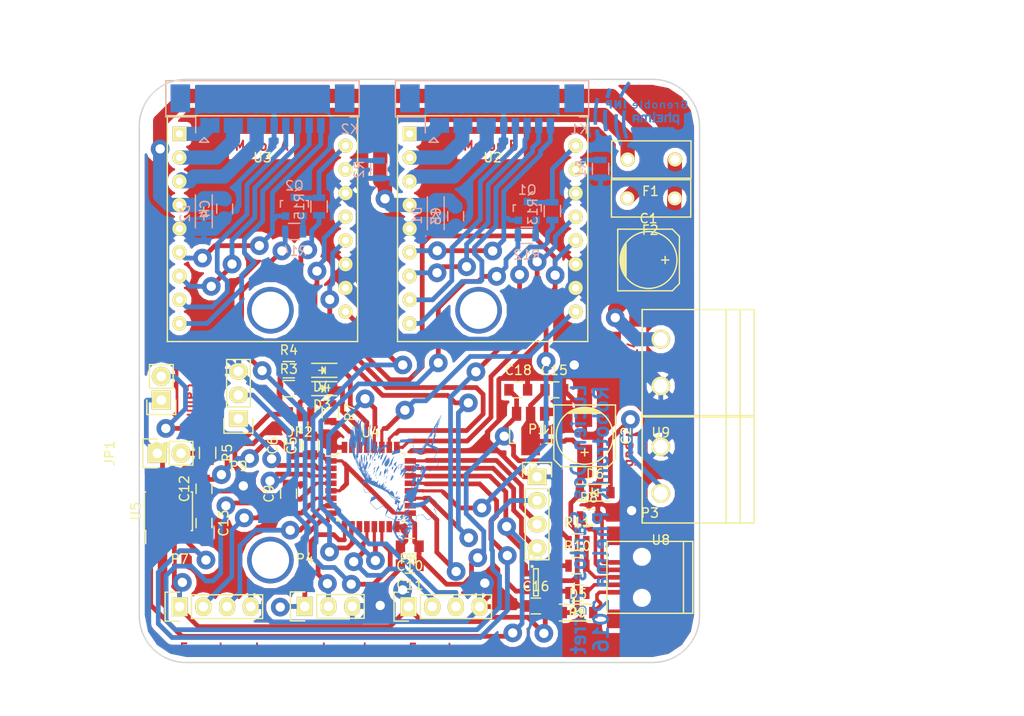
<source format=kicad_pcb>
(kicad_pcb (version 4) (host pcbnew 0.201604021231+6659~43~ubuntu15.10.1-product)
  (title_block (title brushless-board) (date 2016-04-08) (rev Alpha) (company "Lucien Dos Santos Farret") (comment 1 RobotroniK))
  (layers (0 F.Cu signal) (31 B.Cu signal) (34 B.Paste user) (35 F.Paste user) (36 B.SilkS user) (37 F.SilkS user) (38 B.Mask user) (39 F.Mask user) (44 Edge.Cuts user))
  (net 0 "")
  (net 1 "Net-(K1-Pad10)")
  (net 2 "Net-(K1-Pad8)")
  (net 3 GND)
  (net 4 "Net-(R1-Pad1)")
  (net 5 "Net-(R2-Pad1)")
  (net 6 "Net-(K2-Pad8)")
  (net 7 "Net-(K2-Pad10)")
  (net 8 /uC-part/gpio_direction2)
  (net 9 /uC-part/gpio_ready1)
  (net 10 /uC-part/gpio_ready2)
  (net 11 /uC-part/gpio_direction1)
  (net 12 /uC-part/gpio_enable)
  (net 13 "Net-(D4-Pad2)")
  (net 14 "Net-(D3-Pad2)")
  (net 15 /uC-part/nrst)
  (net 16 /uC-part/swclk)
  (net 17 /uC-part/swdio)
  (net 18 /uC-part/led1)
  (net 19 /uC-part/led2)
  (net 20 /uC-part/i2c_sda)
  (net 21 /uC-part/i2c_scl)
  (net 22 /uC-part/can_rx)
  (net 23 /uC-part/can_tx)
  (net 24 "Net-(P3-Pad2)")
  (net 25 +5V)
  (net 26 +3V3)
  (net 27 /serial-part/rx)
  (net 28 "Net-(R10-Pad1)")
  (net 29 "Net-(R9-Pad2)")
  (net 30 "Net-(Q1-Pad1)")
  (net 31 "Net-(Q2-Pad1)")
  (net 32 "Net-(D6-Pad2)")
  (net 33 "Net-(D5-Pad2)")
  (net 34 +24V)
  (net 35 "Net-(JP2-Pad2)")
  (net 36 "Net-(R7-Pad2)")
  (net 37 "Net-(JP1-Pad2)")
  (net 38 /uC-part/pwm1_neg)
  (net 39 "Net-(P3-Pad3)")
  (net 40 /uC-part/pwm1_pos)
  (net 41 /uC-part/pwm2_neg)
  (net 42 /uC-part/pwm2_pos)
  (net 43 "Net-(P3-Pad4)")
  (net 44 "Net-(JP1-Pad1)")
  (net 45 "Net-(P3-Pad6)")
  (net 46 /brushless-part/motor1_speed)
  (net 47 /brushless-part/motor2_speed)
  (net 48 "Net-(K1-Pad9)")
  (net 49 "Net-(K2-Pad9)")
  (net 50 /brushless-part/W1_3)
  (net 51 /brushless-part/W1_2)
  (net 52 /brushless-part/W1_1)
  (net 53 /brushless-part/W2_3)
  (net 54 /brushless-part/W2_2)
  (net 55 /brushless-part/W2_1)
  (net 56 /brushless-part/power1)
  (net 57 /brushless-part/power2)
  (net 58 /encoder-part/encoder1_1)
  (net 59 /encoder-part/encoder1_2)
  (net 60 /encoder-part/encoder2_1)
  (net 61 /encoder-part/encoder2_2)
  (net 62 +5V_weak2)
  (net 63 +5V_weak1)
  (net 64 /serial-part/tx)
  (net 65 "Net-(U4-Pad15)")
  (net 66 "Net-(U4-Pad11)")
  (net 67 "Net-(P2-Pad2)")
  (module de24-2:DE24-2 (layer F.Cu) (at 126.619 81.28)
    (fp_text reference U3 (at 0 -7.62) (layer F.SilkS))
    (fp_text value DEC24/2)
    (pad 5 thru_hole circle (at -8.89 0) (size 1.524 1.524) (drill 0.762) (layers *.Cu *.Mask F.SilkS) (net 3 GND))
    (pad 4 thru_hole circle (at -8.89 -2.54) (size 1.524 1.524) (drill 0.762) (layers *.Cu *.Mask F.SilkS) (net 57 /brushless-part/power2))
    (pad 6 thru_hole circle (at -8.89 2.54) (size 1.524 1.524) (drill 0.762) (layers *.Cu *.Mask F.SilkS) (net 62 +5V_weak2))
    (pad 3 thru_hole circle (at -8.89 -5.08) (size 1.524 1.524) (drill 0.762) (layers *.Cu *.Mask F.SilkS) (net 53 /brushless-part/W2_3))
    (pad 7 thru_hole circle (at -8.89 5.08) (size 1.524 1.524) (drill 0.762) (layers *.Cu *.Mask F.SilkS) (net 49 "Net-(K2-Pad9)"))
    (pad 2 thru_hole circle (at -8.89 -7.62) (size 1.524 1.524) (drill 0.762) (layers *.Cu *.Mask F.SilkS) (net 54 /brushless-part/W2_2))
    (pad 8 thru_hole circle (at -8.89 7.62) (size 1.524 1.524) (drill 0.762) (layers *.Cu *.Mask F.SilkS) (net 6 "Net-(K2-Pad8)"))
    (pad 1 thru_hole rect (at -8.89 -10.16) (size 1.524 1.524) (drill 0.762) (layers *.Cu *.Mask F.SilkS) (net 55 /brushless-part/W2_1))
    (pad 9 thru_hole circle (at -8.89 10.16) (size 1.524 1.524) (drill 0.762) (layers *.Cu *.Mask F.SilkS) (net 7 "Net-(K2-Pad10)"))
    (pad 14 thru_hole circle (at 8.89 -1.27) (size 1.524 1.524) (drill 0.762) (layers *.Cu *.Mask F.SilkS) (net 8 /uC-part/gpio_direction2))
    (pad 13 thru_hole circle (at 8.89 1.27) (size 1.524 1.524) (drill 0.762) (layers *.Cu *.Mask F.SilkS) (net 12 /uC-part/gpio_enable))
    (pad 15 thru_hole circle (at 8.89 -3.81) (size 1.524 1.524) (drill 0.762) (layers *.Cu *.Mask F.SilkS) (net 3 GND))
    (pad 12 thru_hole circle (at 8.89 3.81) (size 1.524 1.524) (drill 0.762) (layers *.Cu *.Mask F.SilkS) (net 3 GND))
    (pad 16 thru_hole circle (at 8.89 -6.35) (size 1.524 1.524) (drill 0.762) (layers *.Cu *.Mask F.SilkS) (net 5 "Net-(R2-Pad1)"))
    (pad 11 thru_hole circle (at 8.89 6.35) (size 1.524 1.524) (drill 0.762) (layers *.Cu *.Mask F.SilkS) (net 3 GND))
    (pad 17 thru_hole circle (at 8.89 -8.89) (size 1.524 1.524) (drill 0.762) (layers *.Cu *.Mask F.SilkS) (net 47 /brushless-part/motor2_speed))
    (pad 10 thru_hole circle (at 8.89 8.89) (size 1.524 1.524) (drill 0.762) (layers *.Cu *.Mask F.SilkS) (net 10 /uC-part/gpio_ready2))
  )
  (module Connectors_Molex:Molex_PicoBlade_53261-1171 (layer B.Cu) (at 151.2062 67.31508)
    (fp_text reference K1 (at 9.35 3.3) (layer B.SilkS) (effects (justify mirror)))
    (fp_text value Maxon-200142)
    (pad 1 smd rect (at -6.25 2.9) (size 0.8 1.6) (layers B.Cu B.Paste B.Mask) (net 52 /brushless-part/W1_1))
    (pad 2 smd rect (at -5 2.9) (size 0.8 1.6) (layers B.Cu B.Paste B.Mask) (net 52 /brushless-part/W1_1))
    (pad 3 smd rect (at -3.75 2.9) (size 0.8 1.6) (layers B.Cu B.Paste B.Mask) (net 51 /brushless-part/W1_2))
    (pad 4 smd rect (at -2.5 2.9) (size 0.8 1.6) (layers B.Cu B.Paste B.Mask) (net 51 /brushless-part/W1_2))
    (pad 5 smd rect (at -1.25 2.9) (size 0.8 1.6) (layers B.Cu B.Paste B.Mask) (net 50 /brushless-part/W1_3))
    (pad 6 smd rect (at 0 2.9) (size 0.8 1.6) (layers B.Cu B.Paste B.Mask) (net 50 /brushless-part/W1_3))
    (pad 7 smd rect (at 1.25 2.9) (size 0.8 1.6) (layers B.Cu B.Paste B.Mask) (net 3 GND))
    (pad 8 smd rect (at 2.5 2.9) (size 0.8 1.6) (layers B.Cu B.Paste B.Mask) (net 2 "Net-(K1-Pad8)"))
    (pad 9 smd rect (at 3.75 2.9) (size 0.8 1.6) (layers B.Cu B.Paste B.Mask) (net 48 "Net-(K1-Pad9)"))
    (pad 10 smd rect (at 5 2.9) (size 0.8 1.6) (layers B.Cu B.Paste B.Mask) (net 1 "Net-(K1-Pad10)"))
    (pad 11 smd rect (at 6.25 2.9) (size 0.8 1.6) (layers B.Cu B.Paste B.Mask) (net 63 +5V_weak1))
    (pad "" smd rect (at -8.8 0) (size 2.1 3) (layers B.Cu B.Paste B.Mask))
    (pad "" smd rect (at 8.8 0) (size 2.1 3) (layers B.Cu B.Paste B.Mask))
  )
  (module de24-2:DE24-2 (layer F.Cu) (at 151.27224 81.28)
    (fp_text reference U2 (at 0 -7.62) (layer F.SilkS))
    (fp_text value DEC24/2)
    (pad 5 thru_hole circle (at -8.89 0) (size 1.524 1.524) (drill 0.762) (layers *.Cu *.Mask F.SilkS) (net 3 GND))
    (pad 4 thru_hole circle (at -8.89 -2.54) (size 1.524 1.524) (drill 0.762) (layers *.Cu *.Mask F.SilkS) (net 56 /brushless-part/power1))
    (pad 6 thru_hole circle (at -8.89 2.54) (size 1.524 1.524) (drill 0.762) (layers *.Cu *.Mask F.SilkS) (net 63 +5V_weak1))
    (pad 3 thru_hole circle (at -8.89 -5.08) (size 1.524 1.524) (drill 0.762) (layers *.Cu *.Mask F.SilkS) (net 50 /brushless-part/W1_3))
    (pad 7 thru_hole circle (at -8.89 5.08) (size 1.524 1.524) (drill 0.762) (layers *.Cu *.Mask F.SilkS) (net 48 "Net-(K1-Pad9)"))
    (pad 2 thru_hole circle (at -8.89 -7.62) (size 1.524 1.524) (drill 0.762) (layers *.Cu *.Mask F.SilkS) (net 51 /brushless-part/W1_2))
    (pad 8 thru_hole circle (at -8.89 7.62) (size 1.524 1.524) (drill 0.762) (layers *.Cu *.Mask F.SilkS) (net 2 "Net-(K1-Pad8)"))
    (pad 1 thru_hole rect (at -8.89 -10.16) (size 1.524 1.524) (drill 0.762) (layers *.Cu *.Mask F.SilkS) (net 52 /brushless-part/W1_1))
    (pad 9 thru_hole circle (at -8.89 10.16) (size 1.524 1.524) (drill 0.762) (layers *.Cu *.Mask F.SilkS) (net 1 "Net-(K1-Pad10)"))
    (pad 14 thru_hole circle (at 8.89 -1.27) (size 1.524 1.524) (drill 0.762) (layers *.Cu *.Mask F.SilkS) (net 11 /uC-part/gpio_direction1))
    (pad 13 thru_hole circle (at 8.89 1.27) (size 1.524 1.524) (drill 0.762) (layers *.Cu *.Mask F.SilkS) (net 12 /uC-part/gpio_enable))
    (pad 15 thru_hole circle (at 8.89 -3.81) (size 1.524 1.524) (drill 0.762) (layers *.Cu *.Mask F.SilkS) (net 3 GND))
    (pad 12 thru_hole circle (at 8.89 3.81) (size 1.524 1.524) (drill 0.762) (layers *.Cu *.Mask F.SilkS) (net 3 GND))
    (pad 16 thru_hole circle (at 8.89 -6.35) (size 1.524 1.524) (drill 0.762) (layers *.Cu *.Mask F.SilkS) (net 4 "Net-(R1-Pad1)"))
    (pad 11 thru_hole circle (at 8.89 6.35) (size 1.524 1.524) (drill 0.762) (layers *.Cu *.Mask F.SilkS) (net 3 GND))
    (pad 17 thru_hole circle (at 8.89 -8.89) (size 1.524 1.524) (drill 0.762) (layers *.Cu *.Mask F.SilkS) (net 46 /brushless-part/motor1_speed))
    (pad 10 thru_hole circle (at 8.89 8.89) (size 1.524 1.524) (drill 0.762) (layers *.Cu *.Mask F.SilkS) (net 9 /uC-part/gpio_ready1))
  )
  (module TO_SOT_Packages_SMD:SOT-23 (layer B.Cu) (at 154.98064 79.38262 180)
    (fp_text reference Q1 (at 0 2.25 180) (layer B.SilkS) (effects (justify mirror)))
    (fp_text value BC807)
    (pad 1 smd rect (at -0.95 -1.00076 180) (size 0.8001 0.8001) (layers B.Cu B.Paste B.Mask) (net 30 "Net-(Q1-Pad1)"))
    (pad 2 smd rect (at 0.95 -1.00076 180) (size 0.8001 0.8001) (layers B.Cu B.Paste B.Mask) (net 63 +5V_weak1))
    (pad 3 smd rect (at 0 0.99822 180) (size 0.8001 0.8001) (layers B.Cu B.Paste B.Mask) (net 46 /brushless-part/motor1_speed))
  )
  (module Resistors_SMD:R_0805 (layer B.Cu) (at 157.67304 79.4004 270)
    (fp_text reference R13 (at 0.0508 2.1 270) (layer B.SilkS) (effects (justify mirror)))
    (fp_text value 1k)
    (pad 1 smd rect (at -0.95 0 270) (size 0.7 1.3) (layers B.Cu B.Paste B.Mask) (net 46 /brushless-part/motor1_speed))
    (pad 2 smd rect (at 0.95 0 270) (size 0.7 1.3) (layers B.Cu B.Paste B.Mask) (net 40 /uC-part/pwm1_pos))
  )
  (module Resistors_SMD:R_0805 (layer B.Cu) (at 154.92984 81.9912)
    (fp_text reference R12 (at 0 2.1) (layer B.SilkS) (effects (justify mirror)))
    (fp_text value 10k)
    (pad 1 smd rect (at -0.95 0) (size 0.7 1.3) (layers B.Cu B.Paste B.Mask) (net 38 /uC-part/pwm1_neg))
    (pad 2 smd rect (at 0.95 0) (size 0.7 1.3) (layers B.Cu B.Paste B.Mask) (net 30 "Net-(Q1-Pad1)"))
  )
  (module Capacitors_SMD:C_0805 (layer F.Cu) (at 120.35536 112.83696 270)
    (fp_text reference C13 (at 0 -2.1 270) (layer F.SilkS))
    (fp_text value 100n)
    (pad 1 smd rect (at -1 0 270) (size 1 1.25) (layers F.Cu F.Paste F.Mask) (net 3 GND))
    (pad 2 smd rect (at 1 0 270) (size 1 1.25) (layers F.Cu F.Paste F.Mask) (net 25 +5V))
  )
  (module Capacitors_SMD:C_0805 (layer F.Cu) (at 131.8514 104.52608 90)
    (fp_text reference C5 (at 0 -2.1 90) (layer F.SilkS))
    (fp_text value 100n)
    (pad 1 smd rect (at -1 0 90) (size 1 1.25) (layers F.Cu F.Paste F.Mask) (net 26 +3V3))
    (pad 2 smd rect (at 1 0 90) (size 1 1.25) (layers F.Cu F.Paste F.Mask) (net 3 GND))
  )
  (module Capacitors_SMD:C_0805 (layer F.Cu) (at 120.35536 109.15396 90)
    (fp_text reference C12 (at 0 -2.1 90) (layer F.SilkS))
    (fp_text value 100n)
    (pad 1 smd rect (at -1 0 90) (size 1 1.25) (layers F.Cu F.Paste F.Mask) (net 3 GND))
    (pad 2 smd rect (at 1 0 90) (size 1 1.25) (layers F.Cu F.Paste F.Mask) (net 26 +3V3))
  )
  (module Capacitors_SMD:C_0805 (layer F.Cu) (at 142.3924 115.32108 180)
    (fp_text reference C10 (at 0 -2.1 180) (layer F.SilkS))
    (fp_text value 10n)
    (pad 1 smd rect (at -1 0 180) (size 1 1.25) (layers F.Cu F.Paste F.Mask) (net 26 +3V3))
    (pad 2 smd rect (at 1 0 180) (size 1 1.25) (layers F.Cu F.Paste F.Mask) (net 3 GND))
  )
  (module Capacitors_SMD:C_0805 (layer F.Cu) (at 129.413 109.68228 90)
    (fp_text reference C9 (at 0 -2.1 90) (layer F.SilkS))
    (fp_text value 100n)
    (pad 1 smd rect (at -1 0 90) (size 1 1.25) (layers F.Cu F.Paste F.Mask) (net 15 /uC-part/nrst))
    (pad 2 smd rect (at 1 0 90) (size 1 1.25) (layers F.Cu F.Paste F.Mask) (net 3 GND))
  )
  (module Connect:USB_Mini-B (layer F.Cu) (at 168.1101 118.65152 180)
    (fp_text reference P3 (at 0 6.90118 180) (layer F.SilkS))
    (fp_text value usb)
    (pad 1 smd rect (at 3.44932 -1.6002 180) (size 2.30124 0.50038) (layers F.Cu F.Paste F.Mask) (net 33 "Net-(D5-Pad2)"))
    (pad 2 smd rect (at 3.44932 -0.8001 180) (size 2.30124 0.50038) (layers F.Cu F.Paste F.Mask) (net 24 "Net-(P3-Pad2)"))
    (pad 3 smd rect (at 3.44932 0 180) (size 2.30124 0.50038) (layers F.Cu F.Paste F.Mask) (net 39 "Net-(P3-Pad3)"))
    (pad 4 smd rect (at 3.44932 0.8001 180) (size 2.30124 0.50038) (layers F.Cu F.Paste F.Mask) (net 43 "Net-(P3-Pad4)"))
    (pad 5 smd rect (at 3.44932 1.6002 180) (size 2.30124 0.50038) (layers F.Cu F.Paste F.Mask) (net 3 GND))
    (pad 6 smd rect (at 3.35026 -4.45008 180) (size 2.49936 1.99898) (layers F.Cu F.Paste F.Mask) (net 45 "Net-(P3-Pad6)"))
    (pad 6 smd rect (at -2.14884 -4.45008 180) (size 2.49936 1.99898) (layers F.Cu F.Paste F.Mask) (net 45 "Net-(P3-Pad6)"))
    (pad 6 smd rect (at 3.35026 4.45008 180) (size 2.49936 1.99898) (layers F.Cu F.Paste F.Mask) (net 45 "Net-(P3-Pad6)"))
    (pad 6 smd rect (at -2.14884 4.45008 180) (size 2.49936 1.99898) (layers F.Cu F.Paste F.Mask) (net 45 "Net-(P3-Pad6)"))
    (pad "" np_thru_hole circle (at 0.8509 -2.19964 180) (size 0.89916 0.89916) (drill 0.89916) (layers *.Cu *.Mask F.SilkS))
    (pad "" np_thru_hole circle (at 0.8509 2.19964 180) (size 0.89916 0.89916) (drill 0.89916) (layers *.Cu *.Mask F.SilkS))
  )
  (module Connectors_Molex:Molex_PicoBlade_53261-1171 (layer B.Cu) (at 126.619 67.31508)
    (fp_text reference K2 (at 9.35 3.3) (layer B.SilkS) (effects (justify mirror)))
    (fp_text value Maxon-200142)
    (pad 1 smd rect (at -6.25 2.9) (size 0.8 1.6) (layers B.Cu B.Paste B.Mask) (net 55 /brushless-part/W2_1))
    (pad 2 smd rect (at -5 2.9) (size 0.8 1.6) (layers B.Cu B.Paste B.Mask) (net 55 /brushless-part/W2_1))
    (pad 3 smd rect (at -3.75 2.9) (size 0.8 1.6) (layers B.Cu B.Paste B.Mask) (net 54 /brushless-part/W2_2))
    (pad 4 smd rect (at -2.5 2.9) (size 0.8 1.6) (layers B.Cu B.Paste B.Mask) (net 54 /brushless-part/W2_2))
    (pad 5 smd rect (at -1.25 2.9) (size 0.8 1.6) (layers B.Cu B.Paste B.Mask) (net 53 /brushless-part/W2_3))
    (pad 6 smd rect (at 0 2.9) (size 0.8 1.6) (layers B.Cu B.Paste B.Mask) (net 53 /brushless-part/W2_3))
    (pad 7 smd rect (at 1.25 2.9) (size 0.8 1.6) (layers B.Cu B.Paste B.Mask) (net 3 GND))
    (pad 8 smd rect (at 2.5 2.9) (size 0.8 1.6) (layers B.Cu B.Paste B.Mask) (net 6 "Net-(K2-Pad8)"))
    (pad 9 smd rect (at 3.75 2.9) (size 0.8 1.6) (layers B.Cu B.Paste B.Mask) (net 49 "Net-(K2-Pad9)"))
    (pad 10 smd rect (at 5 2.9) (size 0.8 1.6) (layers B.Cu B.Paste B.Mask) (net 7 "Net-(K2-Pad10)"))
    (pad 11 smd rect (at 6.25 2.9) (size 0.8 1.6) (layers B.Cu B.Paste B.Mask) (net 62 +5V_weak2))
    (pad "" smd rect (at -8.8 0) (size 2.1 3) (layers B.Cu B.Paste B.Mask))
    (pad "" smd rect (at 8.8 0) (size 2.1 3) (layers B.Cu B.Paste B.Mask))
  )
  (module Fuse_Holders_and_Fuses:Fuse_TE5_Littlefuse-395Series (layer F.Cu) (at 168.24424 78.03492 180)
    (fp_text reference F2 (at 0.09906 -3.40106 180) (layer F.SilkS))
    (fp_text value "FUSE/3A MF-R300")
    (pad 1 thru_hole circle (at -2.54 0 180) (size 1.50114 1.50114) (drill 1.00076) (layers *.Cu *.Mask F.SilkS) (net 34 +24V))
    (pad 2 thru_hole circle (at 2.54 0.01016 180) (size 1.50114 1.50114) (drill 1.00076) (layers *.Cu *.Mask F.SilkS) (net 57 /brushless-part/power2))
  )
  (module Housings_SOIC:SOIC-8_3.9x4.9mm_Pitch1.27mm (layer F.Cu) (at 116.54536 111.56696 90)
    (fp_text reference U5 (at 0 -3.5 90) (layer F.SilkS))
    (fp_text value MCP2562)
    (pad 1 smd rect (at -2.7 -1.905 90) (size 1.55 0.6) (layers F.Cu F.Paste F.Mask) (net 23 /uC-part/can_tx))
    (pad 2 smd rect (at -2.7 -0.635 90) (size 1.55 0.6) (layers F.Cu F.Paste F.Mask) (net 3 GND))
    (pad 3 smd rect (at -2.7 0.635 90) (size 1.55 0.6) (layers F.Cu F.Paste F.Mask) (net 25 +5V))
    (pad 4 smd rect (at -2.7 1.905 90) (size 1.55 0.6) (layers F.Cu F.Paste F.Mask) (net 22 /uC-part/can_rx))
    (pad 5 smd rect (at 2.7 1.905 90) (size 1.55 0.6) (layers F.Cu F.Paste F.Mask) (net 26 +3V3))
    (pad 6 smd rect (at 2.7 0.635 90) (size 1.55 0.6) (layers F.Cu F.Paste F.Mask) (net 67 "Net-(P2-Pad2)"))
    (pad 7 smd rect (at 2.7 -0.635 90) (size 1.55 0.6) (layers F.Cu F.Paste F.Mask) (net 44 "Net-(JP1-Pad1)"))
    (pad 8 smd rect (at 2.7 -1.905 90) (size 1.55 0.6) (layers F.Cu F.Paste F.Mask) (net 3 GND))
  )
  (module Pin_Headers:Pin_Header_Straight_1x02 (layer F.Cu) (at 115.35664 105.3592 90)
    (fp_text reference JP1 (at 0 -5.1 90) (layer F.SilkS))
    (fp_text value "CAN termination")
    (pad 1 thru_hole rect (at 0 0 90) (size 2.032 2.032) (drill 1.016) (layers *.Cu *.Mask F.SilkS) (net 44 "Net-(JP1-Pad1)"))
    (pad 2 thru_hole oval (at 0 2.54 90) (size 2.032 2.032) (drill 1.016) (layers *.Cu *.Mask F.SilkS) (net 37 "Net-(JP1-Pad2)"))
  )
  (module Pin_Headers:Pin_Header_Straight_1x04 (layer F.Cu) (at 156.0322 107.87888)
    (fp_text reference P1 (at 0 -5.1) (layer F.SilkS))
    (fp_text value swdio)
    (pad 1 thru_hole rect (at 0 0) (size 2.032 1.7272) (drill 1.016) (layers *.Cu *.Mask F.SilkS) (net 3 GND))
    (pad 2 thru_hole oval (at 0 2.54) (size 2.032 1.7272) (drill 1.016) (layers *.Cu *.Mask F.SilkS) (net 15 /uC-part/nrst))
    (pad 3 thru_hole oval (at 0 5.08) (size 2.032 1.7272) (drill 1.016) (layers *.Cu *.Mask F.SilkS) (net 16 /uC-part/swclk))
    (pad 4 thru_hole oval (at 0 7.62) (size 2.032 1.7272) (drill 1.016) (layers *.Cu *.Mask F.SilkS) (net 17 /uC-part/swdio))
  )
  (module Resistors_SMD:R_0805 (layer F.Cu) (at 161.58464 112.2172)
    (fp_text reference R8 (at 0 -2.1) (layer F.SilkS))
    (fp_text value 10K)
    (pad 1 smd rect (at -0.95 0) (size 0.7 1.3) (layers F.Cu F.Paste F.Mask) (net 43 "Net-(P3-Pad4)"))
    (pad 2 smd rect (at 0.95 0) (size 0.7 1.3) (layers F.Cu F.Paste F.Mask) (net 3 GND))
  )
  (module Resistors_SMD:R_0805 (layer B.Cu) (at 130.00224 81.5848)
    (fp_text reference R14 (at 0 2.1) (layer B.SilkS) (effects (justify mirror)))
    (fp_text value 10k)
    (pad 1 smd rect (at -0.95 0) (size 0.7 1.3) (layers B.Cu B.Paste B.Mask) (net 41 /uC-part/pwm2_neg))
    (pad 2 smd rect (at 0.95 0) (size 0.7 1.3) (layers B.Cu B.Paste B.Mask) (net 31 "Net-(Q2-Pad1)"))
  )
  (module Resistors_SMD:R_0805 (layer B.Cu) (at 162.82924 74.869 270)
    (fp_text reference R1 (at 0 2.1 270) (layer B.SilkS) (effects (justify mirror)))
    (fp_text value 10k)
    (pad 1 smd rect (at -0.95 0 270) (size 0.7 1.3) (layers B.Cu B.Paste B.Mask) (net 4 "Net-(R1-Pad1)"))
    (pad 2 smd rect (at 0.95 0 270) (size 0.7 1.3) (layers B.Cu B.Paste B.Mask) (net 3 GND))
  )
  (module Resistors_SMD:R_0805 (layer F.Cu) (at 160.3502 114.86388)
    (fp_text reference R11 (at 0 -2.1) (layer F.SilkS))
    (fp_text value 1.5k)
    (pad 1 smd rect (at -0.95 0) (size 0.7 1.3) (layers F.Cu F.Paste F.Mask) (net 26 +3V3))
    (pad 2 smd rect (at 0.95 0) (size 0.7 1.3) (layers F.Cu F.Paste F.Mask) (net 39 "Net-(P3-Pad3)"))
  )
  (module Resistors_SMD:R_0805 (layer F.Cu) (at 160.3502 117.40388)
    (fp_text reference R10 (at 0 -2.1) (layer F.SilkS))
    (fp_text value 22)
    (pad 1 smd rect (at -0.95 0) (size 0.7 1.3) (layers F.Cu F.Paste F.Mask) (net 28 "Net-(R10-Pad1)"))
    (pad 2 smd rect (at 0.95 0) (size 0.7 1.3) (layers F.Cu F.Paste F.Mask) (net 39 "Net-(P3-Pad3)"))
  )
  (module Resistors_SMD:R_0805 (layer F.Cu) (at 129.4384 98.43008)
    (fp_text reference R3 (at 0 -2.1) (layer F.SilkS))
    (fp_text value 1K)
    (pad 1 smd rect (at -0.95 0) (size 0.7 1.3) (layers F.Cu F.Paste F.Mask) (net 26 +3V3))
    (pad 2 smd rect (at 0.95 0) (size 0.7 1.3) (layers F.Cu F.Paste F.Mask) (net 14 "Net-(D3-Pad2)"))
  )
  (module Resistors_SMD:R_0805 (layer F.Cu) (at 129.4384 96.39808)
    (fp_text reference R4 (at 0 -2.1) (layer F.SilkS))
    (fp_text value 1k)
    (pad 1 smd rect (at -0.95 0) (size 0.7 1.3) (layers F.Cu F.Paste F.Mask) (net 26 +3V3))
    (pad 2 smd rect (at 0.95 0) (size 0.7 1.3) (layers F.Cu F.Paste F.Mask) (net 13 "Net-(D4-Pad2)"))
  )
  (module Resistors_SMD:R_0805 (layer F.Cu) (at 120.74144 105.3084 270)
    (fp_text reference R5 (at 0 -2.1 270) (layer F.SilkS))
    (fp_text value 120)
    (pad 1 smd rect (at -0.95 0 270) (size 0.7 1.3) (layers F.Cu F.Paste F.Mask) (net 37 "Net-(JP1-Pad2)"))
    (pad 2 smd rect (at 0.95 0 270) (size 0.7 1.3) (layers F.Cu F.Paste F.Mask) (net 67 "Net-(P2-Pad2)"))
  )
  (module Resistors_SMD:R_0805 (layer F.Cu) (at 133.8834 100.97008 270)
    (fp_text reference R7 (at 0 -2.1 270) (layer F.SilkS))
    (fp_text value 10k)
    (pad 1 smd rect (at -0.95 0 270) (size 0.7 1.3) (layers F.Cu F.Paste F.Mask) (net 35 "Net-(JP2-Pad2)"))
    (pad 2 smd rect (at 0.95 0 270) (size 0.7 1.3) (layers F.Cu F.Paste F.Mask) (net 36 "Net-(R7-Pad2)"))
  )
  (module Resistors_SMD:R_0805 (layer F.Cu) (at 160.3502 120.32488 180)
    (fp_text reference R9 (at 0 -2.1 180) (layer F.SilkS))
    (fp_text value 22)
    (pad 1 smd rect (at -0.95 0 180) (size 0.7 1.3) (layers F.Cu F.Paste F.Mask) (net 24 "Net-(P3-Pad2)"))
    (pad 2 smd rect (at 0.95 0 180) (size 0.7 1.3) (layers F.Cu F.Paste F.Mask) (net 29 "Net-(R9-Pad2)"))
  )
  (module Socket_Strips:Socket_Strip_Straight_1x03 (layer F.Cu) (at 131.15544 121.7676)
    (fp_text reference P4 (at 0 -5.1) (layer F.SilkS))
    (fp_text value "serial bus")
    (pad 1 thru_hole rect (at 0 0) (size 1.7272 2.032) (drill 1.016) (layers *.Cu *.Mask F.SilkS) (net 27 /serial-part/rx))
    (pad 2 thru_hole oval (at 2.54 0) (size 1.7272 2.032) (drill 1.016) (layers *.Cu *.Mask F.SilkS) (net 64 /serial-part/tx))
    (pad 3 thru_hole oval (at 5.08 0) (size 1.7272 2.032) (drill 1.016) (layers *.Cu *.Mask F.SilkS) (net 3 GND))
  )
  (module TO_SOT_Packages_SMD:SOT-23-6 (layer F.Cu) (at 155.9052 119.18188)
    (fp_text reference U7 (at 0 -2.9) (layer F.SilkS))
    (fp_text value USBLC6-2)
    (pad 1 smd rect (at -1.1 -0.95) (size 1.06 0.65) (layers F.Cu F.Paste F.Mask) (net 23 /uC-part/can_tx))
    (pad 2 smd rect (at -1.1 0) (size 1.06 0.65) (layers F.Cu F.Paste F.Mask) (net 3 GND))
    (pad 3 smd rect (at -1.1 0.95) (size 1.06 0.65) (layers F.Cu F.Paste F.Mask) (net 22 /uC-part/can_rx))
    (pad 4 smd rect (at 1.1 0.95) (size 1.06 0.65) (layers F.Cu F.Paste F.Mask) (net 29 "Net-(R9-Pad2)"))
    (pad 6 smd rect (at 1.1 -0.95) (size 1.06 0.65) (layers F.Cu F.Paste F.Mask) (net 28 "Net-(R10-Pad1)"))
    (pad 5 smd rect (at 1.1 0) (size 1.06 0.65) (layers F.Cu F.Paste F.Mask) (net 25 +5V))
  )
  (module TO_SOT_Packages_SMD:SOT-23 (layer B.Cu) (at 130.03784 78.92542 180)
    (fp_text reference Q2 (at 0 2.25 180) (layer B.SilkS) (effects (justify mirror)))
    (fp_text value BC807)
    (pad 1 smd rect (at -0.95 -1.00076 180) (size 0.8001 0.8001) (layers B.Cu B.Paste B.Mask) (net 31 "Net-(Q2-Pad1)"))
    (pad 2 smd rect (at 0.95 -1.00076 180) (size 0.8001 0.8001) (layers B.Cu B.Paste B.Mask) (net 62 +5V_weak2))
    (pad 3 smd rect (at 0 0.99822 180) (size 0.8001 0.8001) (layers B.Cu B.Paste B.Mask) (net 47 /brushless-part/motor2_speed))
  )
  (module Resistors_SMD:R_0805 (layer B.Cu) (at 132.67944 78.9076 270)
    (fp_text reference R15 (at 0 2.1 270) (layer B.SilkS) (effects (justify mirror)))
    (fp_text value 1k)
    (pad 1 smd rect (at -0.95 0 270) (size 0.7 1.3) (layers B.Cu B.Paste B.Mask) (net 47 /brushless-part/motor2_speed))
    (pad 2 smd rect (at 0.95 0 270) (size 0.7 1.3) (layers B.Cu B.Paste B.Mask) (net 42 /uC-part/pwm2_pos))
  )
  (module LEDs:LED_0805 (layer F.Cu) (at 132.9944 98.43008 180)
    (fp_text reference D3 (at 0 -1.75 180) (layer F.SilkS))
    (fp_text value LED)
    (pad 2 smd rect (at 1.04902 0) (size 1.19888 1.19888) (layers F.Cu F.Paste F.Mask) (net 14 "Net-(D3-Pad2)"))
    (pad 1 smd rect (at -1.04902 0) (size 1.19888 1.19888) (layers F.Cu F.Paste F.Mask) (net 19 /uC-part/led2))
  )
  (module LEDs:LED_0805 (layer F.Cu) (at 132.99104 96.46412 180)
    (fp_text reference D4 (at 0 -1.75 180) (layer F.SilkS))
    (fp_text value LED)
    (pad 2 smd rect (at 1.04902 0) (size 1.19888 1.19888) (layers F.Cu F.Paste F.Mask) (net 13 "Net-(D4-Pad2)"))
    (pad 1 smd rect (at -1.04902 0) (size 1.19888 1.19888) (layers F.Cu F.Paste F.Mask) (net 18 /uC-part/led1))
  )
  (module Fuse_Holders_and_Fuses:Fuse_TE5_Littlefuse-395Series (layer F.Cu) (at 168.26964 73.86932 180)
    (fp_text reference F1 (at 0.09906 -3.40106 180) (layer F.SilkS))
    (fp_text value "FUSE/3A MF-R300")
    (pad 1 thru_hole circle (at -2.54 0 180) (size 1.50114 1.50114) (drill 1.00076) (layers *.Cu *.Mask F.SilkS) (net 34 +24V))
    (pad 2 thru_hole circle (at 2.54 0.01016 180) (size 1.50114 1.50114) (drill 1.00076) (layers *.Cu *.Mask F.SilkS) (net 56 /brushless-part/power1))
  )
  (module Capacitors_SMD:c_elec_6.3x4.5 (layer F.Cu) (at 167.9702 84.63788)
    (fp_text reference C1 (at 0 -4.445) (layer F.SilkS))
    (fp_text value "100u/35v EEEHA1V101XP")
    (pad 1 smd rect (at 2.75082 0) (size 3.59918 1.6002) (layers F.Cu F.Paste F.Mask) (net 34 +24V))
    (pad 2 smd rect (at -2.75082 0) (size 3.59918 1.6002) (layers F.Cu F.Paste F.Mask) (net 3 GND))
  )
  (module Capacitors_SMD:C_0805 (layer F.Cu) (at 154.01544 98.552)
    (fp_text reference C18 (at 0 -2.1) (layer F.SilkS))
    (fp_text value 1u)
    (pad 1 smd rect (at -1 0) (size 1 1.25) (layers F.Cu F.Paste F.Mask) (net 26 +3V3))
    (pad 2 smd rect (at 1 0) (size 1 1.25) (layers F.Cu F.Paste F.Mask) (net 3 GND))
  )
  (module Capacitors_SMD:C_0805 (layer F.Cu) (at 155.9052 121.72188)
    (fp_text reference C16 (at 0 -2.1) (layer F.SilkS))
    (fp_text value 100n)
    (pad 1 smd rect (at -1 0) (size 1 1.25) (layers F.Cu F.Paste F.Mask) (net 3 GND))
    (pad 2 smd rect (at 1 0) (size 1 1.25) (layers F.Cu F.Paste F.Mask) (net 25 +5V))
  )
  (module Capacitors_SMD:C_0805 (layer F.Cu) (at 157.87624 98.552)
    (fp_text reference C15 (at 0 -2.1) (layer F.SilkS))
    (fp_text value 1u)
    (pad 1 smd rect (at -1 0) (size 1 1.25) (layers F.Cu F.Paste F.Mask) (net 25 +5V))
    (pad 2 smd rect (at 1 0) (size 1 1.25) (layers F.Cu F.Paste F.Mask) (net 3 GND))
  )
  (module Capacitors_SMD:C_0805 (layer F.Cu) (at 142.3924 117.35308 180)
    (fp_text reference C11 (at 0 -2.1 180) (layer F.SilkS))
    (fp_text value 1u)
    (pad 1 smd rect (at -1 0 180) (size 1 1.25) (layers F.Cu F.Paste F.Mask) (net 26 +3V3))
    (pad 2 smd rect (at 1 0 180) (size 1 1.25) (layers F.Cu F.Paste F.Mask) (net 3 GND))
  )
  (module Capacitors_SMD:C_0805 (layer F.Cu) (at 129.8194 104.52608 90)
    (fp_text reference C6 (at 0 -2.1 90) (layer F.SilkS))
    (fp_text value 4.7u)
    (pad 1 smd rect (at -1 0 90) (size 1 1.25) (layers F.Cu F.Paste F.Mask) (net 26 +3V3))
    (pad 2 smd rect (at 1 0 90) (size 1 1.25) (layers F.Cu F.Paste F.Mask) (net 3 GND))
  )
  (module Capacitors_SMD:c_elec_6.3x4.5 (layer F.Cu) (at 161.12744 103.4796 270)
    (fp_text reference C2 (at 0 -4.445 270) (layer F.SilkS))
    (fp_text value 100u)
    (pad 1 smd rect (at 2.75082 0 270) (size 3.59918 1.6002) (layers F.Cu F.Paste F.Mask) (net 25 +5V))
    (pad 2 smd rect (at -2.75082 0 270) (size 3.59918 1.6002) (layers F.Cu F.Paste F.Mask) (net 3 GND))
  )
  (module Socket_Strips:Socket_Strip_Straight_1x04 (layer F.Cu) (at 142.25524 121.793)
    (fp_text reference P8 (at 0 -5.1) (layer F.SilkS))
    (fp_text value "encoder 2")
    (pad 1 thru_hole rect (at 0 0) (size 1.7272 2.032) (drill 1.016) (layers *.Cu *.Mask F.SilkS) (net 25 +5V))
    (pad 2 thru_hole oval (at 2.54 0) (size 1.7272 2.032) (drill 1.016) (layers *.Cu *.Mask F.SilkS) (net 60 /encoder-part/encoder2_1))
    (pad 3 thru_hole oval (at 5.08 0) (size 1.7272 2.032) (drill 1.016) (layers *.Cu *.Mask F.SilkS) (net 61 /encoder-part/encoder2_2))
    (pad 4 thru_hole oval (at 7.62 0) (size 1.7272 2.032) (drill 1.016) (layers *.Cu *.Mask F.SilkS) (net 3 GND))
  )
  (module Socket_Strips:Socket_Strip_Straight_1x04 (layer F.Cu) (at 117.74424 121.793)
    (fp_text reference P7 (at 0 -5.1) (layer F.SilkS))
    (fp_text value "encoder 1")
    (pad 1 thru_hole rect (at 0 0) (size 1.7272 2.032) (drill 1.016) (layers *.Cu *.Mask F.SilkS) (net 25 +5V))
    (pad 2 thru_hole oval (at 2.54 0) (size 1.7272 2.032) (drill 1.016) (layers *.Cu *.Mask F.SilkS) (net 58 /encoder-part/encoder1_1))
    (pad 3 thru_hole oval (at 5.08 0) (size 1.7272 2.032) (drill 1.016) (layers *.Cu *.Mask F.SilkS) (net 59 /encoder-part/encoder1_2))
    (pad 4 thru_hole oval (at 7.62 0) (size 1.7272 2.032) (drill 1.016) (layers *.Cu *.Mask F.SilkS) (net 3 GND))
  )
  (module de24-2:jumper_switch_3 (layer F.Cu) (at 130.64744 101.1682 180)
    (fp_text reference JP2 (at 0 -1.905 180) (layer F.SilkS))
    (fp_text value "boot mode")
    (pad 2 connect rect (at 0 0 180) (size 0.762 1.524) (layers F.Cu F.Mask) (net 35 "Net-(JP2-Pad2)"))
    (pad 3 connect rect (at 1.143 0 180) (size 0.762 1.524) (layers F.Cu F.Mask) (net 26 +3V3))
    (pad 1 connect rect (at -1.143 0 180) (size 0.762 1.524) (layers F.Cu F.Mask) (net 3 GND))
  )
  (module Resistors_SMD:R_0805 (layer B.Cu) (at 139.08024 74.93 270)
    (fp_text reference R2 (at 0 2.1 270) (layer B.SilkS) (effects (justify mirror)))
    (fp_text value 10k)
    (pad 1 smd rect (at -0.95 0 270) (size 0.7 1.3) (layers B.Cu B.Paste B.Mask) (net 5 "Net-(R2-Pad1)"))
    (pad 2 smd rect (at 0.95 0 270) (size 0.7 1.3) (layers B.Cu B.Paste B.Mask) (net 3 GND))
  )
  (module Pin_Headers:Pin_Header_Straight_1x03 (layer F.Cu) (at 124.04344 101.6508 180)
    (fp_text reference P9 (at 0 -5.1 180) (layer F.SilkS))
    (fp_text value "i2c bus")
    (pad 1 thru_hole rect (at 0 0 180) (size 2.032 1.7272) (drill 1.016) (layers *.Cu *.Mask F.SilkS) (net 20 /uC-part/i2c_sda))
    (pad 2 thru_hole oval (at 0 2.54 180) (size 2.032 1.7272) (drill 1.016) (layers *.Cu *.Mask F.SilkS) (net 21 /uC-part/i2c_scl))
    (pad 3 thru_hole oval (at 0 5.08 180) (size 2.032 1.7272) (drill 1.016) (layers *.Cu *.Mask F.SilkS) (net 3 GND))
  )
  (module Housings_QFP:LQFP-32_7x7mm_Pitch0.8mm (layer F.Cu) (at 138.2014 108.97108)
    (fp_text reference U4 (at 0 -5.85) (layer F.SilkS))
    (fp_text value stm32f042k6tx)
    (pad 1 smd rect (at -4.25 -2.8) (size 1.2 0.6) (layers F.Cu F.Paste F.Mask) (net 26 +3V3))
    (pad 2 smd rect (at -4.25 -2) (size 1.2 0.6) (layers F.Cu F.Paste F.Mask) (net 20 /uC-part/i2c_sda))
    (pad 3 smd rect (at -4.25 -1.2) (size 1.2 0.6) (layers F.Cu F.Paste F.Mask) (net 21 /uC-part/i2c_scl))
    (pad 4 smd rect (at -4.25 -0.4) (size 1.2 0.6) (layers F.Cu F.Paste F.Mask) (net 15 /uC-part/nrst))
    (pad 5 smd rect (at -4.25 0.4) (size 1.2 0.6) (layers F.Cu F.Paste F.Mask) (net 26 +3V3))
    (pad 6 smd rect (at -4.25 1.2) (size 1.2 0.6) (layers F.Cu F.Paste F.Mask) (net 58 /encoder-part/encoder1_1))
    (pad 7 smd rect (at -4.25 2) (size 1.2 0.6) (layers F.Cu F.Paste F.Mask) (net 59 /encoder-part/encoder1_2))
    (pad 8 smd rect (at -4.25 2.8) (size 1.2 0.6) (layers F.Cu F.Paste F.Mask) (net 27 /serial-part/rx))
    (pad 9 smd rect (at -2.8 4.25 90) (size 1.2 0.6) (layers F.Cu F.Paste F.Mask) (net 64 /serial-part/tx))
    (pad 10 smd rect (at -2 4.25 90) (size 1.2 0.6) (layers F.Cu F.Paste F.Mask) (net 10 /uC-part/gpio_ready2))
    (pad 11 smd rect (at -1.2 4.25 90) (size 1.2 0.6) (layers F.Cu F.Paste F.Mask) (net 66 "Net-(U4-Pad11)"))
    (pad 12 smd rect (at -0.4 4.25 90) (size 1.2 0.6) (layers F.Cu F.Paste F.Mask) (net 60 /encoder-part/encoder2_1))
    (pad 13 smd rect (at 0.4 4.25 90) (size 1.2 0.6) (layers F.Cu F.Paste F.Mask) (net 38 /uC-part/pwm1_neg))
    (pad 14 smd rect (at 1.2 4.25 90) (size 1.2 0.6) (layers F.Cu F.Paste F.Mask) (net 41 /uC-part/pwm2_neg))
    (pad 15 smd rect (at 2 4.25 90) (size 1.2 0.6) (layers F.Cu F.Paste F.Mask) (net 65 "Net-(U4-Pad15)"))
    (pad 16 smd rect (at 2.8 4.25 90) (size 1.2 0.6) (layers F.Cu F.Paste F.Mask) (net 3 GND))
    (pad 17 smd rect (at 4.25 2.8) (size 1.2 0.6) (layers F.Cu F.Paste F.Mask) (net 26 +3V3))
    (pad 18 smd rect (at 4.25 2) (size 1.2 0.6) (layers F.Cu F.Paste F.Mask) (net 40 /uC-part/pwm1_pos))
    (pad 19 smd rect (at 4.25 1.2) (size 1.2 0.6) (layers F.Cu F.Paste F.Mask) (net 42 /uC-part/pwm2_pos))
    (pad 20 smd rect (at 4.25 0.4) (size 1.2 0.6) (layers F.Cu F.Paste F.Mask) (net 12 /uC-part/gpio_enable))
    (pad 21 smd rect (at 4.25 -0.4) (size 1.2 0.6) (layers F.Cu F.Paste F.Mask) (net 22 /uC-part/can_rx))
    (pad 22 smd rect (at 4.25 -1.2) (size 1.2 0.6) (layers F.Cu F.Paste F.Mask) (net 23 /uC-part/can_tx))
    (pad 23 smd rect (at 4.25 -2) (size 1.2 0.6) (layers F.Cu F.Paste F.Mask) (net 17 /uC-part/swdio))
    (pad 24 smd rect (at 4.25 -2.8) (size 1.2 0.6) (layers F.Cu F.Paste F.Mask) (net 16 /uC-part/swclk))
    (pad 25 smd rect (at 2.8 -4.25 90) (size 1.2 0.6) (layers F.Cu F.Paste F.Mask) (net 11 /uC-part/gpio_direction1))
    (pad 26 smd rect (at 2 -4.25 90) (size 1.2 0.6) (layers F.Cu F.Paste F.Mask) (net 8 /uC-part/gpio_direction2))
    (pad 27 smd rect (at 1.2 -4.25 90) (size 1.2 0.6) (layers F.Cu F.Paste F.Mask) (net 9 /uC-part/gpio_ready1))
    (pad 28 smd rect (at 0.4 -4.25 90) (size 1.2 0.6) (layers F.Cu F.Paste F.Mask) (net 61 /encoder-part/encoder2_2))
    (pad 29 smd rect (at -0.4 -4.25 90) (size 1.2 0.6) (layers F.Cu F.Paste F.Mask) (net 18 /uC-part/led1))
    (pad 30 smd rect (at -1.2 -4.25 90) (size 1.2 0.6) (layers F.Cu F.Paste F.Mask) (net 19 /uC-part/led2))
    (pad 31 smd rect (at -2 -4.25 90) (size 1.2 0.6) (layers F.Cu F.Paste F.Mask) (net 36 "Net-(R7-Pad2)"))
    (pad 32 smd rect (at -2.8 -4.25 90) (size 1.2 0.6) (layers F.Cu F.Paste F.Mask) (net 3 GND))
  )
  (module Diodes_SMD:SOD-123 (layer B.Cu) (at 145.17624 79.8576 270)
    (fp_text reference D1 (at 0 2 270) (layer B.SilkS) (effects (justify mirror)))
    (fp_text value "Schottky/26V MBR0530T1G")
    (pad 1 smd rect (at -1.635 0 270) (size 0.91 1.22) (layers B.Cu B.Paste B.Mask) (net 56 /brushless-part/power1))
    (pad 2 smd rect (at 1.635 0 270) (size 0.91 1.22) (layers B.Cu B.Paste B.Mask) (net 3 GND))
  )
  (module Diodes_SMD:SOD-123 (layer B.Cu) (at 120.33504 79.6544 270)
    (fp_text reference D2 (at 0 2 270) (layer B.SilkS) (effects (justify mirror)))
    (fp_text value "Schottky/26V MBR0530T1G")
    (pad 1 smd rect (at -1.635 0 270) (size 0.91 1.22) (layers B.Cu B.Paste B.Mask) (net 57 /brushless-part/power2))
    (pad 2 smd rect (at 1.635 0 270) (size 0.91 1.22) (layers B.Cu B.Paste B.Mask) (net 3 GND))
  )
  (module Capacitors_SMD:C_0805 (layer B.Cu) (at 122.57024 79.1464 270)
    (fp_text reference C4 (at 0 2.1 270) (layer B.SilkS) (effects (justify mirror)))
    (fp_text value 45nF/50v)
    (pad 1 smd rect (at -1 0 270) (size 1 1.25) (layers B.Cu B.Paste B.Mask) (net 57 /brushless-part/power2))
    (pad 2 smd rect (at 1 0 270) (size 1 1.25) (layers B.Cu B.Paste B.Mask) (net 3 GND))
  )
  (module Capacitors_SMD:C_0805 (layer B.Cu) (at 147.30984 79.9432 270)
    (fp_text reference C3 (at 0 2.1 270) (layer B.SilkS) (effects (justify mirror)))
    (fp_text value 45nF/50v)
    (pad 1 smd rect (at -1 0 270) (size 1 1.25) (layers B.Cu B.Paste B.Mask) (net 56 /brushless-part/power1))
    (pad 2 smd rect (at 1 0 270) (size 1 1.25) (layers B.Cu B.Paste B.Mask) (net 3 GND))
  )
  (module TO_SOT_Packages_SMD:SOT89-3_Housing (layer F.Cu) (at 155.33624 102.9716 180)
    (fp_text reference U1 (at -0.09906 -4.24942 180) (layer F.SilkS))
    (fp_text value MCP1702)
    (pad 1 smd rect (at -1.50114 1.85166 180) (size 1.00076 1.50114) (layers F.Cu F.Paste F.Mask) (net 3 GND))
    (pad 2 smd rect (at 0 1.85166 180) (size 1.00076 1.50114) (layers F.Cu F.Paste F.Mask) (net 25 +5V))
    (pad 3 smd rect (at 1.50114 1.85166 180) (size 1.00076 1.50114) (layers F.Cu F.Paste F.Mask) (net 26 +3V3))
    (pad 2 smd rect (at 0 -1.09982 180) (size 1.99898 2.99974) (layers F.Cu F.Paste F.Mask) (net 25 +5V))
    (pad 2 smd trapezoid (at 0 0.7493) (size 1.50114 0.7493) (rect_delta 0 0.50038) (layers F.Cu F.Paste F.Mask) (net 25 +5V))
  )
  (module Diodes_SMD:SOD-123 (layer F.Cu) (at 162.24504 109.5756)
    (fp_text reference D6 (at 0 -2) (layer F.SilkS))
    (fp_text value MBR0530T1G)
    (pad 1 smd rect (at -1.635 0) (size 0.91 1.22) (layers F.Cu F.Paste F.Mask) (net 25 +5V))
    (pad 2 smd rect (at 1.635 0) (size 0.91 1.22) (layers F.Cu F.Paste F.Mask) (net 32 "Net-(D6-Pad2)"))
  )
  (module Diodes_SMD:SOD-123 (layer F.Cu) (at 160.41624 122.428)
    (fp_text reference D5 (at 0 -2) (layer F.SilkS))
    (fp_text value MBR0530T1G)
    (pad 1 smd rect (at -1.635 0) (size 0.91 1.22) (layers F.Cu F.Paste F.Mask) (net 25 +5V))
    (pad 2 smd rect (at 1.635 0) (size 0.91 1.22) (layers F.Cu F.Paste F.Mask) (net 33 "Net-(D5-Pad2)"))
  )
  (module lib:B-plug-5mm (layer F.Cu) (at 169.28104 107.14412 180)
    (fp_text reference U8 (at 0 -7.5 180) (layer F.SilkS))
    (fp_text value "5v input")
    (pad 1 thru_hole circle (at 0 -2.5 180) (size 2 2) (drill 1.5) (layers *.Cu *.Mask F.SilkS) (net 32 "Net-(D6-Pad2)"))
    (pad 2 thru_hole circle (at 0 2.5 180) (size 2 2) (drill 1.5) (layers *.Cu *.Mask F.SilkS) (net 3 GND))
  )
  (module lib:B-plug-5mm (layer F.Cu) (at 169.28104 95.63412 180)
    (fp_text reference U9 (at 0 -7.5 180) (layer F.SilkS))
    (fp_text value "12v input")
    (pad 1 thru_hole circle (at 0 -2.5 180) (size 2 2) (drill 1.5) (layers *.Cu *.Mask F.SilkS) (net 3 GND))
    (pad 2 thru_hole circle (at 0 2.5 180) (size 2 2) (drill 1.5) (layers *.Cu *.Mask F.SilkS) (net 34 +24V))
  )
  (module Pin_Headers:Pin_Header_Straight_1x02 (layer F.Cu) (at 115.78104 99.65412 180)
    (fp_text reference P2 (at 0 -5.1 180) (layer F.SilkS))
    (fp_text value "CAN bus")
    (pad 1 thru_hole rect (at 0 0 180) (size 2.032 2.032) (drill 1.016) (layers *.Cu *.Mask F.SilkS) (net 44 "Net-(JP1-Pad1)"))
    (pad 2 thru_hole oval (at 0 2.54 180) (size 2.032 2.032) (drill 1.016) (layers *.Cu *.Mask F.SilkS) (net 67 "Net-(P2-Pad2)"))
  )
  (module logo:phelma-logo (layer B.Cu) (at 166.69484 68.91632 180)
    (fp_text reference G*** hide)
    (fp_text value LOGO hide)
    (fp_poly (pts (xy 2.358575 -0.07822) (xy 2.361558 -0.089039) (xy 2.36499 -0.114641) (xy 2.368733 -0.152885) (xy 2.372654 -0.20163) (xy 2.376615 -0.258737) (xy 2.380483 -0.322063) (xy 2.384122 -0.389469) (xy 2.387396 -0.458814) (xy 2.390169 -0.527958) (xy 2.392307 -0.594759) (xy 2.392999 -0.6223) (xy 2.392266 -0.947416) (xy 2.375426 -1.272595) (xy 2.3427 -1.596618) (xy 2.294307 -1.918266) (xy 2.230467 -2.236319) (xy 2.151398 -2.549558) (xy 2.057322 -2.856763) (xy 1.948457 -3.156716) (xy 1.926547 -3.211727) (xy 1.89752 -3.283598) (xy 1.87411 -3.341336) (xy 1.855534 -3.386485) (xy 1.84101 -3.420588) (xy 1.829755 -3.445191) (xy 1.820986 -3.461838) (xy 1.813919 -3.472072) (xy 1.807773 -3.477438) (xy 1.801764 -3.479479) (xy 1.79511 -3.479741) (xy 1.7907 -3.479685) (xy 1.774907 -3.476255) (xy 1.746844 -3.466729) (xy 1.70954 -3.452273) (xy 1.666024 -3.434052) (xy 1.626626 -3.416571) (xy 1.581924 -3.396098) (xy 1.542735 -3.377916) (xy 1.511598 -3.363222) (xy 1.49105 -3.353212) (xy 1.483696 -3.349185) (xy 1.48553 -3.34046) (xy 1.493083 -3.318508) (xy 1.505458 -3.285687) (xy 1.521758 -3.244357) (xy 1.541085 -3.196878) (xy 1.547398 -3.181648) (xy 1.66286 -2.885201) (xy 1.762035 -2.589303) (xy 1.845329 -2.292201) (xy 1.913147 -1.992144) (xy 1.965893 -1.68738) (xy 2.003974 -1.376157) (xy 2.024249 -1.119732) (xy 2.027052 -1.058686) (xy 2.028999 -0.984534) (xy 2.030125 -0.900329) (xy 2.030463 -0.809125) (xy 2.030048 -0.713977) (xy 2.028915 -0.617938) (xy 2.027096 -0.524062) (xy 2.024628 -0.435404) (xy 2.021542 -0.355018) (xy 2.017875 -0.285956) (xy 2.014397 -0.239243) (xy 2.010888 -0.195836) (xy 2.008557 -0.15866) (xy 2.007548 -0.13086) (xy 2.008007 -0.115582) (xy 2.008589 -0.113723) (xy 2.018219 -0.111305) (xy 2.041525 -0.107791) (xy 2.075428 -0.103493) (xy 2.116849 -0.098724) (xy 2.162709 -0.093795) (xy 2.209927 -0.089019) (xy 2.255426 -0.084709) (xy 2.296125 -0.081177) (xy 2.328946 -0.078735) (xy 2.350809 -0.077695) (xy 2.358575 -0.07822)) (layer B.Cu) (width 0.01))
    (fp_poly (pts (xy 1.474256 0.336958) (xy 1.478388 0.323769) (xy 1.484184 0.296046) (xy 1.49131 0.256071) (xy 1.499433 0.206123) (xy 1.50822 0.148486) (xy 1.517339 0.08544) (xy 1.526455 0.019267) (xy 1.535238 -0.047753) (xy 1.543352 -0.113338) (xy 1.550466 -0.175206) (xy 1.554327 -0.211667) (xy 1.558914 -0.267343) (xy 1.562953 -0.337011) (xy 1.566402 -0.417737) (xy 1.569222 -0.506587) (xy 1.571371 -0.600627) (xy 1.572808 -0.696925) (xy 1.573494 -0.792545) (xy 1.573386 -0.884554) (xy 1.572445 -0.970018) (xy 1.570629 -1.046003) (xy 1.567898 -1.109576) (xy 1.567013 -1.124016) (xy 1.542996 -1.399991) (xy 1.507828 -1.666671) (xy 1.460799 -1.928091) (xy 1.401201 -2.188287) (xy 1.341884 -2.405516) (xy 1.318721 -2.483079) (xy 1.296559 -2.55405) (xy 1.275931 -2.616934) (xy 1.257365 -2.670237) (xy 1.241392 -2.712462) (xy 1.228544 -2.742116) (xy 1.21935 -2.757702) (xy 1.216203 -2.759751) (xy 1.205558 -2.756814) (xy 1.181671 -2.74886) (xy 1.147158 -2.736804) (xy 1.104635 -2.721562) (xy 1.05672 -2.70405) (xy 1.052627 -2.702539) (xy 1.004652 -2.684646) (xy 0.962197 -2.668478) (xy 0.927804 -2.655032) (xy 0.904013 -2.645301) (xy 0.893366 -2.640282) (xy 0.893141 -2.640097) (xy 0.893915 -2.630684) (xy 0.899396 -2.607791) (xy 0.908863 -2.573978) (xy 0.921598 -2.531804) (xy 0.936879 -2.483831) (xy 0.938363 -2.479292) (xy 1.010665 -2.24399) (xy 1.070993 -2.014944) (xy 1.120093 -1.788143) (xy 1.158711 -1.559574) (xy 1.187595 -1.325227) (xy 1.207491 -1.081089) (xy 1.211482 -1.011767) (xy 1.217065 -0.82958) (xy 1.215518 -0.637125) (xy 1.207154 -0.439343) (xy 1.192285 -0.241178) (xy 1.171225 -0.04757) (xy 1.144287 0.136537) (xy 1.135633 0.186266) (xy 1.129262 0.222792) (xy 1.12451 0.252522) (xy 1.121914 0.271921) (xy 1.121738 0.277614) (xy 1.130321 0.279863) (xy 1.153055 0.284746) (xy 1.187453 0.291758) (xy 1.231026 0.300393) (xy 1.281285 0.310148) (xy 1.296291 0.313025) (xy 1.363273 0.325383) (xy 1.414186 0.333755) (xy 1.449405 0.33819) (xy 1.469305 0.33874) (xy 1.474256 0.336958)) (layer B.Cu) (width 0.01))
    (fp_poly (pts (xy 5.414108 -0.635335) (xy 5.416123 -0.688745) (xy 5.416809 -0.756641) (xy 5.416251 -0.836636) (xy 5.414534 -0.92634) (xy 5.411742 -1.023367) (xy 5.40796 -1.125327) (xy 5.403274 -1.229834) (xy 5.397769 -1.334499) (xy 5.391528 -1.436934) (xy 5.384638 -1.534751) (xy 5.380102 -1.591734) (xy 5.363357 -1.768674) (xy 5.342123 -1.95506) (xy 5.317266 -2.144269) (xy 5.289646 -2.329681) (xy 5.26365 -2.484967) (xy 5.253865 -2.539253) (xy 5.246163 -2.579051) (xy 5.239908 -2.60659) (xy 5.234463 -2.624094) (xy 5.22919 -2.633791) (xy 5.223453 -2.637907) (xy 5.2197 -2.638612) (xy 5.206274 -2.637361) (xy 5.179237 -2.633128) (xy 5.141544 -2.626437) (xy 5.096153 -2.617812) (xy 5.048199 -2.608223) (xy 4.999127 -2.597953) (xy 4.955879 -2.588475) (xy 4.921157 -2.580413) (xy 4.897661 -2.574395) (xy 4.888106 -2.571062) (xy 4.887741 -2.561344) (xy 4.890106 -2.53773) (xy 4.89483 -2.502974) (xy 4.901541 -2.459826) (xy 4.909134 -2.415185) (xy 4.968968 -2.029712) (xy 5.013195 -1.640133) (xy 5.041585 -1.24907) (xy 5.053907 -0.859143) (xy 5.054448 -0.765411) (xy 5.0546 -0.544454) (xy 5.14985 -0.538966) (xy 5.199777 -0.536561) (xy 5.254335 -0.534683) (xy 5.304957 -0.533599) (xy 5.326562 -0.533439) (xy 5.408024 -0.5334) (xy 5.414108 -0.635335)) (layer B.Cu) (width 0.01))
    (fp_poly (pts (xy 3.568263 0.388205) (xy 3.570389 0.378241) (xy 3.573267 0.353566) (xy 3.576731 0.316377) (xy 3.580614 0.268872) (xy 3.584751 0.213246) (xy 3.588976 0.151698) (xy 3.593122 0.086424) (xy 3.597023 0.019622) (xy 3.599223 -0.021167) (xy 3.601933 -0.088635) (xy 3.603858 -0.169736) (xy 3.605029 -0.261735) (xy 3.60548 -0.361896) (xy 3.605242 -0.467484) (xy 3.604346 -0.575764) (xy 3.602824 -0.684) (xy 3.60071 -0.789457) (xy 3.598033 -0.8894) (xy 3.594827 -0.981094) (xy 3.591123 -1.061802) (xy 3.586953 -1.12879) (xy 3.586188 -1.138767) (xy 3.580266 -1.209136) (xy 3.573314 -1.284462) (xy 3.565548 -1.362984) (xy 3.557181 -1.442943) (xy 3.548427 -1.522579) (xy 3.539501 -1.60013) (xy 3.530616 -1.673837) (xy 3.521988 -1.74194) (xy 3.513829 -1.802679) (xy 3.506355 -1.854293) (xy 3.499779 -1.895022) (xy 3.494316 -1.923107) (xy 3.490179 -1.936786) (xy 3.488966 -1.937836) (xy 3.479581 -1.936221) (xy 3.455827 -1.93223) (xy 3.420043 -1.926254) (xy 3.374567 -1.918683) (xy 3.321737 -1.909906) (xy 3.280273 -1.903028) (xy 3.076513 -1.869252) (xy 3.09163 -1.766476) (xy 3.129619 -1.472454) (xy 3.15816 -1.17286) (xy 3.177133 -0.871066) (xy 3.186417 -0.570442) (xy 3.185888 -0.274357) (xy 3.175427 0.013819) (xy 3.162622 0.202995) (xy 3.158818 0.25096) (xy 3.155695 0.292588) (xy 3.153442 0.32515) (xy 3.15225 0.345917) (xy 3.152218 0.352261) (xy 3.161137 0.353685) (xy 3.184056 0.3562) (xy 3.218179 0.359564) (xy 3.260711 0.363537) (xy 3.308856 0.367876) (xy 3.359819 0.37234) (xy 3.410804 0.376688) (xy 3.459016 0.380678) (xy 3.50166 0.384069) (xy 3.53594 0.386619) (xy 3.559061 0.388086) (xy 3.568227 0.38823) (xy 3.568263 0.388205)) (layer B.Cu) (width 0.01))
    (fp_poly (pts (xy -4.316516 -0.11989) (xy -4.250266 -0.120691) (xy -4.172657 -0.122017) (xy -4.10978 -0.124012) (xy -4.059432 -0.127149) (xy -4.019414 -0.131899) (xy -3.987525 -0.138735) (xy -3.961563 -0.148128) (xy -3.939328 -0.16055) (xy -3.91862 -0.176472) (xy -3.89724 -0.196362) (xy -3.875638 -0.219245) (xy -3.858663 -0.242189) (xy -3.845711 -0.267645) (xy -3.836178 -0.298067) (xy -3.829461 -0.335904) (xy -3.824956 -0.383609) (xy -3.822059 -0.443633) (xy -3.820362 -0.508551) (xy -3.819558 -0.573937) (xy -3.81982 -0.634135) (xy -3.821079 -0.686066) (xy -3.823269 -0.726649) (xy -3.825668 -0.749032) (xy -3.842366 -0.817074) (xy -3.869144 -0.873221) (xy -3.905408 -0.916337) (xy -3.918853 -0.927148) (xy -3.94692 -0.945449) (xy -3.976008 -0.959344) (xy -4.00896 -0.969384) (xy -4.048616 -0.976121) (xy -4.097815 -0.980106) (xy -4.159399 -0.98189) (xy -4.202139 -0.982134) (xy -4.351866 -0.982134) (xy -4.351866 -1.083335) (xy -4.352641 -1.125516) (xy -4.354751 -1.162791) (xy -4.357875 -1.191005) (xy -4.361268 -1.205172) (xy -4.380281 -1.227915) (xy -4.410554 -1.243016) (xy -4.447577 -1.249002) (xy -4.483839 -1.245168) (xy -4.498101 -1.241764) (xy -4.510322 -1.238148) (xy -4.520659 -1.233071) (xy -4.529269 -1.225283) (xy -4.536309 -1.213534) (xy -4.541936 -1.196574) (xy -4.546308 -1.173154) (xy -4.549581 -1.142024) (xy -4.551914 -1.101934) (xy -4.553462 -1.051634) (xy -4.554383 -0.989875) (xy -4.554834 -0.915407) (xy -4.554973 -0.826979) (xy -4.554956 -0.723343) (xy -4.554942 -0.679722) (xy -4.554827 -0.569707) (xy -4.554529 -0.47557) (xy -4.554024 -0.396257) (xy -4.553292 -0.330714) (xy -4.553283 -0.3302) (xy -4.351866 -0.3302) (xy -4.351866 -0.778934) (xy -4.224446 -0.778934) (xy -4.169792 -0.778475) (xy -4.12945 -0.776951) (xy -4.100819 -0.774145) (xy -4.081299 -0.769838) (xy -4.072297 -0.766146) (xy -4.05208 -0.752163) (xy -4.038851 -0.737069) (xy -4.035666 -0.722529) (xy -4.033202 -0.694353) (xy -4.031452 -0.655825) (xy -4.030412 -0.610225) (xy -4.030074 -0.560836) (xy -4.030432 -0.510941) (xy -4.031481 -0.463822) (xy -4.033214 -0.422761) (xy -4.035625 -0.391041) (xy -4.038708 -0.371943) (xy -4.039533 -0.369633) (xy -4.047995 -0.355697) (xy -4.060465 -0.345409) (xy -4.079355 -0.338244) (xy -4.107073 -0.33368) (xy -4.146029 -0.331192) (xy -4.198633 -0.330258) (xy -4.221032 -0.3302) (xy -4.351866 -0.3302) (xy -4.553283 -0.3302) (xy -4.55231 -0.277887) (xy -4.551055 -0.236722) (xy -4.549507 -0.206164) (xy -4.547642 -0.18516) (xy -4.545438 -0.172654) (xy -4.544241 -0.169334) (xy -4.529652 -0.151341) (xy -4.507683 -0.134861) (xy -4.504149 -0.132927) (xy -4.493851 -0.128312) (xy -4.481646 -0.124787) (xy -4.465376 -0.12225) (xy -4.442885 -0.120595) (xy -4.412016 -0.119719) (xy -4.370612 -0.119519) (xy -4.316516 -0.11989)) (layer B.Cu) (width 0.01))
    (fp_poly (pts (xy 4.3697 1.646574) (xy 4.375903 1.622548) (xy 4.38441 1.586567) (xy 4.394722 1.540961) (xy 4.406338 1.488055) (xy 4.418758 1.430177) (xy 4.431482 1.369655) (xy 4.444011 1.308814) (xy 4.455844 1.249983) (xy 4.466482 1.195489) (xy 4.474534 1.152545) (xy 4.530338 0.808274) (xy 4.573293 0.457985) (xy 4.603243 0.104521) (xy 4.620033 -0.249278) (xy 4.623508 -0.600569) (xy 4.613512 -0.946512) (xy 4.600741 -1.153584) (xy 4.595216 -1.227667) (xy 4.543391 -1.226518) (xy 4.515758 -1.22534) (xy 4.476033 -1.222908) (xy 4.428985 -1.219548) (xy 4.379382 -1.215585) (xy 4.365883 -1.214428) (xy 4.321725 -1.210425) (xy 4.283979 -1.206701) (xy 4.255656 -1.203576) (xy 4.23977 -1.201373) (xy 4.237454 -1.200743) (xy 4.236996 -1.191725) (xy 4.237837 -1.169334) (xy 4.239803 -1.137062) (xy 4.242348 -1.102951) (xy 4.249498 -0.995452) (xy 4.254932 -0.874425) (xy 4.25865 -0.743188) (xy 4.260654 -0.60506) (xy 4.260946 -0.463358) (xy 4.259526 -0.321401) (xy 4.256395 -0.182506) (xy 4.251555 -0.049993) (xy 4.245007 0.072821) (xy 4.241906 0.118533) (xy 4.219275 0.376218) (xy 4.188781 0.637214) (xy 4.151094 0.897083) (xy 4.106883 1.151383) (xy 4.056815 1.395676) (xy 4.035563 1.488481) (xy 4.01519 1.574683) (xy 4.045945 1.58291) (xy 4.081757 1.592189) (xy 4.124303 1.602743) (xy 4.170675 1.613903) (xy 4.217964 1.625004) (xy 4.263259 1.635379) (xy 4.303652 1.644362) (xy 4.336234 1.651285) (xy 4.358095 1.655482) (xy 4.366302 1.65632) (xy 4.3697 1.646574)) (layer B.Cu) (width 0.01))
    (fp_poly (pts (xy -3.548053 0.135769) (xy -3.533236 0.127911) (xy -3.515007 0.112392) (xy -3.502139 0.09064) (xy -3.493892 0.059984) (xy -3.489531 0.017752) (xy -3.488314 -0.034783) (xy -3.488267 -0.116133) (xy -3.33375 -0.120762) (xy -3.269664 -0.12316) (xy -3.219876 -0.126205) (xy -3.181757 -0.130158) (xy -3.152676 -0.135276) (xy -3.13398 -0.140441) (xy -3.081656 -0.166057) (xy -3.035592 -0.204357) (xy -2.999936 -0.251464) (xy -2.987091 -0.277642) (xy -2.981992 -0.290705) (xy -2.977869 -0.303329) (xy -2.974617 -0.317399) (xy -2.972132 -0.334799) (xy -2.970313 -0.357414) (xy -2.969055 -0.387128) (xy -2.968254 -0.425826) (xy -2.967808 -0.475392) (xy -2.967614 -0.53771) (xy -2.967567 -0.614666) (xy -2.967566 -0.633611) (xy -2.967566 -0.941254) (xy -2.991322 -0.961694) (xy -3.020856 -0.977299) (xy -3.058041 -0.983602) (xy -3.09638 -0.980601) (xy -3.129373 -0.968297) (xy -3.138544 -0.961716) (xy -3.1623 -0.941297) (xy -3.166533 -0.663266) (xy -3.167814 -0.583496) (xy -3.169151 -0.518916) (xy -3.170806 -0.467786) (xy -3.173042 -0.428362) (xy -3.176118 -0.398904) (xy -3.180296 -0.37767) (xy -3.185839 -0.362918) (xy -3.193007 -0.352906) (xy -3.202061 -0.345894) (xy -3.213263 -0.340138) (xy -3.215159 -0.33927) (xy -3.23099 -0.335898) (xy -3.260454 -0.333135) (xy -3.300254 -0.331185) (xy -3.347093 -0.330252) (xy -3.361261 -0.3302) (xy -3.487459 -0.3302) (xy -3.48998 -0.62865) (xy -3.490728 -0.711264) (xy -3.491591 -0.778623) (xy -3.492798 -0.832408) (xy -3.494578 -0.874298) (xy -3.49716 -0.905972) (xy -3.500771 -0.92911) (xy -3.505642 -0.94539) (xy -3.512 -0.956492) (xy -3.520075 -0.964096) (xy -3.530094 -0.96988) (xy -3.536892 -0.973065) (xy -3.561665 -0.979231) (xy -3.594511 -0.981278) (xy -3.627446 -0.979242) (xy -3.652489 -0.973157) (xy -3.65378 -0.97256) (xy -3.662512 -0.96823) (xy -3.66994 -0.963513) (xy -3.676178 -0.957085) (xy -3.681337 -0.947624) (xy -3.685533 -0.933805) (xy -3.688877 -0.914307) (xy -3.691484 -0.887806) (xy -3.693466 -0.852978) (xy -3.694937 -0.8085) (xy -3.696011 -0.75305) (xy -3.6968 -0.685304) (xy -3.697418 -0.603939) (xy -3.697978 -0.507631) (xy -3.698274 -0.452967) (xy -3.698663 -0.363757) (xy -3.698849 -0.278735) (xy -3.698842 -0.199572) (xy -3.69865 -0.127941) (xy -3.698283 -0.065514) (xy -3.697748 -0.013965) (xy -3.697054 0.025036) (xy -3.69621 0.049814) (xy -3.695615 0.057308) (xy -3.684342 0.096952) (xy -3.663063 0.123361) (xy -3.630288 0.137937) (xy -3.606118 0.141472) (xy -3.572743 0.141771) (xy -3.548053 0.135769)) (layer B.Cu) (width 0.01))
    (fp_poly (pts (xy -2.29931 -0.119328) (xy -2.253491 -0.120489) (xy -2.217818 -0.122592) (xy -2.190594 -0.125786) (xy -2.170124 -0.130219) (xy -2.154712 -0.136038) (xy -2.142661 -0.143393) (xy -2.132276 -0.152432) (xy -2.131166 -0.153531) (xy -2.117345 -0.168797) (xy -2.110358 -0.183054) (xy -2.108522 -0.202392) (xy -2.109956 -0.230219) (xy -2.113452 -0.261502) (xy -2.119793 -0.281711) (xy -2.131172 -0.296693) (xy -2.136821 -0.301844) (xy -2.143927 -0.307676) (xy -2.151442 -0.312239) (xy -2.161399 -0.31569) (xy -2.175828 -0.318183) (xy -2.196759 -0.319874) (xy -2.226224 -0.32092) (xy -2.266253 -0.321474) (xy -2.318877 -0.321694) (xy -2.386127 -0.321734) (xy -2.633133 -0.321734) (xy -2.633133 -0.448734) (xy -2.472818 -0.448734) (xy -2.421006 -0.449151) (xy -2.373843 -0.450311) (xy -2.334413 -0.452077) (xy -2.305802 -0.45431) (xy -2.291227 -0.456823) (xy -2.264548 -0.475625) (xy -2.247017 -0.50689) (xy -2.240072 -0.548003) (xy -2.240034 -0.549855) (xy -2.244855 -0.59331) (xy -2.260449 -0.625016) (xy -2.283095 -0.642532) (xy -2.299881 -0.646088) (xy -2.331998 -0.648873) (xy -2.377858 -0.650806) (xy -2.435871 -0.651808) (xy -2.468432 -0.651934) (xy -2.633133 -0.651934) (xy -2.633133 -0.681169) (xy -2.630085 -0.708724) (xy -2.623018 -0.732604) (xy -2.615448 -0.746608) (xy -2.60566 -0.757486) (xy -2.591582 -0.765629) (xy -2.571144 -0.771425) (xy -2.542275 -0.775264) (xy -2.502904 -0.777535) (xy -2.450959 -0.778628) (xy -2.384369 -0.778932) (xy -2.376584 -0.778934) (xy -2.308873 -0.77938) (xy -2.251522 -0.780669) (xy -2.206236 -0.782727) (xy -2.174718 -0.78548) (xy -2.160006 -0.788318) (xy -2.132273 -0.806461) (xy -2.115013 -0.837829) (xy -2.108295 -0.882285) (xy -2.1082 -0.889231) (xy -2.109891 -0.918104) (xy -2.116816 -0.937871) (xy -2.131753 -0.956181) (xy -2.132949 -0.957385) (xy -2.157697 -0.982134) (xy -2.389065 -0.981267) (xy -2.451307 -0.980817) (xy -2.5091 -0.979988) (xy -2.559947 -0.97885) (xy -2.60135 -0.977469) (xy -2.630813 -0.975915) (xy -2.645833 -0.974257) (xy -2.705636 -0.95162) (xy -2.755689 -0.915229) (xy -2.795409 -0.865567) (xy -2.810142 -0.838201) (xy -2.8321 -0.791634) (xy -2.834626 -0.491693) (xy -2.835156 -0.395958) (xy -2.834988 -0.317067) (xy -2.834121 -0.254945) (xy -2.832554 -0.209516) (xy -2.830285 -0.180706) (xy -2.828029 -0.169725) (xy -2.822434 -0.157294) (xy -2.815844 -0.147269) (xy -2.806487 -0.139369) (xy -2.792594 -0.133316) (xy -2.772395 -0.128826) (xy -2.744118 -0.12562) (xy -2.705994 -0.123417) (xy -2.656254 -0.121937) (xy -2.593125 -0.120898) (xy -2.514839 -0.120019) (xy -2.5146 -0.120017) (xy -2.428168 -0.11924) (xy -2.35697 -0.118961) (xy -2.29931 -0.119328)) (layer B.Cu) (width 0.01))
    (fp_poly (pts (xy -1.858572 0.14202) (xy -1.825573 0.1324) (xy -1.799491 0.114314) (xy -1.788115 0.097603) (xy -1.785629 0.087002) (xy -1.783536 0.066368) (xy -1.781813 0.034754) (xy -1.780439 -0.00879) (xy -1.779393 -0.065212) (xy -1.778654 -0.13546) (xy -1.778199 -0.220483) (xy -1.778009 -0.321229) (xy -1.778 -0.351766) (xy -1.777989 -0.447693) (xy -1.777918 -0.528064) (xy -1.777732 -0.594254) (xy -1.777375 -0.64764) (xy -1.77679 -0.689598) (xy -1.775923 -0.721504) (xy -1.774716 -0.744734) (xy -1.773114 -0.760666) (xy -1.771062 -0.770675) (xy -1.768502 -0.776137) (xy -1.76538 -0.77843) (xy -1.76164 -0.778928) (xy -1.760646 -0.778934) (xy -1.740826 -0.782777) (xy -1.718638 -0.791683) (xy -1.695824 -0.812264) (xy -1.68227 -0.842738) (xy -1.678335 -0.878592) (xy -1.684379 -0.915315) (xy -1.700762 -0.948395) (xy -1.705659 -0.954584) (xy -1.715107 -0.964693) (xy -1.725115 -0.971458) (xy -1.739223 -0.975663) (xy -1.760971 -0.978092) (xy -1.793899 -0.979527) (xy -1.821698 -0.980268) (xy -1.873985 -0.980555) (xy -1.910994 -0.978363) (xy -1.934216 -0.973581) (xy -1.9387 -0.971634) (xy -1.947305 -0.966974) (xy -1.954655 -0.961841) (xy -1.960848 -0.954947) (xy -1.965985 -0.945001) (xy -1.970164 -0.930714) (xy -1.973484 -0.910796) (xy -1.976046 -0.883958) (xy -1.977949 -0.84891) (xy -1.979291 -0.804362) (xy -1.980173 -0.749025) (xy -1.980694 -0.68161) (xy -1.980953 -0.600825) (xy -1.981049 -0.505382) (xy -1.981075 -0.421768) (xy -1.980963 -0.319221) (xy -1.980584 -0.225296) (xy -1.979956 -0.141125) (xy -1.979096 -0.067839) (xy -1.978022 -0.006569) (xy -1.976751 0.041553) (xy -1.975301 0.075396) (xy -1.973688 0.093829) (xy -1.973097 0.096409) (xy -1.955752 0.12037) (xy -1.927994 0.135978) (xy -1.894157 0.143204) (xy -1.858572 0.14202)) (layer B.Cu) (width 0.01))
    (fp_poly (pts (xy -0.947757 -0.119981) (xy -0.872184 -0.120437) (xy -0.805382 -0.121265) (xy -0.749257 -0.122441) (xy -0.705714 -0.123939) (xy -0.676659 -0.125732) (xy -0.671331 -0.12629) (xy -0.600261 -0.141006) (xy -0.542086 -0.166531) (xy -0.496264 -0.203369) (xy -0.462255 -0.252019) (xy -0.43952 -0.312983) (xy -0.432201 -0.348303) (xy -0.42995 -0.370679) (xy -0.427909 -0.407276) (xy -0.426157 -0.455383) (xy -0.424771 -0.512289) (xy -0.42383 -0.575282) (xy -0.423411 -0.64165) (xy -0.423397 -0.654322) (xy -0.423554 -0.734313) (xy -0.424236 -0.799097) (xy -0.425696 -0.850397) (xy -0.428185 -0.889939) (xy -0.431955 -0.919446) (xy -0.437258 -0.940643) (xy -0.444346 -0.955253) (xy -0.45347 -0.965) (xy -0.464882 -0.971609) (xy -0.470041 -0.973721) (xy -0.499983 -0.980282) (xy -0.53604 -0.981688) (xy -0.569858 -0.978008) (xy -0.587101 -0.972734) (xy -0.598351 -0.966865) (xy -0.607497 -0.959398) (xy -0.61479 -0.948606) (xy -0.620482 -0.932767) (xy -0.624824 -0.910156) (xy -0.628068 -0.879047) (xy -0.630465 -0.837717) (xy -0.632268 -0.784442) (xy -0.633728 -0.717497) (xy -0.634945 -0.644835) (xy -0.639233 -0.371036) (xy -0.662989 -0.350618) (xy -0.674225 -0.341915) (xy -0.686234 -0.336109) (xy -0.702571 -0.332617) (xy -0.726795 -0.330859) (xy -0.762462 -0.330254) (xy -0.787872 -0.3302) (xy -0.889 -0.3302) (xy -0.889 -0.932636) (xy -0.913749 -0.957385) (xy -0.930841 -0.972077) (xy -0.948477 -0.979499) (xy -0.973517 -0.981992) (xy -0.986272 -0.982134) (xy -1.013178 -0.981755) (xy -1.035093 -0.979568) (xy -1.052529 -0.973997) (xy -1.065998 -0.963468) (xy -1.076011 -0.946406) (xy -1.083082 -0.921235) (xy -1.087721 -0.88638) (xy -1.09044 -0.840266) (xy -1.091752 -0.781317) (xy -1.092167 -0.70796) (xy -1.0922 -0.656167) (xy -1.092332 -0.577326) (xy -1.092884 -0.513634) (xy -1.094093 -0.463308) (xy -1.096192 -0.424565) (xy -1.099418 -0.395623) (xy -1.104006 -0.374698) (xy -1.110191 -0.360007) (xy -1.118208 -0.349767) (xy -1.128293 -0.342196) (xy -1.134064 -0.338918) (xy -1.148774 -0.335435) (xy -1.176302 -0.332614) (xy -1.212535 -0.330768) (xy -1.248277 -0.3302) (xy -1.3462 -0.3302) (xy -1.3462 -0.616804) (xy -1.346501 -0.708893) (xy -1.347397 -0.785652) (xy -1.348879 -0.846738) (xy -1.350936 -0.891809) (xy -1.353557 -0.920522) (xy -1.355584 -0.930328) (xy -1.373727 -0.95806) (xy -1.405095 -0.975321) (xy -1.449551 -0.982038) (xy -1.456497 -0.982134) (xy -1.48537 -0.980443) (xy -1.505137 -0.973518) (xy -1.523447 -0.958581) (xy -1.524651 -0.957385) (xy -1.5494 -0.932636) (xy -1.5494 -0.55985) (xy -1.549183 -0.454041) (xy -1.548535 -0.364584) (xy -1.547457 -0.291581) (xy -1.545952 -0.23514) (xy -1.544023 -0.195364) (xy -1.541672 -0.172358) (xy -1.540331 -0.167159) (xy -1.535498 -0.156956) (xy -1.530128 -0.148447) (xy -1.522734 -0.141469) (xy -1.511828 -0.135856) (xy -1.495921 -0.131443) (xy -1.473525 -0.128065) (xy -1.443154 -0.125558) (xy -1.403318 -0.123756) (xy -1.35253 -0.122495) (xy -1.289302 -0.121608) (xy -1.212145 -0.120933) (xy -1.119573 -0.120302) (xy -1.1176 -0.120289) (xy -1.030198 -0.119923) (xy -0.947757 -0.119981)) (layer B.Cu) (width 0.01))
    (fp_poly (pts (xy 0.194535 -0.119819) (xy 0.260117 -0.12119) (xy 0.310879 -0.123223) (xy 0.348937 -0.126533) (xy 0.376404 -0.131733) (xy 0.395393 -0.139439) (xy 0.40802 -0.150265) (xy 0.416399 -0.164826) (xy 0.422643 -0.183736) (xy 0.42335 -0.18633) (xy 0.42599 -0.205683) (xy 0.428031 -0.241843) (xy 0.429472 -0.294696) (xy 0.430311 -0.364127) (xy 0.430545 -0.45002) (xy 0.430173 -0.552262) (xy 0.430033 -0.573703) (xy 0.429379 -0.663631) (xy 0.428665 -0.738165) (xy 0.427711 -0.798842) (xy 0.426336 -0.847201) (xy 0.424361 -0.884779) (xy 0.421604 -0.913116) (xy 0.417886 -0.933748) (xy 0.413025 -0.948215) (xy 0.406841 -0.958055) (xy 0.399154 -0.964805) (xy 0.389783 -0.970003) (xy 0.383175 -0.973065) (xy 0.355957 -0.979929) (xy 0.32123 -0.981772) (xy 0.287653 -0.978594) (xy 0.268759 -0.973065) (xy 0.251757 -0.963025) (xy 0.23955 -0.948972) (xy 0.231247 -0.928079) (xy 0.225959 -0.897522) (xy 0.222796 -0.854478) (xy 0.221605 -0.823384) (xy 0.218392 -0.719667) (xy -0.09135 -0.719667) (xy -0.094924 -0.819151) (xy -0.097899 -0.873112) (xy -0.102884 -0.912733) (xy -0.110641 -0.940561) (xy -0.121937 -0.959144) (xy -0.137535 -0.97103) (xy -0.141032 -0.972734) (xy -0.169977 -0.979963) (xy -0.206195 -0.981258) (xy -0.241452 -0.976869) (xy -0.264288 -0.968979) (xy -0.275047 -0.961886) (xy -0.283796 -0.952344) (xy -0.290713 -0.938704) (xy -0.295976 -0.919319) (xy -0.299762 -0.892541) (xy -0.302249 -0.856723) (xy -0.303617 -0.810216) (xy -0.304041 -0.751374) (xy -0.303701 -0.678548) (xy -0.303012 -0.610366) (xy -0.302093 -0.534356) (xy -0.301172 -0.47324) (xy -0.300618 -0.448083) (xy -0.093133 -0.448083) (xy -0.093133 -0.516467) (xy 0.220134 -0.516467) (xy 0.220134 -0.3302) (xy -0.043636 -0.3302) (xy -0.068384 -0.354949) (xy -0.080759 -0.368504) (xy -0.088135 -0.381785) (xy -0.091797 -0.399623) (xy -0.093028 -0.426845) (xy -0.093133 -0.448083) (xy -0.300618 -0.448083) (xy -0.300109 -0.424982) (xy -0.298759 -0.387545) (xy -0.296981 -0.35889) (xy -0.294632 -0.336979) (xy -0.291571 -0.319776) (xy -0.287654 -0.305243) (xy -0.28274 -0.291342) (xy -0.280287 -0.285057) (xy -0.26119 -0.243766) (xy -0.238475 -0.209465) (xy -0.210577 -0.181607) (xy -0.175932 -0.159649) (xy -0.132977 -0.143046) (xy -0.080145 -0.131254) (xy -0.015874 -0.123728) (xy 0.061401 -0.119925) (xy 0.153244 -0.1193) (xy 0.194535 -0.119819)) (layer B.Cu) (width 0.01))
    (fp_poly (pts (xy -5.05199 1.417175) (xy -5.022568 1.415139) (xy -4.998804 1.410372) (xy -4.975063 1.401826) (xy -4.951719 1.391288) (xy -4.917 1.372164) (xy -4.882875 1.348835) (xy -4.859867 1.329266) (xy -4.832262 1.295109) (xy -4.805777 1.251129) (xy -4.784082 1.204241) (xy -4.77092 1.161709) (xy -4.765238 1.133852) (xy -4.839774 1.136309) (xy -4.914309 1.138766) (xy -4.92271 1.168132) (xy -4.93319 1.189992) (xy -4.951771 1.216639) (xy -4.969572 1.237095) (xy -4.995357 1.261167) (xy -5.018614 1.275501) (xy -5.046534 1.284227) (xy -5.0546 1.285921) (xy -5.111522 1.289739) (xy -5.162827 1.278152) (xy -5.207001 1.251809) (xy -5.242528 1.211356) (xy -5.247291 1.203646) (xy -5.254985 1.190147) (xy -5.260797 1.177647) (xy -5.265036 1.16355) (xy -5.26801 1.145259) (xy -5.270029 1.120178) (xy -5.271401 1.08571) (xy -5.272435 1.039259) (xy -5.273339 0.984667) (xy -5.274038 0.911235) (xy -5.273272 0.852451) (xy -5.270613 0.806064) (xy -5.265635 0.769822) (xy -5.25791 0.741471) (xy -5.24701 0.71876) (xy -5.232509 0.699435) (xy -5.216133 0.683176) (xy -5.170328 0.652025) (xy -5.120619 0.637155) (xy -5.068262 0.638719) (xy -5.014512 0.65687) (xy -5.011677 0.658283) (xy -4.966721 0.689156) (xy -4.935144 0.729753) (xy -4.916593 0.780705) (xy -4.910714 0.840316) (xy -4.910667 0.880533) (xy -5.1054 0.880533) (xy -5.1054 1.007533) (xy -4.766733 1.007533) (xy -4.766733 0.907488) (xy -4.768968 0.82817) (xy -4.776221 0.762654) (xy -4.78931 0.708339) (xy -4.809056 0.662621) (xy -4.836279 0.622898) (xy -4.866256 0.591582) (xy -4.912158 0.555463) (xy -4.960605 0.530947) (xy -5.015886 0.516436) (xy -5.082289 0.51033) (xy -5.084233 0.510268) (xy -5.129579 0.509747) (xy -5.163417 0.511795) (xy -5.191054 0.516974) (xy -5.212682 0.523906) (xy -5.278638 0.555447) (xy -5.331699 0.597049) (xy -5.373663 0.650352) (xy -5.395129 0.690499) (xy -5.400948 0.703798) (xy -5.405464 0.716905) (xy -5.408841 0.732093) (xy -5.411245 0.751637) (xy -5.41284 0.777812) (xy -5.413791 0.812891) (xy -5.414263 0.85915) (xy -5.41442 0.918863) (xy -5.414433 0.956733) (xy -5.414229 1.034424) (xy -5.413281 1.097403) (xy -5.411084 1.147888) (xy -5.407134 1.188099) (xy -5.400926 1.220255) (xy -5.391955 1.246575) (xy -5.379717 1.269278) (xy -5.363707 1.290583) (xy -5.343421 1.31271) (xy -5.330518 1.325774) (xy -5.287629 1.363981) (xy -5.245228 1.390563) (xy -5.198932 1.407209) (xy -5.144361 1.41561) (xy -5.0927 1.417529) (xy -5.05199 1.417175)) (layer B.Cu) (width 0.01))
    (fp_poly (pts (xy -3.534043 1.156709) (xy -3.489754 1.148027) (xy -3.452238 1.13211) (xy -3.42417 1.113486) (xy -3.384014 1.076054) (xy -3.353781 1.031511) (xy -3.332373 0.977412) (xy -3.318695 0.911309) (xy -3.313972 0.867765) (xy -3.308138 0.795866) (xy -3.725333 0.795866) (xy -3.725147 0.772583) (xy -3.717316 0.732558) (xy -3.696886 0.693099) (xy -3.667527 0.659466) (xy -3.632909 0.636918) (xy -3.629532 0.635563) (xy -3.592044 0.627563) (xy -3.549148 0.627916) (xy -3.506134 0.635621) (xy -3.468293 0.649674) (xy -3.440915 0.669073) (xy -3.438546 0.671758) (xy -3.42757 0.681957) (xy -3.415836 0.683624) (xy -3.400143 0.67564) (xy -3.377294 0.65689) (xy -3.365642 0.646317) (xy -3.32345 0.607507) (xy -3.352942 0.582505) (xy -3.393668 0.551582) (xy -3.433039 0.530719) (xy -3.476242 0.518081) (xy -3.528463 0.51183) (xy -3.556 0.51062) (xy -3.606441 0.510313) (xy -3.64452 0.512893) (xy -3.674623 0.51875) (xy -3.685445 0.522108) (xy -3.740895 0.549716) (xy -3.786276 0.590401) (xy -3.821165 0.643324) (xy -3.845138 0.707644) (xy -3.857771 0.782523) (xy -3.858711 0.865925) (xy -3.855879 0.888999) (xy -3.725333 0.888999) (xy -3.445611 0.888999) (xy -3.450766 0.912283) (xy -3.461519 0.953311) (xy -3.473861 0.982413) (xy -3.490227 1.004576) (xy -3.500855 1.014765) (xy -3.540511 1.039121) (xy -3.58451 1.048332) (xy -3.629304 1.042236) (xy -3.668884 1.02246) (xy -3.691727 0.99863) (xy -3.711055 0.965344) (xy -3.723053 0.930076) (xy -3.725147 0.912283) (xy -3.725333 0.888999) (xy -3.855879 0.888999) (xy -3.849386 0.941879) (xy -3.830227 1.005498) (xy -3.800548 1.058694) (xy -3.78134 1.082212) (xy -3.740407 1.119331) (xy -3.69599 1.143514) (xy -3.644186 1.156338) (xy -3.589867 1.159478) (xy -3.534043 1.156709)) (layer B.Cu) (width 0.01))
    (fp_poly (pts (xy -1.905857 1.1592) (xy -1.878358 1.156003) (xy -1.854288 1.148847) (xy -1.826908 1.136234) (xy -1.819341 1.132356) (xy -1.772614 1.102719) (xy -1.736629 1.066759) (xy -1.710472 1.022525) (xy -1.69323 0.968061) (xy -1.683989 0.901415) (xy -1.681743 0.838199) (xy -1.685712 0.755365) (xy -1.698404 0.686229) (xy -1.720419 0.629632) (xy -1.75236 0.584413) (xy -1.794827 0.549413) (xy -1.843934 0.525154) (xy -1.881228 0.515317) (xy -1.926877 0.509635) (xy -1.973917 0.508449) (xy -2.015387 0.512102) (xy -2.032055 0.51591) (xy -2.09102 0.54108) (xy -2.138441 0.577435) (xy -2.17453 0.625383) (xy -2.199497 0.685331) (xy -2.213554 0.757688) (xy -2.216563 0.833966) (xy -2.078567 0.833966) (xy -2.077148 0.776471) (xy -2.072162 0.732858) (xy -2.062511 0.700258) (xy -2.047101 0.675802) (xy -2.024834 0.65662) (xy -2.006729 0.645919) (xy -1.970899 0.630747) (xy -1.939938 0.627662) (xy -1.907368 0.636179) (xy -1.902611 0.638142) (xy -1.871577 0.655907) (xy -1.84864 0.68051) (xy -1.832915 0.714133) (xy -1.823512 0.758963) (xy -1.819544 0.817183) (xy -1.819277 0.843168) (xy -1.822071 0.904756) (xy -1.830774 0.952337) (xy -1.846189 0.98805) (xy -1.869117 1.014034) (xy -1.888067 1.026524) (xy -1.923387 1.037586) (xy -1.963783 1.038454) (xy -2.00194 1.029554) (xy -2.022047 1.018752) (xy -2.044546 0.998353) (xy -2.060552 0.973251) (xy -2.070958 0.940519) (xy -2.07666 0.897234) (xy -2.078552 0.84047) (xy -2.078567 0.833966) (xy -2.216563 0.833966) (xy -2.216914 0.842861) (xy -2.215901 0.870349) (xy -2.21074 0.932294) (xy -2.201657 0.981429) (xy -2.187348 1.02167) (xy -2.166513 1.056935) (xy -2.145163 1.083209) (xy -2.106746 1.118269) (xy -2.063359 1.141898) (xy -2.011683 1.155359) (xy -1.948401 1.159915) (xy -1.943522 1.159933) (xy -1.905857 1.1592)) (layer B.Cu) (width 0.01))
    (fp_poly (pts (xy -1.251141 1.261451) (xy -1.248833 1.10897) (xy -1.216018 1.132335) (xy -1.197083 1.144281) (xy -1.177869 1.15173) (xy -1.153085 1.156012) (xy -1.117444 1.158455) (xy -1.110918 1.158742) (xy -1.055083 1.158647) (xy -1.01143 1.152366) (xy -0.976018 1.138892) (xy -0.944905 1.117217) (xy -0.943394 1.115903) (xy -0.915436 1.086544) (xy -0.894201 1.052298) (xy -0.879119 1.010912) (xy -0.869619 0.96013) (xy -0.865129 0.8977) (xy -0.865078 0.821366) (xy -0.86543 0.80816) (xy -0.869398 0.734296) (xy -0.877087 0.67495) (xy -0.889468 0.62793) (xy -0.907511 0.591046) (xy -0.932187 0.562106) (xy -0.964466 0.53892) (xy -0.9906 0.525618) (xy -1.02719 0.514628) (xy -1.072376 0.508985) (xy -1.119531 0.508832) (xy -1.162027 0.514307) (xy -1.185273 0.521487) (xy -1.210899 0.535268) (xy -1.232882 0.551277) (xy -1.233956 0.552265) (xy -1.253067 0.570218) (xy -1.253067 0.516466) (xy -1.388533 0.516466) (xy -1.388533 0.831654) (xy -1.252145 0.831654) (xy -1.249128 0.778909) (xy -1.24121 0.730861) (xy -1.228572 0.691853) (xy -1.217308 0.672617) (xy -1.185204 0.644547) (xy -1.145986 0.629906) (xy -1.103885 0.629553) (xy -1.067095 0.642125) (xy -1.043733 0.657745) (xy -1.026597 0.677641) (xy -1.014839 0.704423) (xy -1.007609 0.740699) (xy -1.00406 0.789077) (xy -1.0033 0.838199) (xy -1.00369 0.887391) (xy -1.005099 0.922974) (xy -1.00788 0.948263) (xy -1.012388 0.966569) (xy -1.018528 0.980391) (xy -1.044602 1.012823) (xy -1.078361 1.033138) (xy -1.116202 1.041435) (xy -1.154524 1.03781) (xy -1.189725 1.022361) (xy -1.218204 0.995185) (xy -1.229971 0.974662) (xy -1.242749 0.933872) (xy -1.250079 0.884755) (xy -1.252145 0.831654) (xy -1.388533 0.831654) (xy -1.388533 1.413933) (xy -1.253448 1.413933) (xy -1.251141 1.261451)) (layer B.Cu) (width 0.01))
    (fp_poly (pts (xy 0.199091 1.15644) (xy 0.242678 1.149838) (xy 0.276996 1.139979) (xy 0.284014 1.136763) (xy 0.334775 1.101134) (xy 0.375322 1.052552) (xy 0.405154 0.991935) (xy 0.423771 0.920199) (xy 0.429501 0.869949) (xy 0.434307 0.795866) (xy 0.22562 0.795866) (xy 0.159204 0.795934) (xy 0.107937 0.795772) (xy 0.07004 0.79483) (xy 0.04373 0.792559) (xy 0.027228 0.78841) (xy 0.018753 0.781832) (xy 0.016524 0.772278) (xy 0.018761 0.759197) (xy 0.023682 0.74204) (xy 0.025909 0.734251) (xy 0.042812 0.697335) (xy 0.069716 0.664296) (xy 0.101793 0.640501) (xy 0.115561 0.634583) (xy 0.140862 0.629665) (xy 0.174218 0.627492) (xy 0.197708 0.627984) (xy 0.234064 0.632491) (xy 0.262912 0.642586) (xy 0.290254 0.65913) (xy 0.330701 0.686957) (xy 0.37313 0.651434) (xy 0.394387 0.631923) (xy 0.408534 0.615599) (xy 0.412459 0.606405) (xy 0.402072 0.592707) (xy 0.38072 0.574718) (xy 0.35276 0.555356) (xy 0.322551 0.537538) (xy 0.29445 0.524179) (xy 0.284213 0.520567) (xy 0.254269 0.514586) (xy 0.214499 0.510658) (xy 0.17058 0.508909) (xy 0.128193 0.509466) (xy 0.093016 0.512456) (xy 0.0762 0.515917) (xy 0.016174 0.542471) (xy -0.033338 0.581798) (xy -0.071879 0.633049) (xy -0.098993 0.695373) (xy -0.114221 0.767922) (xy -0.117108 0.849844) (xy -0.115755 0.872906) (xy -0.109588 0.912151) (xy 0.017051 0.912151) (xy 0.01913 0.90122) (xy 0.028641 0.894399) (xy 0.047641 0.890726) (xy 0.078183 0.889238) (xy 0.122321 0.888972) (xy 0.157576 0.888999) (xy 0.298218 0.888999) (xy 0.292317 0.920457) (xy 0.277378 0.968113) (xy 0.251215 1.005721) (xy 0.237122 1.018887) (xy 0.199266 1.040832) (xy 0.158215 1.048219) (xy 0.117271 1.042126) (xy 0.079736 1.023633) (xy 0.048911 0.99382) (xy 0.028099 0.953766) (xy 0.026978 0.950194) (xy 0.020352 0.928155) (xy 0.017051 0.912151) (xy -0.109588 0.912151) (xy -0.103771 0.949158) (xy -0.080821 1.015599) (xy -0.047724 1.071) (xy -0.0053 1.114137) (xy 0.045629 1.143782) (xy 0.071155 1.152407) (xy 0.107486 1.158154) (xy 0.152079 1.159355) (xy 0.199091 1.15644)) (layer B.Cu) (width 0.01))
    (fp_poly (pts (xy -4.334933 1.128987) (xy -4.334266 1.109325) (xy -4.330699 1.10386) (xy -4.321887 1.109864) (xy -4.319964 1.111588) (xy -4.284508 1.134725) (xy -4.240141 1.150395) (xy -4.19083 1.158564) (xy -4.14054 1.159197) (xy -4.093238 1.152259) (xy -4.05289 1.137718) (xy -4.023462 1.115538) (xy -4.022295 1.114164) (xy -4.017535 1.105883) (xy -4.018927 1.096541) (xy -4.028247 1.083133) (xy -4.047272 1.062653) (xy -4.060872 1.04893) (xy -4.11152 0.998282) (xy -4.135236 1.016938) (xy -4.169841 1.034617) (xy -4.209287 1.040034) (xy -4.247471 1.032901) (xy -4.26634 1.023104) (xy -4.283591 1.010473) (xy -4.297189 0.997638) (xy -4.307567 0.982488) (xy -4.315158 0.962916) (xy -4.320395 0.936812) (xy -4.323711 0.902069) (xy -4.325539 0.856577) (xy -4.326313 0.798228) (xy -4.326466 0.730382) (xy -4.326466 0.516466) (xy -4.461933 0.516466) (xy -4.461933 1.159933) (xy -4.334933 1.159933) (xy -4.334933 1.128987)) (layer B.Cu) (width 0.01))
    (fp_poly (pts (xy -2.8956 1.128987) (xy -2.894932 1.109325) (xy -2.891366 1.10386) (xy -2.882554 1.109864) (xy -2.880631 1.111588) (xy -2.843268 1.135536) (xy -2.795508 1.151759) (xy -2.742314 1.159663) (xy -2.688647 1.158652) (xy -2.63947 1.148132) (xy -2.624666 1.142288) (xy -2.581494 1.117814) (xy -2.549686 1.086978) (xy -2.528593 1.054099) (xy -2.523362 1.043611) (xy -2.519207 1.032402) (xy -2.515978 1.018427) (xy -2.513528 0.999637) (xy -2.511705 0.973985) (xy -2.510362 0.939424) (xy -2.50935 0.893908) (xy -2.508518 0.835387) (xy -2.507786 0.768349) (xy -2.505205 0.516466) (xy -2.6416 0.516466) (xy -2.6416 0.73333) (xy -2.641665 0.799838) (xy -2.641969 0.851651) (xy -2.642677 0.891011) (xy -2.643954 0.920156) (xy -2.645963 0.941327) (xy -2.64887 0.956761) (xy -2.652839 0.9687) (xy -2.658034 0.979382) (xy -2.65992 0.98279) (xy -2.686647 1.014888) (xy -2.72144 1.03431) (xy -2.760904 1.040846) (xy -2.801645 1.034286) (xy -2.840269 1.014422) (xy -2.861733 0.995257) (xy -2.8829 0.972331) (xy -2.885405 0.744399) (xy -2.887911 0.516466) (xy -3.031066 0.516466) (xy -3.031066 1.159933) (xy -2.8956 1.159933) (xy -2.8956 1.128987)) (layer B.Cu) (width 0.01))
    (fp_poly (pts (xy -0.440266 1.053828) (xy -0.440213 0.959746) (xy -0.439936 0.881161) (xy -0.439264 0.816635) (xy -0.438021 0.764733) (xy -0.436036 0.724016) (xy -0.433134 0.693047) (xy -0.429143 0.670391) (xy -0.423888 0.654611) (xy -0.417197 0.644268) (xy -0.408895 0.637927) (xy -0.39881 0.634151) (xy -0.389362 0.632015) (xy -0.361396 0.627992) (xy -0.337608 0.626533) (xy -0.324533 0.625884) (xy -0.317252 0.621382) (xy -0.314069 0.609192) (xy -0.313287 0.585479) (xy -0.313266 0.571499) (xy -0.313266 0.516466) (xy -0.383116 0.517003) (xy -0.418655 0.51826) (xy -0.449952 0.521107) (xy -0.471302 0.524985) (xy -0.474133 0.525936) (xy -0.493526 0.53713) (xy -0.516258 0.554898) (xy -0.523049 0.561151) (xy -0.534874 0.573195) (xy -0.544786 0.585537) (xy -0.552953 0.599718) (xy -0.559544 0.617277) (xy -0.564727 0.639754) (xy -0.56867 0.66869) (xy -0.571542 0.705626) (xy -0.573512 0.7521) (xy -0.574747 0.809654) (xy -0.575417 0.879827) (xy -0.575689 0.964159) (xy -0.575733 1.042936) (xy -0.575733 1.413933) (xy -0.440266 1.413933) (xy -0.440266 1.053828)) (layer B.Cu) (width 0.01))
    (fp_poly (pts (xy 1.363133 0.516466) (xy 1.134533 0.516466) (xy 1.134533 1.413933) (xy 1.363133 1.413933) (xy 1.363133 0.516466)) (layer B.Cu) (width 0.01))
    (fp_poly (pts (xy 2.129367 0.989473) (xy 2.133891 1.413933) (xy 2.3622 1.413933) (xy 2.3622 0.516466) (xy 2.161451 0.516466) (xy 2.026876 0.728219) (xy 1.8923 0.939973) (xy 1.890038 0.728219) (xy 1.887776 0.516466) (xy 1.659467 0.516466) (xy 1.659467 1.413933) (xy 1.858459 1.413933) (xy 2.129367 0.989473)) (layer B.Cu) (width 0.01))
    (fp_poly (pts (xy 2.885017 1.412431) (xy 2.952859 1.411574) (xy 3.006062 1.410696) (xy 3.046921 1.409588) (xy 3.07773 1.408039) (xy 3.100782 1.405839) (xy 3.118371 1.40278) (xy 3.132791 1.398651) (xy 3.146337 1.393244) (xy 3.159083 1.387388) (xy 3.220475 1.3503) (xy 3.268898 1.302925) (xy 3.299631 1.254425) (xy 3.310763 1.229913) (xy 3.317734 1.207917) (xy 3.321489 1.183114) (xy 3.322973 1.150182) (xy 3.323167 1.121833) (xy 3.322837 1.082317) (xy 3.321077 1.054419) (xy 3.316737 1.032826) (xy 3.308663 1.012223) (xy 3.295702 0.987298) (xy 3.292866 0.982133) (xy 3.253579 0.926901) (xy 3.203599 0.882624) (xy 3.145891 0.851882) (xy 3.141134 0.850122) (xy 3.111926 0.843001) (xy 3.068944 0.83715) (xy 3.015323 0.832959) (xy 2.995084 0.831975) (xy 2.887133 0.827485) (xy 2.887133 0.516466) (xy 2.658533 0.516466) (xy 2.658533 1.032933) (xy 2.887133 1.032933) (xy 2.944283 1.03298) (xy 2.979388 1.034339) (xy 3.012582 1.037821) (xy 3.032798 1.041738) (xy 3.067231 1.058561) (xy 3.08936 1.084389) (xy 3.098149 1.11579) (xy 3.092567 1.149333) (xy 3.074105 1.178849) (xy 3.061951 1.191676) (xy 3.050449 1.19991) (xy 3.035441 1.204753) (xy 3.012773 1.207404) (xy 2.978288 1.209066) (xy 2.968272 1.209433) (xy 2.887133 1.212367) (xy 2.887133 1.032933) (xy 2.658533 1.032933) (xy 2.658533 1.415162) (xy 2.885017 1.412431)) (layer B.Cu) (width 0.01))
    (fp_poly (pts (xy 3.058078 2.697379) (xy 3.058188 2.697222) (xy 3.067133 2.677565) (xy 3.07989 2.643718) (xy 3.095908 2.597551) (xy 3.114632 2.540932) (xy 3.135509 2.475734) (xy 3.157987 2.403823) (xy 3.181511 2.327072) (xy 3.205529 2.247349) (xy 3.229486 2.166523) (xy 3.252831 2.086466) (xy 3.27501 2.009046) (xy 3.295469 1.936133) (xy 3.313656 1.869597) (xy 3.329016 1.811308) (xy 3.340997 1.763135) (xy 3.349046 1.726948) (xy 3.352608 1.704617) (xy 3.352735 1.7018) (xy 3.347942 1.695353) (xy 3.33241 1.687996) (xy 3.304471 1.679166) (xy 3.262455 1.668299) (xy 3.232138 1.661111) (xy 3.180037 1.648981) (xy 3.125182 1.636142) (xy 3.073801 1.624054) (xy 3.032122 1.614179) (xy 3.029005 1.613435) (xy 2.94651 1.593749) (xy 2.938643 1.624491) (xy 2.933545 1.644547) (xy 2.925421 1.676657) (xy 2.915374 1.716455) (xy 2.904509 1.759573) (xy 2.904133 1.761066) (xy 2.866736 1.902487) (xy 2.823423 2.053766) (xy 2.775769 2.209576) (xy 2.728981 2.353733) (xy 2.710988 2.407908) (xy 2.694858 2.45706) (xy 2.681358 2.498805) (xy 2.671255 2.530759) (xy 2.665315 2.550536) (xy 2.664058 2.555651) (xy 2.67121 2.562141) (xy 2.691834 2.57276) (xy 2.72329 2.58656) (xy 2.762936 2.602593) (xy 2.808133 2.619908) (xy 2.856238 2.637559) (xy 2.904612 2.654596) (xy 2.950613 2.670071) (xy 2.991601 2.683036) (xy 3.024935 2.692541) (xy 3.047974 2.697638) (xy 3.058078 2.697379)) (layer B.Cu) (width 0.01))
    (fp_poly (pts (xy 0.933808 3.402492) (xy 0.953989 3.377616) (xy 0.982046 3.341546) (xy 1.016048 3.296892) (xy 1.054061 3.246263) (xy 1.094152 3.192267) (xy 1.134389 3.137513) (xy 1.172838 3.08461) (xy 1.207566 3.036167) (xy 1.236642 2.994794) (xy 1.246625 2.980266) (xy 1.416298 2.717291) (xy 1.575377 2.442448) (xy 1.705405 2.192866) (xy 1.731706 2.139089) (xy 1.759021 2.082098) (xy 1.786423 2.023943) (xy 1.812985 1.966671) (xy 1.837782 1.912332) (xy 1.859887 1.862973) (xy 1.878374 1.820644) (xy 1.892316 1.787391) (xy 1.900787 1.765265) (xy 1.90286 1.756314) (xy 1.902833 1.756286) (xy 1.894896 1.752745) (xy 1.874155 1.743957) (xy 1.843472 1.731108) (xy 1.805709 1.715381) (xy 1.763725 1.697963) (xy 1.720384 1.680037) (xy 1.678545 1.662788) (xy 1.641071 1.647401) (xy 1.610822 1.635061) (xy 1.59066 1.626951) (xy 1.587084 1.625551) (xy 1.57982 1.624199) (xy 1.572826 1.627645) (xy 1.564773 1.638049) (xy 1.554336 1.65757) (xy 1.540188 1.68837) (xy 1.521002 1.732607) (xy 1.520231 1.734405) (xy 1.413433 1.967974) (xy 1.292626 2.203633) (xy 1.159827 2.437997) (xy 1.017051 2.66768) (xy 0.866313 2.889297) (xy 0.709629 3.099463) (xy 0.700877 3.110625) (xy 0.675871 3.142953) (xy 0.655225 3.170639) (xy 0.64095 3.190915) (xy 0.635052 3.201014) (xy 0.635 3.201355) (xy 0.641289 3.208527) (xy 0.658859 3.224601) (xy 0.685769 3.247904) (xy 0.720075 3.276762) (xy 0.759836 3.309503) (xy 0.77232 3.319656) (xy 0.909639 3.431017) (xy 0.933808 3.402492)) (layer B.Cu) (width 0.01))
  )
  (module logo:phelma-logo-exp (layer B.Cu) (at 140.81224 108.15932 270)
    (fp_text reference G*** hide)
    (fp_text value LOGO hide)
    (fp_poly (pts (xy -3.863539 -0.465523) (xy -3.787588 -0.467871) (xy -3.861815 -0.476729) (xy -3.906803 -0.483879) (xy -3.930828 -0.49513) (xy -3.942769 -0.516104) (xy -3.946613 -0.530411) (xy -3.949883 -0.55346) (xy -3.953649 -0.597544) (xy -3.957963 -0.663743) (xy -3.962877 -0.753134) (xy -3.968443 -0.866795) (xy -3.974715 -1.005805) (xy -3.981744 -1.171241) (xy -3.989582 -1.364182) (xy -3.998282 -1.585705) (xy -4.000061 -1.63173) (xy -4.008534 -1.851519) (xy -4.07007 -1.860747) (xy -4.121883 -1.866603) (xy -4.184757 -1.871162) (xy -4.21656 -1.872546) (xy -4.264361 -1.875497) (xy -4.285908 -1.881286) (xy -4.284777 -1.890956) (xy -4.28361 -1.892125) (xy -4.264657 -1.897008) (xy -4.219973 -1.902552) (xy -4.153699 -1.908518) (xy -4.069972 -1.914665) (xy -3.97293 -1.920754) (xy -3.866714 -1.926544) (xy -3.755461 -1.931796) (xy -3.64331 -1.93627) (xy -3.5344 -1.939727) (xy -3.43287 -1.941925) (xy -3.421529 -1.942091) (xy -3.351999 -1.947009) (xy -3.304296 -1.960514) (xy -3.286086 -1.971178) (xy -3.249453 -1.988945) (xy -3.226321 -1.987101) (xy -3.202284 -1.980547) (xy -3.156768 -1.973314) (xy -3.098116 -1.966645) (xy -3.075175 -1.964603) (xy -2.945469 -1.953931) (xy -2.929142 -2.014564) (xy -2.916984 -2.064977) (xy -2.903887 -2.127063) (xy -2.897285 -2.161922) (xy -2.88632 -2.219396) (xy -2.871581 -2.291774) (xy -2.855976 -2.364834) (xy -2.85359 -2.375647) (xy -2.824517 -2.506982) (xy -2.801439 -2.6122) (xy -2.783831 -2.694345) (xy -2.771169 -2.756464) (xy -2.762928 -2.8016) (xy -2.758582 -2.832799) (xy -2.757606 -2.853106) (xy -2.759476 -2.865566) (xy -2.763666 -2.873224) (xy -2.767166 -2.876864) (xy -2.785425 -2.889472) (xy -2.826773 -2.915388) (xy -2.888432 -2.952958) (xy -2.967622 -3.000527) (xy -3.061566 -3.056442) (xy -3.167487 -3.119048) (xy -3.282605 -3.18669) (xy -3.404142 -3.257714) (xy -3.514911 -3.322113) (xy -3.569826 -3.355585) (xy -3.613376 -3.385223) (xy -3.640018 -3.407071) (xy -3.645647 -3.415395) (xy -3.638777 -3.440518) (xy -3.620349 -3.484713) (xy -3.593631 -3.54111) (xy -3.561891 -3.602835) (xy -3.528399 -3.663018) (xy -3.525449 -3.668058) (xy -3.501421 -3.711467) (xy -3.467862 -3.775522) (xy -3.427964 -3.853829) (xy -3.384916 -3.939994) (xy -3.341909 -4.027623) (xy -3.302133 -4.110322) (xy -3.268778 -4.181697) (xy -3.26454 -4.191) (xy -3.244065 -4.235443) (xy -3.214923 -4.297814) (xy -3.181346 -4.369082) (xy -3.154267 -4.426166) (xy -3.124512 -4.489413) (xy -3.100175 -4.542554) (xy -3.083787 -4.57996) (xy -3.077882 -4.59595) (xy -3.090661 -4.600626) (xy -3.121443 -4.59888) (xy -3.121916 -4.598811) (xy -3.150706 -4.597207) (xy -3.159831 -4.602209) (xy -3.159632 -4.602572) (xy -3.142092 -4.611392) (xy -3.106744 -4.62023) (xy -3.097595 -4.621837) (xy -3.078357 -4.623742) (xy -3.058225 -4.621765) (xy -3.033621 -4.6141) (xy -3.000969 -4.598939) (xy -2.956693 -4.574474) (xy -2.897216 -4.538899) (xy -2.818964 -4.490406) (xy -2.742379 -4.442317) (xy -2.655486 -4.387679) (xy -2.574981 -4.337187) (xy -2.504997 -4.293423) (xy -2.449665 -4.258969) (xy -2.413117 -4.236404) (xy -2.402266 -4.229848) (xy -2.376506 -4.2166) (xy -2.357726 -4.217365) (xy -2.335964 -4.235391) (xy -2.315206 -4.258235) (xy -2.290277 -4.28328) (xy -2.277166 -4.290303) (xy -2.276912 -4.284382) (xy -2.28085 -4.261397) (xy -2.27269 -4.263135) (xy -2.255787 -4.288742) (xy -2.255152 -4.28992) (xy -2.246088 -4.311757) (xy -2.254627 -4.31145) (xy -2.271604 -4.304132) (xy -2.266968 -4.316322) (xy -2.241207 -4.347422) (xy -2.194811 -4.396832) (xy -2.137886 -4.454401) (xy -2.071989 -4.517678) (xy -2.022604 -4.559578) (xy -1.987405 -4.58192) (xy -1.968443 -4.586941) (xy -1.938532 -4.589931) (xy -1.887811 -4.597969) (xy -1.824645 -4.609652) (xy -1.785579 -4.617553) (xy -1.638987 -4.648165) (xy -1.585744 -4.598876) (xy -1.549658 -4.563976) (xy -1.520668 -4.533368) (xy -1.512977 -4.524175) (xy -1.487652 -4.493263) (xy -1.475108 -4.479197) (xy -1.46036 -4.462891) (xy -1.434493 -4.433494) (xy -1.396129 -4.389416) (xy -1.343895 -4.329066) (xy -1.276414 -4.250856) (xy -1.19231 -4.153197) (xy -1.090208 -4.034497) (xy -1.085263 -4.028746) (xy -1.010576 -3.940257) (xy -0.951755 -3.867117) (xy -0.910087 -3.811031) (xy -0.886859 -3.773703) (xy -0.882254 -3.759804) (xy -0.895486 -3.730144) (xy -0.932263 -3.689711) (xy -0.965789 -3.660588) (xy -1.091052 -3.54393) (xy -1.205906 -3.408127) (xy -1.256472 -3.331882) (xy -1.225176 -3.331882) (xy -1.219709 -3.34418) (xy -1.215215 -3.341843) (xy -1.213427 -3.324111) (xy -1.215215 -3.321921) (xy -1.175372 -3.321921) (xy -1.173321 -3.330804) (xy -1.165411 -3.331882) (xy -1.153113 -3.326415) (xy -1.155451 -3.321921) (xy -1.173182 -3.320133) (xy -1.175372 -3.321921) (xy -1.215215 -3.321921) (xy -1.224098 -3.323972) (xy -1.225176 -3.331882) (xy -1.256472 -3.331882) (xy -1.272987 -3.30698) (xy -1.130549 -3.30698) (xy -1.128498 -3.315863) (xy -1.120588 -3.316941) (xy -1.10829 -3.311474) (xy -1.110627 -3.30698) (xy -1.128359 -3.305192) (xy -1.130549 -3.30698) (xy -1.272987 -3.30698) (xy -1.288183 -3.284068) (xy -1.038175 -3.284068) (xy -1.018809 -3.280731) (xy -0.981264 -3.268451) (xy -0.971176 -3.264647) (xy -0.94352 -3.252005) (xy -0.937513 -3.24471) (xy -0.941294 -3.244046) (xy -0.970046 -3.249675) (xy -1.008036 -3.263882) (xy -1.008529 -3.264107) (xy -1.035901 -3.27851) (xy -1.038175 -3.284068) (xy -1.288183 -3.284068) (xy -1.30173 -3.263643) (xy -1.315549 -3.238663) (xy -1.039402 -3.238663) (xy -1.024715 -3.241055) (xy -1.005336 -3.238308) (xy -1.005105 -3.233208) (xy -1.025102 -3.229641) (xy -1.033742 -3.232028) (xy -1.039402 -3.238663) (xy -1.315549 -3.238663) (xy -1.319821 -3.230941) (xy -1.325736 -3.219823) (xy -0.971176 -3.219823) (xy -0.963705 -3.227294) (xy -0.959969 -3.223557) (xy -0.878323 -3.223557) (xy -0.86746 -3.224972) (xy -0.839635 -3.216597) (xy -0.829235 -3.212353) (xy -0.812395 -3.202162) (xy -0.821764 -3.19869) (xy -0.85366 -3.205746) (xy -0.866588 -3.212353) (xy -0.878323 -3.223557) (xy -0.959969 -3.223557) (xy -0.956235 -3.219823) (xy -0.963705 -3.212353) (xy -0.971176 -3.219823) (xy -1.325736 -3.219823) (xy -1.335012 -3.202392) (xy -1.040902 -3.202392) (xy -1.038851 -3.211274) (xy -1.030941 -3.212353) (xy -1.018643 -3.206886) (xy -1.02098 -3.202392) (xy -1.038712 -3.200604) (xy -1.040902 -3.202392) (xy -1.335012 -3.202392) (xy -1.342962 -3.187451) (xy -0.786902 -3.187451) (xy -0.784851 -3.196333) (xy -0.776941 -3.197411) (xy -0.764643 -3.191945) (xy -0.76698 -3.187451) (xy -0.784712 -3.185662) (xy -0.786902 -3.187451) (xy -1.342962 -3.187451) (xy -1.355815 -3.163296) (xy -0.730602 -3.163296) (xy -0.715631 -3.160161) (xy -0.712796 -3.159098) (xy -0.6945 -3.147262) (xy -0.694369 -3.140532) (xy -0.710175 -3.142208) (xy -0.72116 -3.150734) (xy -0.730602 -3.163296) (xy -1.355815 -3.163296) (xy -1.361608 -3.152411) (xy -1.314735 -3.130176) (xy -0.64247 -3.130176) (xy -0.635 -3.137647) (xy -0.627529 -3.130176) (xy -0.635 -3.122706) (xy -0.64247 -3.130176) (xy -1.314735 -3.130176) (xy -1.283238 -3.115235) (xy -0.687294 -3.115235) (xy -0.679823 -3.122706) (xy -0.672353 -3.115235) (xy -0.679823 -3.107764) (xy -0.687294 -3.115235) (xy -1.283238 -3.115235) (xy -1.252304 -3.100561) (xy -1.251763 -3.100294) (xy -0.64247 -3.100294) (xy -0.635 -3.107764) (xy -0.627529 -3.100294) (xy -0.630019 -3.097804) (xy -0.547843 -3.097804) (xy -0.545792 -3.106686) (xy -0.537882 -3.107764) (xy -0.525584 -3.102298) (xy -0.527921 -3.097804) (xy -0.545653 -3.096015) (xy -0.547843 -3.097804) (xy -0.630019 -3.097804) (xy -0.635 -3.092823) (xy -0.64247 -3.100294) (xy -1.251763 -3.100294) (xy -1.204013 -3.076752) (xy -1.192398 -3.070411) (xy -0.493058 -3.070411) (xy -0.485588 -3.077882) (xy -0.478117 -3.070411) (xy -0.485588 -3.062941) (xy -0.493058 -3.070411) (xy -1.192398 -3.070411) (xy -1.170474 -3.058443) (xy -1.162988 -3.05298) (xy -0.996078 -3.05298) (xy -0.994027 -3.061863) (xy -0.986117 -3.062941) (xy -0.973819 -3.057474) (xy -0.974861 -3.05547) (xy -0.448235 -3.05547) (xy -0.440764 -3.062941) (xy -0.433294 -3.05547) (xy -0.440764 -3.048) (xy -0.448235 -3.05547) (xy -0.974861 -3.05547) (xy -0.976156 -3.05298) (xy -0.993888 -3.051192) (xy -0.996078 -3.05298) (xy -1.162988 -3.05298) (xy -1.15698 -3.048596) (xy -1.157941 -3.047699) (xy -1.155606 -3.042539) (xy -1.1315 -3.030903) (xy -1.120588 -3.026539) (xy -1.118149 -3.025588) (xy -1.045882 -3.025588) (xy -1.038411 -3.033058) (xy -1.035309 -3.029956) (xy -0.385488 -3.029956) (xy -0.381 -3.032601) (xy -0.356446 -3.025162) (xy -0.343647 -3.018117) (xy -0.331687 -3.006278) (xy -0.336176 -3.003634) (xy -0.36073 -3.011073) (xy -0.373529 -3.018117) (xy -0.385488 -3.029956) (xy -1.035309 -3.029956) (xy -1.030941 -3.025588) (xy -1.038411 -3.018117) (xy -1.045882 -3.025588) (xy -1.118149 -3.025588) (xy -1.081634 -3.011356) (xy -1.079833 -3.010647) (xy -1.001058 -3.010647) (xy -0.993588 -3.018117) (xy -0.986117 -3.010647) (xy -0.993588 -3.003176) (xy -1.001058 -3.010647) (xy -1.079833 -3.010647) (xy -1.03554 -2.993215) (xy -0.413372 -2.993215) (xy -0.411321 -3.002098) (xy -0.403411 -3.003176) (xy -0.391113 -2.997709) (xy -0.393451 -2.993215) (xy -0.411182 -2.991427) (xy -0.413372 -2.993215) (xy -1.03554 -2.993215) (xy -1.025703 -2.989344) (xy -0.963572 -2.964748) (xy -0.950692 -2.95963) (xy -0.890607 -2.936848) (xy -0.851333 -2.9254) (xy -0.826571 -2.924047) (xy -0.810023 -2.931552) (xy -0.809618 -2.931876) (xy -0.794257 -2.941536) (xy -0.796646 -2.933371) (xy -0.789252 -2.918509) (xy -0.757019 -2.918509) (xy -0.754968 -2.927392) (xy -0.747058 -2.92847) (xy -0.73476 -2.923003) (xy -0.737098 -2.918509) (xy -0.754829 -2.916721) (xy -0.757019 -2.918509) (xy -0.789252 -2.918509) (xy -0.789173 -2.918351) (xy -0.76381 -2.903568) (xy -0.697255 -2.903568) (xy -0.695204 -2.912451) (xy -0.687294 -2.913529) (xy -0.674995 -2.908062) (xy -0.677333 -2.903568) (xy -0.695065 -2.90178) (xy -0.697255 -2.903568) (xy -0.76381 -2.903568) (xy -0.752612 -2.897042) (xy -0.738589 -2.891117) (xy -0.64247 -2.891117) (xy -0.639274 -2.911052) (xy -0.636598 -2.913529) (xy -0.626964 -2.901846) (xy -0.622126 -2.891117) (xy -0.621815 -2.871878) (xy -0.627998 -2.868706) (xy -0.64084 -2.880814) (xy -0.64247 -2.891117) (xy -0.738589 -2.891117) (xy -0.691209 -2.871098) (xy -0.637753 -2.85108) (xy -0.596282 -2.836721) (xy -0.573532 -2.830311) (xy -0.571251 -2.830356) (xy -0.57457 -2.844808) (xy -0.588068 -2.874518) (xy -0.589516 -2.877334) (xy -0.601351 -2.910392) (xy -0.599777 -2.932221) (xy -0.599124 -2.932969) (xy -0.583249 -2.929454) (xy -0.546013 -2.912948) (xy -0.491681 -2.88583) (xy -0.424518 -2.850479) (xy -0.348791 -2.809275) (xy -0.268765 -2.764594) (xy -0.188706 -2.718817) (xy -0.112879 -2.674321) (xy -0.04555 -2.633486) (xy 0.009015 -2.598689) (xy 0.043579 -2.574582) (xy 0.046246 -2.566926) (xy 0.029767 -2.560411) (xy -0.009061 -2.55441) (xy -0.073441 -2.548296) (xy -0.083987 -2.54747) (xy 0.261471 -2.54747) (xy 0.388471 -2.555892) (xy 0.451772 -2.560132) (xy 0.507445 -2.563933) (xy 0.545759 -2.566631) (xy 0.552066 -2.567098) (xy 0.579139 -2.564013) (xy 0.628565 -2.553636) (xy 0.694128 -2.537444) (xy 0.769613 -2.516911) (xy 0.798595 -2.508573) (xy 0.912588 -2.474972) (xy 0.998892 -2.448797) (xy 1.058657 -2.429655) (xy 1.093037 -2.417151) (xy 1.103181 -2.410893) (xy 1.090243 -2.410487) (xy 1.083236 -2.411292) (xy 1.032039 -2.418731) (xy 0.966691 -2.429527) (xy 0.893691 -2.442449) (xy 0.81954 -2.456263) (xy 0.750738 -2.469738) (xy 0.693786 -2.481642) (xy 0.655185 -2.490743) (xy 0.642471 -2.494833) (xy 0.619435 -2.500994) (xy 0.573398 -2.509143) (xy 0.511082 -2.518212) (xy 0.440765 -2.52695) (xy 0.261471 -2.54747) (xy -0.083987 -2.54747) (xy -0.102373 -2.54603) (xy -0.241178 -2.535552) (xy -0.165759 -2.46658) (xy -0.139275 -2.442882) (xy -0.104588 -2.442882) (xy -0.097117 -2.450353) (xy -0.089647 -2.442882) (xy -0.097117 -2.435411) (xy -0.104588 -2.442882) (xy -0.139275 -2.442882) (xy -0.136004 -2.439956) (xy -0.110244 -2.420265) (xy -0.082602 -2.405284) (xy -0.047202 -2.392792) (xy 0.001834 -2.380568) (xy 0.070381 -2.366392) (xy 0.106708 -2.359283) (xy 0.63251 -2.359283) (xy 0.634492 -2.387749) (xy 0.643091 -2.390747) (xy 0.653384 -2.381809) (xy 0.666532 -2.358078) (xy 0.664954 -2.345879) (xy 0.665531 -2.332006) (xy 0.67059 -2.330823) (xy 0.692196 -2.340672) (xy 0.693498 -2.365048) (xy 0.674104 -2.396194) (xy 0.673919 -2.396392) (xy 0.652277 -2.425581) (xy 0.641771 -2.451496) (xy 0.645819 -2.464917) (xy 0.648384 -2.465294) (xy 0.658895 -2.453775) (xy 0.68025 -2.423834) (xy 0.69892 -2.395568) (xy 1.14051 -2.395568) (xy 1.142561 -2.404451) (xy 1.150471 -2.405529) (xy 1.162769 -2.400062) (xy 1.160432 -2.395568) (xy 1.1427 -2.39378) (xy 1.14051 -2.395568) (xy 0.69892 -2.395568) (xy 0.703114 -2.389219) (xy 0.7322 -2.345413) (xy 0.757023 -2.310663) (xy 0.769166 -2.295837) (xy 0.788975 -2.271772) (xy 0.813636 -2.236877) (xy 0.815249 -2.234424) (xy 0.83316 -2.205645) (xy 0.834488 -2.19596) (xy 0.819485 -2.199772) (xy 0.816767 -2.200807) (xy 0.782688 -2.209853) (xy 0.768249 -2.211294) (xy 0.74917 -2.220252) (xy 0.747059 -2.227117) (xy 0.756008 -2.236465) (xy 0.760607 -2.234567) (xy 0.768243 -2.239347) (xy 0.766335 -2.256097) (xy 0.751329 -2.28039) (xy 0.737846 -2.286) (xy 0.719108 -2.294653) (xy 0.717177 -2.300941) (xy 0.704253 -2.311663) (xy 0.674844 -2.315882) (xy 0.644462 -2.320086) (xy 0.633555 -2.339016) (xy 0.63251 -2.359283) (xy 0.106708 -2.359283) (xy 0.130389 -2.354649) (xy 0.234739 -2.334398) (xy 0.317681 -2.318467) (xy 0.387124 -2.305379) (xy 0.450975 -2.293656) (xy 0.517141 -2.281821) (xy 0.567765 -2.272906) (xy 0.618534 -2.263015) (xy 0.660032 -2.253202) (xy 0.676089 -2.248238) (xy 0.697907 -2.246626) (xy 0.702236 -2.254519) (xy 0.689488 -2.267056) (xy 0.665765 -2.271058) (xy 0.634997 -2.275338) (xy 0.622048 -2.282782) (xy 0.626934 -2.291806) (xy 0.650691 -2.293871) (xy 0.683319 -2.289729) (xy 0.714818 -2.280132) (xy 0.724647 -2.275067) (xy 0.744356 -2.25927) (xy 0.738822 -2.246713) (xy 0.732551 -2.242262) (xy 0.717298 -2.227508) (xy 0.71761 -2.222173) (xy 0.742598 -2.206573) (xy 0.77947 -2.188141) (xy 0.818452 -2.17116) (xy 0.849767 -2.159911) (xy 0.863403 -2.158304) (xy 0.859599 -2.165626) (xy 0.851647 -2.16647) (xy 0.839267 -2.171863) (xy 0.841538 -2.176283) (xy 0.856785 -2.172902) (xy 0.882377 -2.152261) (xy 0.88968 -2.144738) (xy 0.912528 -2.116437) (xy 0.921255 -2.097974) (xy 0.920535 -2.095907) (xy 0.90301 -2.096054) (xy 0.860327 -2.103428) (xy 0.796105 -2.117217) (xy 0.713966 -2.136606) (xy 0.617531 -2.160783) (xy 0.53133 -2.183342) (xy 0.477186 -2.195924) (xy 0.448233 -2.199105) (xy 0.445579 -2.194062) (xy 0.470333 -2.181971) (xy 0.515471 -2.166498) (xy 0.548512 -2.153937) (xy 0.600096 -2.131535) (xy 0.665687 -2.101522) (xy 0.740751 -2.066125) (xy 0.820751 -2.027573) (xy 0.901152 -1.988095) (xy 0.977418 -1.949918) (xy 1.045013 -1.915272) (xy 1.099401 -1.886385) (xy 1.136048 -1.865484) (xy 1.150416 -1.8548) (xy 1.150471 -1.854517) (xy 1.137001 -1.847261) (xy 1.102479 -1.841683) (xy 1.073781 -1.839789) (xy 1.027899 -1.837) (xy 0.995034 -1.832859) (xy 0.986044 -1.830248) (xy 0.967774 -1.830911) (xy 0.927393 -1.83817) (xy 0.871603 -1.8507) (xy 0.82961 -1.861208) (xy 0.766919 -1.87673) (xy 0.714843 -1.888186) (xy 0.680254 -1.894143) (xy 0.670397 -1.894387) (xy 0.67557 -1.885938) (xy 0.70202 -1.867915) (xy 0.744245 -1.844006) (xy 0.750374 -1.840779) (xy 0.825802 -1.800348) (xy 0.906065 -1.755564) (xy 0.986953 -1.708978) (xy 1.064254 -1.663139) (xy 1.133757 -1.620597) (xy 1.191251 -1.583904) (xy 1.232525 -1.555607) (xy 1.253368 -1.538258) (xy 1.255059 -1.535166) (xy 1.242249 -1.528782) (xy 1.21096 -1.529817) (xy 1.2065 -1.530484) (xy 1.145706 -1.539546) (xy 1.109023 -1.542495) (xy 1.091261 -1.539092) (xy 1.087232 -1.5291) (xy 1.087868 -1.525043) (xy 1.093483 -1.49803) (xy 1.102204 -1.455003) (xy 1.106132 -1.435396) (xy 1.116372 -1.382549) (xy 1.125613 -1.342926) (xy 1.137905 -1.313255) (xy 1.157295 -1.29026) (xy 1.187831 -1.270668) (xy 1.233562 -1.251205) (xy 1.298537 -1.228597) (xy 1.384658 -1.200274) (xy 1.992157 -1.200274) (xy 1.994208 -1.209157) (xy 2.002118 -1.210235) (xy 2.014416 -1.204768) (xy 2.012079 -1.200274) (xy 1.994347 -1.198486) (xy 1.992157 -1.200274) (xy 1.384658 -1.200274) (xy 1.386802 -1.199569) (xy 1.405252 -1.193484) (xy 1.445318 -1.180353) (xy 1.919942 -1.180353) (xy 1.938356 -1.194711) (xy 1.942353 -1.195294) (xy 1.961703 -1.184477) (xy 1.964765 -1.180353) (xy 1.960072 -1.168701) (xy 1.942353 -1.165411) (xy 1.921145 -1.171027) (xy 1.919942 -1.180353) (xy 1.445318 -1.180353) (xy 1.495806 -1.163807) (xy 1.560346 -1.143) (xy 2.061883 -1.143) (xy 2.069353 -1.15047) (xy 2.076824 -1.143) (xy 2.069353 -1.135529) (xy 2.061883 -1.143) (xy 1.560346 -1.143) (xy 1.583397 -1.135569) (xy 1.594805 -1.131957) (xy 1.90401 -1.131957) (xy 1.918696 -1.134349) (xy 1.938075 -1.131602) (xy 1.938307 -1.126502) (xy 1.91831 -1.122935) (xy 1.90967 -1.125323) (xy 1.90401 -1.131957) (xy 1.594805 -1.131957) (xy 1.661331 -1.110894) (xy 1.678347 -1.105647) (xy 2.091765 -1.105647) (xy 2.097232 -1.117945) (xy 2.101726 -1.115607) (xy 2.103514 -1.097876) (xy 2.101726 -1.095686) (xy 2.092843 -1.097737) (xy 2.091765 -1.105647) (xy 1.678347 -1.105647) (xy 1.722912 -1.091906) (xy 1.741443 -1.086473) (xy 1.899045 -1.086473) (xy 1.914016 -1.083338) (xy 1.916851 -1.082274) (xy 1.935147 -1.070438) (xy 1.935188 -1.068294) (xy 2.061883 -1.068294) (xy 2.069353 -1.075764) (xy 2.076824 -1.068294) (xy 2.069353 -1.060823) (xy 2.061883 -1.068294) (xy 1.935188 -1.068294) (xy 1.935278 -1.063709) (xy 1.919472 -1.065385) (xy 1.908487 -1.07391) (xy 1.899045 -1.086473) (xy 1.741443 -1.086473) (xy 1.755589 -1.082326) (xy 1.81571 -1.065048) (xy 1.874461 -1.047323) (xy 1.90247 -1.038411) (xy 2.181412 -1.038411) (xy 2.188883 -1.045882) (xy 2.196353 -1.038411) (xy 2.188883 -1.030941) (xy 2.181412 -1.038411) (xy 1.90247 -1.038411) (xy 1.905 -1.037606) (xy 1.958045 -1.02098) (xy 2.036981 -1.02098) (xy 2.039032 -1.029863) (xy 2.046942 -1.030941) (xy 2.05924 -1.025474) (xy 2.056902 -1.02098) (xy 2.039171 -1.019192) (xy 2.036981 -1.02098) (xy 1.958045 -1.02098) (xy 1.985333 -1.012427) (xy 2.098245 -1.012427) (xy 2.112932 -1.01482) (xy 2.132311 -1.012073) (xy 2.132542 -1.006973) (xy 2.112545 -1.003406) (xy 2.103905 -1.005793) (xy 2.098245 -1.012427) (xy 1.985333 -1.012427) (xy 2.016611 -1.002624) (xy 2.112565 -0.977588) (xy 2.20445 -0.960171) (xy 2.303854 -0.948042) (xy 2.383118 -0.941524) (xy 2.459704 -0.936125) (xy 2.525801 -0.931578) (xy 2.575592 -0.928275) (xy 2.603258 -0.926608) (xy 2.606489 -0.926484) (xy 2.615076 -0.931202) (xy 2.603568 -0.942306) (xy 2.579431 -0.954632) (xy 2.554942 -0.962136) (xy 2.526483 -0.969696) (xy 2.476728 -0.98457) (xy 2.41272 -1.004598) (xy 2.342517 -1.027287) (xy 2.264842 -1.053705) (xy 2.209783 -1.075276) (xy 2.171156 -1.09512) (xy 2.142779 -1.11636) (xy 2.121005 -1.139119) (xy 2.082373 -1.176048) (xy 2.052839 -1.18626) (xy 2.049547 -1.185511) (xy 2.033157 -1.181634) (xy 2.042791 -1.190826) (xy 2.046942 -1.193884) (xy 2.06113 -1.209726) (xy 2.049672 -1.222944) (xy 2.048155 -1.238465) (xy 2.067692 -1.264619) (xy 2.103332 -1.297323) (xy 2.15012 -1.332495) (xy 2.203105 -1.366053) (xy 2.256808 -1.39368) (xy 2.297923 -1.415611) (xy 2.342166 -1.447295) (xy 2.394014 -1.492493) (xy 2.457939 -1.554965) (xy 2.499342 -1.597503) (xy 2.66039 -1.764977) (xy 2.840204 -1.588459) (xy 2.900562 -1.529703) (xy 2.95399 -1.478629) (xy 2.996673 -1.43881) (xy 3.024797 -1.413816) (xy 3.034009 -1.40696) (xy 3.043455 -1.416393) (xy 3.047942 -1.446044) (xy 3.048 -1.450454) (xy 3.041493 -1.485488) (xy 3.020125 -1.529385) (xy 2.981131 -1.587453) (xy 2.965824 -1.608109) (xy 2.929744 -1.656772) (xy 2.901729 -1.695942) (xy 2.88581 -1.719912) (xy 2.883647 -1.724405) (xy 2.896035 -1.72316) (xy 2.927979 -1.71247) (xy 2.958705 -1.700327) (xy 3.001719 -1.684542) (xy 3.032778 -1.677016) (xy 3.042542 -1.677914) (xy 3.045123 -1.695846) (xy 3.045351 -1.738697) (xy 3.043534 -1.801618) (xy 3.039976 -1.879763) (xy 3.034984 -1.968287) (xy 3.028864 -2.062343) (xy 3.021921 -2.157084) (xy 3.014462 -2.247664) (xy 3.006793 -2.329237) (xy 2.999218 -2.396956) (xy 2.995353 -2.425532) (xy 2.980582 -2.510359) (xy 2.960234 -2.607412) (xy 2.937816 -2.70045) (xy 2.92868 -2.734235) (xy 2.869897 -2.921213) (xy 2.804513 -3.084695) (xy 2.728958 -3.230909) (xy 2.639663 -3.366089) (xy 2.533058 -3.496464) (xy 2.430351 -3.604029) (xy 2.311389 -3.721719) (xy 2.212783 -3.713519) (xy 2.145215 -3.708302) (xy 2.065881 -3.702754) (xy 1.997832 -3.698436) (xy 1.940731 -3.694083) (xy 1.895042 -3.688799) (xy 1.869152 -3.683596) (xy 1.867096 -3.682659) (xy 1.856659 -3.678082) (xy 1.855579 -3.684262) (xy 1.865468 -3.704039) (xy 1.88794 -3.740255) (xy 1.924609 -3.795749) (xy 1.966919 -3.858393) (xy 2.057716 -3.991881) (xy 2.133339 -4.102386) (xy 2.195161 -4.19181) (xy 2.244558 -4.262051) (xy 2.282903 -4.31501) (xy 2.311571 -4.352586) (xy 2.331937 -4.376679) (xy 2.345374 -4.389188) (xy 2.353044 -4.39206) (xy 2.372283 -4.396605) (xy 2.372286 -4.396607) (xy 2.371593 -4.399574) (xy 2.364442 -4.398196) (xy 2.347476 -4.400728) (xy 2.35124 -4.417916) (xy 2.371912 -4.44144) (xy 2.402252 -4.45612) (xy 2.452991 -4.468021) (xy 2.495177 -4.473351) (xy 2.55499 -4.47908) (xy 2.631299 -4.487141) (xy 2.71095 -4.496125) (xy 2.740537 -4.49963) (xy 2.88878 -4.517481) (xy 2.932498 -4.466299) (xy 2.961461 -4.430768) (xy 3.001097 -4.380033) (xy 3.044464 -4.32303) (xy 3.060667 -4.301329) (xy 3.105777 -4.243459) (xy 3.139967 -4.209321) (xy 3.168045 -4.197238) (xy 3.194816 -4.205532) (xy 3.225087 -4.232527) (xy 3.233027 -4.241178) (xy 3.257403 -4.261318) (xy 3.274115 -4.264471) (xy 3.286405 -4.267311) (xy 3.287059 -4.271664) (xy 3.298912 -4.287349) (xy 3.329163 -4.31057) (xy 3.351769 -4.32478) (xy 3.386285 -4.342351) (xy 3.424779 -4.355164) (xy 3.474456 -4.364782) (xy 3.542522 -4.372763) (xy 3.594564 -4.377365) (xy 3.672079 -4.384073) (xy 3.745661 -4.391014) (xy 3.806215 -4.3973) (xy 3.840462 -4.401435) (xy 3.879613 -4.405285) (xy 3.907257 -4.400727) (xy 3.92881 -4.383039) (xy 3.949684 -4.3475) (xy 3.975292 -4.289388) (xy 3.978951 -4.280647) (xy 4.020237 -4.182487) (xy 4.061332 -4.085949) (xy 4.099428 -3.997548) (xy 4.131717 -3.923803) (xy 4.155202 -3.871635) (xy 4.17931 -3.816857) (xy 4.205072 -3.75445) (xy 4.214777 -3.729694) (xy 4.233961 -3.68062) (xy 4.250826 -3.639144) (xy 4.257682 -3.623235) (xy 4.29402 -3.539412) (xy 4.315528 -3.480608) (xy 4.322473 -3.446055) (xy 4.321605 -3.439814) (xy 4.308403 -3.425677) (xy 4.274759 -3.396247) (xy 4.224044 -3.354283) (xy 4.15963 -3.302545) (xy 4.084888 -3.24379) (xy 4.032744 -3.203436) (xy 3.938614 -3.130392) (xy 3.866441 -3.072784) (xy 3.813937 -3.02858) (xy 3.778815 -2.995749) (xy 3.758787 -2.972258) (xy 3.751565 -2.956074) (xy 3.751455 -2.953559) (xy 3.755015 -2.92689) (xy 3.76317 -2.886373) (xy 3.774077 -2.839274) (xy 3.785891 -2.792861) (xy 3.796769 -2.754403) (xy 3.804868 -2.731166) (xy 3.808284 -2.729523) (xy 3.806176 -2.751995) (xy 3.799026 -2.794877) (xy 3.788312 -2.849415) (xy 3.786816 -2.856523) (xy 3.763631 -2.965823) (xy 3.812963 -3.007953) (xy 3.840199 -3.030207) (xy 3.886523 -3.06697) (xy 3.947288 -3.114598) (xy 4.017843 -3.169449) (xy 4.093541 -3.22788) (xy 4.096809 -3.230393) (xy 4.169321 -3.286871) (xy 4.233555 -3.338285) (xy 4.285743 -3.381503) (xy 4.322115 -3.413396) (xy 4.338901 -3.430834) (xy 4.339455 -3.431892) (xy 4.339403 -3.458835) (xy 4.328771 -3.497744) (xy 4.325932 -3.504907) (xy 4.313961 -3.545424) (xy 4.312659 -3.577695) (xy 4.313678 -3.581229) (xy 4.315407 -3.597712) (xy 4.308495 -3.596712) (xy 4.299133 -3.607565) (xy 4.279864 -3.642776) (xy 4.252224 -3.699097) (xy 4.21775 -3.773282) (xy 4.177977 -3.862084) (xy 4.134442 -3.962256) (xy 4.124099 -3.986467) (xy 4.079984 -4.089308) (xy 4.038879 -4.183708) (xy 4.002427 -4.266003) (xy 3.972271 -4.332532) (xy 3.950055 -4.379632) (xy 3.937422 -4.403641) (xy 3.936108 -4.405442) (xy 3.923687 -4.413557) (xy 3.901249 -4.417812) (xy 3.863866 -4.418272) (xy 3.806612 -4.415) (xy 3.72576 -4.408171) (xy 3.591833 -4.39504) (xy 3.487408 -4.382678) (xy 3.412116 -4.37103) (xy 3.365587 -4.360038) (xy 3.34796 -4.350602) (xy 3.332157 -4.336422) (xy 3.298233 -4.310844) (xy 3.25299 -4.278959) (xy 3.244535 -4.273191) (xy 3.193796 -4.24042) (xy 3.161655 -4.224454) (xy 3.143425 -4.223366) (xy 3.137197 -4.229082) (xy 3.130911 -4.25578) (xy 3.133558 -4.264992) (xy 3.134815 -4.273008) (xy 3.13056 -4.269919) (xy 3.123231 -4.268121) (xy 3.111293 -4.27574) (xy 3.09179 -4.296013) (xy 3.061767 -4.332173) (xy 3.018266 -4.387456) (xy 2.991157 -4.422478) (xy 2.958257 -4.463204) (xy 2.926995 -4.498991) (xy 2.920774 -4.50556) (xy 2.890665 -4.536458) (xy 2.631017 -4.50567) (xy 2.537494 -4.494447) (xy 2.469049 -4.485499) (xy 2.421082 -4.477636) (xy 2.388989 -4.469667) (xy 2.368168 -4.4604) (xy 2.354019 -4.448644) (xy 2.341938 -4.433208) (xy 2.33989 -4.430318) (xy 2.288496 -4.358715) (xy 2.251149 -4.309659) (xy 2.225679 -4.2806) (xy 2.209917 -4.268985) (xy 2.203437 -4.269923) (xy 2.198103 -4.270356) (xy 2.201225 -4.263726) (xy 2.199948 -4.240998) (xy 2.183752 -4.211432) (xy 2.160417 -4.177947) (xy 2.146595 -4.153647) (xy 2.135151 -4.134563) (xy 2.109542 -4.095368) (xy 2.072712 -4.04045) (xy 2.0276 -3.974201) (xy 1.982916 -3.909334) (xy 1.829258 -3.687433) (xy 1.981434 -3.533588) (xy 2.036706 -3.476282) (xy 2.08446 -3.424083) (xy 2.120573 -3.381701) (xy 2.140923 -3.353846) (xy 2.143577 -3.348341) (xy 2.156202 -3.323429) (xy 2.165546 -3.316941) (xy 2.180435 -3.304116) (xy 2.204548 -3.269071) (xy 2.235106 -3.216955) (xy 2.269331 -3.152915) (xy 2.304443 -3.082096) (xy 2.337665 -3.009647) (xy 2.359677 -2.957319) (xy 2.426078 -2.763646) (xy 2.479638 -2.547169) (xy 2.519431 -2.312487) (xy 2.54453 -2.064202) (xy 2.546839 -2.028264) (xy 2.555545 -1.882588) (xy 2.516312 -1.882588) (xy 2.47893 -1.892096) (xy 2.438329 -1.915435) (xy 2.432687 -1.919941) (xy 2.396504 -1.944457) (xy 2.364346 -1.956905) (xy 2.359778 -1.957294) (xy 2.334286 -1.963728) (xy 2.293044 -1.980261) (xy 2.244515 -2.002739) (xy 2.197166 -2.027006) (xy 2.159461 -2.048908) (xy 2.139865 -2.064291) (xy 2.139079 -2.065617) (xy 2.121965 -2.075074) (xy 2.106343 -2.076823) (xy 2.078654 -2.083398) (xy 2.070064 -2.090615) (xy 2.050647 -2.103294) (xy 2.015919 -2.114426) (xy 2.015878 -2.114435) (xy 1.981458 -2.127239) (xy 1.962735 -2.143961) (xy 1.962722 -2.143995) (xy 1.94124 -2.164699) (xy 1.900104 -2.180779) (xy 1.867647 -2.186583) (xy 1.843746 -2.19435) (xy 1.802482 -2.212527) (xy 1.75272 -2.237205) (xy 1.751956 -2.237604) (xy 1.688892 -2.267111) (xy 1.621064 -2.293642) (xy 1.57492 -2.308142) (xy 1.480701 -2.334178) (xy 1.40099 -2.359159) (xy 1.352177 -2.377085) (xy 1.327153 -2.385138) (xy 1.279413 -2.398672) (xy 1.215239 -2.415968) (xy 1.140916 -2.435305) (xy 1.120589 -2.440485) (xy 0.965911 -2.480436) (xy 0.839048 -2.514835) (xy 0.738544 -2.544152) (xy 0.662944 -2.568857) (xy 0.610794 -2.589418) (xy 0.580637 -2.606305) (xy 0.571308 -2.617714) (xy 0.551606 -2.639923) (xy 0.528045 -2.644588) (xy 0.490269 -2.654611) (xy 0.459735 -2.67447) (xy 0.425092 -2.696645) (xy 0.394954 -2.704353) (xy 0.360013 -2.714049) (xy 0.343647 -2.726764) (xy 0.314739 -2.745916) (xy 0.298062 -2.749176) (xy 0.264152 -2.759177) (xy 0.251332 -2.768419) (xy 0.226237 -2.784801) (xy 0.184739 -2.804722) (xy 0.160618 -2.814478) (xy 0.12003 -2.833645) (xy 0.094345 -2.853139) (xy 0.089647 -2.862471) (xy 0.077137 -2.879376) (xy 0.058335 -2.883647) (xy 0.021868 -2.89052) (xy -0.012635 -2.904304) (xy -0.047258 -2.921654) (xy -0.097097 -2.945836) (xy -0.141941 -2.967162) (xy -0.188739 -2.989995) (xy -0.223796 -3.008599) (xy -0.239058 -3.018581) (xy -0.256696 -3.027565) (xy -0.293389 -3.040244) (xy -0.318821 -3.047682) (xy -0.373243 -3.066723) (xy -0.424119 -3.090948) (xy -0.43884 -3.099952) (xy -0.474084 -3.119466) (xy -0.501003 -3.126836) (xy -0.504753 -3.126278) (xy -0.521293 -3.130755) (xy -0.522941 -3.137283) (xy -0.532037 -3.147328) (xy -0.537997 -3.145046) (xy -0.559076 -3.146825) (xy -0.576417 -3.159106) (xy -0.607303 -3.178298) (xy -0.626888 -3.18247) (xy -0.658246 -3.187799) (xy -0.689572 -3.200581) (xy -0.712536 -3.216009) (xy -0.718808 -3.229275) (xy -0.714499 -3.233029) (xy -0.711281 -3.236716) (xy -0.730162 -3.233054) (xy -0.754162 -3.230083) (xy -0.782038 -3.234914) (xy -0.820896 -3.249723) (xy -0.877841 -3.27669) (xy -0.886475 -3.28097) (xy -0.931988 -3.296559) (xy -0.971596 -3.302) (xy -1.00974 -3.309027) (xy -1.058817 -3.326912) (xy -1.08467 -3.339353) (xy -1.129972 -3.36074) (xy -1.168366 -3.374256) (xy -1.182922 -3.376706) (xy -1.201185 -3.37883) (xy -1.200815 -3.390559) (xy -1.186533 -3.41393) (xy -1.16654 -3.438483) (xy -1.152609 -3.445403) (xy -1.152571 -3.445381) (xy -1.136 -3.44989) (xy -1.123734 -3.46045) (xy -1.112215 -3.477413) (xy -1.114358 -3.481294) (xy -1.114702 -3.490528) (xy -1.105783 -3.503541) (xy -1.083041 -3.517677) (xy -1.070336 -3.516087) (xy -1.061231 -3.51402) (xy -1.064429 -3.518612) (xy -1.066488 -3.537906) (xy -1.051963 -3.556768) (xy -1.031706 -3.562928) (xy -1.026939 -3.560997) (xy -1.018193 -3.560781) (xy -1.020701 -3.56646) (xy -1.017958 -3.585444) (xy -0.999513 -3.609525) (xy -0.97491 -3.629636) (xy -0.953694 -3.63671) (xy -0.948996 -3.634577) (xy -0.943535 -3.634007) (xy -0.947251 -3.641911) (xy -0.949835 -3.658384) (xy -0.944993 -3.660588) (xy -0.925725 -3.669856) (xy -0.899288 -3.691052) (xy -0.875539 -3.719258) (xy -0.86667 -3.749247) (xy -0.874116 -3.784902) (xy -0.899314 -3.830111) (xy -0.9437 -3.888757) (xy -0.994454 -3.948493) (xy -1.044378 -4.007767) (xy -1.082447 -4.057282) (xy -1.105816 -4.093078) (xy -1.111639 -4.111191) (xy -1.111513 -4.11142) (xy -1.110033 -4.121501) (xy -1.116411 -4.118875) (xy -1.133298 -4.124323) (xy -1.161672 -4.148073) (xy -1.18969 -4.178425) (xy -1.233535 -4.22997) (xy -1.280525 -4.284107) (xy -1.302436 -4.308887) (xy -1.334369 -4.344722) (xy -1.363451 -4.377615) (xy -1.395221 -4.413894) (xy -1.435218 -4.459883) (xy -1.488981 -4.52191) (xy -1.491516 -4.524837) (xy -1.533224 -4.570311) (xy -1.574018 -4.610408) (xy -1.602743 -4.634639) (xy -1.624261 -4.64871) (xy -1.644693 -4.656057) (xy -1.671666 -4.656941) (xy -1.712805 -4.651623) (xy -1.774913 -4.640515) (xy -1.875044 -4.621746) (xy -1.949363 -4.607155) (xy -2.001507 -4.59584) (xy -2.035111 -4.586902) (xy -2.053811 -4.579442) (xy -2.061244 -4.572557) (xy -2.061882 -4.569473) (xy -2.071933 -4.552543) (xy -2.09863 -4.521174) (xy -2.136788 -4.481333) (xy -2.148593 -4.469692) (xy -2.201957 -4.41589) (xy -2.257746 -4.356773) (xy -2.302827 -4.306343) (xy -2.370349 -4.227451) (xy -2.660616 -4.411984) (xy -2.7466 -4.46654) (xy -2.826724 -4.517177) (xy -2.896667 -4.56118) (xy -2.952108 -4.595834) (xy -2.988727 -4.618425) (xy -2.998281 -4.624147) (xy -3.019304 -4.635551) (xy -3.039168 -4.641997) (xy -3.064067 -4.643227) (xy -3.100197 -4.638983) (xy -3.153754 -4.629007) (xy -3.222399 -4.614828) (xy -3.297089 -4.59887) (xy -3.348013 -4.586395) (xy -3.380707 -4.575039) (xy -3.400708 -4.562437) (xy -3.412416 -4.547662) (xy -3.38564 -4.547662) (xy -3.369235 -4.557058) (xy -3.337558 -4.568263) (xy -3.321214 -4.569678) (xy -3.32185 -4.568526) (xy -3.295639 -4.568526) (xy -3.294529 -4.569677) (xy -3.269008 -4.583622) (xy -3.242235 -4.591112) (xy -3.213103 -4.596862) (xy -3.202028 -4.599847) (xy -3.193182 -4.592032) (xy -3.19148 -4.589431) (xy -3.195374 -4.578036) (xy -3.202071 -4.57698) (xy -3.229004 -4.573579) (xy -3.264914 -4.565962) (xy -3.293774 -4.561396) (xy -3.295639 -4.568526) (xy -3.32185 -4.568526) (xy -3.325839 -4.561302) (xy -3.331882 -4.557058) (xy -3.363778 -4.54467) (xy -3.376705 -4.543396) (xy -3.38564 -4.547662) (xy -3.412416 -4.547662) (xy -3.413555 -4.546225) (xy -3.419537 -4.534647) (xy -3.331882 -4.534647) (xy -3.324411 -4.542117) (xy -3.316941 -4.534647) (xy -3.324411 -4.527176) (xy -3.331882 -4.534647) (xy -3.419537 -4.534647) (xy -3.422184 -4.529525) (xy -3.428406 -4.519706) (xy -3.406588 -4.519706) (xy -3.399117 -4.527176) (xy -3.391647 -4.519706) (xy -3.399117 -4.512235) (xy -3.406588 -4.519706) (xy -3.428406 -4.519706) (xy -3.440272 -4.500983) (xy -3.455763 -4.491689) (xy -3.458197 -4.492968) (xy -3.464051 -4.493953) (xy -3.460384 -4.486069) (xy -3.462453 -4.466137) (xy -3.469285 -4.445) (xy -3.43647 -4.445) (xy -3.429 -4.45247) (xy -3.421529 -4.445) (xy -3.429 -4.437529) (xy -3.43647 -4.445) (xy -3.469285 -4.445) (xy -3.475908 -4.424515) (xy -3.491386 -4.385235) (xy -3.466353 -4.385235) (xy -3.458882 -4.392706) (xy -3.451411 -4.385235) (xy -3.458882 -4.377764) (xy -3.466353 -4.385235) (xy -3.491386 -4.385235) (xy -3.498854 -4.366286) (xy -3.516721 -4.32547) (xy -3.481294 -4.32547) (xy -3.473823 -4.332941) (xy -3.466353 -4.32547) (xy -3.473823 -4.318) (xy -3.481294 -4.32547) (xy -3.516721 -4.32547) (xy -3.526533 -4.303058) (xy -3.511176 -4.303058) (xy -3.505709 -4.315357) (xy -3.501215 -4.313019) (xy -3.499458 -4.295588) (xy -3.466353 -4.295588) (xy -3.458882 -4.303058) (xy -3.451411 -4.295588) (xy -3.458882 -4.288117) (xy -3.466353 -4.295588) (xy -3.499458 -4.295588) (xy -3.499427 -4.295288) (xy -3.501215 -4.293098) (xy -3.510098 -4.295149) (xy -3.511176 -4.303058) (xy -3.526533 -4.303058) (xy -3.529393 -4.296527) (xy -3.538453 -4.276893) (xy -3.543631 -4.265706) (xy -3.526117 -4.265706) (xy -3.518647 -4.273176) (xy -3.511176 -4.265706) (xy -3.518647 -4.258235) (xy -3.526117 -4.265706) (xy -3.543631 -4.265706) (xy -3.557463 -4.235823) (xy -3.526117 -4.235823) (xy -3.518647 -4.243294) (xy -3.511176 -4.235823) (xy -3.518647 -4.228353) (xy -3.526117 -4.235823) (xy -3.557463 -4.235823) (xy -3.571388 -4.205743) (xy -3.574702 -4.19847) (xy -3.556 -4.19847) (xy -3.550533 -4.210768) (xy -3.546039 -4.208431) (xy -3.544251 -4.190699) (xy -3.546039 -4.188509) (xy -3.554921 -4.19056) (xy -3.556 -4.19847) (xy -3.574702 -4.19847) (xy -3.600159 -4.142605) (xy -3.605229 -4.131235) (xy -3.570941 -4.131235) (xy -3.56347 -4.138706) (xy -3.556 -4.131235) (xy -3.56347 -4.123764) (xy -3.570941 -4.131235) (xy -3.605229 -4.131235) (xy -3.621889 -4.093882) (xy -3.585882 -4.093882) (xy -3.580415 -4.10618) (xy -3.575921 -4.103843) (xy -3.574133 -4.086111) (xy -3.575921 -4.083921) (xy -3.584804 -4.085972) (xy -3.585882 -4.093882) (xy -3.621889 -4.093882) (xy -3.622167 -4.09326) (xy -3.634809 -4.063486) (xy -3.636359 -4.059317) (xy -3.651258 -4.041124) (xy -3.664218 -4.044255) (xy -3.711742 -4.066542) (xy -3.771843 -4.084609) (xy -3.827225 -4.093437) (xy -3.834439 -4.093657) (xy -3.883083 -4.101141) (xy -3.924086 -4.116202) (xy -3.970333 -4.132673) (xy -4.012116 -4.138613) (xy -4.057385 -4.146701) (xy -4.09125 -4.16245) (xy -4.123218 -4.17745) (xy -4.14573 -4.178297) (xy -4.168683 -4.178784) (xy -4.21213 -4.186903) (xy -4.268144 -4.201052) (xy -4.290713 -4.207569) (xy -4.356348 -4.227092) (xy -4.41886 -4.245539) (xy -4.466856 -4.259551) (xy -4.474882 -4.261861) (xy -4.523083 -4.279851) (xy -4.564804 -4.302095) (xy -4.570377 -4.306039) (xy -4.602213 -4.323328) (xy -4.625077 -4.317348) (xy -4.625333 -4.317137) (xy -4.649334 -4.310298) (xy -4.686788 -4.323089) (xy -4.692549 -4.325998) (xy -4.730631 -4.3394) (xy -4.787315 -4.352087) (xy -4.85137 -4.361622) (xy -4.86171 -4.362707) (xy -4.931147 -4.37163) (xy -5.00009 -4.383945) (xy -5.054418 -4.3971) (xy -5.057588 -4.398075) (xy -5.106978 -4.413263) (xy -5.173174 -4.433183) (xy -5.244276 -4.454263) (xy -5.266764 -4.460858) (xy -5.330607 -4.480122) (xy -5.387302 -4.498302) (xy -5.427999 -4.512518) (xy -5.438588 -4.516788) (xy -5.472801 -4.52959) (xy -5.493563 -4.534218) (xy -5.519083 -4.543407) (xy -5.5222 -4.546043) (xy -5.545203 -4.55553) (xy -5.560607 -4.557058) (xy -5.583514 -4.562893) (xy -5.588 -4.569928) (xy -5.600628 -4.57717) (xy -5.629088 -4.576229) (xy -5.65363 -4.574923) (xy -5.653394 -4.581701) (xy -5.652937 -4.582036) (xy -5.654662 -4.58993) (xy -5.681859 -4.594892) (xy -5.701688 -4.595849) (xy -5.740361 -4.595981) (xy -5.76196 -4.594655) (xy -5.763751 -4.593646) (xy -5.748932 -4.588467) (xy -5.709569 -4.575958) (xy -5.649746 -4.557364) (xy -5.573546 -4.533927) (xy -5.48505 -4.506892) (xy -5.388342 -4.477502) (xy -5.287504 -4.447001) (xy -5.18662 -4.416633) (xy -5.089771 -4.387641) (xy -5.001042 -4.361269) (xy -4.996373 -4.359888) (xy -4.917481 -4.334685) (xy -4.859733 -4.310999) (xy -4.814891 -4.284918) (xy -4.779726 -4.257024) (xy -4.713941 -4.198766) (xy -4.945529 -4.279106) (xy -5.033034 -4.309553) (xy -5.139944 -4.346894) (xy -5.257493 -4.38806) (xy -5.376914 -4.429978) (xy -5.489441 -4.46958) (xy -5.500302 -4.47341) (xy -5.60435 -4.509278) (xy -5.694545 -4.538738) (xy -5.767551 -4.560793) (xy -5.820032 -4.574447) (xy -5.848651 -4.578703) (xy -5.85142 -4.578277) (xy -5.869801 -4.57376) (xy -5.862031 -4.582755) (xy -5.856941 -4.586827) (xy -5.844691 -4.598958) (xy -5.857542 -4.599274) (xy -5.868167 -4.597101) (xy -5.891508 -4.596302) (xy -5.892086 -4.605454) (xy -5.895785 -4.614706) (xy -5.925683 -4.611078) (xy -5.952294 -4.606462) (xy -5.952473 -4.611799) (xy -5.946588 -4.61614) (xy -5.932498 -4.628322) (xy -5.944311 -4.631521) (xy -5.945343 -4.631536) (xy -5.959239 -4.636486) (xy -5.957517 -4.640757) (xy -5.939515 -4.641434) (xy -5.902802 -4.63359) (xy -5.871882 -4.624294) (xy -5.828317 -4.611243) (xy -5.797746 -4.604739) (xy -5.788936 -4.605141) (xy -5.79942 -4.611913) (xy -5.832738 -4.625042) (xy -5.883086 -4.642361) (xy -5.92064 -4.654354) (xy -5.982014 -4.675095) (xy -6.033102 -4.695433) (xy -6.066668 -4.712336) (xy -6.075057 -4.71909) (xy -6.09642 -4.73271) (xy -6.108064 -4.73066) (xy -6.130019 -4.728874) (xy -6.171841 -4.733962) (xy -6.224595 -4.744824) (xy -6.226124 -4.745196) (xy -6.272605 -4.757982) (xy -6.340247 -4.778404) (xy -6.422031 -4.804162) (xy -6.510936 -4.832957) (xy -6.599942 -4.862489) (xy -6.682028 -4.890458) (xy -6.750175 -4.914564) (xy -6.795203 -4.931628) (xy -6.837088 -4.944036) (xy -6.861643 -4.941805) (xy -6.864631 -4.926319) (xy -6.852398 -4.912708) (xy -6.824403 -4.904356) (xy -6.774391 -4.899656) (xy -6.757685 -4.898862) (xy -6.733086 -4.892069) (xy -6.727802 -4.882283) (xy -6.71884 -4.865379) (xy -6.708588 -4.860347) (xy -6.693756 -4.857102) (xy -6.703906 -4.86612) (xy -6.708588 -4.869457) (xy -6.71895 -4.882012) (xy -6.706532 -4.885371) (xy -6.677315 -4.878453) (xy -6.671204 -4.876214) (xy -6.655278 -4.865834) (xy -6.666247 -4.854031) (xy -6.678391 -4.843522) (xy -6.666618 -4.84117) (xy -6.65418 -4.832712) (xy -6.656188 -4.826171) (xy -6.653722 -4.81781) (xy -6.640876 -4.820779) (xy -6.62526 -4.831069) (xy -6.636365 -4.842791) (xy -6.649083 -4.85282) (xy -6.6421 -4.854639) (xy -6.613867 -4.847788) (xy -6.562839 -4.831809) (xy -6.487467 -4.80624) (xy -6.386206 -4.770621) (xy -6.349105 -4.757392) (xy -6.262405 -4.726472) (xy -6.184185 -4.698716) (xy -6.177927 -4.696509) (xy -6.135843 -4.696509) (xy -6.133792 -4.705392) (xy -6.125882 -4.70647) (xy -6.113584 -4.701003) (xy -6.115921 -4.696509) (xy -6.133653 -4.694721) (xy -6.135843 -4.696509) (xy -6.177927 -4.696509) (xy -6.119252 -4.675817) (xy -6.106945 -4.671522) (xy -6.06 -4.671522) (xy -6.051176 -4.674488) (xy -6.019199 -4.668756) (xy -5.998882 -4.661647) (xy -5.982587 -4.651771) (xy -5.991411 -4.648806) (xy -6.023389 -4.654538) (xy -6.043705 -4.661647) (xy -6.06 -4.671522) (xy -6.106945 -4.671522) (xy -6.072409 -4.65947) (xy -6.048464 -4.651368) (xy -6.047609 -4.651105) (xy -6.029618 -4.638859) (xy -6.029672 -4.630296) (xy -6.028853 -4.628192) (xy -6.014813 -4.628192) (xy -6.000127 -4.630585) (xy -5.980748 -4.627838) (xy -5.980517 -4.622737) (xy -6.000514 -4.619171) (xy -6.009154 -4.621558) (xy -6.014813 -4.628192) (xy -6.028853 -4.628192) (xy -6.023799 -4.61522) (xy -5.999277 -4.594782) (xy -5.965231 -4.574643) (xy -5.940661 -4.564529) (xy -5.827058 -4.564529) (xy -5.819588 -4.572) (xy -5.812117 -4.564529) (xy -5.819588 -4.557058) (xy -5.827058 -4.564529) (xy -5.940661 -4.564529) (xy -5.930785 -4.560464) (xy -5.91171 -4.557114) (xy -5.888914 -4.552244) (xy -5.843401 -4.538811) (xy -5.780515 -4.518523) (xy -5.705603 -4.493085) (xy -5.650239 -4.473617) (xy -5.462204 -4.406663) (xy -5.30022 -4.349211) (xy -5.162232 -4.300615) (xy -5.046184 -4.260226) (xy -4.950021 -4.227399) (xy -4.871688 -4.201486) (xy -4.809129 -4.18184) (xy -4.76029 -4.167815) (xy -4.723114 -4.158763) (xy -4.695548 -4.154037) (xy -4.675535 -4.152991) (xy -4.661021 -4.154976) (xy -4.650682 -4.158964) (xy -4.631219 -4.167253) (xy -4.610595 -4.169859) (xy -4.582964 -4.165563) (xy -4.54248 -4.153147) (xy -4.483297 -4.13139) (xy -4.476415 -4.128745) (xy -4.133725 -4.128745) (xy -4.131674 -4.137627) (xy -4.123764 -4.138706) (xy -4.111466 -4.133239) (xy -4.113804 -4.128745) (xy -4.131535 -4.126957) (xy -4.133725 -4.128745) (xy -4.476415 -4.128745) (xy -4.441587 -4.11536) (xy -4.437289 -4.113804) (xy -4.088902 -4.113804) (xy -4.086851 -4.122686) (xy -4.078941 -4.123764) (xy -4.066643 -4.118298) (xy -4.06898 -4.113804) (xy -4.086712 -4.112015) (xy -4.088902 -4.113804) (xy -4.437289 -4.113804) (xy -4.378798 -4.092631) (xy -4.301147 -4.066926) (xy -4.259815 -4.054039) (xy -3.894666 -4.054039) (xy -3.892615 -4.062921) (xy -3.884705 -4.064) (xy -3.872407 -4.058533) (xy -3.874745 -4.054039) (xy -3.892476 -4.052251) (xy -3.894666 -4.054039) (xy -4.259815 -4.054039) (xy -4.219881 -4.041588) (xy -3.795058 -4.041588) (xy -3.787588 -4.049058) (xy -3.780117 -4.041588) (xy -3.787588 -4.034117) (xy -3.795058 -4.041588) (xy -4.219881 -4.041588) (xy -4.213225 -4.039513) (xy -4.11962 -4.011663) (xy -4.0674 -3.996764) (xy -3.765176 -3.996764) (xy -3.757705 -4.004235) (xy -3.750235 -3.996764) (xy -3.757705 -3.989294) (xy -3.765176 -3.996764) (xy -4.0674 -3.996764) (xy -4.024922 -3.984645) (xy -4.014593 -3.981823) (xy -3.720353 -3.981823) (xy -3.712882 -3.989294) (xy -3.705411 -3.981823) (xy -3.712882 -3.974353) (xy -3.720353 -3.981823) (xy -4.014593 -3.981823) (xy -3.933721 -3.959728) (xy -3.850607 -3.938184) (xy -3.78017 -3.921281) (xy -3.726998 -3.910289) (xy -3.695681 -3.906478) (xy -3.689972 -3.907425) (xy -3.688723 -3.901055) (xy -3.70054 -3.875205) (xy -3.718416 -3.843167) (xy -3.744714 -3.795564) (xy -3.765359 -3.752853) (xy -3.772747 -3.733833) (xy -3.786347 -3.699453) (xy -3.796736 -3.681651) (xy -3.805775 -3.668058) (xy -3.765176 -3.668058) (xy -3.757705 -3.675529) (xy -3.750235 -3.668058) (xy -3.757705 -3.660588) (xy -3.765176 -3.668058) (xy -3.805775 -3.668058) (xy -3.818822 -3.64844) (xy -3.828541 -3.630706) (xy -3.81 -3.630706) (xy -3.804533 -3.643004) (xy -3.800039 -3.640666) (xy -3.798251 -3.622935) (xy -3.800039 -3.620745) (xy -3.808921 -3.622796) (xy -3.81 -3.630706) (xy -3.828541 -3.630706) (xy -3.843556 -3.603313) (xy -3.851534 -3.586764) (xy -3.824941 -3.586764) (xy -3.820139 -3.600339) (xy -3.809121 -3.588496) (xy -3.804299 -3.577635) (xy -3.803254 -3.562212) (xy -3.810171 -3.563576) (xy -3.82441 -3.582706) (xy -3.824941 -3.586764) (xy -3.851534 -3.586764) (xy -3.866993 -3.554702) (xy -3.880462 -3.522382) (xy -3.854594 -3.522382) (xy -3.849149 -3.548615) (xy -3.839882 -3.556) (xy -3.825533 -3.54742) (xy -3.82517 -3.544794) (xy -3.831824 -3.526117) (xy -3.660588 -3.526117) (xy -3.649218 -3.540624) (xy -3.645647 -3.541058) (xy -3.63114 -3.529689) (xy -3.630705 -3.526117) (xy -3.642075 -3.51161) (xy -3.645647 -3.511176) (xy -3.660154 -3.522546) (xy -3.660588 -3.526117) (xy -3.831824 -3.526117) (xy -3.832635 -3.523843) (xy -3.839882 -3.511176) (xy -3.850781 -3.499442) (xy -3.854428 -3.514282) (xy -3.854594 -3.522382) (xy -3.880462 -3.522382) (xy -3.885189 -3.51104) (xy -3.894198 -3.480759) (xy -3.894112 -3.473481) (xy -3.895594 -3.466353) (xy -3.81 -3.466353) (xy -3.804533 -3.478651) (xy -3.800039 -3.476313) (xy -3.798251 -3.458582) (xy -3.800039 -3.456392) (xy -3.808921 -3.458443) (xy -3.81 -3.466353) (xy -3.895594 -3.466353) (xy -3.898619 -3.451808) (xy -3.9073 -3.445938) (xy -3.921625 -3.447343) (xy -3.919747 -3.459517) (xy -3.917789 -3.474572) (xy -3.929928 -3.485437) (xy -3.962097 -3.495612) (xy -3.993029 -3.502742) (xy -4.020997 -3.513251) (xy -4.032345 -3.534867) (xy -4.034117 -3.565) (xy -4.040248 -3.601927) (xy -4.054058 -3.612584) (xy -4.06867 -3.596798) (xy -4.076198 -3.566053) (xy -4.080544 -3.536811) (xy -4.083669 -3.526194) (xy -4.097729 -3.531452) (xy -4.135149 -3.546019) (xy -4.19152 -3.568165) (xy -4.262432 -3.596157) (xy -4.340411 -3.627047) (xy -4.594411 -3.727823) (xy -4.589897 -3.789688) (xy -4.585382 -3.851554) (xy -4.716897 -3.922639) (xy -4.780979 -3.95727) (xy -4.842359 -3.990429) (xy -4.891547 -4.01699) (xy -4.908176 -4.025964) (xy -4.959205 -4.051659) (xy -5.010291 -4.074681) (xy -5.020235 -4.078714) (xy -5.049036 -4.090439) (xy -5.100581 -4.111856) (xy -5.170112 -4.140969) (xy -5.252869 -4.175784) (xy -5.344096 -4.214307) (xy -5.386294 -4.232172) (xy -5.496035 -4.278478) (xy -5.614672 -4.328209) (xy -5.733246 -4.377631) (xy -5.842796 -4.423012) (xy -5.934364 -4.460617) (xy -5.939117 -4.462555) (xy -6.036778 -4.502597) (xy -6.10831 -4.532546) (xy -6.155407 -4.553214) (xy -6.179762 -4.565412) (xy -6.183067 -4.569953) (xy -6.167017 -4.56765) (xy -6.149542 -4.563507) (xy -6.120036 -4.558288) (xy -6.112373 -4.56582) (xy -6.115861 -4.578211) (xy -6.118209 -4.596144) (xy -6.100221 -4.596838) (xy -6.09217 -4.594843) (xy -6.074859 -4.59168) (xy -6.082796 -4.599155) (xy -6.101056 -4.609976) (xy -6.132394 -4.62412) (xy -6.151428 -4.62599) (xy -6.152105 -4.625463) (xy -6.149111 -4.61757) (xy -6.142432 -4.616823) (xy -6.131183 -4.608058) (xy -6.133353 -4.601882) (xy -6.157748 -4.58845) (xy -6.202076 -4.595756) (xy -6.252882 -4.616823) (xy -6.295538 -4.634843) (xy -6.330459 -4.645238) (xy -6.338339 -4.646199) (xy -6.367414 -4.653572) (xy -6.407271 -4.671218) (xy -6.417235 -4.676588) (xy -6.463327 -4.698288) (xy -6.497306 -4.706229) (xy -6.513392 -4.699295) (xy -6.513947 -4.695264) (xy -6.501276 -4.684642) (xy -6.46855 -4.665713) (xy -6.423127 -4.642065) (xy -6.372365 -4.617284) (xy -6.323624 -4.594957) (xy -6.28426 -4.578672) (xy -6.261633 -4.572015) (xy -6.261088 -4.572) (xy -6.247184 -4.55991) (xy -6.245411 -4.549588) (xy -6.232597 -4.531463) (xy -6.211047 -4.527176) (xy -6.1778 -4.521664) (xy -6.162488 -4.5135) (xy -6.137503 -4.50092) (xy -6.111553 -4.494824) (xy -6.078788 -4.479295) (xy -6.06673 -4.459941) (xy -6.046842 -4.434375) (xy -6.026278 -4.426721) (xy -5.994032 -4.416415) (xy -5.952337 -4.394643) (xy -5.938282 -4.385632) (xy -5.9006 -4.362628) (xy -5.871374 -4.349255) (xy -5.864508 -4.347882) (xy -5.841699 -4.338622) (xy -5.810969 -4.316143) (xy -5.808844 -4.314264) (xy -5.777004 -4.289779) (xy -5.751448 -4.27667) (xy -5.750633 -4.276487) (xy -5.711194 -4.262896) (xy -5.678468 -4.242436) (xy -5.66292 -4.221871) (xy -5.662705 -4.219671) (xy -5.649493 -4.205824) (xy -5.616473 -4.193769) (xy -5.602941 -4.191) (xy -5.46847 -4.191) (xy -5.461 -4.19847) (xy -5.453529 -4.191) (xy -5.461 -4.183529) (xy -5.46847 -4.191) (xy -5.602941 -4.191) (xy -5.561525 -4.179062) (xy -5.558255 -4.176058) (xy -5.438588 -4.176058) (xy -5.431117 -4.183529) (xy -5.423647 -4.176058) (xy -5.431117 -4.168588) (xy -5.438588 -4.176058) (xy -5.558255 -4.176058) (xy -5.543513 -4.162518) (xy -5.543176 -4.159804) (xy -5.530301 -4.143164) (xy -5.507478 -4.138706) (xy -5.470566 -4.129) (xy -5.436508 -4.107685) (xy -5.418438 -4.08989) (xy -5.419841 -4.086446) (xy -5.42222 -4.087582) (xy -5.435857 -4.090594) (xy -5.431914 -4.080231) (xy -5.410203 -4.068224) (xy -5.400186 -4.069805) (xy -5.370514 -4.068438) (xy -5.331673 -4.05214) (xy -5.295946 -4.026781) (xy -5.284606 -4.014561) (xy -5.25996 -3.992455) (xy -5.221585 -3.967417) (xy -5.192888 -3.951941) (xy -4.96047 -3.951941) (xy -4.953 -3.959411) (xy -4.945529 -3.951941) (xy -4.953 -3.94447) (xy -4.96047 -3.951941) (xy -5.192888 -3.951941) (xy -5.178381 -3.944118) (xy -5.13925 -3.927229) (xy -5.113094 -3.921421) (xy -5.10917 -3.922498) (xy -5.098001 -3.920644) (xy -5.098298 -3.914044) (xy -5.077346 -3.914044) (xy -5.077148 -3.914508) (xy -5.059986 -3.908591) (xy -5.022242 -3.892615) (xy -4.970319 -3.869348) (xy -4.935207 -3.853126) (xy -4.922862 -3.847353) (xy -4.766235 -3.847353) (xy -4.758764 -3.854823) (xy -4.751294 -3.847353) (xy -4.758764 -3.839882) (xy -4.766235 -3.847353) (xy -4.922862 -3.847353) (xy -4.890907 -3.832411) (xy -4.796117 -3.832411) (xy -4.788647 -3.839882) (xy -4.781176 -3.832411) (xy -4.788647 -3.824941) (xy -4.796117 -3.832411) (xy -4.890907 -3.832411) (xy -4.858818 -3.817406) (xy -4.770989 -3.776262) (xy -4.699597 -3.742764) (xy -4.631764 -3.742764) (xy -4.624294 -3.750235) (xy -4.616823 -3.742764) (xy -4.624294 -3.735294) (xy -4.631764 -3.742764) (xy -4.699597 -3.742764) (xy -4.687316 -3.737002) (xy -4.664169 -3.726126) (xy -4.605883 -3.698922) (xy -4.558627 -3.677233) (xy -4.528276 -3.663734) (xy -4.520188 -3.660588) (xy -4.505641 -3.654642) (xy -4.469947 -3.638581) (xy -4.418972 -3.615075) (xy -4.375725 -3.594863) (xy -4.296786 -3.557902) (xy -4.208975 -3.516981) (xy -4.12771 -3.479279) (xy -4.105088 -3.468828) (xy -4.048953 -3.441009) (xy -4.004885 -3.41551) (xy -3.978846 -3.395981) (xy -3.974353 -3.388787) (xy -3.961895 -3.37666) (xy -3.926614 -3.351712) (xy -3.871645 -3.315921) (xy -3.800126 -3.271266) (xy -3.715193 -3.219724) (xy -3.619983 -3.163272) (xy -3.575935 -3.137557) (xy -3.453463 -3.066296) (xy -3.354406 -3.008287) (xy -3.276289 -2.961863) (xy -3.216634 -2.925357) (xy -3.172966 -2.897102) (xy -3.142809 -2.875429) (xy -3.123687 -2.858671) (xy -3.113124 -2.845161) (xy -3.108643 -2.833232) (xy -3.107764 -2.822272) (xy -3.11176 -2.802231) (xy -3.129157 -2.804655) (xy -3.138065 -2.809165) (xy -3.157715 -2.827709) (xy -3.158168 -2.841881) (xy -3.157111 -2.851269) (xy -3.165771 -2.84738) (xy -3.184398 -2.850832) (xy -3.224986 -2.867971) (xy -3.283919 -2.897032) (xy -3.357583 -2.93625) (xy -3.425815 -2.97439) (xy -3.506462 -3.020314) (xy -3.581672 -3.063098) (xy -3.646178 -3.099752) (xy -3.694715 -3.127282) (xy -3.720353 -3.141763) (xy -3.75835 -3.163172) (xy -3.812096 -3.193547) (xy -3.871351 -3.227099) (xy -3.884705 -3.23467) (xy -3.936843 -3.264234) (xy -4.007565 -3.304337) (xy -4.089462 -3.350775) (xy -4.175125 -3.399348) (xy -4.22357 -3.426818) (xy -4.303097 -3.471852) (xy -4.378455 -3.514419) (xy -4.443748 -3.551193) (xy -4.493077 -3.578854) (xy -4.514923 -3.590997) (xy -4.610391 -3.643726) (xy -4.689815 -3.687905) (xy -4.7634 -3.729267) (xy -4.841351 -3.773541) (xy -4.915647 -3.816015) (xy -4.97798 -3.852138) (xy -5.028651 -3.882311) (xy -5.063245 -3.903845) (xy -5.077346 -3.914044) (xy -5.098298 -3.914044) (xy -5.098306 -3.913879) (xy -5.088635 -3.897263) (xy -5.059403 -3.874272) (xy -5.035176 -3.859857) (xy -4.981234 -3.829361) (xy -4.92693 -3.796421) (xy -4.911351 -3.786388) (xy -4.867259 -3.759675) (xy -4.826517 -3.738702) (xy -4.817069 -3.734739) (xy -4.792262 -3.720167) (xy -4.787558 -3.707173) (xy -4.780817 -3.693896) (xy -4.753651 -3.678384) (xy -4.747369 -3.675901) (xy -4.703534 -3.659372) (xy -4.666678 -3.645195) (xy -4.636583 -3.622311) (xy -4.624573 -3.601704) (xy -4.609058 -3.579237) (xy -4.580602 -3.579462) (xy -4.544543 -3.57842) (xy -4.525589 -3.568286) (xy -4.50095 -3.550973) (xy -4.45978 -3.527505) (xy -4.427743 -3.511187) (xy -4.387193 -3.489737) (xy -4.361438 -3.472615) (xy -4.356115 -3.465118) (xy -4.349895 -3.456935) (xy -4.343489 -3.45622) (xy -4.323771 -3.449174) (xy -4.284492 -3.430417) (xy -4.231903 -3.403294) (xy -4.172255 -3.371151) (xy -4.111799 -3.337335) (xy -4.056785 -3.305191) (xy -4.026647 -3.286616) (xy -3.980569 -3.259275) (xy -3.937 -3.235953) (xy -3.888973 -3.210835) (xy -3.828388 -3.177329) (xy -3.766123 -3.141628) (xy -3.713052 -3.109922) (xy -3.69047 -3.095606) (xy -3.655276 -3.0733) (xy -3.612217 -3.048157) (xy -3.552403 -3.015003) (xy -3.54502 -3.010973) (xy -3.523769 -2.994026) (xy -3.522153 -2.982239) (xy -3.520267 -2.977649) (xy -3.508141 -2.98113) (xy -3.478406 -2.97821) (xy -3.454042 -2.960983) (xy -3.419972 -2.934685) (xy -3.392905 -2.921399) (xy -3.371648 -2.908314) (xy -3.370129 -2.897142) (xy -3.370081 -2.886514) (xy -3.36583 -2.887012) (xy -3.344941 -2.88365) (xy -3.308984 -2.8701) (xy -3.267191 -2.850828) (xy -3.228793 -2.830301) (xy -3.203021 -2.812987) (xy -3.197411 -2.805505) (xy -3.188106 -2.798973) (xy -3.18247 -2.80147) (xy -3.169607 -2.798171) (xy -3.167529 -2.78788) (xy -3.157922 -2.771987) (xy -3.145117 -2.773655) (xy -3.130529 -2.777268) (xy -3.124596 -2.76972) (xy -3.126924 -2.745361) (xy -3.13712 -2.698537) (xy -3.13926 -2.689411) (xy -3.149988 -2.643776) (xy -3.158331 -2.608202) (xy -3.160301 -2.599764) (xy -3.167611 -2.56695) (xy -3.179589 -2.511648) (xy -3.194796 -2.440626) (xy -3.211795 -2.360647) (xy -3.229146 -2.278478) (xy -3.245413 -2.200884) (xy -3.258488 -2.137876) (xy -3.272733 -2.074769) (xy -3.287003 -2.021713) (xy -3.299139 -1.986324) (xy -3.304031 -1.977258) (xy -3.325163 -1.966528) (xy -3.369063 -1.960039) (xy -3.438812 -1.957399) (xy -3.460533 -1.957294) (xy -3.541067 -1.956451) (xy -3.634145 -1.954094) (xy -3.735292 -1.950479) (xy -3.840033 -1.945863) (xy -3.943893 -1.940501) (xy -4.042399 -1.93465) (xy -4.131075 -1.928567) (xy -4.205447 -1.922507) (xy -4.261041 -1.916728) (xy -4.293381 -1.911485) (xy -4.299323 -1.909241) (xy -4.306589 -1.896466) (xy -4.311993 -1.870297) (xy -4.315522 -1.828743) (xy -4.317165 -1.769808) (xy -4.316909 -1.691501) (xy -4.314744 -1.591827) (xy -4.310656 -1.468794) (xy -4.304634 -1.320409) (xy -4.296666 -1.144677) (xy -4.294462 -1.098176) (xy -4.287817 -0.962049) (xy -4.28206 -0.852671) (xy -4.276888 -0.766935) (xy -4.272 -0.701729) (xy -4.267093 -0.653946) (xy -4.261866 -0.620477) (xy -4.256017 -0.598212) (xy -4.249244 -0.584042) (xy -4.2439 -0.577386) (xy -4.217512 -0.561142) (xy -4.17049 -0.541787) (xy -4.111374 -0.522671) (xy -4.088083 -0.516312) (xy -4.02951 -0.500372) (xy -3.982433 -0.486108) (xy -3.954056 -0.475765) (xy -3.949386 -0.473072) (xy -3.929895 -0.467825) (xy -3.891029 -0.465336) (xy -3.863539 -0.465523)) (layer B.Cu) (width 0.01))
    (fp_poly (pts (xy -6.282213 -4.67963) (xy -6.292265 -4.687719) (xy -6.323881 -4.704717) (xy -6.37112 -4.727841) (xy -6.428046 -4.754309) (xy -6.488719 -4.781338) (xy -6.547202 -4.806147) (xy -6.581588 -4.819903) (xy -6.605073 -4.817072) (xy -6.618941 -4.809492) (xy -6.632501 -4.798088) (xy -6.619695 -4.800288) (xy -6.615222 -4.801703) (xy -6.587566 -4.799549) (xy -6.537913 -4.784263) (xy -6.4703 -4.757388) (xy -6.388761 -4.720465) (xy -6.338704 -4.696066) (xy -6.304923 -4.682095) (xy -6.283912 -4.678735) (xy -6.282213 -4.67963)) (layer B.Cu) (width 0.01))
    (fp_poly (pts (xy -5.842 -4.713941) (xy -5.84947 -4.721411) (xy -5.856941 -4.713941) (xy -5.84947 -4.70647) (xy -5.842 -4.713941)) (layer B.Cu) (width 0.01))
    (fp_poly (pts (xy -5.827058 -4.684058) (xy -5.834529 -4.691529) (xy -5.842 -4.684058) (xy -5.834529 -4.676588) (xy -5.827058 -4.684058)) (layer B.Cu) (width 0.01))
    (fp_poly (pts (xy -6.178377 -4.638884) (xy -6.19947 -4.653533) (xy -6.200588 -4.654176) (xy -6.232759 -4.669823) (xy -6.252882 -4.675529) (xy -6.252681 -4.669468) (xy -6.231588 -4.654819) (xy -6.23047 -4.654176) (xy -6.198299 -4.638529) (xy -6.178176 -4.632823) (xy -6.178377 -4.638884)) (layer B.Cu) (width 0.01))
    (fp_poly (pts (xy -5.876862 -4.666627) (xy -5.878913 -4.67551) (xy -5.886823 -4.676588) (xy -5.899121 -4.671121) (xy -5.896784 -4.666627) (xy -5.879052 -4.664839) (xy -5.876862 -4.666627)) (layer B.Cu) (width 0.01))
    (fp_poly (pts (xy -5.5841 -4.394653) (xy -5.61393 -4.412636) (xy -5.658965 -4.436123) (xy -5.712979 -4.462197) (xy -5.769752 -4.487943) (xy -5.823059 -4.510445) (xy -5.866678 -4.526786) (xy -5.893367 -4.533936) (xy -5.944608 -4.54591) (xy -5.989898 -4.563747) (xy -6.023763 -4.579264) (xy -6.045762 -4.585787) (xy -6.046699 -4.585761) (xy -6.047022 -4.580627) (xy -6.039347 -4.576838) (xy -6.028214 -4.563688) (xy -6.035796 -4.550116) (xy -6.0358 -4.540893) (xy -6.019937 -4.529085) (xy -5.999178 -4.519706) (xy -5.886823 -4.519706) (xy -5.879353 -4.527176) (xy -5.871882 -4.519706) (xy -5.879353 -4.512235) (xy -5.886823 -4.519706) (xy -5.999178 -4.519706) (xy -5.985219 -4.5134) (xy -5.928657 -4.492546) (xy -5.847264 -4.465228) (xy -5.816497 -4.455237) (xy -5.73789 -4.43029) (xy -5.669745 -4.409492) (xy -5.616882 -4.394249) (xy -5.584122 -4.385964) (xy -5.575696 -4.385088) (xy -5.5841 -4.394653)) (layer B.Cu) (width 0.01))
    (fp_poly (pts (xy -1.583764 -4.564529) (xy -1.591235 -4.572) (xy -1.598705 -4.564529) (xy -1.591235 -4.557058) (xy -1.583764 -4.564529)) (layer B.Cu) (width 0.01))
    (fp_poly (pts (xy -6.070164 -4.548031) (xy -6.07462 -4.554822) (xy -6.089774 -4.555879) (xy -6.105717 -4.55223) (xy -6.098801 -4.546852) (xy -6.07545 -4.545071) (xy -6.070164 -4.548031)) (layer B.Cu) (width 0.01))
    (fp_poly (pts (xy -1.972235 -4.549588) (xy -1.979705 -4.557058) (xy -1.987176 -4.549588) (xy -1.979705 -4.542117) (xy -1.972235 -4.549588)) (layer B.Cu) (width 0.01))
    (fp_poly (pts (xy -1.886634 -4.53309) (xy -1.89109 -4.539881) (xy -1.906245 -4.540938) (xy -1.922187 -4.537289) (xy -1.915272 -4.531911) (xy -1.89192 -4.53013) (xy -1.886634 -4.53309)) (layer B.Cu) (width 0.01))
    (fp_poly (pts (xy -6.290235 -4.519706) (xy -6.297705 -4.527176) (xy -6.305176 -4.519706) (xy -6.297705 -4.512235) (xy -6.290235 -4.519706)) (layer B.Cu) (width 0.01))
    (fp_poly (pts (xy -2.913529 -4.519706) (xy -2.921 -4.527176) (xy -2.92847 -4.519706) (xy -2.921 -4.512235) (xy -2.913529 -4.519706)) (layer B.Cu) (width 0.01))
    (fp_poly (pts (xy -2.019367 -4.503338) (xy -2.003327 -4.518382) (xy -2.006617 -4.527031) (xy -2.008706 -4.527176) (xy -2.021344 -4.516564) (xy -2.025956 -4.509926) (xy -2.027717 -4.499702) (xy -2.019367 -4.503338)) (layer B.Cu) (width 0.01))
    (fp_poly (pts (xy -4.632198 -4.478781) (xy -4.631764 -4.482353) (xy -4.643134 -4.49686) (xy -4.646705 -4.497294) (xy -4.661213 -4.485924) (xy -4.661647 -4.482353) (xy -4.650277 -4.467846) (xy -4.646705 -4.467411) (xy -4.632198 -4.478781)) (layer B.Cu) (width 0.01))
    (fp_poly (pts (xy -2.734235 -4.489823) (xy -2.741705 -4.497294) (xy -2.749176 -4.489823) (xy -2.741705 -4.482353) (xy -2.734235 -4.489823)) (layer B.Cu) (width 0.01))
    (fp_poly (pts (xy -4.786156 -4.472392) (xy -4.788207 -4.481274) (xy -4.796117 -4.482353) (xy -4.808416 -4.476886) (xy -4.806078 -4.472392) (xy -4.788346 -4.470604) (xy -4.786156 -4.472392)) (layer B.Cu) (width 0.01))
    (fp_poly (pts (xy -2.061882 -4.445) (xy -2.069353 -4.45247) (xy -2.076823 -4.445) (xy -2.069353 -4.437529) (xy -2.061882 -4.445)) (layer B.Cu) (width 0.01))
    (fp_poly (pts (xy 2.923491 -4.427568) (xy 2.925279 -4.4453) (xy 2.923491 -4.44749) (xy 2.914608 -4.445439) (xy 2.91353 -4.437529) (xy 2.918997 -4.425231) (xy 2.923491 -4.427568)) (layer B.Cu) (width 0.01))
    (fp_poly (pts (xy -2.155264 -4.398756) (xy -2.127033 -4.425248) (xy -2.122957 -4.436786) (xy -2.126802 -4.437529) (xy -2.139004 -4.427453) (xy -2.160419 -4.403911) (xy -2.188882 -4.370294) (xy -2.155264 -4.398756)) (layer B.Cu) (width 0.01))
    (fp_poly (pts (xy 2.415491 -4.427568) (xy 2.41344 -4.436451) (xy 2.40553 -4.437529) (xy 2.393232 -4.432062) (xy 2.395569 -4.427568) (xy 2.413301 -4.42578) (xy 2.415491 -4.427568)) (layer B.Cu) (width 0.01))
    (fp_poly (pts (xy -4.710517 -4.413561) (xy -4.714973 -4.420352) (xy -4.730127 -4.421408) (xy -4.74607 -4.417759) (xy -4.739154 -4.412381) (xy -4.715803 -4.4106) (xy -4.710517 -4.413561)) (layer B.Cu) (width 0.01))
    (fp_poly (pts (xy 2.54 -4.415117) (xy 2.53253 -4.422588) (xy 2.525059 -4.415117) (xy 2.53253 -4.407647) (xy 2.54 -4.415117)) (layer B.Cu) (width 0.01))
    (fp_poly (pts (xy -2.749176 -4.400176) (xy -2.756647 -4.407647) (xy -2.764117 -4.400176) (xy -2.756647 -4.392706) (xy -2.749176 -4.400176)) (layer B.Cu) (width 0.01))
    (fp_poly (pts (xy 2.958353 -4.400176) (xy 2.950883 -4.407647) (xy 2.943412 -4.400176) (xy 2.950883 -4.392706) (xy 2.958353 -4.400176)) (layer B.Cu) (width 0.01))
    (fp_poly (pts (xy 2.928471 -4.385235) (xy 2.921 -4.392706) (xy 2.91353 -4.385235) (xy 2.921 -4.377764) (xy 2.928471 -4.385235)) (layer B.Cu) (width 0.01))
    (fp_poly (pts (xy -4.632198 -4.359252) (xy -4.631764 -4.362823) (xy -4.643134 -4.37733) (xy -4.646705 -4.377764) (xy -4.661213 -4.366394) (xy -4.661647 -4.362823) (xy -4.650277 -4.348316) (xy -4.646705 -4.347882) (xy -4.632198 -4.359252)) (layer B.Cu) (width 0.01))
    (fp_poly (pts (xy -2.121647 -4.370294) (xy -2.129117 -4.377764) (xy -2.136588 -4.370294) (xy -2.129117 -4.362823) (xy -2.121647 -4.370294)) (layer B.Cu) (width 0.01))
    (fp_poly (pts (xy 3.914589 -4.370294) (xy 3.907118 -4.377764) (xy 3.899647 -4.370294) (xy 3.907118 -4.362823) (xy 3.914589 -4.370294)) (layer B.Cu) (width 0.01))
    (fp_poly (pts (xy -2.525058 -4.355353) (xy -2.532529 -4.362823) (xy -2.54 -4.355353) (xy -2.532529 -4.347882) (xy -2.525058 -4.355353)) (layer B.Cu) (width 0.01))
    (fp_poly (pts (xy -2.196353 -4.32547) (xy -2.203823 -4.332941) (xy -2.211294 -4.32547) (xy -2.203823 -4.318) (xy -2.196353 -4.32547)) (layer B.Cu) (width 0.01))
    (fp_poly (pts (xy 2.211295 -4.32547) (xy 2.203824 -4.332941) (xy 2.196353 -4.32547) (xy 2.203824 -4.318) (xy 2.211295 -4.32547)) (layer B.Cu) (width 0.01))
    (fp_poly (pts (xy 3.107765 -4.32547) (xy 3.100295 -4.332941) (xy 3.092824 -4.32547) (xy 3.100295 -4.318) (xy 3.107765 -4.32547)) (layer B.Cu) (width 0.01))
    (fp_poly (pts (xy 3.446432 -4.32298) (xy 3.444381 -4.331863) (xy 3.436471 -4.332941) (xy 3.424173 -4.327474) (xy 3.42651 -4.32298) (xy 3.444242 -4.321192) (xy 3.446432 -4.32298)) (layer B.Cu) (width 0.01))
    (fp_poly (pts (xy 3.496236 -4.32547) (xy 3.488765 -4.332941) (xy 3.481295 -4.32547) (xy 3.488765 -4.318) (xy 3.496236 -4.32547)) (layer B.Cu) (width 0.01))
    (fp_poly (pts (xy 3.92953 -4.32547) (xy 3.922059 -4.332941) (xy 3.914589 -4.32547) (xy 3.922059 -4.318) (xy 3.92953 -4.32547)) (layer B.Cu) (width 0.01))
    (fp_poly (pts (xy -5.802156 -4.293098) (xy -5.804207 -4.30198) (xy -5.812117 -4.303058) (xy -5.824416 -4.297592) (xy -5.822078 -4.293098) (xy -5.804346 -4.291309) (xy -5.802156 -4.293098)) (layer B.Cu) (width 0.01))
    (fp_poly (pts (xy 3.377739 -4.281285) (xy 3.390787 -4.293549) (xy 3.375414 -4.297989) (xy 3.369893 -4.298078) (xy 3.354908 -4.291485) (xy 3.355984 -4.285383) (xy 3.373309 -4.279323) (xy 3.377739 -4.281285)) (layer B.Cu) (width 0.01))
    (fp_poly (pts (xy -2.16647 -4.280647) (xy -2.173941 -4.288117) (xy -2.181411 -4.280647) (xy -2.173941 -4.273176) (xy -2.16647 -4.280647)) (layer B.Cu) (width 0.01))
    (fp_poly (pts (xy -1.329764 -4.280647) (xy -1.337235 -4.288117) (xy -1.344705 -4.280647) (xy -1.337235 -4.273176) (xy -1.329764 -4.280647)) (layer B.Cu) (width 0.01))
    (fp_poly (pts (xy 3.342136 -4.267886) (xy 3.339353 -4.273176) (xy 3.325276 -4.287445) (xy 3.322649 -4.288117) (xy 3.321629 -4.278466) (xy 3.324412 -4.273176) (xy 3.33849 -4.258907) (xy 3.341117 -4.258235) (xy 3.342136 -4.267886)) (layer B.Cu) (width 0.01))
    (fp_poly (pts (xy -2.584823 -4.265706) (xy -2.592294 -4.273176) (xy -2.599764 -4.265706) (xy -2.592294 -4.258235) (xy -2.584823 -4.265706)) (layer B.Cu) (width 0.01))
    (fp_poly (pts (xy -2.226235 -4.265706) (xy -2.233705 -4.273176) (xy -2.241176 -4.265706) (xy -2.233705 -4.258235) (xy -2.226235 -4.265706)) (layer B.Cu) (width 0.01))
    (fp_poly (pts (xy 3.884706 -4.265706) (xy 3.877236 -4.273176) (xy 3.869765 -4.265706) (xy 3.877236 -4.258235) (xy 3.884706 -4.265706)) (layer B.Cu) (width 0.01))
    (fp_poly (pts (xy -3.570941 -4.250764) (xy -3.578411 -4.258235) (xy -3.585882 -4.250764) (xy -3.578411 -4.243294) (xy -3.570941 -4.250764)) (layer B.Cu) (width 0.01))
    (fp_poly (pts (xy -4.258235 -4.220882) (xy -4.265705 -4.228353) (xy -4.273176 -4.220882) (xy -4.265705 -4.213411) (xy -4.258235 -4.220882)) (layer B.Cu) (width 0.01))
    (fp_poly (pts (xy -4.039098 -4.218392) (xy -4.041149 -4.227274) (xy -4.049058 -4.228353) (xy -4.061357 -4.222886) (xy -4.059019 -4.218392) (xy -4.041288 -4.216604) (xy -4.039098 -4.218392)) (layer B.Cu) (width 0.01))
    (fp_poly (pts (xy 3.252196 -4.203451) (xy 3.250145 -4.212333) (xy 3.242236 -4.213411) (xy 3.229937 -4.207945) (xy 3.232275 -4.203451) (xy 3.250007 -4.201662) (xy 3.252196 -4.203451)) (layer B.Cu) (width 0.01))
    (fp_poly (pts (xy -1.255058 -4.191) (xy -1.262529 -4.19847) (xy -1.27 -4.191) (xy -1.262529 -4.183529) (xy -1.255058 -4.191)) (layer B.Cu) (width 0.01))
    (fp_poly (pts (xy -5.050117 -4.176058) (xy -5.057588 -4.183529) (xy -5.065058 -4.176058) (xy -5.057588 -4.168588) (xy -5.050117 -4.176058)) (layer B.Cu) (width 0.01))
    (fp_poly (pts (xy 3.225154 -4.152008) (xy 3.236304 -4.166748) (xy 3.232625 -4.172623) (xy 3.213337 -4.169756) (xy 3.200558 -4.159549) (xy 3.190492 -4.142368) (xy 3.202059 -4.140508) (xy 3.225154 -4.152008)) (layer B.Cu) (width 0.01))
    (fp_poly (pts (xy 4.004236 -4.131235) (xy 3.996765 -4.138706) (xy 3.989295 -4.131235) (xy 3.996765 -4.123764) (xy 4.004236 -4.131235)) (layer B.Cu) (width 0.01))
    (fp_poly (pts (xy -4.930588 -4.116294) (xy -4.938058 -4.123764) (xy -4.945529 -4.116294) (xy -4.938058 -4.108823) (xy -4.930588 -4.116294)) (layer B.Cu) (width 0.01))
    (fp_poly (pts (xy -4.900705 -4.101353) (xy -4.908176 -4.108823) (xy -4.915647 -4.101353) (xy -4.908176 -4.093882) (xy -4.900705 -4.101353)) (layer B.Cu) (width 0.01))
    (fp_poly (pts (xy -1.060823 -4.07147) (xy -1.068294 -4.078941) (xy -1.075764 -4.07147) (xy -1.068294 -4.064) (xy -1.060823 -4.07147)) (layer B.Cu) (width 0.01))
    (fp_poly (pts (xy 2.15153 -4.07147) (xy 2.144059 -4.078941) (xy 2.136589 -4.07147) (xy 2.144059 -4.064) (xy 2.15153 -4.07147)) (layer B.Cu) (width 0.01))
    (fp_poly (pts (xy 2.146842 -4.028827) (xy 2.144059 -4.034117) (xy 2.129981 -4.048386) (xy 2.127354 -4.049058) (xy 2.126335 -4.039407) (xy 2.129118 -4.034117) (xy 2.143196 -4.019848) (xy 2.145823 -4.019176) (xy 2.146842 -4.028827)) (layer B.Cu) (width 0.01))
    (fp_poly (pts (xy 1.972236 -3.937) (xy 1.964765 -3.94447) (xy 1.957295 -3.937) (xy 1.964765 -3.929529) (xy 1.972236 -3.937)) (layer B.Cu) (width 0.01))
    (fp_poly (pts (xy -0.986117 -3.862294) (xy -0.993588 -3.869764) (xy -1.001058 -3.862294) (xy -0.993588 -3.854823) (xy -0.986117 -3.862294)) (layer B.Cu) (width 0.01))
    (fp_poly (pts (xy 2.046942 -3.862294) (xy 2.039471 -3.869764) (xy 2.032 -3.862294) (xy 2.039471 -3.854823) (xy 2.046942 -3.862294)) (layer B.Cu) (width 0.01))
    (fp_poly (pts (xy 2.002118 -3.847353) (xy 1.994647 -3.854823) (xy 1.987177 -3.847353) (xy 1.994647 -3.839882) (xy 2.002118 -3.847353)) (layer B.Cu) (width 0.01))
    (fp_poly (pts (xy -5.080434 -3.821369) (xy -5.08 -3.824941) (xy -5.091369 -3.839448) (xy -5.094941 -3.839882) (xy -5.109448 -3.828512) (xy -5.109882 -3.824941) (xy -5.098512 -3.810434) (xy -5.094941 -3.81) (xy -5.080434 -3.821369)) (layer B.Cu) (width 0.01))
    (fp_poly (pts (xy -5.050117 -3.81747) (xy -5.035864 -3.830896) (xy -5.035176 -3.833293) (xy -5.046736 -3.839711) (xy -5.050117 -3.839882) (xy -5.064484 -3.828396) (xy -5.065058 -3.824059) (xy -5.055905 -3.815136) (xy -5.050117 -3.81747)) (layer B.Cu) (width 0.01))
    (fp_poly (pts (xy -0.821764 -3.787588) (xy -0.829235 -3.795058) (xy -0.836705 -3.787588) (xy -0.829235 -3.780117) (xy -0.821764 -3.787588)) (layer B.Cu) (width 0.01))
    (fp_poly (pts (xy 1.852706 -3.757706) (xy 1.845236 -3.765176) (xy 1.837765 -3.757706) (xy 1.845236 -3.750235) (xy 1.852706 -3.757706)) (layer B.Cu) (width 0.01))
    (fp_poly (pts (xy -0.851647 -3.697941) (xy -0.859117 -3.705411) (xy -0.866588 -3.697941) (xy -0.859117 -3.69047) (xy -0.851647 -3.697941)) (layer B.Cu) (width 0.01))
    (fp_poly (pts (xy -4.841375 -3.642075) (xy -4.840941 -3.645647) (xy -4.852311 -3.660154) (xy -4.855882 -3.660588) (xy -4.870389 -3.649218) (xy -4.870823 -3.645647) (xy -4.859453 -3.63114) (xy -4.855882 -3.630706) (xy -4.841375 -3.642075)) (layer B.Cu) (width 0.01))
    (fp_poly (pts (xy -1.030941 -3.638176) (xy -1.038411 -3.645647) (xy -1.045882 -3.638176) (xy -1.038411 -3.630706) (xy -1.030941 -3.638176)) (layer B.Cu) (width 0.01))
    (fp_poly (pts (xy -4.736353 -3.593353) (xy -4.743823 -3.600823) (xy -4.751294 -3.593353) (xy -4.743823 -3.585882) (xy -4.736353 -3.593353)) (layer B.Cu) (width 0.01))
    (fp_poly (pts (xy -1.060823 -3.473823) (xy -1.068294 -3.481294) (xy -1.075764 -3.473823) (xy -1.068294 -3.466353) (xy -1.060823 -3.473823)) (layer B.Cu) (width 0.01))
    (fp_poly (pts (xy -1.045882 -3.443941) (xy -1.053353 -3.451411) (xy -1.060823 -3.443941) (xy -1.053353 -3.43647) (xy -1.045882 -3.443941)) (layer B.Cu) (width 0.01))
    (fp_poly (pts (xy 4.243295 -3.399117) (xy 4.235824 -3.406588) (xy 4.228353 -3.399117) (xy 4.235824 -3.391647) (xy 4.243295 -3.399117)) (layer B.Cu) (width 0.01))
    (fp_poly (pts (xy 4.093883 -3.279588) (xy 4.086412 -3.287058) (xy 4.078942 -3.279588) (xy 4.086412 -3.272117) (xy 4.093883 -3.279588)) (layer B.Cu) (width 0.01))
    (fp_poly (pts (xy 4.034118 -3.234764) (xy 4.026647 -3.242235) (xy 4.019177 -3.234764) (xy 4.026647 -3.227294) (xy 4.034118 -3.234764)) (layer B.Cu) (width 0.01))
    (fp_poly (pts (xy -3.914588 -3.204882) (xy -3.922058 -3.212353) (xy -3.929529 -3.204882) (xy -3.922058 -3.197411) (xy -3.914588 -3.204882)) (layer B.Cu) (width 0.01))
    (fp_poly (pts (xy 4.108824 -3.204882) (xy 4.101353 -3.212353) (xy 4.093883 -3.204882) (xy 4.101353 -3.197411) (xy 4.108824 -3.204882)) (layer B.Cu) (width 0.01))
    (fp_poly (pts (xy -0.478117 -3.160058) (xy -0.485588 -3.167529) (xy -0.493058 -3.160058) (xy -0.485588 -3.152588) (xy -0.478117 -3.160058)) (layer B.Cu) (width 0.01))
    (fp_poly (pts (xy -0.694175 -2.752111) (xy -0.687294 -2.758913) (xy -0.701104 -2.775337) (xy -0.740332 -2.798696) (xy -0.801676 -2.827672) (xy -0.881835 -2.860947) (xy -0.977507 -2.897204) (xy -1.085389 -2.935124) (xy -1.202179 -2.973391) (xy -1.299882 -3.00339) (xy -1.337566 -3.016549) (xy -1.346724 -3.025331) (xy -1.337235 -3.02911) (xy -1.295235 -3.039091) (xy -1.28176 -3.049717) (xy -1.295581 -3.064434) (xy -1.319682 -3.078395) (xy -1.362886 -3.099818) (xy -1.389266 -3.105398) (xy -1.407556 -3.094772) (xy -1.42237 -3.074147) (xy -1.441887 -3.038876) (xy -1.460302 -2.998582) (xy -1.473771 -2.962749) (xy -1.478445 -2.940858) (xy -1.477452 -2.938343) (xy -1.457526 -2.929051) (xy -1.415544 -2.912444) (xy -1.35775 -2.890799) (xy -1.290389 -2.866397) (xy -1.219704 -2.841515) (xy -1.151939 -2.818433) (xy -1.120588 -2.808112) (xy -1.057922 -2.790665) (xy -0.986372 -2.775293) (xy -0.911619 -2.762639) (xy -0.839342 -2.753349) (xy -0.775223 -2.748068) (xy -0.724941 -2.74744) (xy -0.694175 -2.752111)) (layer B.Cu) (width 0.01))
    (fp_poly (pts (xy 0.057237 -2.981362) (xy 0.059765 -2.988235) (xy 0.047663 -3.00149) (xy 0.037353 -3.003176) (xy 0.01747 -2.995108) (xy 0.014942 -2.988235) (xy 0.027043 -2.974979) (xy 0.037353 -2.973294) (xy 0.057237 -2.981362)) (layer B.Cu) (width 0.01))
    (fp_poly (pts (xy 3.839883 -2.995706) (xy 3.832412 -3.003176) (xy 3.824942 -2.995706) (xy 3.832412 -2.988235) (xy 3.839883 -2.995706)) (layer B.Cu) (width 0.01))
    (fp_poly (pts (xy 3.81 -2.965823) (xy 3.80253 -2.973294) (xy 3.795059 -2.965823) (xy 3.80253 -2.958353) (xy 3.81 -2.965823)) (layer B.Cu) (width 0.01))
    (fp_poly (pts (xy 0.064037 -2.90946) (xy 0.067236 -2.913529) (xy 0.072495 -2.926967) (xy 0.058359 -2.921906) (xy 0.044824 -2.913529) (xy 0.033337 -2.901535) (xy 0.040207 -2.898817) (xy 0.064037 -2.90946)) (layer B.Cu) (width 0.01))
    (fp_poly (pts (xy -1.377698 -2.771999) (xy -1.383101 -2.800307) (xy -1.408053 -2.840114) (xy -1.451359 -2.869759) (xy -1.487861 -2.887312) (xy -1.50654 -2.89102) (xy -1.515848 -2.881274) (xy -1.519128 -2.872895) (xy -1.530275 -2.844504) (xy -1.53479 -2.834871) (xy -1.525626 -2.824074) (xy -1.49778 -2.806325) (xy -1.460166 -2.786142) (xy -1.421694 -2.768042) (xy -1.391277 -2.756544) (xy -1.378226 -2.755499) (xy -1.377698 -2.771999)) (layer B.Cu) (width 0.01))
    (fp_poly (pts (xy -3.18247 -2.726764) (xy -3.189941 -2.734235) (xy -3.197411 -2.726764) (xy -3.189941 -2.719294) (xy -3.18247 -2.726764)) (layer B.Cu) (width 0.01))
    (fp_poly (pts (xy 3.869682 -2.442882) (xy 3.874936 -2.473572) (xy 3.871631 -2.487706) (xy 3.863757 -2.508881) (xy 3.851857 -2.550477) (xy 3.838422 -2.603748) (xy 3.837595 -2.607235) (xy 3.825668 -2.653725) (xy 3.816484 -2.68198) (xy 3.811722 -2.68702) (xy 3.811448 -2.684822) (xy 3.813742 -2.653546) (xy 3.821237 -2.608824) (xy 3.824155 -2.595175) (xy 3.836226 -2.537792) (xy 3.847185 -2.479586) (xy 3.848353 -2.472764) (xy 3.855608 -2.437663) (xy 3.862196 -2.429263) (xy 3.869682 -2.442882)) (layer B.Cu) (width 0.01))
    (fp_poly (pts (xy -1.539375 -2.670899) (xy -1.538941 -2.67447) (xy -1.550311 -2.688977) (xy -1.553882 -2.689411) (xy -1.568389 -2.678042) (xy -1.568823 -2.67447) (xy -1.557453 -2.659963) (xy -1.553882 -2.659529) (xy -1.539375 -2.670899)) (layer B.Cu) (width 0.01))
    (fp_poly (pts (xy -1.475441 -2.664575) (xy -1.473564 -2.670028) (xy -1.494117 -2.672111) (xy -1.515328 -2.669763) (xy -1.512794 -2.664575) (xy -1.482204 -2.662602) (xy -1.475441 -2.664575)) (layer B.Cu) (width 0.01))
    (fp_poly (pts (xy 0.532902 -2.664509) (xy 0.530851 -2.673392) (xy 0.522942 -2.67447) (xy 0.510643 -2.669003) (xy 0.512981 -2.664509) (xy 0.530712 -2.662721) (xy 0.532902 -2.664509)) (layer B.Cu) (width 0.01))
    (fp_poly (pts (xy -1.699259 -1.068637) (xy -1.697742 -1.106607) (xy -1.697647 -1.173014) (xy -1.698958 -1.268418) (xy -1.700192 -1.329764) (xy -1.702724 -1.497571) (xy -1.70274 -1.648271) (xy -1.700339 -1.779947) (xy -1.695622 -1.89068) (xy -1.688689 -1.978552) (xy -1.679641 -2.041645) (xy -1.668578 -2.07804) (xy -1.660617 -2.086397) (xy -1.632336 -2.097418) (xy -1.591137 -2.116069) (xy -1.576294 -2.123246) (xy -1.545493 -2.139523) (xy -1.541745 -2.14442) (xy -1.564426 -2.137824) (xy -1.59497 -2.126586) (xy -1.596073 -2.132224) (xy -1.579104 -2.15515) (xy -1.547163 -2.191563) (xy -1.509989 -2.230859) (xy -1.464491 -2.277114) (xy -1.427494 -2.313718) (xy -1.403362 -2.336418) (xy -1.396255 -2.341714) (xy -1.386639 -2.329162) (xy -1.363004 -2.298329) (xy -1.329518 -2.254649) (xy -1.309413 -2.228426) (xy -1.272546 -2.179124) (xy -1.268892 -2.173941) (xy -0.986117 -2.173941) (xy -0.978647 -2.181411) (xy -0.971176 -2.173941) (xy -0.978647 -2.16647) (xy -0.986117 -2.173941) (xy -1.268892 -2.173941) (xy -1.243873 -2.138463) (xy -1.227485 -2.112363) (xy -1.225176 -2.106566) (xy -1.22559 -2.106237) (xy -1.180353 -2.106237) (xy -1.169401 -2.114457) (xy -1.157941 -2.112109) (xy -1.138282 -2.101504) (xy -1.135529 -2.097636) (xy -1.14773 -2.092413) (xy -1.157941 -2.091764) (xy -1.177828 -2.099584) (xy -1.180353 -2.106237) (xy -1.22559 -2.106237) (xy -1.23757 -2.096737) (xy -1.255304 -2.088192) (xy -1.114108 -2.088192) (xy -1.099421 -2.090585) (xy -1.080042 -2.087838) (xy -1.079811 -2.082737) (xy -1.099808 -2.079171) (xy -1.108448 -2.081558) (xy -1.114108 -2.088192) (xy -1.255304 -2.088192) (xy -1.267916 -2.082115) (xy -1.299476 -2.069353) (xy -1.045882 -2.069353) (xy -1.038411 -2.076823) (xy -1.030941 -2.069353) (xy -1.038411 -2.061882) (xy -1.045882 -2.069353) (xy -1.299476 -2.069353) (xy -1.305961 -2.066731) (xy -1.341453 -2.054613) (xy -1.364139 -2.049793) (xy -1.367274 -2.05072) (xy -1.372315 -2.06598) (xy -1.382323 -2.100783) (xy -1.389094 -2.125382) (xy -1.402612 -2.170453) (xy -1.41461 -2.19111) (xy -1.43017 -2.192081) (xy -1.449294 -2.181411) (xy -1.463333 -2.169804) (xy -1.449972 -2.16675) (xy -1.446565 -2.166699) (xy -1.422631 -2.153183) (xy -1.406363 -2.119359) (xy -1.401905 -2.074592) (xy -1.402547 -2.067183) (xy -1.398852 -2.044507) (xy -1.389598 -2.03698) (xy -0.981137 -2.03698) (xy -0.979086 -2.045863) (xy -0.971176 -2.046941) (xy -0.958878 -2.041474) (xy -0.961215 -2.03698) (xy -0.978947 -2.035192) (xy -0.981137 -2.03698) (xy -1.389598 -2.03698) (xy -1.377335 -2.027006) (xy -1.368568 -2.023414) (xy -0.924195 -2.023414) (xy -0.920672 -2.031211) (xy -0.912293 -2.032) (xy -0.892033 -2.021148) (xy -0.889105 -2.01723) (xy -0.89151 -2.008739) (xy -0.903165 -2.011358) (xy -0.924195 -2.023414) (xy -1.368568 -2.023414) (xy -1.341834 -2.012461) (xy -1.302529 -1.998758) (xy -1.202288 -1.998758) (xy -1.18861 -1.999202) (xy -1.150019 -1.992534) (xy -1.120588 -1.986435) (xy -1.068029 -1.975886) (xy -1.01952 -1.967238) (xy -1.008529 -1.965535) (xy -0.96518 -1.958411) (xy -0.933823 -1.952217) (xy -0.903499 -1.945751) (xy -0.855473 -1.93595) (xy -0.812011 -1.927285) (xy -0.761369 -1.916181) (xy -0.732943 -1.905101) (xy -0.71943 -1.889415) (xy -0.713583 -1.86488) (xy -0.712112 -1.834331) (xy -0.722446 -1.826197) (xy -0.730807 -1.827943) (xy -0.752327 -1.83511) (xy -0.796855 -1.850297) (xy -0.859172 -1.871711) (xy -0.934061 -1.897562) (xy -0.993588 -1.918177) (xy -1.086704 -1.950911) (xy -1.152049 -1.974996) (xy -1.190339 -1.990818) (xy -1.202288 -1.998758) (xy -1.302529 -1.998758) (xy -1.285267 -1.99274) (xy -1.210677 -1.967016) (xy -1.127538 -1.938525) (xy -1.045324 -1.910506) (xy -0.973509 -1.886199) (xy -0.926353 -1.870423) (xy -0.88071 -1.852791) (xy -0.844668 -1.834499) (xy -0.835725 -1.828203) (xy -0.80508 -1.811617) (xy -0.763012 -1.798875) (xy -0.761019 -1.798484) (xy -0.717458 -1.787702) (xy -0.683171 -1.775139) (xy -0.682427 -1.774764) (xy -0.663783 -1.767596) (xy -0.66544 -1.779522) (xy -0.671222 -1.790828) (xy -0.683227 -1.828307) (xy -0.687294 -1.865515) (xy -0.700952 -1.91561) (xy -0.728382 -1.953539) (xy -0.81369 -2.047489) (xy -0.88564 -2.1346) (xy -0.91159 -2.169087) (xy -0.947133 -2.212576) (xy -0.984996 -2.25088) (xy -0.996217 -2.260294) (xy -1.025712 -2.285071) (xy -1.042588 -2.302942) (xy -1.043392 -2.304403) (xy -1.060593 -2.315115) (xy -1.06794 -2.315882) (xy -1.089883 -2.32791) (xy -1.096109 -2.338294) (xy -1.116546 -2.357441) (xy -1.131325 -2.360477) (xy -1.149049 -2.357916) (xy -1.139147 -2.346997) (xy -1.135529 -2.344398) (xy -1.122259 -2.333267) (xy -1.134247 -2.336456) (xy -1.171749 -2.354076) (xy -1.235021 -2.386234) (xy -1.240117 -2.388875) (xy -1.296264 -2.421346) (xy -1.364053 -2.465468) (xy -1.432185 -2.513742) (xy -1.459461 -2.534444) (xy -1.510801 -2.573905) (xy -1.553048 -2.605385) (xy -1.580932 -2.625018) (xy -1.589177 -2.629647) (xy -1.595563 -2.616176) (xy -1.605563 -2.580586) (xy -1.617183 -2.530108) (xy -1.61902 -2.521323) (xy -1.641202 -2.412579) (xy -1.657413 -2.32912) (xy -1.668109 -2.26705) (xy -1.673743 -2.22247) (xy -1.674769 -2.191483) (xy -1.671641 -2.17019) (xy -1.664812 -2.154695) (xy -1.662173 -2.150684) (xy -1.648528 -2.12834) (xy -1.654516 -2.122742) (xy -1.666604 -2.12437) (xy -1.689232 -2.117551) (xy -1.698682 -2.091764) (xy -1.701849 -2.056861) (xy -1.704706 -1.997305) (xy -1.707215 -1.917835) (xy -1.709339 -1.823191) (xy -1.711041 -1.718112) (xy -1.712284 -1.607339) (xy -1.713031 -1.495611) (xy -1.713245 -1.387668) (xy -1.712889 -1.288249) (xy -1.711926 -1.202095) (xy -1.71032 -1.133944) (xy -1.708032 -1.088536) (xy -1.706609 -1.075764) (xy -1.702209 -1.058543) (xy -1.699259 -1.068637)) (layer B.Cu) (width 0.01))
    (fp_poly (pts (xy -1.157991 -2.46835) (xy -1.136668 -2.470779) (xy -1.128832 -2.475132) (xy -1.137347 -2.48301) (xy -1.165077 -2.496016) (xy -1.214886 -2.515749) (xy -1.289637 -2.543811) (xy -1.299492 -2.54747) (xy -1.372175 -2.574487) (xy -1.434849 -2.597868) (xy -1.482178 -2.615616) (xy -1.508827 -2.625735) (xy -1.512404 -2.627156) (xy -1.523512 -2.621094) (xy -1.524 -2.616957) (xy -1.511541 -2.601253) (xy -1.490382 -2.591172) (xy -1.461933 -2.579925) (xy -1.4152 -2.559127) (xy -1.358634 -2.532582) (xy -1.337285 -2.522251) (xy -1.267441 -2.490615) (xy -1.214825 -2.473251) (xy -1.171801 -2.467862) (xy -1.157991 -2.46835)) (layer B.Cu) (width 0.01))
    (fp_poly (pts (xy -1.031709 -2.471172) (xy -1.031209 -2.4765) (xy -1.043021 -2.489722) (xy -1.073492 -2.512907) (xy -1.10965 -2.536936) (xy -1.187823 -2.586167) (xy -1.122402 -2.52573) (xy -1.074383 -2.484543) (xy -1.044346 -2.466462) (xy -1.031709 -2.471172)) (layer B.Cu) (width 0.01))
    (fp_poly (pts (xy 0.868602 -2.548334) (xy 0.88153 -2.554941) (xy 0.893265 -2.566145) (xy 0.882402 -2.56756) (xy 0.854577 -2.559185) (xy 0.844177 -2.554941) (xy 0.827337 -2.544751) (xy 0.836706 -2.541279) (xy 0.868602 -2.548334)) (layer B.Cu) (width 0.01))
    (fp_poly (pts (xy -1.142901 -2.382818) (xy -1.16507 -2.400226) (xy -1.172882 -2.405529) (xy -1.214967 -2.429949) (xy -1.236963 -2.434386) (xy -1.240117 -2.428324) (xy -1.228284 -2.417397) (xy -1.200543 -2.400996) (xy -1.16853 -2.385236) (xy -1.143884 -2.376227) (xy -1.140006 -2.375745) (xy -1.142901 -2.382818)) (layer B.Cu) (width 0.01))
    (fp_poly (pts (xy 5.512923 -0.922253) (xy 5.527672 -0.947306) (xy 5.528212 -0.948701) (xy 5.53586 -0.981987) (xy 5.52985 -1.017116) (xy 5.513826 -1.05556) (xy 5.49502 -1.106227) (xy 5.484336 -1.155678) (xy 5.483412 -1.169731) (xy 5.478943 -1.208596) (xy 5.468139 -1.234447) (xy 5.46762 -1.234992) (xy 5.455762 -1.25747) (xy 5.441727 -1.298906) (xy 5.432229 -1.335098) (xy 5.422058 -1.382674) (xy 5.420044 -1.408102) (xy 5.42648 -1.418063) (xy 5.435935 -1.419411) (xy 5.450103 -1.422068) (xy 5.439706 -1.433583) (xy 5.433138 -1.438498) (xy 5.416788 -1.462322) (xy 5.398065 -1.507214) (xy 5.379447 -1.564755) (xy 5.36341 -1.626525) (xy 5.352432 -1.684108) (xy 5.348923 -1.724695) (xy 5.340585 -1.763771) (xy 5.319894 -1.802124) (xy 5.293295 -1.831139) (xy 5.267232 -1.842203) (xy 5.261759 -1.841226) (xy 5.235735 -1.842771) (xy 5.198764 -1.855593) (xy 5.194524 -1.857607) (xy 5.154341 -1.87546) (xy 5.099734 -1.89746) (xy 5.057589 -1.913314) (xy 5.006916 -1.932442) (xy 4.965613 -1.94936) (xy 4.94553 -1.958881) (xy 4.880444 -1.995674) (xy 4.830771 -2.021542) (xy 4.800464 -2.034491) (xy 4.793816 -2.035498) (xy 4.777422 -2.043289) (xy 4.765839 -2.054889) (xy 4.737949 -2.073723) (xy 4.722571 -2.076823) (xy 4.692355 -2.084367) (xy 4.683312 -2.090499) (xy 4.658396 -2.102981) (xy 4.631765 -2.109176) (xy 4.607026 -2.1172) (xy 4.593524 -2.138405) (xy 4.585974 -2.177399) (xy 4.579327 -2.217832) (xy 4.572738 -2.243697) (xy 4.570799 -2.247358) (xy 4.554552 -2.249776) (xy 4.512804 -2.252801) (xy 4.449925 -2.256207) (xy 4.370284 -2.259769) (xy 4.278251 -2.26326) (xy 4.233953 -2.264748) (xy 3.903844 -2.275402) (xy 3.871656 -2.413) (xy 3.879446 -2.339697) (xy 3.888176 -2.292223) (xy 3.901422 -2.255469) (xy 3.908383 -2.245247) (xy 3.925779 -2.233657) (xy 3.92953 -2.241709) (xy 3.937142 -2.247695) (xy 3.961812 -2.25155) (xy 4.006291 -2.253336) (xy 4.073329 -2.253113) (xy 4.165677 -2.250942) (xy 4.239559 -2.24855) (xy 4.333011 -2.245015) (xy 4.416258 -2.241316) (xy 4.484697 -2.237702) (xy 4.533727 -2.234422) (xy 4.558744 -2.231727) (xy 4.560795 -2.231127) (xy 4.567918 -2.213324) (xy 4.571775 -2.177272) (xy 4.572 -2.165347) (xy 4.574909 -2.125817) (xy 4.588997 -2.102434) (xy 4.622313 -2.082987) (xy 4.62803 -2.080317) (xy 4.66427 -2.061564) (xy 4.686552 -2.046274) (xy 4.689071 -2.043112) (xy 4.703431 -2.03798) (xy 4.70641 -2.039432) (xy 4.7255 -2.037428) (xy 4.76174 -2.024242) (xy 4.793215 -2.009643) (xy 4.836907 -1.988956) (xy 4.8704 -1.97537) (xy 4.882601 -1.972235) (xy 4.900598 -1.960379) (xy 4.905496 -1.951421) (xy 4.921962 -1.939223) (xy 4.961422 -1.920483) (xy 5.018342 -1.897553) (xy 5.087187 -1.872785) (xy 5.103204 -1.867383) (xy 5.292925 -1.804158) (xy 5.238991 -1.773334) (xy 5.213554 -1.757029) (xy 5.194197 -1.738037) (xy 5.178774 -1.711197) (xy 5.16514 -1.671346) (xy 5.151147 -1.613324) (xy 5.13465 -1.531967) (xy 5.131146 -1.51391) (xy 5.104633 -1.376821) (xy 5.144385 -1.324704) (xy 5.173829 -1.287485) (xy 5.198774 -1.258236) (xy 5.204092 -1.252616) (xy 5.221105 -1.234308) (xy 5.253452 -1.198429) (xy 5.296757 -1.149868) (xy 5.346644 -1.093513) (xy 5.355706 -1.083235) (xy 5.405482 -1.02678) (xy 5.448587 -0.97795) (xy 5.480932 -0.941374) (xy 5.498427 -0.921679) (xy 5.499775 -0.920184) (xy 5.512923 -0.922253)) (layer B.Cu) (width 0.01))
    (fp_poly (pts (xy -0.581673 -2.338932) (xy -0.568425 -2.353355) (xy -0.583514 -2.360413) (xy -0.591058 -2.360706) (xy -0.606447 -2.353354) (xy -0.604967 -2.345521) (xy -0.58706 -2.336901) (xy -0.581673 -2.338932)) (layer B.Cu) (width 0.01))
    (fp_poly (pts (xy -0.553401 -2.307118) (xy -0.552823 -2.312296) (xy -0.540485 -2.329376) (xy -0.526676 -2.335465) (xy -0.509029 -2.341138) (xy -0.520176 -2.34362) (xy -0.525794 -2.344031) (xy -0.553043 -2.337275) (xy -0.560908 -2.329829) (xy -0.564291 -2.309047) (xy -0.56179 -2.304927) (xy -0.553401 -2.307118)) (layer B.Cu) (width 0.01))
    (fp_poly (pts (xy -0.382468 -2.294752) (xy -0.373529 -2.300656) (xy -0.386566 -2.311125) (xy -0.418211 -2.315859) (xy -0.420843 -2.315882) (xy -0.451363 -2.314439) (xy -0.462269 -2.310923) (xy -0.461931 -2.310513) (xy -0.439491 -2.300277) (xy -0.408672 -2.294541) (xy -0.382468 -2.294752)) (layer B.Cu) (width 0.01))
    (fp_poly (pts (xy 0.355419 -1.800032) (xy 0.393638 -1.818463) (xy 0.44041 -1.843967) (xy 0.488451 -1.872281) (xy 0.530483 -1.899138) (xy 0.559222 -1.920275) (xy 0.567765 -1.930439) (xy 0.555833 -1.943054) (xy 0.525121 -1.964221) (xy 0.496795 -1.981066) (xy 0.450209 -2.007544) (xy 0.388999 -2.042656) (xy 0.324355 -2.079976) (xy 0.306295 -2.09045) (xy 0.24399 -2.124497) (xy 0.182384 -2.154589) (xy 0.132047 -2.17567) (xy 0.11953 -2.17984) (xy 0.069767 -2.194996) (xy 0.025911 -2.208955) (xy 0.014942 -2.212626) (xy -0.016348 -2.222565) (xy -0.067114 -2.23787) (xy -0.128084 -2.255759) (xy -0.149411 -2.261913) (xy -0.209894 -2.279596) (xy -0.261503 -2.295248) (xy -0.295859 -2.306306) (xy -0.302558 -2.308736) (xy -0.324045 -2.312701) (xy -0.328705 -2.308581) (xy -0.321007 -2.2901) (xy -0.302385 -2.25983) (xy -0.301421 -2.258424) (xy -0.280661 -2.225317) (xy -0.250341 -2.173394) (xy -0.214767 -2.11031) (xy -0.178239 -2.043721) (xy -0.145062 -1.981283) (xy -0.138168 -1.967946) (xy -0.111979 -1.930728) (xy -0.084541 -1.906005) (xy -0.058829 -1.895167) (xy -0.011186 -1.879503) (xy 0.051214 -1.860954) (xy 0.121196 -1.841464) (xy 0.191586 -1.822976) (xy 0.255209 -1.807431) (xy 0.304891 -1.796773) (xy 0.333033 -1.792941) (xy 0.355419 -1.800032)) (layer B.Cu) (width 0.01))
    (fp_poly (pts (xy -0.527921 -2.261098) (xy -0.526133 -2.278829) (xy -0.527921 -2.281019) (xy -0.536804 -2.278968) (xy -0.537882 -2.271058) (xy -0.532415 -2.25876) (xy -0.527921 -2.261098)) (layer B.Cu) (width 0.01))
    (fp_poly (pts (xy -0.434913 -2.174812) (xy -0.437954 -2.188243) (xy -0.446847 -2.195494) (xy -0.460186 -2.213261) (xy -0.458717 -2.221363) (xy -0.463783 -2.232221) (xy -0.478811 -2.234773) (xy -0.496711 -2.232982) (xy -0.494978 -2.223076) (xy -0.475165 -2.20068) (xy -0.450762 -2.17943) (xy -0.435336 -2.174462) (xy -0.434913 -2.174812)) (layer B.Cu) (width 0.01))
    (fp_poly (pts (xy -0.403411 -2.233706) (xy -0.410882 -2.241176) (xy -0.418353 -2.233706) (xy -0.410882 -2.226235) (xy -0.403411 -2.233706)) (layer B.Cu) (width 0.01))
    (fp_poly (pts (xy 0.388471 -2.218764) (xy 0.381 -2.226235) (xy 0.37353 -2.218764) (xy 0.381 -2.211294) (xy 0.388471 -2.218764)) (layer B.Cu) (width 0.01))
    (fp_poly (pts (xy -1.484156 -2.156509) (xy -1.486207 -2.165392) (xy -1.494117 -2.16647) (xy -1.506416 -2.161003) (xy -1.504078 -2.156509) (xy -1.486346 -2.154721) (xy -1.484156 -2.156509)) (layer B.Cu) (width 0.01))
    (fp_poly (pts (xy 4.507255 -2.156509) (xy 4.505204 -2.165392) (xy 4.497295 -2.16647) (xy 4.484996 -2.161003) (xy 4.487334 -2.156509) (xy 4.505065 -2.154721) (xy 4.507255 -2.156509)) (layer B.Cu) (width 0.01))
    (fp_poly (pts (xy -1.449294 -2.114176) (xy -1.456764 -2.121647) (xy -1.464235 -2.114176) (xy -1.456764 -2.106706) (xy -1.449294 -2.114176)) (layer B.Cu) (width 0.01))
    (fp_poly (pts (xy -0.648232 -1.675015) (xy -0.620797 -1.681644) (xy -0.61583 -1.696026) (xy -0.62967 -1.720888) (xy -0.632597 -1.724946) (xy -0.648685 -1.743439) (xy -0.65792 -1.737469) (xy -0.662308 -1.727026) (xy -0.664556 -1.70979) (xy -0.654932 -1.712297) (xy -0.644967 -1.713978) (xy -0.649293 -1.704341) (xy -0.672137 -1.692972) (xy -0.715144 -1.691059) (xy -0.770472 -1.697636) (xy -0.830277 -1.711737) (xy -0.886719 -1.732395) (xy -0.890275 -1.734031) (xy -0.935904 -1.753916) (xy -0.972951 -1.767548) (xy -0.986744 -1.770982) (xy -1.016845 -1.779877) (xy -1.046509 -1.79357) (xy -1.081912 -1.809371) (xy -1.105647 -1.815743) (xy -1.131042 -1.822378) (xy -1.17339 -1.837217) (xy -1.210235 -1.851672) (xy -1.261205 -1.872484) (xy -1.305525 -1.89042) (xy -1.326029 -1.898603) (xy -1.351933 -1.914356) (xy -1.359647 -1.927091) (xy -1.372845 -1.936924) (xy -1.405571 -1.942178) (xy -1.415676 -1.942445) (xy -1.464378 -1.947887) (xy -1.506953 -1.960989) (xy -1.509412 -1.962216) (xy -1.559104 -1.98534) (xy -1.602671 -2.000729) (xy -1.633118 -2.006354) (xy -1.643529 -2.00112) (xy -1.631952 -1.985618) (xy -1.605565 -1.964764) (xy -1.568823 -1.964764) (xy -1.561353 -1.972235) (xy -1.553882 -1.964764) (xy -1.561353 -1.957294) (xy -1.568823 -1.964764) (xy -1.605565 -1.964764) (xy -1.604235 -1.963713) (xy -1.570897 -1.942502) (xy -1.542459 -1.929078) (xy -1.534324 -1.927467) (xy -1.528945 -1.936808) (xy -1.531576 -1.942524) (xy -1.524365 -1.945718) (xy -1.496168 -1.938688) (xy -1.461487 -1.926175) (xy -1.423117 -1.911283) (xy -1.362426 -1.888098) (xy -1.285089 -1.858772) (xy -1.196784 -1.825455) (xy -1.103186 -1.790299) (xy -1.086535 -1.784062) (xy -0.982002 -1.745413) (xy -0.900509 -1.71664) (xy -0.8374 -1.696404) (xy -0.788018 -1.683367) (xy -0.747704 -1.676188) (xy -0.711804 -1.673529) (xy -0.7018 -1.673411) (xy -0.648232 -1.675015)) (layer B.Cu) (width 0.01))
    (fp_poly (pts (xy 4.452471 -1.979706) (xy 4.445 -1.987176) (xy 4.43753 -1.979706) (xy 4.445 -1.972235) (xy 4.452471 -1.979706)) (layer B.Cu) (width 0.01))
    (fp_poly (pts (xy 4.776488 -1.935262) (xy 4.768142 -1.946088) (xy 4.746333 -1.969317) (xy 4.736599 -1.969216) (xy 4.736353 -1.966594) (xy 4.746564 -1.954122) (xy 4.7625 -1.940447) (xy 4.780198 -1.927525) (xy 4.776488 -1.935262)) (layer B.Cu) (width 0.01))
    (fp_poly (pts (xy -1.299882 -1.949823) (xy -1.307353 -1.957294) (xy -1.314823 -1.949823) (xy -1.307353 -1.942353) (xy -1.299882 -1.949823)) (layer B.Cu) (width 0.01))
    (fp_poly (pts (xy 4.489303 -1.07433) (xy 4.498189 -1.109319) (xy 4.503888 -1.146735) (xy 4.511898 -1.20615) (xy 4.523213 -1.279016) (xy 4.535259 -1.348862) (xy 4.556593 -1.465076) (xy 4.456704 -1.689006) (xy 4.419532 -1.771903) (xy 4.39171 -1.831647) (xy 4.370493 -1.872411) (xy 4.353135 -1.898367) (xy 4.33689 -1.913686) (xy 4.319013 -1.922542) (xy 4.29912 -1.928472) (xy 4.255243 -1.940545) (xy 4.2207 -1.950484) (xy 4.216213 -1.951853) (xy 4.21175 -1.947804) (xy 4.226892 -1.929085) (xy 4.247578 -1.909478) (xy 4.304156 -1.859259) (xy 4.259279 -1.760285) (xy 4.214402 -1.66131) (xy 4.241264 -1.521684) (xy 4.254384 -1.458584) (xy 4.268279 -1.409311) (xy 4.286867 -1.364986) (xy 4.314064 -1.316732) (xy 4.353788 -1.255668) (xy 4.367768 -1.234948) (xy 4.406649 -1.17647) (xy 4.438431 -1.126618) (xy 4.459791 -1.090749) (xy 4.467412 -1.074331) (xy 4.478386 -1.06102) (xy 4.480632 -1.060823) (xy 4.489303 -1.07433)) (layer B.Cu) (width 0.01))
    (fp_poly (pts (xy 4.951787 -1.191263) (xy 4.964944 -1.218232) (xy 4.967045 -1.222782) (xy 4.978078 -1.251396) (xy 4.982526 -1.28076) (xy 4.98049 -1.319649) (xy 4.972075 -1.376838) (xy 4.969058 -1.394605) (xy 4.957407 -1.467226) (xy 4.944695 -1.55418) (xy 4.933141 -1.6401) (xy 4.929918 -1.665941) (xy 4.918464 -1.750147) (xy 4.907173 -1.808459) (xy 4.894758 -1.84483) (xy 4.879926 -1.863212) (xy 4.864073 -1.867647) (xy 4.840334 -1.879206) (xy 4.835896 -1.886323) (xy 4.829145 -1.897333) (xy 4.82718 -1.886323) (xy 4.815941 -1.868936) (xy 4.810052 -1.867647) (xy 4.80079 -1.879664) (xy 4.803295 -1.901264) (xy 4.808924 -1.924362) (xy 4.803694 -1.919863) (xy 4.794628 -1.905) (xy 4.77922 -1.879814) (xy 4.773015 -1.870404) (xy 4.75891 -1.87422) (xy 4.725464 -1.888734) (xy 4.679834 -1.910832) (xy 4.678527 -1.911492) (xy 4.631841 -1.934515) (xy 4.596436 -1.950961) (xy 4.579928 -1.957293) (xy 4.579897 -1.957294) (xy 4.577189 -1.9432) (xy 4.574881 -1.90431) (xy 4.573148 -1.845706) (xy 4.572161 -1.772474) (xy 4.572 -1.726037) (xy 4.572015 -1.720583) (xy 4.586942 -1.720583) (xy 4.586942 -1.941712) (xy 4.623826 -1.924906) (xy 4.647674 -1.907981) (xy 4.6514 -1.893036) (xy 4.651815 -1.884993) (xy 4.657991 -1.887798) (xy 4.686711 -1.891988) (xy 4.709853 -1.876147) (xy 4.715469 -1.85564) (xy 4.7062 -1.824944) (xy 4.689072 -1.792941) (xy 4.675141 -1.757025) (xy 4.662847 -1.697266) (xy 4.652985 -1.61969) (xy 4.646352 -1.530325) (xy 4.643853 -1.450256) (xy 4.643107 -1.383983) (xy 4.615024 -1.441718) (xy 4.603664 -1.469544) (xy 4.595761 -1.502248) (xy 4.590737 -1.545596) (xy 4.588009 -1.605354) (xy 4.586998 -1.687288) (xy 4.586942 -1.720583) (xy 4.572015 -1.720583) (xy 4.572259 -1.637164) (xy 4.573556 -1.572087) (xy 4.576679 -1.524721) (xy 4.58241 -1.488982) (xy 4.591535 -1.458784) (xy 4.604839 -1.428042) (xy 4.612466 -1.412272) (xy 4.635468 -1.368982) (xy 4.654728 -1.339106) (xy 4.66476 -1.329764) (xy 4.669064 -1.343801) (xy 4.672668 -1.382301) (xy 4.675257 -1.439847) (xy 4.676517 -1.51102) (xy 4.676589 -1.533442) (xy 4.677064 -1.61768) (xy 4.678978 -1.678019) (xy 4.683063 -1.720432) (xy 4.690049 -1.750894) (xy 4.700668 -1.775378) (xy 4.70769 -1.787442) (xy 4.730848 -1.819473) (xy 4.749902 -1.836774) (xy 4.753395 -1.837764) (xy 4.76145 -1.828671) (xy 4.759351 -1.823771) (xy 4.75284 -1.803227) (xy 4.743366 -1.761369) (xy 4.732743 -1.706383) (xy 4.730379 -1.693036) (xy 4.72049 -1.623111) (xy 4.721468 -1.571191) (xy 4.736365 -1.527533) (xy 4.768233 -1.482394) (xy 4.811059 -1.435463) (xy 4.877274 -1.362931) (xy 4.92185 -1.305692) (xy 4.946738 -1.2607) (xy 4.953891 -1.224905) (xy 4.952645 -1.214368) (xy 4.94836 -1.190368) (xy 4.951787 -1.191263)) (layer B.Cu) (width 0.01))
    (fp_poly (pts (xy -0.827777 -1.509058) (xy -0.85156 -1.547571) (xy -0.867807 -1.576294) (xy -0.890073 -1.599843) (xy -0.929172 -1.626334) (xy -0.95349 -1.639066) (xy -0.989779 -1.656963) (xy -1.046477 -1.685942) (xy -1.117673 -1.722936) (xy -1.197455 -1.764878) (xy -1.262529 -1.79942) (xy -1.33952 -1.840171) (xy -1.407456 -1.875558) (xy -1.461943 -1.903339) (xy -1.498588 -1.921273) (xy -1.512794 -1.927148) (xy -1.523686 -1.91597) (xy -1.524 -1.91247) (xy -1.51193 -1.89914) (xy -1.502042 -1.897529) (xy -1.477341 -1.890147) (xy -1.436286 -1.871168) (xy -1.387537 -1.845348) (xy -1.339753 -1.81744) (xy -1.301592 -1.792197) (xy -1.284941 -1.778345) (xy -1.265593 -1.769605) (xy -1.247588 -1.765374) (xy -1.21508 -1.755084) (xy -1.202276 -1.747562) (xy -1.183065 -1.73589) (xy -1.143458 -1.714427) (xy -1.089865 -1.686585) (xy -1.047266 -1.665032) (xy -0.97837 -1.62812) (xy -0.9292 -1.596624) (xy -0.903236 -1.572864) (xy -0.900336 -1.56705) (xy -0.887841 -1.543779) (xy -0.878446 -1.538941) (xy -0.858974 -1.528821) (xy -0.833679 -1.505323) (xy -0.803451 -1.471706) (xy -0.827777 -1.509058)) (layer B.Cu) (width 0.01))
    (fp_poly (pts (xy -3.515223 -1.903443) (xy -3.519679 -1.910234) (xy -3.534833 -1.911291) (xy -3.550776 -1.907642) (xy -3.54386 -1.902264) (xy -3.520509 -1.900482) (xy -3.515223 -1.903443)) (layer B.Cu) (width 0.01))
    (fp_poly (pts (xy 4.766236 -1.905) (xy 4.758765 -1.91247) (xy 4.751295 -1.905) (xy 4.758765 -1.897529) (xy 4.766236 -1.905)) (layer B.Cu) (width 0.01))
    (fp_poly (pts (xy 4.43753 -1.830294) (xy 4.430059 -1.837764) (xy 4.422589 -1.830294) (xy 4.430059 -1.822823) (xy 4.43753 -1.830294)) (layer B.Cu) (width 0.01))
    (fp_poly (pts (xy 5.043996 -1.477923) (xy 5.062668 -1.512201) (xy 5.087621 -1.56197) (xy 5.105555 -1.599444) (xy 5.168463 -1.733173) (xy 5.113026 -1.761373) (xy 5.04061 -1.796284) (xy 4.987043 -1.818) (xy 4.954659 -1.825696) (xy 4.94553 -1.82051) (xy 4.948893 -1.796945) (xy 4.953203 -1.77623) (xy 4.981942 -1.77623) (xy 4.982369 -1.788692) (xy 4.987273 -1.79104) (xy 4.994683 -1.788582) (xy 5.018672 -1.778599) (xy 5.057976 -1.761745) (xy 5.076265 -1.753804) (xy 5.117487 -1.732734) (xy 5.138465 -1.715467) (xy 5.136344 -1.705029) (xy 5.123942 -1.703294) (xy 5.114706 -1.694289) (xy 5.116715 -1.689385) (xy 5.114842 -1.670196) (xy 5.110126 -1.666091) (xy 5.096729 -1.644592) (xy 5.094843 -1.631441) (xy 5.086881 -1.601981) (xy 5.067734 -1.565228) (xy 5.066542 -1.563399) (xy 5.03834 -1.520622) (xy 5.013042 -1.630634) (xy 4.996726 -1.701954) (xy 4.986543 -1.748902) (xy 4.981942 -1.77623) (xy 4.953203 -1.77623) (xy 4.957851 -1.753895) (xy 4.970707 -1.698127) (xy 4.985763 -1.63641) (xy 5.001322 -1.575512) (xy 5.015687 -1.522202) (xy 5.027161 -1.483248) (xy 5.034047 -1.465418) (xy 5.034682 -1.464975) (xy 5.043996 -1.477923)) (layer B.Cu) (width 0.01))
    (fp_poly (pts (xy -0.901451 -1.78298) (xy -0.903502 -1.791863) (xy -0.911411 -1.792941) (xy -0.92371 -1.787474) (xy -0.921372 -1.78298) (xy -0.90364 -1.781192) (xy -0.901451 -1.78298)) (layer B.Cu) (width 0.01))
    (fp_poly (pts (xy 3.974353 -1.740647) (xy 3.966883 -1.748117) (xy 3.959412 -1.740647) (xy 3.966883 -1.733176) (xy 3.974353 -1.740647)) (layer B.Cu) (width 0.01))
    (fp_poly (pts (xy -1.253523 -1.684208) (xy -1.241333 -1.706183) (xy -1.24141 -1.723719) (xy -1.242007 -1.724304) (xy -1.258927 -1.724548) (xy -1.266264 -1.722415) (xy -1.28166 -1.706841) (xy -1.283753 -1.685575) (xy -1.271549 -1.673534) (xy -1.269531 -1.673411) (xy -1.253523 -1.684208)) (layer B.Cu) (width 0.01))
    (fp_poly (pts (xy 2.863884 -1.436524) (xy 2.866601 -1.44827) (xy 2.855218 -1.477439) (xy 2.851367 -1.485944) (xy 2.831687 -1.513858) (xy 2.812415 -1.524) (xy 2.797638 -1.534041) (xy 2.799316 -1.546183) (xy 2.794711 -1.570507) (xy 2.778503 -1.584062) (xy 2.755045 -1.604284) (xy 2.749177 -1.618848) (xy 2.739135 -1.640475) (xy 2.714081 -1.671107) (xy 2.704353 -1.680882) (xy 2.676929 -1.705477) (xy 2.661085 -1.716437) (xy 2.65953 -1.715846) (xy 2.668301 -1.700074) (xy 2.689102 -1.673769) (xy 2.707233 -1.645151) (xy 2.709231 -1.624393) (xy 2.711532 -1.604343) (xy 2.722739 -1.592331) (xy 2.745068 -1.563808) (xy 2.751374 -1.546039) (xy 2.763998 -1.521006) (xy 2.775529 -1.514661) (xy 2.804904 -1.511418) (xy 2.808942 -1.510926) (xy 2.820219 -1.496599) (xy 2.823883 -1.471706) (xy 2.831676 -1.441663) (xy 2.846295 -1.434353) (xy 2.863884 -1.436524)) (layer B.Cu) (width 0.01))
    (fp_poly (pts (xy 4.23254 -1.103191) (xy 4.333154 -1.108206) (xy 4.29943 -1.153165) (xy 4.274955 -1.186625) (xy 4.239974 -1.235465) (xy 4.201034 -1.290527) (xy 4.190859 -1.305033) (xy 4.163815 -1.343557) (xy 4.127321 -1.395405) (xy 4.085194 -1.455169) (xy 4.041254 -1.517439) (xy 3.999317 -1.576807) (xy 3.963203 -1.627866) (xy 3.936729 -1.665206) (xy 3.923814 -1.683285) (xy 3.909558 -1.687239) (xy 3.876041 -1.694215) (xy 3.862295 -1.696834) (xy 3.82571 -1.702383) (xy 3.813153 -1.699518) (xy 3.819665 -1.687088) (xy 3.81977 -1.686961) (xy 3.829132 -1.659197) (xy 3.832809 -1.610758) (xy 3.831978 -1.577173) (xy 3.831882 -1.523663) (xy 3.836907 -1.478617) (xy 3.843147 -1.458135) (xy 3.858775 -1.43518) (xy 3.890167 -1.393816) (xy 3.933797 -1.338459) (xy 3.98614 -1.273522) (xy 4.043673 -1.20342) (xy 4.10287 -1.13257) (xy 4.106679 -1.128058) (xy 4.124879 -1.111874) (xy 4.150081 -1.103643) (xy 4.190696 -1.101706) (xy 4.23254 -1.103191)) (layer B.Cu) (width 0.01))
    (fp_poly (pts (xy 2.629647 -1.651) (xy 2.643901 -1.664426) (xy 2.644589 -1.666823) (xy 2.633029 -1.67324) (xy 2.629647 -1.673411) (xy 2.61528 -1.661925) (xy 2.614706 -1.657588) (xy 2.62386 -1.648665) (xy 2.629647 -1.651)) (layer B.Cu) (width 0.01))
    (fp_poly (pts (xy 2.684276 -1.637741) (xy 2.681942 -1.643529) (xy 2.668515 -1.657783) (xy 2.666119 -1.65847) (xy 2.659701 -1.64691) (xy 2.65953 -1.643529) (xy 2.671016 -1.629162) (xy 2.675353 -1.628588) (xy 2.684276 -1.637741)) (layer B.Cu) (width 0.01))
    (fp_poly (pts (xy 4.078942 -1.621117) (xy 4.071471 -1.628588) (xy 4.064 -1.621117) (xy 4.071471 -1.613647) (xy 4.078942 -1.621117)) (layer B.Cu) (width 0.01))
    (fp_poly (pts (xy 3.042887 1.66161) (xy 3.042745 1.638463) (xy 3.038407 1.612516) (xy 3.032607 1.606463) (xy 3.022519 1.596695) (xy 3.003417 1.566177) (xy 2.978586 1.521393) (xy 2.951312 1.468826) (xy 2.92488 1.414961) (xy 2.902576 1.366279) (xy 2.887686 1.329266) (xy 2.883312 1.311858) (xy 2.893221 1.284859) (xy 2.917209 1.250913) (xy 2.922857 1.244623) (xy 2.956281 1.2045) (xy 2.991199 1.156165) (xy 2.99978 1.143) (xy 3.034988 1.090523) (xy 3.067895 1.047243) (xy 3.094252 1.018262) (xy 3.10981 1.008681) (xy 3.111084 1.009358) (xy 3.117278 1.00427) (xy 3.117919 0.997324) (xy 3.126178 0.973684) (xy 3.146707 0.93771) (xy 3.173594 0.897857) (xy 3.200926 0.862578) (xy 3.222787 0.840328) (xy 3.23027 0.836706) (xy 3.251034 0.843586) (xy 3.288391 0.86138) (xy 3.322593 0.879771) (xy 3.359633 0.895894) (xy 3.41881 0.916337) (xy 3.49347 0.939313) (xy 3.576958 0.963034) (xy 3.662617 0.985713) (xy 3.743793 1.005562) (xy 3.81383 1.020793) (xy 3.866072 1.029619) (xy 3.885989 1.031097) (xy 3.903027 1.017631) (xy 3.928168 0.977049) (xy 3.961711 0.908823) (xy 3.988804 0.847912) (xy 4.020887 0.77373) (xy 4.051103 0.703929) (xy 4.07622 0.645974) (xy 4.093002 0.607333) (xy 4.093966 0.605118) (xy 4.110285 0.567384) (xy 4.134842 0.510255) (xy 4.164163 0.441828) (xy 4.191505 0.377856) (xy 4.220521 0.313255) (xy 4.246274 0.262183) (xy 4.266195 0.229349) (xy 4.277714 0.219462) (xy 4.277868 0.219547) (xy 4.285451 0.218898) (xy 4.281855 0.211131) (xy 4.280394 0.187738) (xy 4.289076 0.148456) (xy 4.296518 0.126646) (xy 4.321904 0.079045) (xy 4.350145 0.059522) (xy 4.379706 0.068829) (xy 4.391249 0.080421) (xy 4.416464 0.094025) (xy 4.457075 0.101474) (xy 4.466861 0.101883) (xy 4.514848 0.107984) (xy 4.555699 0.121875) (xy 4.559871 0.124263) (xy 4.596375 0.13961) (xy 4.645805 0.151848) (xy 4.662313 0.154388) (xy 4.714705 0.164726) (xy 4.726643 0.168586) (xy 5.036692 0.168586) (xy 5.051663 0.171721) (xy 5.054498 0.172785) (xy 5.072794 0.184621) (xy 5.072925 0.19135) (xy 5.05712 0.189674) (xy 5.046134 0.181149) (xy 5.036692 0.168586) (xy 4.726643 0.168586) (xy 4.761929 0.179994) (xy 4.772324 0.184787) (xy 4.810873 0.198721) (xy 4.823845 0.201706) (xy 5.109883 0.201706) (xy 5.117353 0.194236) (xy 5.124824 0.201706) (xy 5.117353 0.209177) (xy 5.109883 0.201706) (xy 4.823845 0.201706) (xy 4.864857 0.211143) (xy 4.902421 0.216846) (xy 4.948709 0.224506) (xy 4.983646 0.234283) (xy 5.00274 0.243945) (xy 5.001499 0.251259) (xy 4.977176 0.254) (xy 4.947385 0.26187) (xy 4.93649 0.271481) (xy 4.935669 0.282349) (xy 4.954285 0.277905) (xy 5.023911 0.260105) (xy 5.090278 0.265577) (xy 5.122967 0.275515) (xy 5.193939 0.294788) (xy 5.254435 0.29462) (xy 5.317382 0.27415) (xy 5.344873 0.260745) (xy 5.392204 0.238746) (xy 5.433572 0.223832) (xy 5.450841 0.220212) (xy 5.47659 0.213806) (xy 5.483412 0.206289) (xy 5.495885 0.195015) (xy 5.527902 0.176308) (xy 5.571356 0.154072) (xy 5.618145 0.132211) (xy 5.660162 0.114629) (xy 5.689303 0.10523) (xy 5.694524 0.104589) (xy 5.72006 0.095592) (xy 5.736236 0.084351) (xy 5.760935 0.068042) (xy 5.80476 0.043497) (xy 5.861183 0.013933) (xy 5.923678 -0.017435) (xy 5.985718 -0.047389) (xy 6.040777 -0.072714) (xy 6.082326 -0.090194) (xy 6.103471 -0.096609) (xy 6.124154 -0.108106) (xy 6.13036 -0.115794) (xy 6.154207 -0.13197) (xy 6.169214 -0.13447) (xy 6.195439 -0.1456) (xy 6.225389 -0.173008) (xy 6.230471 -0.179294) (xy 6.257098 -0.208519) (xy 6.279076 -0.22357) (xy 6.282204 -0.224117) (xy 6.30281 -0.234114) (xy 6.33264 -0.258995) (xy 6.34149 -0.267855) (xy 6.380539 -0.301627) (xy 6.421429 -0.327175) (xy 6.426652 -0.329511) (xy 6.46175 -0.354237) (xy 6.47881 -0.382891) (xy 6.489758 -0.409943) (xy 6.499416 -0.418353) (xy 6.514858 -0.427867) (xy 6.546479 -0.453367) (xy 6.588764 -0.49029) (xy 6.612316 -0.511735) (xy 6.696385 -0.589643) (xy 6.760355 -0.650261) (xy 6.806267 -0.696368) (xy 6.836164 -0.730744) (xy 6.852085 -0.756168) (xy 6.856072 -0.77542) (xy 6.850166 -0.791279) (xy 6.836409 -0.806524) (xy 6.831853 -0.81068) (xy 6.797234 -0.832296) (xy 6.743273 -0.856045) (xy 6.679968 -0.878385) (xy 6.617318 -0.895779) (xy 6.566647 -0.904574) (xy 6.531492 -0.907237) (xy 6.524221 -0.905926) (xy 6.542996 -0.899744) (xy 6.551706 -0.897287) (xy 6.580781 -0.888106) (xy 6.583206 -0.881652) (xy 6.563608 -0.874118) (xy 6.535369 -0.856627) (xy 6.623922 -0.856627) (xy 6.625973 -0.86551) (xy 6.633883 -0.866588) (xy 6.646181 -0.861121) (xy 6.643844 -0.856627) (xy 6.626112 -0.854839) (xy 6.623922 -0.856627) (xy 6.535369 -0.856627) (xy 6.530662 -0.853712) (xy 6.522082 -0.844176) (xy 6.663765 -0.844176) (xy 6.671236 -0.851647) (xy 6.678706 -0.844176) (xy 6.671236 -0.836706) (xy 6.663765 -0.844176) (xy 6.522082 -0.844176) (xy 6.507234 -0.827674) (xy 6.47165 -0.797359) (xy 6.441793 -0.791882) (xy 6.400587 -0.796882) (xy 6.387352 -0.812013) (xy 6.397885 -0.832924) (xy 6.407625 -0.849353) (xy 6.39402 -0.851205) (xy 6.360908 -0.850136) (xy 6.34253 -0.851366) (xy 6.324721 -0.854928) (xy 6.333118 -0.8613) (xy 6.35 -0.867433) (xy 6.365907 -0.874633) (xy 6.357085 -0.877782) (xy 6.321211 -0.877483) (xy 6.312647 -0.877149) (xy 6.237942 -0.874058) (xy 6.236813 -1.002003) (xy 6.234992 -1.074666) (xy 6.230026 -1.12241) (xy 6.22036 -1.150155) (xy 6.204441 -1.162823) (xy 6.18522 -1.165411) (xy 6.154091 -1.172517) (xy 6.113128 -1.190099) (xy 6.103816 -1.1951) (xy 6.068912 -1.213821) (xy 6.046449 -1.224234) (xy 6.043597 -1.224982) (xy 6.024907 -1.225119) (xy 5.99053 -1.225176) (xy 5.961426 -1.228847) (xy 5.952683 -1.237763) (xy 5.953092 -1.238552) (xy 5.950259 -1.253541) (xy 5.92888 -1.262785) (xy 5.900245 -1.26222) (xy 5.893278 -1.260072) (xy 5.880501 -1.258923) (xy 5.874828 -1.272171) (xy 5.875119 -1.305619) (xy 5.87779 -1.338982) (xy 5.88573 -1.426882) (xy 5.791877 -1.482911) (xy 5.740887 -1.510716) (xy 5.695693 -1.530766) (xy 5.665696 -1.53892) (xy 5.664745 -1.538941) (xy 5.630653 -1.549075) (xy 5.59718 -1.572558) (xy 5.564044 -1.598037) (xy 5.53436 -1.610967) (xy 5.49766 -1.617565) (xy 5.464736 -1.623869) (xy 5.435536 -1.625758) (xy 5.424391 -1.619078) (xy 5.435569 -1.603648) (xy 5.463977 -1.576209) (xy 5.498976 -1.546411) (xy 5.53619 -1.512769) (xy 5.560262 -1.484096) (xy 5.565936 -1.46797) (xy 5.572765 -1.45355) (xy 5.601812 -1.449294) (xy 5.640943 -1.438803) (xy 5.660192 -1.406506) (xy 5.662706 -1.380533) (xy 5.657534 -1.369689) (xy 5.638162 -1.373104) (xy 5.602942 -1.389529) (xy 5.561642 -1.408898) (xy 5.545262 -1.412862) (xy 5.554433 -1.402168) (xy 5.589786 -1.377558) (xy 5.591736 -1.376307) (xy 5.618323 -1.3569) (xy 5.626225 -1.345883) (xy 5.62369 -1.344957) (xy 5.613369 -1.33227) (xy 5.614221 -1.30738) (xy 5.61162 -1.266183) (xy 5.603911 -1.247588) (xy 5.916706 -1.247588) (xy 5.924177 -1.255058) (xy 5.931647 -1.247588) (xy 5.924177 -1.240117) (xy 5.916706 -1.247588) (xy 5.603911 -1.247588) (xy 5.599216 -1.236265) (xy 5.585826 -1.207454) (xy 5.571515 -1.164322) (xy 5.558646 -1.116236) (xy 5.549584 -1.072562) (xy 5.546693 -1.042666) (xy 5.548543 -1.035535) (xy 5.555972 -1.043406) (xy 5.564232 -1.068209) (xy 5.575898 -1.093418) (xy 5.588653 -1.097772) (xy 5.61063 -1.095388) (xy 5.651056 -1.099112) (xy 5.681598 -1.104335) (xy 5.755268 -1.118864) (xy 5.804773 -1.127393) (xy 5.835236 -1.129859) (xy 5.837174 -1.12943) (xy 5.886824 -1.12943) (xy 5.887408 -1.180736) (xy 5.890497 -1.207578) (xy 5.898099 -1.215372) (xy 5.91222 -1.209534) (xy 5.915715 -1.207387) (xy 5.922058 -1.201657) (xy 5.969446 -1.201657) (xy 5.992333 -1.196632) (xy 6.025042 -1.185265) (xy 6.063022 -1.168161) (xy 6.084162 -1.152586) (xy 6.085756 -1.145981) (xy 6.091059 -1.138731) (xy 6.112806 -1.141261) (xy 6.132682 -1.145043) (xy 6.129525 -1.141586) (xy 6.117839 -1.125399) (xy 6.119235 -1.120588) (xy 6.155765 -1.120588) (xy 6.161232 -1.132886) (xy 6.165726 -1.130549) (xy 6.167514 -1.112817) (xy 6.165726 -1.110627) (xy 6.156843 -1.112678) (xy 6.155765 -1.120588) (xy 6.119235 -1.120588) (xy 6.119964 -1.118078) (xy 6.118562 -1.113522) (xy 6.100105 -1.120804) (xy 6.061794 -1.141284) (xy 6.004138 -1.174392) (xy 5.97329 -1.194196) (xy 5.969446 -1.201657) (xy 5.922058 -1.201657) (xy 5.937381 -1.187817) (xy 5.941862 -1.175336) (xy 5.952479 -1.161899) (xy 5.981812 -1.149292) (xy 6.023719 -1.131451) (xy 6.052441 -1.111973) (xy 6.070276 -1.092668) (xy 6.070948 -1.074204) (xy 6.05493 -1.043613) (xy 6.054927 -1.043607) (xy 6.028749 -1.007225) (xy 5.991578 -0.964394) (xy 5.973114 -0.945486) (xy 5.932435 -0.912055) (xy 5.905706 -0.903265) (xy 5.894663 -0.918473) (xy 5.901047 -0.957037) (xy 5.905624 -0.9704) (xy 5.916206 -1.005744) (xy 5.913054 -1.022666) (xy 5.9055 -1.027051) (xy 5.89359 -1.046657) (xy 5.887579 -1.094889) (xy 5.886824 -1.12943) (xy 5.837174 -1.12943) (xy 5.851778 -1.126198) (xy 5.859522 -1.116345) (xy 5.863215 -1.102067) (xy 5.867752 -1.069966) (xy 5.872772 -1.019459) (xy 5.876827 -0.966604) (xy 5.881482 -0.914118) (xy 5.887259 -0.874216) (xy 5.892908 -0.855524) (xy 5.892915 -0.855516) (xy 5.907806 -0.859696) (xy 5.936012 -0.880496) (xy 5.958699 -0.901176) (xy 5.99184 -0.932111) (xy 6.016043 -0.952086) (xy 6.023483 -0.956235) (xy 6.022743 -0.943186) (xy 6.013765 -0.9082) (xy 5.998253 -0.857522) (xy 5.988365 -0.827615) (xy 5.969992 -0.770247) (xy 5.957218 -0.724274) (xy 5.951819 -0.696427) (xy 5.952402 -0.691441) (xy 5.967824 -0.694545) (xy 5.995682 -0.712069) (xy 6.000111 -0.715473) (xy 6.036803 -0.740675) (xy 6.057266 -0.743312) (xy 6.0655 -0.722806) (xy 6.066282 -0.70597) (xy 6.068937 -0.662168) (xy 6.075139 -0.612351) (xy 6.075521 -0.610004) (xy 6.084595 -0.555127) (xy 6.127567 -0.64112) (xy 6.154602 -0.697786) (xy 6.17929 -0.753806) (xy 6.191981 -0.785645) (xy 6.213424 -0.844176) (xy 6.214477 -0.788147) (xy 6.2185 -0.75) (xy 6.230851 -0.734575) (xy 6.241677 -0.733297) (xy 6.255836 -0.737123) (xy 6.249147 -0.742013) (xy 6.233534 -0.761638) (xy 6.232125 -0.791288) (xy 6.245558 -0.814361) (xy 6.246354 -0.814876) (xy 6.267945 -0.813334) (xy 6.29153 -0.798181) (xy 6.310152 -0.776004) (xy 6.304595 -0.761529) (xy 6.301795 -0.759593) (xy 6.290044 -0.749064) (xy 6.302624 -0.749149) (xy 6.336029 -0.759592) (xy 6.344304 -0.762674) (xy 6.380224 -0.768157) (xy 6.420334 -0.763442) (xy 6.453692 -0.751202) (xy 6.469357 -0.73411) (xy 6.46953 -0.732078) (xy 6.45781 -0.715361) (xy 6.427552 -0.689271) (xy 6.386113 -0.659357) (xy 6.340846 -0.631163) (xy 6.322465 -0.621171) (xy 6.292302 -0.602972) (xy 6.279555 -0.589793) (xy 6.28008 -0.587881) (xy 6.296358 -0.589819) (xy 6.325231 -0.604951) (xy 6.326292 -0.605642) (xy 6.352716 -0.618861) (xy 6.364855 -0.616856) (xy 6.364942 -0.615905) (xy 6.352942 -0.598288) (xy 6.340847 -0.591598) (xy 6.325165 -0.579474) (xy 6.334611 -0.560834) (xy 6.346193 -0.527325) (xy 6.328162 -0.490342) (xy 6.280493 -0.449839) (xy 6.268577 -0.442053) (xy 6.21242 -0.403466) (xy 6.174319 -0.367771) (xy 6.145062 -0.325641) (xy 6.13448 -0.30626) (xy 6.111126 -0.26147) (xy 6.111034 -0.3175) (xy 6.108333 -0.353524) (xy 6.101753 -0.372591) (xy 6.099736 -0.3735) (xy 6.086081 -0.362086) (xy 6.061813 -0.332424) (xy 6.036747 -0.297496) (xy 5.999661 -0.249529) (xy 5.956635 -0.203417) (xy 5.91407 -0.165077) (xy 5.878368 -0.140424) (xy 5.860356 -0.13447) (xy 5.839609 -0.144774) (xy 5.826382 -0.157698) (xy 5.796447 -0.184947) (xy 5.781185 -0.194797) (xy 5.764985 -0.200358) (xy 5.75958 -0.189043) (xy 5.762488 -0.154861) (xy 5.763013 -0.150898) (xy 5.766745 -0.113879) (xy 5.760897 -0.098976) (xy 5.74025 -0.098744) (xy 5.72794 -0.100863) (xy 5.688771 -0.112237) (xy 5.663644 -0.125269) (xy 5.648525 -0.133641) (xy 5.651039 -0.118281) (xy 5.651679 -0.11655) (xy 5.649289 -0.094488) (xy 5.625942 -0.064309) (xy 5.587241 -0.029247) (xy 5.544125 0.005471) (xy 5.52073 0.020107) (xy 5.515068 0.015114) (xy 5.525151 -0.009054) (xy 5.528761 -0.015923) (xy 5.536202 -0.038032) (xy 5.520993 -0.044655) (xy 5.51382 -0.044823) (xy 5.489263 -0.038304) (xy 5.483412 -0.029) (xy 5.475805 -0.018498) (xy 5.472206 -0.019775) (xy 5.451034 -0.020128) (xy 5.426665 -0.013403) (xy 5.40418 -0.000518) (xy 5.401237 0.009961) (xy 5.443569 0.009961) (xy 5.44562 0.001079) (xy 5.45353 0) (xy 5.465828 0.005467) (xy 5.463491 0.009961) (xy 5.445759 0.011749) (xy 5.443569 0.009961) (xy 5.401237 0.009961) (xy 5.398073 0.021222) (xy 5.400552 0.039844) (xy 5.473451 0.039844) (xy 5.475502 0.030961) (xy 5.483412 0.029883) (xy 5.49571 0.035349) (xy 5.493373 0.039844) (xy 5.475641 0.041632) (xy 5.473451 0.039844) (xy 5.400552 0.039844) (xy 5.402181 0.052078) (xy 5.406289 0.087783) (xy 5.398995 0.102602) (xy 5.387811 0.104589) (xy 5.360398 0.093982) (xy 5.337589 0.074178) (xy 5.311589 0.043767) (xy 5.303433 0.077913) (xy 5.296299 0.096266) (xy 5.281124 0.106829) (xy 5.250731 0.112008) (xy 5.197946 0.114213) (xy 5.195059 0.114278) (xy 5.140991 0.11462) (xy 5.108344 0.110875) (xy 5.08869 0.100376) (xy 5.073602 0.080457) (xy 5.070193 0.074774) (xy 5.031784 0.036596) (xy 4.999273 0.024513) (xy 4.960775 0.016895) (xy 4.905512 0.005355) (xy 4.849443 -0.006739) (xy 4.797757 -0.017173) (xy 4.758843 -0.023333) (xy 4.740544 -0.023995) (xy 4.740203 -0.02377) (xy 4.749887 -0.014506) (xy 4.780513 0.006115) (xy 4.826981 0.034797) (xy 4.870321 0.060287) (xy 4.927561 0.094239) (xy 4.974875 0.12402) (xy 5.006328 0.145793) (xy 5.015824 0.154361) (xy 5.011049 0.157347) (xy 4.987587 0.146334) (xy 4.974322 0.138512) (xy 4.910156 0.101362) (xy 4.831493 0.059485) (xy 4.743904 0.015469) (xy 4.652959 -0.028099) (xy 4.564229 -0.068631) (xy 4.483284 -0.10354) (xy 4.415695 -0.130238) (xy 4.367033 -0.146139) (xy 4.356345 -0.148528) (xy 4.256298 -0.161365) (xy 4.169298 -0.162604) (xy 4.101077 -0.152381) (xy 4.073498 -0.141849) (xy 4.034458 -0.124454) (xy 4.013661 -0.121001) (xy 4.014273 -0.130882) (xy 4.034118 -0.149411) (xy 4.081388 -0.171866) (xy 4.131236 -0.17919) (xy 4.167236 -0.181582) (xy 4.175324 -0.188246) (xy 4.169302 -0.193478) (xy 4.145318 -0.202156) (xy 4.13725 -0.200805) (xy 4.123973 -0.206478) (xy 4.118329 -0.216732) (xy 4.098141 -0.234917) (xy 4.078428 -0.239058) (xy 4.0386 -0.246235) (xy 4.018195 -0.254525) (xy 3.982488 -0.261419) (xy 3.955677 -0.251118) (xy 3.922059 -0.232245) (xy 3.955677 -0.227142) (xy 3.980982 -0.218901) (xy 3.98574 -0.203501) (xy 3.968603 -0.178931) (xy 3.928224 -0.143181) (xy 3.869731 -0.098936) (xy 3.817989 -0.060596) (xy 3.77571 -0.02794) (xy 3.748579 -0.005432) (xy 3.741877 0.001437) (xy 3.746358 0.006657) (xy 3.768156 0.001328) (xy 3.798205 -0.011072) (xy 3.827434 -0.027068) (xy 3.839855 -0.036121) (xy 3.864662 -0.053386) (xy 3.892697 -0.062422) (xy 3.929374 -0.062933) (xy 3.980108 -0.054618) (xy 4.050314 -0.037179) (xy 4.106944 -0.021383) (xy 4.177941 -0.000612) (xy 4.238257 0.018016) (xy 4.282197 0.03267) (xy 4.304065 0.041519) (xy 4.305223 0.04236) (xy 4.302474 0.058545) (xy 4.289026 0.097921) (xy 4.266538 0.156469) (xy 4.236671 0.230174) (xy 4.201085 0.315018) (xy 4.16144 0.406984) (xy 4.119396 0.502056) (xy 4.076612 0.596216) (xy 4.074023 0.601826) (xy 4.053352 0.647759) (xy 4.038931 0.682103) (xy 4.034118 0.696439) (xy 4.028489 0.713102) (xy 4.01351 0.750323) (xy 3.992041 0.801386) (xy 3.966943 0.859577) (xy 3.941077 0.91818) (xy 3.918218 0.968507) (xy 3.901999 0.996073) (xy 3.882131 1.009188) (xy 3.853758 1.007188) (xy 3.812024 0.989412) (xy 3.752071 0.955195) (xy 3.732241 0.94312) (xy 3.629317 0.880567) (xy 3.535468 0.82468) (xy 3.45377 0.77721) (xy 3.387301 0.73991) (xy 3.339136 0.714532) (xy 3.312351 0.702825) (xy 3.309154 0.702236) (xy 3.296863 0.709311) (xy 3.275396 0.731701) (xy 3.243421 0.771153) (xy 3.199605 0.829413) (xy 3.142615 0.908228) (xy 3.071118 1.009345) (xy 3.029875 1.068294) (xy 2.989289 1.125111) (xy 2.950648 1.176872) (xy 2.919945 1.215645) (xy 2.909814 1.227282) (xy 2.884606 1.256512) (xy 2.870001 1.282729) (xy 2.866715 1.311471) (xy 2.875465 1.348275) (xy 2.896967 1.398678) (xy 2.931939 1.468217) (xy 2.943996 1.491398) (xy 2.978047 1.556333) (xy 3.007072 1.61103) (xy 3.028333 1.650376) (xy 3.039093 1.669263) (xy 3.039719 1.670111) (xy 3.042887 1.66161)) (layer B.Cu) (width 0.01))
    (fp_poly (pts (xy 2.669491 -1.558862) (xy 2.671279 -1.576594) (xy 2.669491 -1.578784) (xy 2.660608 -1.576733) (xy 2.65953 -1.568823) (xy 2.664997 -1.556525) (xy 2.669491 -1.558862)) (layer B.Cu) (width 0.01))
    (fp_poly (pts (xy 2.510118 -1.53147) (xy 2.524372 -1.544896) (xy 2.525059 -1.547293) (xy 2.513499 -1.553711) (xy 2.510118 -1.553882) (xy 2.495751 -1.542396) (xy 2.495177 -1.538059) (xy 2.50433 -1.529136) (xy 2.510118 -1.53147)) (layer B.Cu) (width 0.01))
    (fp_poly (pts (xy 5.468471 -1.546411) (xy 5.461 -1.553882) (xy 5.45353 -1.546411) (xy 5.461 -1.538941) (xy 5.468471 -1.546411)) (layer B.Cu) (width 0.01))
    (fp_poly (pts (xy 2.714159 -1.518212) (xy 2.711824 -1.524) (xy 2.698398 -1.538253) (xy 2.696001 -1.538941) (xy 2.689583 -1.527381) (xy 2.689412 -1.524) (xy 2.700898 -1.509633) (xy 2.705235 -1.509058) (xy 2.714159 -1.518212)) (layer B.Cu) (width 0.01))
    (fp_poly (pts (xy 3.899334 -0.982599) (xy 3.899647 -0.992042) (xy 3.889021 -1.012043) (xy 3.859687 -1.048017) (xy 3.81546 -1.096296) (xy 3.760157 -1.153216) (xy 3.697593 -1.215112) (xy 3.631585 -1.278317) (xy 3.565948 -1.339167) (xy 3.504499 -1.393996) (xy 3.451053 -1.439138) (xy 3.409427 -1.470929) (xy 3.387169 -1.4843) (xy 3.325615 -1.510886) (xy 3.28711 -1.526183) (xy 3.267589 -1.531469) (xy 3.262991 -1.528021) (xy 3.265531 -1.522569) (xy 3.29938 -1.477084) (xy 3.35145 -1.418285) (xy 3.416392 -1.351231) (xy 3.488857 -1.280979) (xy 3.563498 -1.212585) (xy 3.634966 -1.151106) (xy 3.697912 -1.101601) (xy 3.742244 -1.071819) (xy 3.795222 -1.040142) (xy 3.840609 -1.011539) (xy 3.870087 -0.991287) (xy 3.8735 -0.988569) (xy 3.893262 -0.974625) (xy 3.899334 -0.982599)) (layer B.Cu) (width 0.01))
    (fp_poly (pts (xy 5.468471 -1.463305) (xy 5.480298 -1.470841) (xy 5.496667 -1.469005) (xy 5.524475 -1.470018) (xy 5.534796 -1.477703) (xy 5.533922 -1.487614) (xy 5.521541 -1.484877) (xy 5.50184 -1.484335) (xy 5.498353 -1.490776) (xy 5.485852 -1.505848) (xy 5.466993 -1.513774) (xy 5.446011 -1.516876) (xy 5.444452 -1.513156) (xy 5.444293 -1.495934) (xy 5.438078 -1.486031) (xy 5.432919 -1.467517) (xy 5.445678 -1.458978) (xy 5.465182 -1.457823) (xy 5.468471 -1.463305)) (layer B.Cu) (width 0.01))
    (fp_poly (pts (xy 5.886824 -1.486647) (xy 5.879353 -1.494117) (xy 5.871883 -1.486647) (xy 5.879353 -1.479176) (xy 5.886824 -1.486647)) (layer B.Cu) (width 0.01))
    (fp_poly (pts (xy 2.420471 -1.456764) (xy 2.434725 -1.470191) (xy 2.435412 -1.472587) (xy 2.423852 -1.479005) (xy 2.420471 -1.479176) (xy 2.406104 -1.46769) (xy 2.40553 -1.463353) (xy 2.414683 -1.45443) (xy 2.420471 -1.456764)) (layer B.Cu) (width 0.01))
    (fp_poly (pts (xy 4.090008 -0.568684) (xy 4.122577 -0.583366) (xy 4.132862 -0.611544) (xy 4.128994 -0.638611) (xy 4.125617 -0.6648) (xy 4.13655 -0.670094) (xy 4.165611 -0.655264) (xy 4.176585 -0.648222) (xy 4.202112 -0.635079) (xy 4.212884 -0.636676) (xy 4.212883 -0.637017) (xy 4.201399 -0.669765) (xy 4.168157 -0.711515) (xy 4.111418 -0.764195) (xy 4.061814 -0.804662) (xy 4.012143 -0.845068) (xy 3.97206 -0.880087) (xy 3.947059 -0.904792) (xy 3.94163 -0.912464) (xy 3.926654 -0.923225) (xy 3.897185 -0.931994) (xy 3.865381 -0.936591) (xy 3.843397 -0.934835) (xy 3.839883 -0.930707) (xy 3.847272 -0.915869) (xy 3.87043 -0.885349) (xy 3.910843 -0.837336) (xy 3.969994 -0.770017) (xy 3.989761 -0.74786) (xy 4.045691 -0.684008) (xy 4.083985 -0.637405) (xy 4.103883 -0.609129) (xy 4.104624 -0.600261) (xy 4.085451 -0.61188) (xy 4.085323 -0.611977) (xy 4.062422 -0.631222) (xy 4.024005 -0.665439) (xy 3.976262 -0.709063) (xy 3.944068 -0.738977) (xy 3.846781 -0.829827) (xy 3.752724 -0.917373) (xy 3.664857 -0.998879) (xy 3.586142 -1.071612) (xy 3.519541 -1.132836) (xy 3.468016 -1.179817) (xy 3.434528 -1.209818) (xy 3.429 -1.21462) (xy 3.399287 -1.24585) (xy 3.361592 -1.293381) (xy 3.323252 -1.347857) (xy 3.316942 -1.357534) (xy 3.280864 -1.41249) (xy 3.254995 -1.446546) (xy 3.233741 -1.464162) (xy 3.211505 -1.469798) (xy 3.182691 -1.467914) (xy 3.179025 -1.467458) (xy 3.138227 -1.462306) (xy 3.175655 -1.422182) (xy 3.206343 -1.387425) (xy 3.210829 -1.382058) (xy 3.242236 -1.382058) (xy 3.249706 -1.389529) (xy 3.257177 -1.382058) (xy 3.249706 -1.374588) (xy 3.242236 -1.382058) (xy 3.210829 -1.382058) (xy 3.244736 -1.341499) (xy 3.268747 -1.311687) (xy 3.300032 -1.274193) (xy 3.32463 -1.248432) (xy 3.335447 -1.240716) (xy 3.357175 -1.229632) (xy 3.39423 -1.200296) (xy 3.441823 -1.156557) (xy 3.449416 -1.149148) (xy 3.475113 -1.125237) (xy 3.518046 -1.086729) (xy 3.572754 -1.038467) (xy 3.633777 -0.985292) (xy 3.649676 -0.971542) (xy 3.713043 -0.916414) (xy 3.756862 -0.876545) (xy 3.784424 -0.847922) (xy 3.799017 -0.82653) (xy 3.80393 -0.808356) (xy 3.802453 -0.789387) (xy 3.801821 -0.785886) (xy 3.799711 -0.759343) (xy 3.807057 -0.734384) (xy 3.827648 -0.703875) (xy 3.865274 -0.66068) (xy 3.872498 -0.652799) (xy 3.91344 -0.609389) (xy 3.943019 -0.58358) (xy 3.969771 -0.570681) (xy 4.002233 -0.565999) (xy 4.032007 -0.565113) (xy 4.090008 -0.568684)) (layer B.Cu) (width 0.01))
    (fp_poly (pts (xy -0.645203 -1.21497) (xy -0.638991 -1.218694) (xy -0.64356 -1.233185) (xy -0.661382 -1.265284) (xy -0.688108 -1.308448) (xy -0.719391 -1.356137) (xy -0.750885 -1.401808) (xy -0.778242 -1.438919) (xy -0.797114 -1.460929) (xy -0.802164 -1.464235) (xy -0.80127 -1.454962) (xy -0.792425 -1.442478) (xy -0.782337 -1.415976) (xy -0.785434 -1.402816) (xy -0.787841 -1.391862) (xy -0.779999 -1.39511) (xy -0.762286 -1.392355) (xy -0.746015 -1.37176) (xy -0.737801 -1.344913) (xy -0.741205 -1.327147) (xy -0.742633 -1.317168) (xy -0.735448 -1.320235) (xy -0.717201 -1.316921) (xy -0.696337 -1.297026) (xy -0.68168 -1.271574) (xy -0.681328 -1.252624) (xy -0.677195 -1.241226) (xy -0.669499 -1.239888) (xy -0.6597 -1.235764) (xy -0.672353 -1.225176) (xy -0.686844 -1.21353) (xy -0.674658 -1.21052) (xy -0.671107 -1.210464) (xy -0.645203 -1.21497)) (layer B.Cu) (width 0.01))
    (fp_poly (pts (xy 2.528795 -1.45434) (xy 2.530671 -1.459793) (xy 2.510118 -1.461876) (xy 2.488907 -1.459528) (xy 2.491442 -1.45434) (xy 2.522031 -1.452366) (xy 2.528795 -1.45434)) (layer B.Cu) (width 0.01))
    (fp_poly (pts (xy 4.791071 -1.355318) (xy 4.792799 -1.368413) (xy 4.786347 -1.41042) (xy 4.771942 -1.439383) (xy 4.747886 -1.471706) (xy 4.756857 -1.434353) (xy 4.764138 -1.390759) (xy 4.766032 -1.363382) (xy 4.771182 -1.334975) (xy 4.781726 -1.3327) (xy 4.791071 -1.355318)) (layer B.Cu) (width 0.01))
    (fp_poly (pts (xy 2.400453 -1.428617) (xy 2.398059 -1.434353) (xy 2.378266 -1.448736) (xy 2.373884 -1.449294) (xy 2.365783 -1.440088) (xy 2.368177 -1.434353) (xy 2.38797 -1.419969) (xy 2.392352 -1.419411) (xy 2.400453 -1.428617)) (layer B.Cu) (width 0.01))
    (fp_poly (pts (xy 2.794 -1.441823) (xy 2.78653 -1.449294) (xy 2.779059 -1.441823) (xy 2.78653 -1.434353) (xy 2.794 -1.441823)) (layer B.Cu) (width 0.01))
    (fp_poly (pts (xy 5.52116 -1.422297) (xy 5.516677 -1.433411) (xy 5.502733 -1.440863) (xy 5.485277 -1.445412) (xy 5.492439 -1.434466) (xy 5.494369 -1.432499) (xy 5.513959 -1.420697) (xy 5.52116 -1.422297)) (layer B.Cu) (width 0.01))
    (fp_poly (pts (xy 2.484255 -1.424552) (xy 2.484752 -1.429457) (xy 2.461362 -1.43146) (xy 2.457824 -1.43144) (xy 2.434651 -1.429285) (xy 2.436863 -1.424738) (xy 2.439432 -1.423998) (xy 2.471978 -1.421811) (xy 2.484255 -1.424552)) (layer B.Cu) (width 0.01))
    (fp_poly (pts (xy 2.983678 -1.324731) (xy 2.982207 -1.327432) (xy 2.960081 -1.341481) (xy 2.938795 -1.344934) (xy 2.91802 -1.347718) (xy 2.924837 -1.357027) (xy 2.926722 -1.358249) (xy 2.939549 -1.372123) (xy 2.932219 -1.392602) (xy 2.926006 -1.401857) (xy 2.902684 -1.422645) (xy 2.882932 -1.418765) (xy 2.85064 -1.41106) (xy 2.835089 -1.413289) (xy 2.813225 -1.412145) (xy 2.810522 -1.398303) (xy 2.827618 -1.385349) (xy 2.837954 -1.372443) (xy 2.836771 -1.370155) (xy 2.865588 -1.370155) (xy 2.876892 -1.380734) (xy 2.90399 -1.394101) (xy 2.918695 -1.393807) (xy 2.919989 -1.380749) (xy 2.91139 -1.372949) (xy 2.884009 -1.360617) (xy 2.866295 -1.360238) (xy 2.865588 -1.370155) (xy 2.836771 -1.370155) (xy 2.83484 -1.366424) (xy 2.816217 -1.364098) (xy 2.807433 -1.37012) (xy 2.781579 -1.379407) (xy 2.759123 -1.377406) (xy 2.748846 -1.370882) (xy 2.7639 -1.3626) (xy 2.806264 -1.351588) (xy 2.816412 -1.349357) (xy 2.872785 -1.337082) (xy 2.923837 -1.325822) (xy 2.949471 -1.320066) (xy 2.978981 -1.316246) (xy 2.983678 -1.324731)) (layer B.Cu) (width 0.01))
    (fp_poly (pts (xy 4.034271 -0.984112) (xy 4.024931 -1.02028) (xy 4.016538 -1.041444) (xy 4.001771 -1.063341) (xy 3.970959 -1.100609) (xy 3.928221 -1.148925) (xy 3.877675 -1.203968) (xy 3.823439 -1.261415) (xy 3.76963 -1.316946) (xy 3.720368 -1.366239) (xy 3.679769 -1.404971) (xy 3.651953 -1.428822) (xy 3.642146 -1.434353) (xy 3.631376 -1.422575) (xy 3.630706 -1.416606) (xy 3.639104 -1.399131) (xy 3.660824 -1.365437) (xy 3.690658 -1.322749) (xy 3.723395 -1.278289) (xy 3.753827 -1.239282) (xy 3.776743 -1.21295) (xy 3.779537 -1.210235) (xy 3.79273 -1.192546) (xy 3.804875 -1.172882) (xy 3.824363 -1.150865) (xy 3.837955 -1.146556) (xy 3.847571 -1.139112) (xy 3.845657 -1.129025) (xy 3.851157 -1.106434) (xy 3.872199 -1.089403) (xy 3.904251 -1.067731) (xy 3.944047 -1.035066) (xy 3.959269 -1.021151) (xy 4.001674 -0.98463) (xy 4.026597 -0.972256) (xy 4.034271 -0.984112)) (layer B.Cu) (width 0.01))
    (fp_poly (pts (xy 2.54 -1.411941) (xy 2.53253 -1.419411) (xy 2.525059 -1.411941) (xy 2.53253 -1.40447) (xy 2.54 -1.411941)) (layer B.Cu) (width 0.01))
    (fp_poly (pts (xy 2.693432 -1.379729) (xy 2.693928 -1.384634) (xy 2.670539 -1.386637) (xy 2.667 -1.386616) (xy 2.643827 -1.384462) (xy 2.646039 -1.379914) (xy 2.648608 -1.379175) (xy 2.681155 -1.376988) (xy 2.693432 -1.379729)) (layer B.Cu) (width 0.01))
    (fp_poly (pts (xy 5.45353 -1.367117) (xy 5.467783 -1.380544) (xy 5.468471 -1.38294) (xy 5.456911 -1.389358) (xy 5.45353 -1.389529) (xy 5.439163 -1.378043) (xy 5.438589 -1.373706) (xy 5.447742 -1.364783) (xy 5.45353 -1.367117)) (layer B.Cu) (width 0.01))
    (fp_poly (pts (xy -0.990164 -1.335679) (xy -0.99462 -1.342469) (xy -1.009774 -1.343526) (xy -1.025717 -1.339877) (xy -1.018801 -1.334499) (xy -0.99545 -1.332718) (xy -0.990164 -1.335679)) (layer B.Cu) (width 0.01))
    (fp_poly (pts (xy 4.864202 -1.309863) (xy 4.861584 -1.321518) (xy 4.849527 -1.342548) (xy 4.84173 -1.339025) (xy 4.840942 -1.330646) (xy 4.851793 -1.310386) (xy 4.855712 -1.307458) (xy 4.864202 -1.309863)) (layer B.Cu) (width 0.01))
    (fp_poly (pts (xy 3.018118 -1.307353) (xy 3.010647 -1.314823) (xy 3.003177 -1.307353) (xy 3.010647 -1.299882) (xy 3.018118 -1.307353)) (layer B.Cu) (width 0.01))
    (fp_poly (pts (xy 4.781177 -1.307353) (xy 4.773706 -1.314823) (xy 4.766236 -1.307353) (xy 4.773706 -1.299882) (xy 4.781177 -1.307353)) (layer B.Cu) (width 0.01))
    (fp_poly (pts (xy -0.702235 -1.27747) (xy -0.709705 -1.284941) (xy -0.717176 -1.27747) (xy -0.709705 -1.27) (xy -0.702235 -1.27747)) (layer B.Cu) (width 0.01))
    (fp_poly (pts (xy 4.885765 -1.262529) (xy 4.900019 -1.275955) (xy 4.900706 -1.278352) (xy 4.889146 -1.284769) (xy 4.885765 -1.284941) (xy 4.871398 -1.273455) (xy 4.870824 -1.269118) (xy 4.879977 -1.260194) (xy 4.885765 -1.262529)) (layer B.Cu) (width 0.01))
    (fp_poly (pts (xy 5.573059 -1.27747) (xy 5.565589 -1.284941) (xy 5.558118 -1.27747) (xy 5.565589 -1.27) (xy 5.573059 -1.27747)) (layer B.Cu) (width 0.01))
    (fp_poly (pts (xy -0.455813 -0.555403) (xy -0.465104 -0.566164) (xy -0.493761 -0.593235) (xy -0.538395 -0.633557) (xy -0.595618 -0.684073) (xy -0.662039 -0.741723) (xy -0.667966 -0.746825) (xy -0.884812 -0.933356) (xy -0.828889 -0.944975) (xy -0.788282 -0.949277) (xy -0.759499 -0.945036) (xy -0.756276 -0.943101) (xy -0.737751 -0.933531) (xy -0.697501 -0.91581) (xy -0.640632 -0.891962) (xy -0.57225 -0.864011) (xy -0.497462 -0.833982) (xy -0.421373 -0.803897) (xy -0.34909 -0.775782) (xy -0.285717 -0.75166) (xy -0.236362 -0.733556) (xy -0.206131 -0.723492) (xy -0.199127 -0.722245) (xy -0.208059 -0.732662) (xy -0.235887 -0.756651) (xy -0.277534 -0.78994) (xy -0.300919 -0.807949) (xy -0.358734 -0.852008) (xy -0.416476 -0.896075) (xy -0.463531 -0.932046) (xy -0.47185 -0.938417) (xy -0.511882 -0.966562) (xy -0.569439 -1.003826) (xy -0.635951 -1.044771) (xy -0.686223 -1.074431) (xy -0.755015 -1.115323) (xy -0.79878 -1.14461) (xy -0.819196 -1.164101) (xy -0.817938 -1.175602) (xy -0.796683 -1.18092) (xy -0.785656 -1.181623) (xy -0.783046 -1.185314) (xy -0.802718 -1.193726) (xy -0.837844 -1.204829) (xy -0.881596 -1.216594) (xy -0.927147 -1.226989) (xy -0.956235 -1.232332) (xy -1.031029 -1.244648) (xy -1.101515 -1.257055) (xy -1.13811 -1.263974) (xy -1.166063 -1.266691) (xy -1.172597 -1.254719) (xy -1.169283 -1.238367) (xy -1.148882 -1.193721) (xy -1.118191 -1.161499) (xy -1.088267 -1.15047) (xy -1.061193 -1.142963) (xy -1.053576 -1.135891) (xy -1.037172 -1.120568) (xy -1.003227 -1.094932) (xy -0.96302 -1.067185) (xy -0.909763 -1.03029) (xy -0.879687 -1.004693) (xy -0.869947 -0.987007) (xy -0.8777 -0.973843) (xy -0.882113 -0.970815) (xy -0.908125 -0.969596) (xy -0.947755 -0.983818) (xy -0.954776 -0.987427) (xy -0.995252 -1.005872) (xy -1.028352 -1.015568) (xy -1.033573 -1.016) (xy -1.060698 -1.023759) (xy -1.068294 -1.030941) (xy -1.089677 -1.044343) (xy -1.102793 -1.046389) (xy -1.131418 -1.052963) (xy -1.172741 -1.068822) (xy -1.187823 -1.075764) (xy -1.228531 -1.093617) (xy -1.259571 -1.104065) (xy -1.266264 -1.10514) (xy -1.281927 -1.094671) (xy -1.284065 -1.069388) (xy -1.278579 -1.053353) (xy -1.255058 -1.053353) (xy -1.247588 -1.060823) (xy -1.240117 -1.053353) (xy -1.247588 -1.045882) (xy -1.255058 -1.053353) (xy -1.278579 -1.053353) (xy -1.274126 -1.040338) (xy -1.265541 -1.030941) (xy -1.225176 -1.030941) (xy -1.219709 -1.043239) (xy -1.215215 -1.040902) (xy -1.213427 -1.02317) (xy -1.215215 -1.02098) (xy -1.224098 -1.023031) (xy -1.225176 -1.030941) (xy -1.265541 -1.030941) (xy -1.255058 -1.019467) (xy -1.249637 -1.014112) (xy -1.188908 -1.014112) (xy -1.188228 -1.015345) (xy -1.174049 -1.030102) (xy -1.171118 -1.030941) (xy -1.170468 -1.021064) (xy -1.17401 -1.014257) (xy -1.144205 -1.014257) (xy -1.126389 -1.012063) (xy -1.105647 -1.001058) (xy -1.091645 -0.989455) (xy -1.105103 -0.986397) (xy -1.1085 -0.986346) (xy -1.135516 -0.99396) (xy -1.143 -1.001058) (xy -1.144205 -1.014257) (xy -1.17401 -1.014257) (xy -1.174283 -1.013733) (xy -1.172263 -0.992815) (xy -1.158382 -0.977498) (xy -1.060823 -0.977498) (xy -1.060823 -0.9775) (xy -1.048593 -0.978038) (xy -1.018792 -0.969889) (xy -1.015237 -0.968671) (xy -0.985971 -0.956254) (xy -0.975457 -0.947186) (xy -0.975812 -0.946619) (xy -0.992215 -0.946904) (xy -1.021088 -0.955501) (xy -1.048576 -0.967376) (xy -1.060823 -0.977498) (xy -1.158382 -0.977498) (xy -1.157368 -0.97638) (xy -1.142093 -0.96117) (xy -1.145785 -0.956235) (xy -1.169345 -0.967138) (xy -1.186931 -0.990903) (xy -1.188908 -1.014112) (xy -1.249637 -1.014112) (xy -1.231515 -0.996211) (xy -1.225176 -0.978647) (xy -1.213561 -0.954324) (xy -1.194215 -0.937685) (xy -1.190271 -0.933823) (xy -1.135529 -0.933823) (xy -1.128058 -0.941294) (xy -1.120588 -0.933823) (xy -1.045882 -0.933823) (xy -1.038411 -0.941294) (xy -1.037439 -0.940321) (xy -0.922689 -0.940321) (xy -0.920646 -0.941294) (xy -0.90701 -0.930775) (xy -0.903941 -0.926353) (xy -0.900133 -0.912384) (xy -0.902177 -0.911411) (xy -0.915812 -0.92193) (xy -0.918882 -0.926353) (xy -0.922689 -0.940321) (xy -1.037439 -0.940321) (xy -1.030941 -0.933823) (xy -1.038411 -0.926353) (xy -1.045882 -0.933823) (xy -1.120588 -0.933823) (xy -1.128058 -0.926353) (xy -1.135529 -0.933823) (xy -1.190271 -0.933823) (xy -1.166964 -0.911001) (xy -1.158173 -0.89647) (xy -1.113117 -0.89647) (xy -1.111933 -0.910238) (xy -1.106528 -0.911411) (xy -1.091314 -0.900565) (xy -1.090705 -0.89647) (xy -1.095803 -0.881917) (xy -1.097294 -0.881529) (xy -1.110051 -0.891999) (xy -1.113117 -0.89647) (xy -1.158173 -0.89647) (xy -1.143506 -0.872228) (xy -1.142697 -0.870357) (xy -1.136895 -0.861409) (xy -1.074213 -0.861409) (xy -1.068741 -0.860939) (xy -1.050297 -0.850147) (xy -1.028256 -0.833136) (xy -1.024505 -0.823219) (xy -1.038733 -0.827081) (xy -1.057444 -0.843) (xy -1.074213 -0.861409) (xy -1.136895 -0.861409) (xy -1.117674 -0.831768) (xy -1.085394 -0.805113) (xy -1.084011 -0.804458) (xy -1.065666 -0.791882) (xy -1.016 -0.791882) (xy -1.010533 -0.80418) (xy -1.006039 -0.801843) (xy -1.004937 -0.790909) (xy -0.952572 -0.790909) (xy -0.950528 -0.791882) (xy -0.936893 -0.781364) (xy -0.933823 -0.776941) (xy -0.930016 -0.762972) (xy -0.93206 -0.762) (xy -0.945695 -0.772518) (xy -0.948764 -0.776941) (xy -0.952572 -0.790909) (xy -1.004937 -0.790909) (xy -1.004251 -0.784111) (xy -1.006039 -0.781921) (xy -1.014921 -0.783972) (xy -1.016 -0.791882) (xy -1.065666 -0.791882) (xy -1.056093 -0.78532) (xy -1.045882 -0.767072) (xy -1.045669 -0.766601) (xy -0.986117 -0.766601) (xy -0.977999 -0.767433) (xy -0.958252 -0.74935) (xy -0.956235 -0.747058) (xy -0.93841 -0.724647) (xy -0.687294 -0.724647) (xy -0.679823 -0.732117) (xy -0.672353 -0.724647) (xy -0.679823 -0.717176) (xy -0.687294 -0.724647) (xy -0.93841 -0.724647) (xy -0.935147 -0.720545) (xy -0.926353 -0.705117) (xy -0.926353 -0.705104) (xy -0.935683 -0.708116) (xy -0.956235 -0.724647) (xy -0.978555 -0.74987) (xy -0.986117 -0.766601) (xy -1.045669 -0.766601) (xy -1.037578 -0.748771) (xy -1.031958 -0.747058) (xy -1.015023 -0.735964) (xy -0.99079 -0.708531) (xy -0.985209 -0.700959) (xy -0.981222 -0.694764) (xy -0.657411 -0.694764) (xy -0.649941 -0.702235) (xy -0.64247 -0.694764) (xy -0.649941 -0.687294) (xy -0.657411 -0.694764) (xy -0.981222 -0.694764) (xy -0.964895 -0.669401) (xy -0.961937 -0.650168) (xy -0.974937 -0.632315) (xy -0.97628 -0.630963) (xy -1.0015 -0.61533) (xy -1.032003 -0.622512) (xy -1.034235 -0.623577) (xy -1.072255 -0.636791) (xy -1.119999 -0.647189) (xy -1.125546 -0.648009) (xy -1.176852 -0.65984) (xy -1.232601 -0.679297) (xy -1.245075 -0.684751) (xy -1.288448 -0.701626) (xy -1.349983 -0.721582) (xy -1.418689 -0.741139) (xy -1.442728 -0.747328) (xy -1.541854 -0.777672) (xy -1.612008 -0.812176) (xy -1.653856 -0.851207) (xy -1.662681 -0.867817) (xy -1.668873 -0.870953) (xy -1.672205 -0.849142) (xy -1.672232 -0.848295) (xy -1.66711 -0.820036) (xy -1.647154 -0.79648) (xy -1.608216 -0.774994) (xy -1.54615 -0.752947) (xy -1.501391 -0.739834) (xy -1.44468 -0.723297) (xy -1.372652 -0.701391) (xy -1.298371 -0.678107) (xy -1.27747 -0.671408) (xy -1.183955 -0.641075) (xy -1.11476 -0.618781) (xy -1.065595 -0.603955) (xy -1.032164 -0.596024) (xy -1.010174 -0.594417) (xy -0.995333 -0.598562) (xy -0.983347 -0.607887) (xy -0.969923 -0.62182) (xy -0.96228 -0.629431) (xy -0.91603 -0.673738) (xy -0.826089 -0.649941) (xy -0.702235 -0.649941) (xy -0.694764 -0.657411) (xy -0.687294 -0.649941) (xy -0.694764 -0.64247) (xy -0.702235 -0.649941) (xy -0.826089 -0.649941) (xy -0.797927 -0.64249) (xy -0.722277 -0.622285) (xy -0.639367 -0.599851) (xy -0.570165 -0.580878) (xy -0.517384 -0.567014) (xy -0.477156 -0.557864) (xy -0.456834 -0.555066) (xy -0.455813 -0.555403)) (layer B.Cu) (width 0.01))
    (fp_poly (pts (xy 4.930589 -1.262529) (xy 4.923118 -1.27) (xy 4.915647 -1.262529) (xy 4.923118 -1.255058) (xy 4.930589 -1.262529)) (layer B.Cu) (width 0.01))
    (fp_poly (pts (xy 4.913497 -1.206151) (xy 4.915647 -1.216824) (xy 4.907847 -1.237266) (xy 4.900706 -1.240117) (xy 4.886193 -1.229394) (xy 4.885765 -1.226058) (xy 4.896626 -1.205822) (xy 4.900706 -1.202764) (xy 4.913497 -1.206151)) (layer B.Cu) (width 0.01))
    (fp_poly (pts (xy -0.706281 -1.201208) (xy -0.710738 -1.207999) (xy -0.725892 -1.209055) (xy -0.741835 -1.205406) (xy -0.734919 -1.200028) (xy -0.711567 -1.198247) (xy -0.706281 -1.201208)) (layer B.Cu) (width 0.01))
    (fp_poly (pts (xy -1.260039 -1.155451) (xy -1.258251 -1.173182) (xy -1.260039 -1.175372) (xy -1.268921 -1.173321) (xy -1.27 -1.165411) (xy -1.264533 -1.153113) (xy -1.260039 -1.155451)) (layer B.Cu) (width 0.01))
    (fp_poly (pts (xy -1.15047 -1.157941) (xy -1.157941 -1.165411) (xy -1.165411 -1.157941) (xy -1.157941 -1.15047) (xy -1.15047 -1.157941)) (layer B.Cu) (width 0.01))
    (fp_poly (pts (xy 4.940842 -1.14518) (xy 4.938059 -1.15047) (xy 4.923981 -1.164739) (xy 4.921354 -1.165411) (xy 4.920335 -1.15576) (xy 4.923118 -1.15047) (xy 4.937196 -1.136201) (xy 4.939823 -1.135529) (xy 4.940842 -1.14518)) (layer B.Cu) (width 0.01))
    (fp_poly (pts (xy 5.244353 -1.157941) (xy 5.236883 -1.165411) (xy 5.229412 -1.157941) (xy 5.236883 -1.15047) (xy 5.244353 -1.157941)) (layer B.Cu) (width 0.01))
    (fp_poly (pts (xy 4.78777 -0.789746) (xy 4.788036 -0.824009) (xy 4.779632 -0.87339) (xy 4.763735 -0.93156) (xy 4.741521 -0.99219) (xy 4.734712 -1.007897) (xy 4.710488 -1.059603) (xy 4.690262 -1.09881) (xy 4.677409 -1.119113) (xy 4.675359 -1.120572) (xy 4.671779 -1.107098) (xy 4.671429 -1.072172) (xy 4.673566 -1.034676) (xy 4.681627 -0.98773) (xy 4.697333 -0.932552) (xy 4.717707 -0.876513) (xy 4.739772 -0.826987) (xy 4.760551 -0.791345) (xy 4.777066 -0.776959) (xy 4.777657 -0.776929) (xy 4.78777 -0.789746)) (layer B.Cu) (width 0.01))
    (fp_poly (pts (xy -1.165411 -1.098176) (xy -1.172882 -1.105647) (xy -1.180353 -1.098176) (xy -1.172882 -1.090706) (xy -1.165411 -1.098176)) (layer B.Cu) (width 0.01))
    (fp_poly (pts (xy 5.632824 -1.068294) (xy 5.625353 -1.075764) (xy 5.617883 -1.068294) (xy 5.625353 -1.060823) (xy 5.632824 -1.068294)) (layer B.Cu) (width 0.01))
    (fp_poly (pts (xy 5.843996 -0.755354) (xy 5.849159 -0.779071) (xy 5.852648 -0.822207) (xy 5.854496 -0.877354) (xy 5.854737 -0.937099) (xy 5.853406 -0.994033) (xy 5.850535 -1.040746) (xy 5.846159 -1.069827) (xy 5.842533 -1.075764) (xy 5.829903 -1.063274) (xy 5.827059 -1.046308) (xy 5.8212 -1.017268) (xy 5.806018 -0.972249) (xy 5.789706 -0.93239) (xy 5.767912 -0.883072) (xy 5.756885 -0.855348) (xy 5.755778 -0.843276) (xy 5.763741 -0.84092) (xy 5.776806 -0.842101) (xy 5.799644 -0.829842) (xy 5.81895 -0.792707) (xy 5.831968 -0.763088) (xy 5.842275 -0.753611) (xy 5.843996 -0.755354)) (layer B.Cu) (width 0.01))
    (fp_poly (pts (xy 5.304118 -1.053353) (xy 5.296647 -1.060823) (xy 5.289177 -1.053353) (xy 5.296647 -1.045882) (xy 5.304118 -1.053353)) (layer B.Cu) (width 0.01))
    (fp_poly (pts (xy 5.617883 -1.038411) (xy 5.610412 -1.045882) (xy 5.602942 -1.038411) (xy 5.610412 -1.030941) (xy 5.617883 -1.038411)) (layer B.Cu) (width 0.01))
    (fp_poly (pts (xy 5.09246 -0.743573) (xy 5.110723 -0.774093) (xy 5.120226 -0.806989) (xy 5.122903 -0.852376) (xy 5.121753 -0.896899) (xy 5.117353 -1.002906) (xy 5.015767 -0.897908) (xy 5.058767 -0.696256) (xy 5.09246 -0.743573)) (layer B.Cu) (width 0.01))
    (fp_poly (pts (xy -1.678738 -0.927803) (xy -1.677998 -0.930372) (xy -1.675811 -0.962919) (xy -1.678552 -0.975196) (xy -1.683457 -0.975692) (xy -1.68546 -0.952303) (xy -1.68544 -0.948764) (xy -1.683285 -0.925591) (xy -1.678738 -0.927803)) (layer B.Cu) (width 0.01))
    (fp_poly (pts (xy 4.564971 -0.76776) (xy 4.56469 -0.789191) (xy 4.556806 -0.815513) (xy 4.538439 -0.854568) (xy 4.514452 -0.897965) (xy 4.489706 -0.93731) (xy 4.469065 -0.964213) (xy 4.459238 -0.971176) (xy 4.448525 -0.961501) (xy 4.439979 -0.951716) (xy 4.435667 -0.93389) (xy 4.446455 -0.904221) (xy 4.4743 -0.857897) (xy 4.483991 -0.843392) (xy 4.521575 -0.789727) (xy 4.546108 -0.760234) (xy 4.559828 -0.753413) (xy 4.564971 -0.76776)) (layer B.Cu) (width 0.01))
    (fp_poly (pts (xy 3.462759 -0.167229) (xy 3.563471 -0.201706) (xy 3.436471 -0.209275) (xy 3.353643 -0.217739) (xy 3.289924 -0.231555) (xy 3.261654 -0.242893) (xy 3.221139 -0.260611) (xy 3.186524 -0.268864) (xy 3.184095 -0.268941) (xy 3.152782 -0.273412) (xy 3.14712 -0.284021) (xy 3.164725 -0.296557) (xy 3.203211 -0.306811) (xy 3.205767 -0.307207) (xy 3.253779 -0.318546) (xy 3.281091 -0.337456) (xy 3.290999 -0.353798) (xy 3.312908 -0.383226) (xy 3.350102 -0.417386) (xy 3.372648 -0.434033) (xy 3.414233 -0.459781) (xy 3.445583 -0.47011) (xy 3.479914 -0.468117) (xy 3.500211 -0.463946) (xy 3.540836 -0.457046) (xy 3.568048 -0.456476) (xy 3.575492 -0.461963) (xy 3.569696 -0.466962) (xy 3.554568 -0.477186) (xy 3.524746 -0.497865) (xy 3.515517 -0.504315) (xy 3.472895 -0.53029) (xy 3.44847 -0.536377) (xy 3.44383 -0.522322) (xy 3.446009 -0.51547) (xy 3.448097 -0.495669) (xy 3.435009 -0.495057) (xy 3.41241 -0.511408) (xy 3.389414 -0.537708) (xy 3.354267 -0.576034) (xy 3.310485 -0.612592) (xy 3.303054 -0.617722) (xy 3.214235 -0.676127) (xy 3.145864 -0.719827) (xy 3.093884 -0.751215) (xy 3.054234 -0.772682) (xy 3.022855 -0.786619) (xy 3.006977 -0.792154) (xy 2.952824 -0.81064) (xy 2.880857 -0.837312) (xy 2.800694 -0.868506) (xy 2.721951 -0.900555) (xy 2.715559 -0.903232) (xy 2.680794 -0.916738) (xy 2.661156 -0.922258) (xy 2.65953 -0.921744) (xy 2.66392 -0.905941) (xy 2.675089 -0.871354) (xy 2.682805 -0.848425) (xy 2.706081 -0.780115) (xy 2.873305 -0.727054) (xy 2.952093 -0.702569) (xy 3.03235 -0.678494) (xy 3.103048 -0.658094) (xy 3.141383 -0.647636) (xy 3.200327 -0.630457) (xy 3.232877 -0.617481) (xy 3.238632 -0.610094) (xy 3.217194 -0.609683) (xy 3.168163 -0.617635) (xy 3.148853 -0.621675) (xy 3.079274 -0.635693) (xy 3.001856 -0.649655) (xy 2.958353 -0.656697) (xy 2.89809 -0.666114) (xy 2.841589 -0.675436) (xy 2.808942 -0.681206) (xy 2.775004 -0.686877) (xy 2.766587 -0.683611) (xy 2.779844 -0.667997) (xy 2.78653 -0.661332) (xy 2.800076 -0.650141) (xy 2.819272 -0.639716) (xy 2.84807 -0.628899) (xy 2.890418 -0.616536) (xy 2.950269 -0.601468) (xy 3.031572 -0.582541) (xy 3.134965 -0.559332) (xy 3.186501 -0.547191) (xy 3.223592 -0.537143) (xy 3.239493 -0.531047) (xy 3.239553 -0.530481) (xy 3.223417 -0.526939) (xy 3.185509 -0.5219) (xy 3.133829 -0.51642) (xy 3.130553 -0.516108) (xy 3.071873 -0.509517) (xy 3.033876 -0.503151) (xy 3.018897 -0.497778) (xy 3.029273 -0.494168) (xy 3.060451 -0.493058) (xy 3.095685 -0.487662) (xy 3.107976 -0.474125) (xy 3.093944 -0.456423) (xy 3.092428 -0.455461) (xy 3.081175 -0.434426) (xy 3.081222 -0.420961) (xy 3.080204 -0.407194) (xy 3.068456 -0.399401) (xy 3.041293 -0.397214) (xy 2.99403 -0.400265) (xy 2.921983 -0.408186) (xy 2.920617 -0.408348) (xy 2.861533 -0.412784) (xy 2.823165 -0.408433) (xy 2.801768 -0.398006) (xy 2.791552 -0.38847) (xy 2.831353 -0.38847) (xy 2.832538 -0.402238) (xy 2.837942 -0.403411) (xy 2.853157 -0.392565) (xy 2.853765 -0.38847) (xy 2.852715 -0.38547) (xy 2.883647 -0.38547) (xy 2.896638 -0.391809) (xy 2.928628 -0.392043) (xy 2.935942 -0.391306) (xy 2.970476 -0.385811) (xy 2.987773 -0.380194) (xy 2.988236 -0.379365) (xy 2.97508 -0.375505) (xy 2.942739 -0.373578) (xy 2.935942 -0.373529) (xy 2.901367 -0.37653) (xy 2.884095 -0.383909) (xy 2.883647 -0.38547) (xy 2.852715 -0.38547) (xy 2.848667 -0.373917) (xy 2.847176 -0.373529) (xy 2.83442 -0.383999) (xy 2.831353 -0.38847) (xy 2.791552 -0.38847) (xy 2.79016 -0.387171) (xy 2.790696 -0.376444) (xy 2.807174 -0.362482) (xy 2.843389 -0.341942) (xy 2.89586 -0.315136) (xy 2.959609 -0.285821) (xy 3.022265 -0.261609) (xy 3.07312 -0.2465) (xy 3.085808 -0.24415) (xy 3.127302 -0.235832) (xy 3.141621 -0.225334) (xy 3.138689 -0.217901) (xy 3.140696 -0.206155) (xy 3.166448 -0.191963) (xy 3.21836 -0.174146) (xy 3.243288 -0.166797) (xy 3.362046 -0.132753) (xy 3.462759 -0.167229)) (layer B.Cu) (width 0.01))
    (fp_poly (pts (xy 2.420471 -0.903941) (xy 2.413 -0.911411) (xy 2.40553 -0.903941) (xy 2.413 -0.89647) (xy 2.420471 -0.903941)) (layer B.Cu) (width 0.01))
    (fp_poly (pts (xy 4.367896 -0.641035) (xy 4.341511 -0.670934) (xy 4.303439 -0.711792) (xy 4.258512 -0.758661) (xy 4.211559 -0.80659) (xy 4.167412 -0.850628) (xy 4.130902 -0.885826) (xy 4.106858 -0.907234) (xy 4.100271 -0.911411) (xy 4.09506 -0.898849) (xy 4.093883 -0.881728) (xy 4.102944 -0.849941) (xy 4.125514 -0.807993) (xy 4.154671 -0.766224) (xy 4.183494 -0.734975) (xy 4.198605 -0.725261) (xy 4.222549 -0.713222) (xy 4.261859 -0.689884) (xy 4.299458 -0.665877) (xy 4.339667 -0.641216) (xy 4.36792 -0.627365) (xy 4.377765 -0.627047) (xy 4.367896 -0.641035)) (layer B.Cu) (width 0.01))
    (fp_poly (pts (xy 5.627844 -0.901451) (xy 5.625793 -0.910333) (xy 5.617883 -0.911411) (xy 5.605584 -0.905945) (xy 5.607922 -0.901451) (xy 5.625654 -0.899662) (xy 5.627844 -0.901451)) (layer B.Cu) (width 0.01))
    (fp_poly (pts (xy 6.473549 -0.88667) (xy 6.474046 -0.891575) (xy 6.450656 -0.893578) (xy 6.447118 -0.893557) (xy 6.423945 -0.891403) (xy 6.426157 -0.886855) (xy 6.428726 -0.886116) (xy 6.461272 -0.883929) (xy 6.473549 -0.88667)) (layer B.Cu) (width 0.01))
    (fp_poly (pts (xy 4.870824 -0.859117) (xy 4.863353 -0.866588) (xy 4.855883 -0.859117) (xy 4.863353 -0.851647) (xy 4.870824 -0.859117)) (layer B.Cu) (width 0.01))
    (fp_poly (pts (xy 6.46953 -0.844176) (xy 6.462059 -0.851647) (xy 6.454589 -0.844176) (xy 6.462059 -0.836706) (xy 6.46953 -0.844176)) (layer B.Cu) (width 0.01))
    (fp_poly (pts (xy 6.499412 -0.844176) (xy 6.491942 -0.851647) (xy 6.484471 -0.844176) (xy 6.491942 -0.836706) (xy 6.499412 -0.844176)) (layer B.Cu) (width 0.01))
    (fp_poly (pts (xy 5.782236 -0.814294) (xy 5.774765 -0.821764) (xy 5.767295 -0.814294) (xy 5.774765 -0.806823) (xy 5.782236 -0.814294)) (layer B.Cu) (width 0.01))
    (fp_poly (pts (xy 4.372785 -0.796862) (xy 4.370734 -0.805745) (xy 4.362824 -0.806823) (xy 4.350526 -0.801356) (xy 4.352863 -0.796862) (xy 4.370595 -0.795074) (xy 4.372785 -0.796862)) (layer B.Cu) (width 0.01))
    (fp_poly (pts (xy -1.449294 -0.784411) (xy -1.456764 -0.791882) (xy -1.464235 -0.784411) (xy -1.456764 -0.776941) (xy -1.449294 -0.784411)) (layer B.Cu) (width 0.01))
    (fp_poly (pts (xy 4.407647 -0.784411) (xy 4.400177 -0.791882) (xy 4.392706 -0.784411) (xy 4.400177 -0.776941) (xy 4.407647 -0.784411)) (layer B.Cu) (width 0.01))
    (fp_poly (pts (xy 5.797177 -0.784411) (xy 5.789706 -0.791882) (xy 5.782236 -0.784411) (xy 5.789706 -0.776941) (xy 5.797177 -0.784411)) (layer B.Cu) (width 0.01))
    (fp_poly (pts (xy 2.674471 -0.754529) (xy 2.667 -0.762) (xy 2.65953 -0.754529) (xy 2.667 -0.747058) (xy 2.674471 -0.754529)) (layer B.Cu) (width 0.01))
    (fp_poly (pts (xy 5.284196 -0.752039) (xy 5.282145 -0.760921) (xy 5.274236 -0.762) (xy 5.261937 -0.756533) (xy 5.264275 -0.752039) (xy 5.282007 -0.750251) (xy 5.284196 -0.752039)) (layer B.Cu) (width 0.01))
    (fp_poly (pts (xy 4.420439 -0.713093) (xy 4.422589 -0.723765) (xy 4.414788 -0.744208) (xy 4.407647 -0.747058) (xy 4.393134 -0.736335) (xy 4.392706 -0.732999) (xy 4.403567 -0.712764) (xy 4.407647 -0.709706) (xy 4.420439 -0.713093)) (layer B.Cu) (width 0.01))
    (fp_poly (pts (xy -1.392259 -0.323672) (xy -1.320359 -0.325579) (xy -1.318558 -0.325639) (xy -1.236797 -0.329056) (xy -1.18171 -0.333872) (xy -1.15009 -0.341731) (xy -1.13873 -0.354275) (xy -1.144423 -0.373147) (xy -1.163962 -0.399991) (xy -1.166746 -0.403411) (xy -1.187062 -0.42774) (xy -1.191069 -0.429262) (xy -1.181335 -0.408339) (xy -1.179813 -0.405247) (xy -1.171234 -0.382778) (xy -1.174031 -0.367103) (xy -1.192125 -0.356841) (xy -1.229435 -0.350611) (xy -1.289882 -0.347032) (xy -1.349978 -0.345322) (xy -1.427685 -0.344812) (xy -1.479634 -0.347753) (xy -1.509791 -0.35452) (xy -1.519789 -0.361394) (xy -1.531964 -0.385293) (xy -1.549022 -0.429603) (xy -1.568257 -0.48583) (xy -1.586959 -0.545484) (xy -1.602418 -0.600073) (xy -1.611925 -0.641105) (xy -1.613647 -0.655595) (xy -1.607378 -0.673728) (xy -1.583466 -0.67724) (xy -1.568444 -0.675484) (xy -1.529869 -0.663) (xy -1.504944 -0.644454) (xy -1.481344 -0.623472) (xy -1.46797 -0.618564) (xy -1.427643 -0.614393) (xy -1.410699 -0.60895) (xy -1.410663 -0.599842) (xy -1.411835 -0.597818) (xy -1.40943 -0.589327) (xy -1.397776 -0.591946) (xy -1.378106 -0.591907) (xy -1.374588 -0.584773) (xy -1.363837 -0.574837) (xy -1.353805 -0.576677) (xy -1.331241 -0.572328) (xy -1.299119 -0.552624) (xy -1.26589 -0.52481) (xy -1.240003 -0.496133) (xy -1.229909 -0.473838) (xy -1.230471 -0.470929) (xy -1.225417 -0.455058) (xy -1.217268 -0.453215) (xy -1.207271 -0.462338) (xy -1.214558 -0.485464) (xy -1.234542 -0.516233) (xy -1.262639 -0.548284) (xy -1.294265 -0.575255) (xy -1.313336 -0.586498) (xy -1.376064 -0.615493) (xy -1.442703 -0.645922) (xy -1.507557 -0.67523) (xy -1.564928 -0.700863) (xy -1.609119 -0.720266) (xy -1.634432 -0.730885) (xy -1.638148 -0.732117) (xy -1.643298 -0.720373) (xy -1.643529 -0.715597) (xy -1.639152 -0.680004) (xy -1.627412 -0.627499) (xy -1.610399 -0.564654) (xy -1.590202 -0.49804) (xy -1.56891 -0.434228) (xy -1.548611 -0.379791) (xy -1.531396 -0.341298) (xy -1.519478 -0.325362) (xy -1.498293 -0.323555) (xy -1.453729 -0.322994) (xy -1.392259 -0.323672)) (layer B.Cu) (width 0.01))
    (fp_poly (pts (xy -1.538941 -0.724647) (xy -1.546411 -0.732117) (xy -1.553882 -0.724647) (xy -1.546411 -0.717176) (xy -1.538941 -0.724647)) (layer B.Cu) (width 0.01))
    (fp_poly (pts (xy 2.714314 -0.722156) (xy 2.712263 -0.731039) (xy 2.704353 -0.732117) (xy 2.692055 -0.726651) (xy 2.694393 -0.722156) (xy 2.712124 -0.720368) (xy 2.714314 -0.722156)) (layer B.Cu) (width 0.01))
    (fp_poly (pts (xy 4.759025 -0.610231) (xy 4.738528 -0.649479) (xy 4.729272 -0.664882) (xy 4.70716 -0.698431) (xy 4.695829 -0.707862) (xy 4.692097 -0.695477) (xy 4.691996 -0.691862) (xy 4.701241 -0.659037) (xy 4.724491 -0.6218) (xy 4.728411 -0.617156) (xy 4.753928 -0.591965) (xy 4.764145 -0.590358) (xy 4.759025 -0.610231)) (layer B.Cu) (width 0.01))
    (fp_poly (pts (xy 4.462432 -0.662392) (xy 4.46422 -0.680123) (xy 4.462432 -0.682313) (xy 4.453549 -0.680262) (xy 4.452471 -0.672353) (xy 4.457938 -0.660054) (xy 4.462432 -0.662392)) (layer B.Cu) (width 0.01))
    (fp_poly (pts (xy 5.319059 -0.679823) (xy 5.311589 -0.687294) (xy 5.304118 -0.679823) (xy 5.311589 -0.672353) (xy 5.319059 -0.679823)) (layer B.Cu) (width 0.01))
    (fp_poly (pts (xy 5.690154 -0.539619) (xy 5.691237 -0.586151) (xy 5.691241 -0.586441) (xy 5.690498 -0.640933) (xy 5.686356 -0.667944) (xy 5.679147 -0.666701) (xy 5.669429 -0.637337) (xy 5.667454 -0.598638) (xy 5.674766 -0.553206) (xy 5.675267 -0.551426) (xy 5.683438 -0.525038) (xy 5.687978 -0.520175) (xy 5.690154 -0.539619)) (layer B.Cu) (width 0.01))
    (fp_poly (pts (xy 3.471088 -0.576386) (xy 3.452948 -0.597819) (xy 3.445354 -0.605117) (xy 3.416632 -0.62961) (xy 3.39753 -0.642072) (xy 3.395744 -0.64247) (xy 3.398375 -0.633136) (xy 3.416869 -0.610169) (xy 3.42153 -0.605117) (xy 3.449207 -0.579781) (xy 3.469824 -0.567891) (xy 3.47114 -0.567764) (xy 3.471088 -0.576386)) (layer B.Cu) (width 0.01))
    (fp_poly (pts (xy 3.386667 -0.587686) (xy 3.388455 -0.605418) (xy 3.386667 -0.607607) (xy 3.377785 -0.605556) (xy 3.376706 -0.597647) (xy 3.382173 -0.585348) (xy 3.386667 -0.587686)) (layer B.Cu) (width 0.01))
    (fp_poly (pts (xy 4.279663 -0.543818) (xy 4.312288 -0.554027) (xy 4.326775 -0.559182) (xy 4.364379 -0.573927) (xy 4.374904 -0.582344) (xy 4.359669 -0.587405) (xy 4.340412 -0.589877) (xy 4.3016 -0.597235) (xy 4.275437 -0.604386) (xy 4.250555 -0.609434) (xy 4.246806 -0.596514) (xy 4.251146 -0.580445) (xy 4.260552 -0.552232) (xy 4.265132 -0.541558) (xy 4.279663 -0.543818)) (layer B.Cu) (width 0.01))
    (fp_poly (pts (xy 5.585092 -0.427812) (xy 5.587732 -0.453981) (xy 5.587353 -0.491766) (xy 5.584295 -0.53215) (xy 5.578899 -0.566112) (xy 5.573057 -0.582706) (xy 5.565211 -0.585575) (xy 5.562611 -0.560929) (xy 5.564382 -0.518149) (xy 5.568935 -0.469797) (xy 5.574712 -0.434553) (xy 5.579096 -0.422277) (xy 5.585092 -0.427812)) (layer B.Cu) (width 0.01))
    (fp_poly (pts (xy -4.164086 4.904543) (xy -4.163132 4.90411) (xy -4.13514 4.895331) (xy -4.085738 4.883688) (xy -4.023031 4.870996) (xy -3.981823 4.863533) (xy -3.862705 4.842247) (xy -3.752319 4.821203) (xy -3.65713 4.801685) (xy -3.583607 4.78498) (xy -3.570941 4.7818) (xy -3.492109 4.760361) (xy -3.412781 4.736796) (xy -3.341111 4.713691) (xy -3.285253 4.693632) (xy -3.262232 4.683904) (xy -3.215974 4.666712) (xy -3.172585 4.657284) (xy -3.132296 4.647606) (xy -3.083947 4.628662) (xy -3.070411 4.622033) (xy -3.019593 4.600191) (xy -2.958103 4.579807) (xy -2.92847 4.572054) (xy -2.87698 4.558656) (xy -2.833784 4.544779) (xy -2.816411 4.537476) (xy -2.787965 4.526605) (xy -2.738623 4.511442) (xy -2.676648 4.494236) (xy -2.610302 4.477235) (xy -2.547848 4.462689) (xy -2.521323 4.457169) (xy -2.491571 4.447784) (xy -2.480235 4.437777) (xy -2.466892 4.429571) (xy -2.433085 4.421709) (xy -2.412186 4.418805) (xy -2.367065 4.409728) (xy -2.333596 4.395909) (xy -2.326275 4.389918) (xy -2.302884 4.372198) (xy -2.262459 4.349943) (xy -2.233705 4.336651) (xy -2.180207 4.313426) (xy -2.114555 4.284547) (xy -2.057104 4.259006) (xy -2.006476 4.236974) (xy -1.966639 4.220791) (xy -1.945231 4.213539) (xy -1.944117 4.213412) (xy -1.924877 4.207469) (xy -1.88971 4.192536) (xy -1.874188 4.185299) (xy -1.80146 4.151134) (xy -1.737206 4.122049) (xy -1.686976 4.100478) (xy -1.656318 4.088857) (xy -1.651663 4.087656) (xy -1.627402 4.078861) (xy -1.602441 4.066491) (xy -1.577609 4.056695) (xy -1.568594 4.059739) (xy -1.562028 4.061544) (xy -1.557388 4.056226) (xy -1.533281 4.036751) (xy -1.497503 4.020269) (xy -1.46316 4.011761) (xy -1.445866 4.013825) (xy -1.436998 4.014602) (xy -1.441966 4.004005) (xy -1.445369 3.990921) (xy -1.426163 3.994974) (xy -1.426053 3.995016) (xy -1.408072 3.999386) (xy -1.408655 3.99507) (xy -1.400972 3.984779) (xy -1.371236 3.966539) (xy -1.325088 3.943627) (xy -1.303612 3.934025) (xy -1.241732 3.906572) (xy -1.183226 3.879646) (xy -1.139114 3.858336) (xy -1.133273 3.855344) (xy -1.097053 3.839897) (xy -1.072393 3.835568) (xy -1.068528 3.837158) (xy -1.062171 3.835873) (xy -1.063313 3.828296) (xy -1.053628 3.812071) (xy -1.023145 3.788009) (xy -0.978647 3.761331) (xy -0.932406 3.736029) (xy -0.897499 3.715825) (xy -0.881529 3.70513) (xy -0.856251 3.684069) (xy -0.817587 3.658868) (xy -0.774375 3.634427) (xy -0.735451 3.615641) (xy -0.709652 3.607408) (xy -0.705779 3.607734) (xy -0.693075 3.606891) (xy -0.695004 3.600436) (xy -0.687275 3.587905) (xy -0.660054 3.568661) (xy -0.621599 3.547077) (xy -0.580169 3.527524) (xy -0.544022 3.514375) (xy -0.526676 3.511323) (xy -0.509321 3.50127) (xy -0.508 3.495473) (xy -0.495491 3.480403) (xy -0.464268 3.461945) (xy -0.45197 3.456441) (xy -0.414796 3.439248) (xy -0.391215 3.425158) (xy -0.38847 3.422461) (xy -0.371106 3.408861) (xy -0.339006 3.390211) (xy -0.336176 3.388741) (xy -0.295002 3.367582) (xy -0.244016 3.341421) (xy -0.224117 3.331221) (xy -0.17309 3.302735) (xy -0.124778 3.272108) (xy -0.110648 3.262031) (xy -0.077534 3.239438) (xy -0.053876 3.227324) (xy -0.050883 3.226713) (xy -0.033701 3.233003) (xy 0.005371 3.25079) (xy 0.061682 3.277848) (xy 0.130575 3.311952) (xy 0.188887 3.341416) (xy 0.415126 3.456699) (xy 0.69542 3.398782) (xy 0.781112 3.38065) (xy 0.854564 3.364285) (xy 0.911629 3.350682) (xy 0.94816 3.340833) (xy 0.960008 3.335732) (xy 0.959605 3.335496) (xy 0.94039 3.336615) (xy 0.896924 3.343018) (xy 0.834201 3.353847) (xy 0.757215 3.368244) (xy 0.679884 3.383538) (xy 0.594688 3.40027) (xy 0.519589 3.414014) (xy 0.459485 3.423954) (xy 0.419272 3.429278) (xy 0.4041 3.429425) (xy 0.399614 3.412777) (xy 0.394624 3.37116) (xy 0.389537 3.309476) (xy 0.384766 3.232624) (xy 0.381063 3.15414) (xy 0.370202 2.88638) (xy 0.441452 2.754278) (xy 0.476297 2.690611) (xy 0.51016 2.630334) (xy 0.537833 2.582656) (xy 0.547705 2.566444) (xy 0.568965 2.53107) (xy 0.581384 2.507458) (xy 0.582706 2.503353) (xy 0.588473 2.48687) (xy 0.603398 2.451803) (xy 0.619035 2.417144) (xy 0.642561 2.364074) (xy 0.67123 2.296548) (xy 0.699367 2.227966) (xy 0.703051 2.218765) (xy 0.731989 2.148083) (xy 0.763633 2.073645) (xy 0.791546 2.010564) (xy 0.793723 2.005813) (xy 0.815253 1.957702) (xy 0.830674 1.920731) (xy 0.836704 1.902773) (xy 0.836706 1.902667) (xy 0.842535 1.884955) (xy 0.857693 1.848679) (xy 0.875403 1.809324) (xy 0.918986 1.714794) (xy 0.954008 1.637932) (xy 0.984707 1.569399) (xy 1.00146 1.531471) (xy 1.038601 1.450938) (xy 1.082805 1.36145) (xy 1.132017 1.26656) (xy 1.184185 1.169818) (xy 1.237252 1.074776) (xy 1.289166 0.984985) (xy 1.337872 0.903998) (xy 1.381316 0.835365) (xy 1.417443 0.782638) (xy 1.444199 0.749368) (xy 1.459531 0.739107) (xy 1.459739 0.739172) (xy 1.472274 0.734907) (xy 1.471347 0.727622) (xy 1.477774 0.707377) (xy 1.501972 0.682852) (xy 1.503643 0.681615) (xy 1.532444 0.664052) (xy 1.549356 0.665745) (xy 1.556944 0.674145) (xy 1.567223 0.685962) (xy 1.564226 0.671254) (xy 1.564146 0.671) (xy 1.569488 0.644922) (xy 1.594081 0.612067) (xy 1.598747 0.6075) (xy 1.633539 0.577262) (xy 1.650518 0.569621) (xy 1.650998 0.584212) (xy 1.647734 0.593912) (xy 1.643138 0.611349) (xy 1.654169 0.606623) (xy 1.663851 0.598966) (xy 1.680377 0.580154) (xy 1.671766 0.566478) (xy 1.670384 0.565577) (xy 1.662518 0.554119) (xy 1.678929 0.549812) (xy 1.692089 0.551055) (xy 1.700114 0.541445) (xy 1.699559 0.534147) (xy 1.706946 0.519392) (xy 1.7145 0.519206) (xy 1.730174 0.515923) (xy 1.730805 0.511736) (xy 1.735838 0.479377) (xy 1.758763 0.457646) (xy 1.783505 0.455123) (xy 1.801211 0.458073) (xy 1.797064 0.454452) (xy 1.787746 0.441523) (xy 1.798695 0.415755) (xy 1.802433 0.409895) (xy 1.823295 0.386627) (xy 1.839399 0.38201) (xy 1.851155 0.378098) (xy 1.852706 0.369257) (xy 1.861051 0.348854) (xy 1.880411 0.324126) (xy 1.902272 0.303947) (xy 1.918121 0.297194) (xy 1.920265 0.298824) (xy 1.93242 0.297202) (xy 1.937373 0.292693) (xy 1.939492 0.285975) (xy 1.931147 0.28984) (xy 1.917149 0.295876) (xy 1.915426 0.289564) (xy 1.927545 0.268138) (xy 1.955072 0.228832) (xy 1.999575 0.168878) (xy 1.999838 0.168528) (xy 2.04109 0.112054) (xy 2.078008 0.058677) (xy 2.104931 0.016698) (xy 2.112533 0.003247) (xy 2.132236 -0.026329) (xy 2.149152 -0.037837) (xy 2.151995 -0.037065) (xy 2.159587 -0.040293) (xy 2.156564 -0.053256) (xy 2.153327 -0.069886) (xy 2.168022 -0.066741) (xy 2.176869 -0.062195) (xy 2.20769 -0.050949) (xy 2.255884 -0.038698) (xy 2.294929 -0.030989) (xy 2.402677 -0.011571) (xy 2.482357 0.004727) (xy 2.535577 0.018298) (xy 2.563944 0.029538) (xy 2.569883 0.036472) (xy 2.576601 0.040063) (xy 2.593361 0.02482) (xy 2.615065 -0.002325) (xy 2.63662 -0.03444) (xy 2.652929 -0.064592) (xy 2.658923 -0.084666) (xy 2.667101 -0.114389) (xy 2.678206 -0.125755) (xy 2.689194 -0.135567) (xy 2.678206 -0.143186) (xy 2.661003 -0.164164) (xy 2.65953 -0.173068) (xy 2.647874 -0.188148) (xy 2.610951 -0.19406) (xy 2.599765 -0.194235) (xy 2.562297 -0.196723) (xy 2.541424 -0.202937) (xy 2.539884 -0.205441) (xy 2.526919 -0.220444) (xy 2.495612 -0.236603) (xy 2.456944 -0.249312) (xy 2.424081 -0.254) (xy 2.399638 -0.259353) (xy 2.399147 -0.270702) (xy 2.421269 -0.280333) (xy 2.466492 -0.28048) (xy 2.47847 -0.279245) (xy 2.51382 -0.276144) (xy 2.52848 -0.277169) (xy 2.525059 -0.279725) (xy 2.496199 -0.299331) (xy 2.496719 -0.324041) (xy 2.517471 -0.346223) (xy 2.561049 -0.370232) (xy 2.599351 -0.366381) (xy 2.629647 -0.343647) (xy 2.653708 -0.321937) (xy 2.667 -0.313764) (xy 2.701536 -0.313764) (xy 2.731738 -0.304048) (xy 2.761301 -0.2833) (xy 2.783684 -0.264031) (xy 2.792016 -0.263192) (xy 2.786721 -0.283639) (xy 2.768227 -0.328227) (xy 2.768064 -0.328603) (xy 2.751564 -0.363329) (xy 2.734478 -0.381091) (xy 2.706809 -0.387576) (xy 2.662797 -0.38847) (xy 2.623585 -0.389547) (xy 2.593393 -0.395437) (xy 2.566207 -0.410134) (xy 2.536016 -0.437628) (xy 2.496807 -0.481911) (xy 2.465295 -0.519594) (xy 2.434778 -0.554409) (xy 2.41164 -0.577307) (xy 2.403402 -0.58263) (xy 2.391262 -0.571421) (xy 2.365033 -0.540756) (xy 2.328437 -0.495172) (xy 2.285201 -0.439205) (xy 2.280137 -0.432527) (xy 2.237007 -0.374597) (xy 2.201395 -0.324963) (xy 2.176759 -0.288579) (xy 2.166563 -0.270402) (xy 2.166471 -0.269772) (xy 2.154665 -0.253944) (xy 2.145469 -0.249138) (xy 2.127842 -0.234682) (xy 2.09669 -0.201941) (xy 2.056853 -0.156205) (xy 2.024386 -0.116804) (xy 1.981761 -0.065157) (xy 1.944859 -0.022802) (xy 1.918292 0.005103) (xy 1.907872 0.013467) (xy 1.906822 0.006635) (xy 1.921544 -0.01731) (xy 1.939308 -0.040978) (xy 1.966551 -0.077723) (xy 1.98378 -0.105483) (xy 1.986948 -0.114209) (xy 1.979983 -0.115193) (xy 1.970597 -0.104588) (xy 1.959256 -0.091048) (xy 1.961491 -0.103914) (xy 1.962887 -0.108323) (xy 1.963893 -0.129939) (xy 1.957754 -0.13447) (xy 1.947587 -0.146833) (xy 1.946383 -0.163317) (xy 1.953038 -0.183622) (xy 1.960396 -0.184847) (xy 1.971581 -0.188581) (xy 1.972236 -0.193353) (xy 1.984323 -0.207386) (xy 1.994647 -0.209176) (xy 2.014531 -0.217244) (xy 2.017059 -0.224117) (xy 2.00583 -0.2367) (xy 1.981824 -0.237988) (xy 1.95957 -0.228836) (xy 1.953559 -0.220382) (xy 1.949409 -0.220005) (xy 1.947375 -0.243512) (xy 1.947334 -0.248828) (xy 1.947334 -0.295951) (xy 2.005086 -0.257733) (xy 2.043503 -0.226715) (xy 2.055543 -0.20304) (xy 2.04085 -0.188555) (xy 2.019084 -0.185046) (xy 1.985293 -0.179038) (xy 1.976109 -0.162562) (xy 1.980953 -0.144079) (xy 1.996838 -0.121549) (xy 2.01012 -0.124895) (xy 2.011195 -0.151191) (xy 2.010733 -0.153147) (xy 2.007386 -0.171876) (xy 2.010972 -0.168088) (xy 2.025273 -0.150889) (xy 2.030024 -0.149411) (xy 2.042543 -0.160162) (xy 2.061045 -0.185418) (xy 2.078921 -0.214685) (xy 2.089562 -0.237472) (xy 2.089486 -0.243828) (xy 2.074058 -0.252351) (xy 2.04863 -0.26661) (xy 2.011599 -0.28735) (xy 1.966572 -0.312431) (xy 1.958983 -0.316645) (xy 1.909414 -0.344865) (xy 1.860635 -0.373675) (xy 1.856442 -0.376223) (xy 1.824834 -0.394722) (xy 1.811186 -0.397561) (xy 1.807952 -0.384648) (xy 1.807883 -0.375629) (xy 1.810332 -0.366058) (xy 1.822824 -0.366058) (xy 1.830295 -0.373529) (xy 1.837765 -0.366058) (xy 1.830295 -0.358588) (xy 1.822824 -0.366058) (xy 1.810332 -0.366058) (xy 1.815447 -0.346076) (xy 1.832545 -0.332436) (xy 1.850782 -0.340787) (xy 1.852509 -0.343328) (xy 1.86625 -0.353264) (xy 1.874132 -0.345242) (xy 1.875623 -0.330295) (xy 1.870842 -0.328706) (xy 1.865081 -0.315066) (xy 1.863018 -0.291527) (xy 1.89384 -0.291527) (xy 1.894556 -0.32173) (xy 1.907072 -0.328706) (xy 1.923732 -0.316293) (xy 1.927412 -0.299705) (xy 1.921297 -0.269832) (xy 1.908127 -0.263882) (xy 1.895668 -0.283748) (xy 1.89384 -0.291527) (xy 1.863018 -0.291527) (xy 1.861929 -0.279107) (xy 1.8613 -0.228272) (xy 1.862696 -0.183328) (xy 1.883637 -0.183328) (xy 1.883639 -0.191381) (xy 1.885496 -0.224222) (xy 1.890304 -0.23004) (xy 1.89753 -0.216647) (xy 1.908826 -0.178913) (xy 1.911421 -0.15955) (xy 1.922434 -0.126911) (xy 1.935591 -0.109215) (xy 1.950445 -0.08931) (xy 1.944002 -0.07061) (xy 1.933276 -0.057988) (xy 1.907935 -0.036639) (xy 1.891479 -0.030357) (xy 1.888904 -0.037906) (xy 1.904121 -0.052769) (xy 1.919977 -0.069281) (xy 1.913728 -0.074706) (xy 1.901084 -0.085323) (xy 1.902749 -0.096639) (xy 1.90259 -0.120681) (xy 1.896877 -0.127403) (xy 1.88776 -0.146818) (xy 1.883637 -0.183328) (xy 1.862696 -0.183328) (xy 1.863111 -0.170002) (xy 1.867276 -0.11174) (xy 1.873711 -0.060928) (xy 1.873909 -0.059764) (xy 1.883578 0.002852) (xy 1.886189 0.041592) (xy 1.881488 0.061676) (xy 1.869221 0.068324) (xy 1.867647 0.068447) (xy 1.735009 0.082156) (xy 1.697943 0.089647) (xy 1.837765 0.089647) (xy 1.843232 0.077349) (xy 1.847726 0.079687) (xy 1.849514 0.097418) (xy 1.847726 0.099608) (xy 1.838843 0.097557) (xy 1.837765 0.089647) (xy 1.697943 0.089647) (xy 1.609084 0.107605) (xy 1.594662 0.112059) (xy 1.658471 0.112059) (xy 1.665942 0.104589) (xy 1.673412 0.112059) (xy 1.665942 0.11953) (xy 1.658471 0.112059) (xy 1.594662 0.112059) (xy 1.546281 0.127) (xy 1.822824 0.127) (xy 1.830295 0.11953) (xy 1.837765 0.127) (xy 1.830295 0.134471) (xy 1.822824 0.127) (xy 1.546281 0.127) (xy 1.494136 0.143103) (xy 1.394426 0.186956) (xy 1.342221 0.219835) (xy 1.705703 0.219835) (xy 1.709338 0.211485) (xy 1.724383 0.195445) (xy 1.733031 0.198736) (xy 1.733177 0.200824) (xy 1.722564 0.213462) (xy 1.715927 0.218074) (xy 1.705703 0.219835) (xy 1.342221 0.219835) (xy 1.314218 0.237471) (xy 1.283541 0.267627) (xy 1.725285 0.267627) (xy 1.730004 0.253417) (xy 1.75154 0.217716) (xy 1.773512 0.187218) (xy 1.7883 0.172228) (xy 1.79066 0.172033) (xy 1.786529 0.18642) (xy 1.769327 0.215106) (xy 1.763672 0.223258) (xy 1.737026 0.257811) (xy 1.725285 0.267627) (xy 1.283541 0.267627) (xy 1.259404 0.291353) (xy 1.598706 0.291353) (xy 1.606177 0.283883) (xy 1.613647 0.291353) (xy 1.606177 0.298824) (xy 1.598706 0.291353) (xy 1.259404 0.291353) (xy 1.257773 0.292956) (xy 1.242517 0.316698) (xy 1.233279 0.339194) (xy 1.233285 0.350845) (xy 1.658471 0.350845) (xy 1.667519 0.331343) (xy 1.683198 0.311206) (xy 1.708499 0.286856) (xy 1.718109 0.287231) (xy 1.718236 0.289067) (xy 1.709544 0.302736) (xy 1.688615 0.328405) (xy 1.688353 0.328706) (xy 1.667854 0.348967) (xy 1.658525 0.351524) (xy 1.658471 0.350845) (xy 1.233285 0.350845) (xy 1.233292 0.362453) (xy 1.244287 0.394724) (xy 1.244869 0.395942) (xy 1.628589 0.395942) (xy 1.636059 0.388471) (xy 1.64353 0.395942) (xy 1.636059 0.403412) (xy 1.628589 0.395942) (xy 1.244869 0.395942) (xy 1.267994 0.444253) (xy 1.27021 0.44865) (xy 1.302776 0.506256) (xy 1.305731 0.510667) (xy 1.545702 0.510667) (xy 1.558066 0.486733) (xy 1.577879 0.464063) (xy 1.609874 0.431329) (xy 1.624125 0.420474) (xy 1.622405 0.430746) (xy 1.613196 0.44908) (xy 1.590905 0.47726) (xy 1.574458 0.488361) (xy 1.559412 0.50712) (xy 1.56138 0.521134) (xy 1.564878 0.536587) (xy 1.552665 0.527563) (xy 1.545702 0.510667) (xy 1.305731 0.510667) (xy 1.333977 0.552824) (xy 1.515463 0.552824) (xy 1.520274 0.533767) (xy 1.53019 0.538096) (xy 1.535245 0.55626) (xy 1.568205 0.55626) (xy 1.582717 0.538716) (xy 1.600764 0.518057) (xy 1.631348 0.477878) (xy 1.67051 0.423572) (xy 1.714288 0.360536) (xy 1.72391 0.346381) (xy 1.769046 0.281066) (xy 1.811346 0.222293) (xy 1.846535 0.175839) (xy 1.870337 0.147482) (xy 1.873157 0.144675) (xy 1.895622 0.117105) (xy 1.902107 0.095312) (xy 1.901923 0.094704) (xy 1.903048 0.079939) (xy 1.916469 0.056896) (xy 1.944968 0.021917) (xy 1.991324 -0.028654) (xy 2.013324 -0.051803) (xy 2.042184 -0.084963) (xy 2.059578 -0.110702) (xy 2.061883 -0.117707) (xy 2.073142 -0.134255) (xy 2.101973 -0.160157) (xy 2.125383 -0.177809) (xy 2.172938 -0.209517) (xy 2.200616 -0.222737) (xy 2.211046 -0.218639) (xy 2.211295 -0.216051) (xy 2.20358 -0.194045) (xy 2.182787 -0.153065) (xy 2.152439 -0.09898) (xy 2.140469 -0.078804) (xy 2.166863 -0.078804) (xy 2.199832 -0.140255) (xy 2.231417 -0.196456) (xy 2.253577 -0.230092) (xy 2.263589 -0.239058) (xy 2.274913 -0.229284) (xy 2.275077 -0.229098) (xy 2.350745 -0.229098) (xy 2.352796 -0.23798) (xy 2.360706 -0.239058) (xy 2.373005 -0.233592) (xy 2.370667 -0.229098) (xy 2.352935 -0.227309) (xy 2.350745 -0.229098) (xy 2.275077 -0.229098) (xy 2.284896 -0.217977) (xy 2.292609 -0.201706) (xy 2.40553 -0.201706) (xy 2.413 -0.209176) (xy 2.420471 -0.201706) (xy 2.413 -0.194235) (xy 2.40553 -0.201706) (xy 2.292609 -0.201706) (xy 2.294681 -0.197336) (xy 2.284417 -0.185786) (xy 2.273444 -0.183296) (xy 2.277103 -0.191926) (xy 2.278401 -0.207317) (xy 2.272823 -0.209176) (xy 2.251455 -0.198945) (xy 2.249892 -0.175383) (xy 2.262636 -0.1557) (xy 2.281723 -0.125848) (xy 2.285902 -0.107256) (xy 2.280269 -0.098307) (xy 2.26314 -0.116077) (xy 2.255449 -0.127) (xy 2.225094 -0.171823) (xy 2.2294 -0.127239) (xy 2.228608 -0.095074) (xy 2.213737 -0.082479) (xy 2.200284 -0.08073) (xy 2.166863 -0.078804) (xy 2.140469 -0.078804) (xy 2.135918 -0.071133) (xy 2.426951 -0.071133) (xy 2.441638 -0.073526) (xy 2.461017 -0.070779) (xy 2.461248 -0.065679) (xy 2.441251 -0.062112) (xy 2.432611 -0.064499) (xy 2.426951 -0.071133) (xy 2.135918 -0.071133) (xy 2.11606 -0.037662) (xy 2.077174 0.025019) (xy 2.039306 0.083192) (xy 2.005979 0.130986) (xy 1.991915 0.149412) (xy 1.917471 0.241908) (xy 1.857571 0.31504) (xy 1.808492 0.373097) (xy 1.76651 0.420364) (xy 1.727902 0.461128) (xy 1.688946 0.499677) (xy 1.681554 0.506764) (xy 1.631261 0.552998) (xy 1.597622 0.579124) (xy 1.577382 0.587318) (xy 1.568575 0.582303) (xy 1.568205 0.55626) (xy 1.535245 0.55626) (xy 1.536079 0.559256) (xy 1.53019 0.567552) (xy 1.518256 0.569863) (xy 1.515463 0.552824) (xy 1.333977 0.552824) (xy 1.339566 0.561164) (xy 1.367866 0.5961) (xy 1.375968 0.605118) (xy 1.494118 0.605118) (xy 1.501589 0.597647) (xy 1.509059 0.605118) (xy 1.501589 0.612589) (xy 1.494118 0.605118) (xy 1.375968 0.605118) (xy 1.39597 0.627379) (xy 1.412169 0.648354) (xy 1.413894 0.652969) (xy 1.398859 0.650925) (xy 1.367263 0.640745) (xy 1.362472 0.638964) (xy 1.336592 0.630766) (xy 1.31578 0.631829) (xy 1.292451 0.645595) (xy 1.259023 0.675512) (xy 1.238571 0.695253) (xy 1.19968 0.731912) (xy 1.178167 0.748616) (xy 1.170902 0.747145) (xy 1.173848 0.732118) (xy 1.185424 0.68261) (xy 1.179345 0.650471) (xy 1.151833 0.626606) (xy 1.124324 0.612861) (xy 1.087275 0.598561) (xy 1.064394 0.59443) (xy 1.060824 0.597074) (xy 1.068498 0.615436) (xy 1.088499 0.650474) (xy 1.113118 0.689385) (xy 1.140225 0.731932) (xy 1.159125 0.764249) (xy 1.165412 0.778304) (xy 1.154212 0.791649) (xy 1.125762 0.814788) (xy 1.106946 0.828336) (xy 1.04848 0.868853) (xy 1.079411 0.943281) (xy 1.096575 0.988227) (xy 1.101375 1.015117) (xy 1.094691 1.032681) (xy 1.089067 1.038984) (xy 1.074719 1.048033) (xy 1.055326 1.045782) (xy 1.02451 1.029991) (xy 0.978397 1.000107) (xy 0.92371 0.965349) (xy 0.866576 0.932334) (xy 0.814181 0.904866) (xy 0.773707 0.886746) (xy 0.754354 0.88153) (xy 0.759435 0.890939) (xy 0.781539 0.9157) (xy 0.815996 0.95061) (xy 0.818866 0.953412) (xy 0.857609 0.994065) (xy 0.887264 1.030581) (xy 0.901052 1.054265) (xy 0.909622 1.092699) (xy 0.916371 1.138326) (xy 0.920412 1.181819) (xy 0.920858 1.21385) (xy 0.917305 1.225177) (xy 0.901769 1.215128) (xy 0.876062 1.190333) (xy 0.870307 1.184089) (xy 0.850072 1.164535) (xy 0.845146 1.165547) (xy 0.854397 1.182742) (xy 0.876689 1.211734) (xy 0.877795 1.213029) (xy 0.891709 1.239732) (xy 0.887422 1.257048) (xy 0.869916 1.257163) (xy 0.856239 1.246844) (xy 0.8296 1.231175) (xy 0.813129 1.231027) (xy 0.799296 1.22869) (xy 0.800122 1.220681) (xy 0.793284 1.201724) (xy 0.76797 1.17666) (xy 0.758273 1.169564) (xy 0.713097 1.135795) (xy 0.670308 1.099557) (xy 0.668618 1.097989) (xy 0.642414 1.075064) (xy 0.628312 1.065742) (xy 0.62753 1.066311) (xy 0.634461 1.086967) (xy 0.651798 1.121641) (xy 0.674359 1.161445) (xy 0.692458 1.190314) (xy 0.707216 1.190314) (xy 0.709267 1.181432) (xy 0.717177 1.180353) (xy 0.729475 1.18582) (xy 0.727138 1.190314) (xy 0.709406 1.192102) (xy 0.707216 1.190314) (xy 0.692458 1.190314) (xy 0.69696 1.197493) (xy 0.712038 1.217706) (xy 0.747059 1.217706) (xy 0.75453 1.210236) (xy 0.762 1.217706) (xy 0.75453 1.225177) (xy 0.747059 1.217706) (xy 0.712038 1.217706) (xy 0.714419 1.220897) (xy 0.72018 1.225177) (xy 0.727399 1.234314) (xy 0.725286 1.239086) (xy 0.727159 1.258275) (xy 0.731874 1.262379) (xy 0.73389 1.26502) (xy 0.781922 1.26502) (xy 0.783973 1.256137) (xy 0.791883 1.255059) (xy 0.804181 1.260526) (xy 0.801844 1.26502) (xy 0.784112 1.266808) (xy 0.781922 1.26502) (xy 0.73389 1.26502) (xy 0.746432 1.281444) (xy 0.747059 1.285823) (xy 0.736828 1.298963) (xy 0.711974 1.295065) (xy 0.681257 1.275699) (xy 0.678906 1.273617) (xy 0.64401 1.244735) (xy 0.612589 1.221426) (xy 0.572288 1.1931) (xy 0.541618 1.171163) (xy 0.514924 1.153905) (xy 0.509896 1.156306) (xy 0.526155 1.177849) (xy 0.563321 1.218022) (xy 0.613934 1.269283) (xy 0.65717 1.313263) (xy 0.689632 1.348231) (xy 0.707366 1.369805) (xy 0.708923 1.374589) (xy 0.693017 1.366646) (xy 0.65768 1.344996) (xy 0.608074 1.312908) (xy 0.549363 1.273651) (xy 0.54696 1.272021) (xy 0.464344 1.217104) (xy 0.405144 1.180647) (xy 0.369177 1.162782) (xy 0.356257 1.163638) (xy 0.366203 1.183344) (xy 0.39883 1.222032) (xy 0.453955 1.279831) (xy 0.487846 1.313897) (xy 0.559855 1.387637) (xy 0.611273 1.444864) (xy 0.631543 1.471706) (xy 0.687295 1.471706) (xy 0.694765 1.464236) (xy 0.702236 1.471706) (xy 0.694765 1.479177) (xy 0.687295 1.471706) (xy 0.631543 1.471706) (xy 0.641327 1.484661) (xy 0.649363 1.505628) (xy 0.641184 1.546412) (xy 0.747059 1.546412) (xy 0.75453 1.538942) (xy 0.762 1.546412) (xy 0.75453 1.553883) (xy 0.747059 1.546412) (xy 0.641184 1.546412) (xy 0.638163 1.56147) (xy 0.629542 1.591236) (xy 0.776942 1.591236) (xy 0.784412 1.583765) (xy 0.791883 1.591236) (xy 0.784412 1.598706) (xy 0.776942 1.591236) (xy 0.629542 1.591236) (xy 0.628733 1.594029) (xy 0.616279 1.609177) (xy 0.59601 1.612783) (xy 0.563536 1.610747) (xy 0.520931 1.610528) (xy 0.496107 1.621118) (xy 0.821765 1.621118) (xy 0.829236 1.613647) (xy 0.836706 1.621118) (xy 0.829236 1.628589) (xy 0.821765 1.621118) (xy 0.496107 1.621118) (xy 0.493877 1.622069) (xy 0.46854 1.651703) (xy 0.4659 1.655433) (xy 0.445085 1.689526) (xy 0.43579 1.713928) (xy 0.436017 1.717741) (xy 0.450578 1.71829) (xy 0.484105 1.707093) (xy 0.528112 1.687161) (xy 0.573465 1.664883) (xy 0.606914 1.649159) (xy 0.620799 1.64353) (xy 0.618498 1.65496) (xy 0.613398 1.665942) (xy 0.851647 1.665942) (xy 0.859118 1.658471) (xy 0.866589 1.665942) (xy 0.859118 1.673412) (xy 0.851647 1.665942) (xy 0.613398 1.665942) (xy 0.60563 1.682667) (xy 0.604613 1.684618) (xy 0.586667 1.722023) (xy 0.564103 1.773156) (xy 0.55049 1.805738) (xy 0.517894 1.885769) (xy 0.441976 1.875889) (xy 0.392361 1.8663) (xy 0.326541 1.849394) (xy 0.256312 1.828291) (xy 0.233972 1.820867) (xy 0.175697 1.802106) (xy 0.12858 1.789104) (xy 0.099303 1.783596) (xy 0.093276 1.784333) (xy 0.095622 1.79248) (xy 0.100152 1.792942) (xy 0.119471 1.802099) (xy 0.151834 1.825504) (xy 0.173613 1.843652) (xy 0.215915 1.880151) (xy 0.255601 1.913592) (xy 0.268942 1.924536) (xy 0.306295 1.954709) (xy 0.265206 2.035936) (xy 0.242542 2.089434) (xy 0.227619 2.141325) (xy 0.224118 2.169209) (xy 0.220757 2.21377) (xy 0.208842 2.231708) (xy 0.185624 2.225711) (xy 0.174007 2.218238) (xy 0.148612 2.202412) (xy 0.132896 2.199574) (xy 0.126547 2.212926) (xy 0.129252 2.245673) (xy 0.132956 2.263589) (xy 0.149412 2.263589) (xy 0.156883 2.256118) (xy 0.164353 2.263589) (xy 0.156883 2.271059) (xy 0.149412 2.263589) (xy 0.132956 2.263589) (xy 0.140697 2.301017) (xy 0.14311 2.310902) (xy 0.169334 2.310902) (xy 0.171385 2.30202) (xy 0.179295 2.300942) (xy 0.191593 2.306408) (xy 0.189255 2.310902) (xy 0.171524 2.312691) (xy 0.169334 2.310902) (xy 0.14311 2.310902) (xy 0.158706 2.374764) (xy 0.1696 2.422099) (xy 0.171416 2.450891) (xy 0.163122 2.471374) (xy 0.147083 2.490186) (xy 0.10471 2.515632) (xy 0.054393 2.518875) (xy 0.021623 2.506777) (xy -0.001732 2.49828) (xy -0.040306 2.489014) (xy -0.046939 2.487725) (xy -0.086316 2.484306) (xy -0.117342 2.495315) (xy -0.148856 2.52021) (xy -0.196589 2.56286) (xy -0.16553 2.602346) (xy -0.144175 2.63399) (xy -0.134518 2.657181) (xy -0.13447 2.658151) (xy -0.149219 2.666136) (xy -0.193521 2.671511) (xy -0.267464 2.674284) (xy -0.3175 2.6747) (xy -0.41353 2.676758) (xy -0.482869 2.682403) (xy -0.524978 2.69125) (xy -0.539321 2.702914) (xy -0.525359 2.717009) (xy -0.482553 2.733151) (xy -0.420852 2.748686) (xy -0.366956 2.7613) (xy -0.319654 2.773645) (xy -0.298823 2.779903) (xy -0.270271 2.788426) (xy -0.219791 2.80244) (xy -0.154406 2.820033) (xy -0.081138 2.839289) (xy -0.077988 2.840106) (xy -0.0095 2.858382) (xy 0.046499 2.874288) (xy 0.084771 2.886263) (xy 0.100077 2.892746) (xy 0.100072 2.893144) (xy 0.083783 2.893876) (xy 0.045347 2.891001) (xy -0.007799 2.885123) (xy -0.023645 2.883107) (xy -0.196001 2.862056) (xy -0.342148 2.847341) (xy -0.461283 2.839026) (xy -0.552604 2.837169) (xy -0.597647 2.839552) (xy -0.642652 2.844649) (xy -0.66896 2.848901) (xy -0.671172 2.851423) (xy -0.670564 2.851487) (xy -0.644415 2.857039) (xy -0.599928 2.869297) (xy -0.551034 2.884257) (xy -0.495252 2.900347) (xy -0.428775 2.915952) (xy -0.346665 2.932054) (xy -0.24398 2.949631) (xy -0.137199 2.96641) (xy -0.100176 2.973888) (xy -0.081132 2.981408) (xy -0.080598 2.984167) (xy -0.097965 2.991171) (xy -0.136769 3.002542) (xy -0.1893 3.016057) (xy -0.200641 3.01879) (xy -0.31278 3.045506) (xy -0.48136 3.000976) (xy -0.557094 2.983118) (xy -0.633618 2.968774) (xy -0.705697 2.958468) (xy -0.768094 2.952724) (xy -0.815574 2.952065) (xy -0.842901 2.957016) (xy -0.847153 2.964363) (xy -0.831515 2.976701) (xy -0.793974 2.996336) (xy -0.740797 3.020588) (xy -0.678251 3.046778) (xy -0.612601 3.072227) (xy -0.550113 3.094256) (xy -0.523856 3.102594) (xy -0.480044 3.11798) (xy -0.465029 3.128923) (xy -0.478996 3.135482) (xy -0.52213 3.137719) (xy -0.594617 3.135697) (xy -0.619498 3.134415) (xy -0.693447 3.127716) (xy -0.751856 3.114788) (xy -0.808956 3.092023) (xy -0.832544 3.080414) (xy -0.886049 3.053435) (xy -0.918292 3.039054) (xy -0.934657 3.036344) (xy -0.940529 3.044378) (xy -0.941294 3.061696) (xy -0.949763 3.088545) (xy -0.95997 3.096724) (xy -0.957725 3.105571) (xy -0.92798 3.124337) (xy -0.87057 3.153108) (xy -0.785326 3.191972) (xy -0.734614 3.214176) (xy -0.68296 3.231692) (xy -0.632251 3.241487) (xy -0.61882 3.242236) (xy -0.58475 3.246073) (xy -0.568094 3.25548) (xy -0.567764 3.257177) (xy -0.578293 3.271692) (xy -0.581559 3.272118) (xy -0.600865 3.280987) (xy -0.63184 3.303054) (xy -0.641324 3.310799) (xy -0.669748 3.331996) (xy -0.685983 3.338838) (xy -0.687435 3.336946) (xy -0.694213 3.340983) (xy -0.711395 3.365024) (xy -0.724967 3.386793) (xy -0.762358 3.449173) (xy -0.848091 3.414658) (xy -0.934602 3.383193) (xy -0.998356 3.367896) (xy -1.041449 3.368343) (xy -1.053777 3.37306) (xy -1.058928 3.382173) (xy -1.045475 3.395791) (xy -1.010446 3.415926) (xy -0.950863 3.444594) (xy -0.942289 3.448535) (xy -0.885281 3.475055) (xy -0.840107 3.496837) (xy -0.812551 3.511048) (xy -0.806823 3.514914) (xy -0.820663 3.514914) (xy -0.857975 3.512952) (xy -0.912449 3.50949) (xy -0.977771 3.504991) (xy -1.047632 3.499918) (xy -1.115718 3.494733) (xy -1.17572 3.489899) (xy -1.221326 3.485877) (xy -1.246223 3.483132) (xy -1.248958 3.482507) (xy -1.255891 3.466157) (xy -1.265289 3.433297) (xy -1.27433 3.39558) (xy -1.28019 3.364657) (xy -1.280488 3.352332) (xy -1.263412 3.351527) (xy -1.227201 3.35676) (xy -1.202764 3.361765) (xy -1.15252 3.37128) (xy -1.128325 3.370625) (xy -1.127873 3.359054) (xy -1.142288 3.342199) (xy -1.161249 3.318405) (xy -1.159027 3.30306) (xy -1.132916 3.294264) (xy -1.080215 3.290115) (xy -1.067606 3.289713) (xy -1.001151 3.291501) (xy -0.939621 3.302786) (xy -0.868587 3.326357) (xy -0.859072 3.330015) (xy -0.794385 3.353449) (xy -0.754936 3.363333) (xy -0.739319 3.359644) (xy -0.746124 3.342356) (xy -0.757826 3.32824) (xy -0.774061 3.308479) (xy -0.767881 3.304416) (xy -0.742917 3.30997) (xy -0.710624 3.31563) (xy -0.703587 3.311673) (xy -0.719927 3.300997) (xy -0.757764 3.286498) (xy -0.758264 3.286337) (xy -0.796468 3.27046) (xy -0.850541 3.243447) (xy -0.911079 3.210105) (xy -0.935421 3.195819) (xy -1.02568 3.148253) (xy -1.131277 3.102929) (xy -1.219304 3.071809) (xy -1.307869 3.043774) (xy -1.4087 3.01182) (xy -1.505583 2.981085) (xy -1.546411 2.96812) (xy -1.623203 2.945482) (xy -1.700351 2.925722) (xy -1.767307 2.911396) (xy -1.802871 2.905927) (xy -1.894977 2.895951) (xy -1.883283 2.947802) (xy -1.872835 2.986995) (xy -1.862922 3.013552) (xy -1.862054 3.01508) (xy -1.858762 3.026463) (xy -1.86806 3.03348) (xy -1.893483 3.036244) (xy -1.938569 3.034867) (xy -2.006854 3.029462) (xy -2.082678 3.022098) (xy -2.162902 3.014945) (xy -2.238742 3.009919) (xy -2.301921 3.007461) (xy -2.344165 3.008009) (xy -2.345764 3.00814) (xy -2.391448 3.013502) (xy -2.445428 3.0218) (xy -2.500318 3.031611) (xy -2.54873 3.041514) (xy -2.583277 3.050088) (xy -2.596572 3.055909) (xy -2.596371 3.056374) (xy -2.580556 3.060015) (xy -2.540765 3.066495) (xy -2.482676 3.074956) (xy -2.411965 3.084541) (xy -2.397641 3.086409) (xy -2.271513 3.099149) (xy -2.161205 3.101127) (xy -2.054418 3.091696) (xy -1.938854 3.070208) (xy -1.895007 3.05995) (xy -1.847328 3.050905) (xy -1.815379 3.053185) (xy -1.790419 3.065164) (xy -1.756483 3.0821) (xy -1.707076 3.101564) (xy -1.673411 3.112863) (xy -1.611301 3.133247) (xy -1.574063 3.149463) (xy -1.557627 3.164786) (xy -1.557924 3.182493) (xy -1.566465 3.198959) (xy -1.576212 3.217389) (xy -1.576291 3.231736) (xy -1.5627 3.244669) (xy -1.531433 3.258857) (xy -1.478487 3.276967) (xy -1.423314 3.294364) (xy -1.354434 3.318041) (xy -1.313313 3.336881) (xy -1.298176 3.350567) (xy -1.307242 3.358778) (xy -1.338734 3.361196) (xy -1.390873 3.3575) (xy -1.461882 3.347373) (xy -1.549981 3.330495) (xy -1.58362 3.323137) (xy -1.651855 3.307403) (xy -1.709266 3.293483) (xy -1.749634 3.282931) (xy -1.766548 3.277432) (xy -1.776419 3.282853) (xy -1.778 3.293648) (xy -1.770918 3.314101) (xy -1.764457 3.316942) (xy -1.756375 3.328693) (xy -1.757496 3.339353) (xy -1.643529 3.339353) (xy -1.636058 3.331883) (xy -1.628588 3.339353) (xy -1.636058 3.346824) (xy -1.643529 3.339353) (xy -1.757496 3.339353) (xy -1.757983 3.343972) (xy -1.758142 3.360724) (xy -1.746839 3.375361) (xy -1.720698 3.389109) (xy -1.676342 3.403194) (xy -1.610395 3.418841) (xy -1.519479 3.437278) (xy -1.480376 3.44476) (xy -1.406376 3.459745) (xy -1.344952 3.47405) (xy -1.301052 3.486374) (xy -1.279622 3.495414) (xy -1.278477 3.497864) (xy -1.299307 3.510921) (xy -1.302556 3.511177) (xy -1.320605 3.521242) (xy -1.351393 3.547377) (xy -1.381373 3.576893) (xy -1.444338 3.642609) (xy -1.659728 3.653109) (xy -1.750258 3.658169) (xy -1.820531 3.664354) (xy -1.880168 3.673366) (xy -1.938787 3.686903) (xy -2.006008 3.706666) (xy -2.058851 3.72365) (xy -2.126799 3.746411) (xy -2.182481 3.766131) (xy -2.22081 3.780927) (xy -2.236701 3.788917) (xy -2.236768 3.789506) (xy -2.220712 3.790397) (xy -2.180771 3.789035) (xy -2.122821 3.785832) (xy -2.052742 3.781197) (xy -1.976409 3.775541) (xy -1.899702 3.769276) (xy -1.828498 3.762812) (xy -1.774264 3.757195) (xy -1.730313 3.755856) (xy -1.70609 3.761995) (xy -1.704837 3.773044) (xy -1.729797 3.786432) (xy -1.735136 3.788211) (xy -1.76318 3.799137) (xy -1.806217 3.818138) (xy -1.857582 3.84199) (xy -1.910607 3.867474) (xy -1.958625 3.891367) (xy -1.994969 3.910448) (xy -2.012972 3.921496) (xy -2.013747 3.922834) (xy -1.998188 3.922699) (xy -1.959167 3.91919) (xy -1.902837 3.912929) (xy -1.845235 3.905817) (xy -1.760716 3.894973) (xy -1.670508 3.883434) (xy -1.588621 3.872991) (xy -1.553882 3.868576) (xy -1.472462 3.854239) (xy -1.395757 3.833704) (xy -1.346569 3.814968) (xy -1.290614 3.790013) (xy -1.235295 3.767178) (xy -1.20895 3.757253) (xy -1.151644 3.737034) (xy -1.170808 3.787589) (xy -1.090705 3.787589) (xy -1.083235 3.780118) (xy -1.082388 3.780965) (xy -1.068294 3.780965) (xy -1.016 3.736368) (xy -0.981021 3.710279) (xy -0.932713 3.678911) (xy -0.878573 3.646564) (xy -0.826097 3.617537) (xy -0.782779 3.59613) (xy -0.756116 3.586642) (xy -0.754766 3.586519) (xy -0.759375 3.593003) (xy -0.784813 3.610763) (xy -0.825946 3.636281) (xy -0.836943 3.642793) (xy -0.89644 3.677906) (xy -0.956603 3.713673) (xy -1.001058 3.740334) (xy -1.068294 3.780965) (xy -1.082388 3.780965) (xy -1.075764 3.787589) (xy -1.083235 3.795059) (xy -1.090705 3.787589) (xy -1.170808 3.787589) (xy -1.177204 3.804461) (xy -1.191464 3.837985) (xy -1.208299 3.862014) (xy -1.234417 3.882082) (xy -1.276524 3.90372) (xy -1.322294 3.924161) (xy -1.522207 4.011452) (xy -1.695653 4.086892) (xy -1.843445 4.150828) (xy -1.966396 4.203603) (xy -2.06532 4.245564) (xy -2.14103 4.277055) (xy -2.19434 4.298421) (xy -2.226062 4.310008) (xy -2.236933 4.312282) (xy -2.228473 4.302387) (xy -2.200753 4.282921) (xy -2.174616 4.266892) (xy -2.136371 4.241822) (xy -2.11174 4.220576) (xy -2.106705 4.211901) (xy -2.115774 4.203311) (xy -2.120781 4.205406) (xy -2.13995 4.210452) (xy -2.183061 4.218405) (xy -2.244424 4.228313) (xy -2.318348 4.239228) (xy -2.348634 4.243453) (xy -2.401309 4.250765) (xy -2.196353 4.250765) (xy -2.188882 4.243294) (xy -2.181411 4.250765) (xy -2.188882 4.258236) (xy -2.196353 4.250765) (xy -2.401309 4.250765) (xy -2.429967 4.254743) (xy -2.504941 4.265378) (xy -2.566495 4.274339) (xy -2.607568 4.28061) (xy -2.614705 4.281792) (xy -2.645999 4.285144) (xy -2.657757 4.282139) (xy -2.656775 4.280471) (xy -2.640146 4.27416) (xy -2.599457 4.262166) (xy -2.539341 4.245653) (xy -2.46443 4.22579) (xy -2.37936 4.203741) (xy -2.288762 4.180672) (xy -2.197272 4.157751) (xy -2.109521 4.136143) (xy -2.030143 4.117015) (xy -1.963773 4.101532) (xy -1.915042 4.090861) (xy -1.888586 4.086168) (xy -1.885216 4.086274) (xy -1.893796 4.095567) (xy -1.921842 4.112872) (xy -1.940905 4.123026) (xy -1.984402 4.146074) (xy -2.001764 4.157352) (xy -1.994161 4.157232) (xy -1.962761 4.146086) (xy -1.908735 4.124286) (xy -1.833252 4.092203) (xy -1.804147 4.079559) (xy -1.72401 4.044479) (xy -1.645067 4.009735) (xy -1.57554 3.978956) (xy -1.523651 3.955773) (xy -1.516529 3.952556) (xy -1.463905 3.92904) (xy -1.417408 3.908814) (xy -1.391192 3.897909) (xy -1.367204 3.885163) (xy -1.362751 3.876622) (xy -1.379861 3.876999) (xy -1.412866 3.887172) (xy -1.420853 3.89034) (xy -1.451454 3.900269) (xy -1.50559 3.91512) (xy -1.577599 3.933448) (xy -1.661821 3.953812) (xy -1.748117 3.973758) (xy -1.851624 3.997293) (xy -1.960653 4.022338) (xy -2.065761 4.046709) (xy -2.157504 4.068218) (xy -2.206991 4.079987) (xy -2.299859 4.101644) (xy -2.365301 4.115288) (xy -2.404667 4.120966) (xy -2.419306 4.118723) (xy -2.410565 4.108607) (xy -2.379795 4.090664) (xy -2.370166 4.085652) (xy -2.304948 4.050728) (xy -2.265298 4.025719) (xy -2.249194 4.009059) (xy -2.254615 3.999182) (xy -2.257272 3.998151) (xy -2.304197 3.984477) (xy -2.363102 3.970073) (xy -2.423708 3.957139) (xy -2.475736 3.947873) (xy -2.508209 3.944471) (xy -2.538036 3.948465) (xy -2.589305 3.959339) (xy -2.654825 3.975432) (xy -2.727384 3.99508) (xy -2.801265 4.015725) (xy -2.869236 4.034214) (xy -2.923615 4.048488) (xy -2.956094 4.056356) (xy -2.985771 4.06614) (xy -2.994763 4.076579) (xy -2.993447 4.078347) (xy -2.966135 4.090848) (xy -2.91497 4.10377) (xy -2.845951 4.116103) (xy -2.765072 4.126834) (xy -2.678331 4.134953) (xy -2.644588 4.137172) (xy -2.487705 4.146177) (xy -2.577353 4.201383) (xy -2.626101 4.232607) (xy -2.666974 4.260931) (xy -2.690665 4.279824) (xy -2.724895 4.299065) (xy -2.747502 4.303059) (xy -2.771275 4.305877) (xy -2.819716 4.313777) (xy -2.888202 4.325927) (xy -2.972109 4.341495) (xy -3.066813 4.35965) (xy -3.119778 4.370031) (xy -3.19733 4.385236) (xy -2.480235 4.385236) (xy -2.472764 4.377765) (xy -2.465294 4.385236) (xy -2.472764 4.392706) (xy -2.480235 4.385236) (xy -3.19733 4.385236) (xy -3.274357 4.400338) (xy -3.423172 4.429088) (xy -3.56329 4.455747) (xy -3.69178 4.479776) (xy -3.80571 4.50064) (xy -3.828891 4.504765) (xy -2.853764 4.504765) (xy -2.846294 4.497294) (xy -2.838823 4.504765) (xy -2.846294 4.512236) (xy -2.853764 4.504765) (xy -3.828891 4.504765) (xy -3.902149 4.517801) (xy -3.978163 4.530723) (xy -4.030822 4.538869) (xy -4.057193 4.541703) (xy -4.057523 4.5417) (xy -4.056284 4.537156) (xy -4.031958 4.525222) (xy -3.989819 4.507928) (xy -3.93514 4.487302) (xy -3.873194 4.465374) (xy -3.809256 4.44417) (xy -3.781092 4.435361) (xy -3.736576 4.418825) (xy -3.699836 4.400536) (xy -3.698915 4.399955) (xy -3.672765 4.386628) (xy -3.625819 4.365781) (xy -3.565217 4.340494) (xy -3.511176 4.318933) (xy -3.424531 4.284606) (xy -3.364424 4.25906) (xy -3.329365 4.240708) (xy -3.317864 4.227968) (xy -3.328431 4.219253) (xy -3.359578 4.212979) (xy -3.406765 4.207846) (xy -3.470482 4.200255) (xy -3.542161 4.189426) (xy -3.578411 4.182989) (xy -3.628112 4.176077) (xy -3.687165 4.173357) (xy -3.761695 4.174829) (xy -3.857829 4.180494) (xy -3.892176 4.18304) (xy -3.974685 4.189684) (xy -4.049892 4.196307) (xy -4.111186 4.202287) (xy -4.142812 4.205942) (xy -3.69047 4.205942) (xy -3.683 4.198471) (xy -3.675529 4.205942) (xy -3.683 4.213412) (xy -3.69047 4.205942) (xy -4.142812 4.205942) (xy -4.151959 4.206999) (xy -4.161117 4.208404) (xy -4.190419 4.210891) (xy -4.191952 4.202671) (xy -4.191 4.201679) (xy -4.16721 4.190232) (xy -4.11731 4.175386) (xy -4.044798 4.157783) (xy -3.953171 4.138068) (xy -3.845927 4.116886) (xy -3.726564 4.09488) (xy -3.598579 4.072696) (xy -3.46547 4.050977) (xy -3.330734 4.030368) (xy -3.197869 4.011512) (xy -3.070372 3.995055) (xy -3.067349 3.994688) (xy -2.953384 3.98071) (xy -2.849787 3.967703) (xy -2.760056 3.956129) (xy -2.687686 3.946451) (xy -2.636175 3.939133) (xy -2.609021 3.934637) (xy -2.605688 3.933567) (xy -2.621568 3.929977) (xy -2.660205 3.92423) (xy -2.714642 3.917315) (xy -2.743221 3.913998) (xy -2.811603 3.905043) (xy -2.887728 3.893058) (xy -2.966045 3.879167) (xy -3.041001 3.864498) (xy -3.107044 3.850174) (xy -3.158622 3.837321) (xy -3.190183 3.827064) (xy -3.197395 3.821948) (xy -3.183873 3.814906) (xy -3.148699 3.807135) (xy -3.107764 3.801342) (xy -3.060539 3.793991) (xy -3.02806 3.785096) (xy -3.018117 3.777903) (xy -3.030331 3.770315) (xy -3.051735 3.771887) (xy -3.083634 3.778952) (xy -3.133201 3.790098) (xy -3.18247 3.801268) (xy -3.232385 3.810421) (xy -3.307614 3.821293) (xy -3.403668 3.833422) (xy -3.516058 3.846344) (xy -3.640297 3.859597) (xy -3.771895 3.872718) (xy -3.906363 3.885243) (xy -4.039214 3.896711) (xy -4.165958 3.906658) (xy -4.280647 3.914529) (xy -4.394021 3.921891) (xy -4.523853 3.930761) (xy -4.656819 3.940205) (xy -4.779594 3.949286) (xy -4.823534 3.952659) (xy -4.922645 3.960074) (xy -4.996574 3.964692) (xy -5.049892 3.966509) (xy -5.087167 3.965521) (xy -5.112971 3.961723) (xy -5.131873 3.955111) (xy -5.137298 3.952352) (xy -5.162776 3.936862) (xy -5.169922 3.928978) (xy -5.169647 3.928883) (xy -5.150986 3.926646) (xy -5.106468 3.922341) (xy -5.040022 3.916299) (xy -4.955576 3.908853) (xy -4.857058 3.900336) (xy -4.748398 3.891079) (xy -4.633524 3.881416) (xy -4.516365 3.871678) (xy -4.400849 3.862199) (xy -4.290904 3.853311) (xy -4.19046 3.845345) (xy -4.103445 3.838636) (xy -4.101353 3.838478) (xy -4.002417 3.828753) (xy -3.888651 3.814025) (xy -3.774267 3.796311) (xy -3.675529 3.778053) (xy -3.491874 3.740196) (xy -3.335384 3.707887) (xy -3.203951 3.68068) (xy -3.095465 3.658129) (xy -3.007816 3.639787) (xy -2.938895 3.625209) (xy -2.886593 3.613949) (xy -2.848801 3.60556) (xy -2.823408 3.599597) (xy -2.808307 3.595613) (xy -2.80147 3.593205) (xy -2.807734 3.590569) (xy -2.837751 3.590363) (xy -2.885494 3.592571) (xy -2.898588 3.593436) (xy -2.980449 3.599226) (xy -3.083547 3.606673) (xy -3.200849 3.615253) (xy -3.325327 3.624446) (xy -3.449951 3.633729) (xy -3.567689 3.642579) (xy -3.671513 3.650476) (xy -3.754392 3.656897) (xy -3.77167 3.658263) (xy -3.831483 3.662489) (xy -3.882817 3.664289) (xy -3.932159 3.663135) (xy -3.985995 3.658499) (xy -4.050812 3.649855) (xy -4.133096 3.636674) (xy -4.219906 3.621807) (xy -4.359165 3.596781) (xy -4.474809 3.574191) (xy -4.565475 3.554344) (xy -4.629796 3.53755) (xy -4.66641 3.524115) (xy -4.673153 3.519592) (xy -4.661679 3.51698) (xy -4.624732 3.514698) (xy -4.566721 3.512881) (xy -4.492054 3.511663) (xy -4.405139 3.51118) (xy -4.397598 3.511177) (xy -4.281912 3.510576) (xy -4.149189 3.508917) (xy -4.012247 3.506419) (xy -3.883905 3.503299) (xy -3.821238 3.501384) (xy -3.528848 3.491592) (xy -3.590983 3.441861) (xy -3.633003 3.407802) (xy -3.669928 3.377162) (xy -3.683273 3.365742) (xy -3.712955 3.339909) (xy -3.75265 3.305525) (xy -3.769705 3.290795) (xy -3.799467 3.263267) (xy -3.814565 3.24551) (xy -3.814255 3.241895) (xy -3.817849 3.236366) (xy -3.841941 3.223231) (xy -3.847353 3.220665) (xy -3.876822 3.211459) (xy -3.929905 3.199252) (xy -4.000633 3.185246) (xy -4.083035 3.170645) (xy -4.146176 3.160448) (xy -4.240234 3.145546) (xy -4.354608 3.126891) (xy -4.480201 3.105999) (xy -4.607915 3.084386) (xy -4.728652 3.063568) (xy -4.749229 3.059972) (xy -5.098282 2.998822) (xy -5.291048 2.886652) (xy -5.357858 2.847202) (xy -5.413842 2.813044) (xy -5.454673 2.786907) (xy -5.476024 2.77152) (xy -5.478056 2.768724) (xy -5.463827 2.773754) (xy -5.428699 2.791514) (xy -5.377449 2.819448) (xy -5.314854 2.854998) (xy -5.29154 2.868539) (xy -5.110783 2.974114) (xy -4.830186 2.964329) (xy -4.716438 2.961074) (xy -4.622837 2.96043) (xy -4.539731 2.962792) (xy -4.457464 2.968555) (xy -4.366385 2.978115) (xy -4.303058 2.985892) (xy -4.104586 3.01104) (xy -3.927861 3.033248) (xy -3.774048 3.052374) (xy -3.644309 3.068278) (xy -3.539805 3.080818) (xy -3.4617 3.089853) (xy -3.411156 3.09524) (xy -3.391647 3.096818) (xy -3.336688 3.092182) (xy -3.26623 3.073902) (xy -3.177273 3.041001) (xy -3.066819 2.992498) (xy -3.054488 2.986758) (xy -3.013659 2.969402) (xy -2.982838 2.959355) (xy -2.976047 2.958353) (xy -2.959389 2.949679) (xy -2.958353 2.94528) (xy -2.945473 2.934031) (xy -2.914426 2.921909) (xy -2.876597 2.912459) (xy -2.84337 2.909228) (xy -2.842719 2.909257) (xy -2.830352 2.902791) (xy -2.831848 2.897787) (xy -2.825524 2.89123) (xy -2.799041 2.891881) (xy -2.760851 2.898316) (xy -2.719406 2.909117) (xy -2.683381 2.922753) (xy -2.637221 2.939837) (xy -2.60405 2.942745) (xy -2.589188 2.931654) (xy -2.590727 2.919694) (xy -2.59898 2.889817) (xy -2.607683 2.846487) (xy -2.609177 2.837518) (xy -2.617361 2.800664) (xy -2.626315 2.780406) (xy -2.6287 2.779059) (xy -2.645794 2.786232) (xy -2.680624 2.804999) (xy -2.723756 2.830172) (xy -2.767639 2.854309) (xy -2.80085 2.868314) (xy -2.816119 2.86918) (xy -2.834837 2.857158) (xy -2.864829 2.847252) (xy -2.903126 2.836124) (xy -2.954056 2.818898) (xy -2.980764 2.809088) (xy -2.997758 2.802971) (xy -3.015929 2.797544) (xy -3.037711 2.792599) (xy -3.065534 2.787926) (xy -3.101832 2.783317) (xy -3.149038 2.778563) (xy -3.209582 2.773455) (xy -3.285898 2.767785) (xy -3.380418 2.761344) (xy -3.495574 2.753923) (xy -3.633798 2.745314) (xy -3.797523 2.735308) (xy -3.94447 2.726401) (xy -3.994907 2.724362) (xy -4.069577 2.722678) (xy -4.16334 2.721354) (xy -4.271053 2.720395) (xy -4.387573 2.719807) (xy -4.507758 2.719593) (xy -4.626467 2.719759) (xy -4.738556 2.720309) (xy -4.838883 2.721249) (xy -4.922307 2.722584) (xy -4.983684 2.724318) (xy -5.005294 2.725386) (xy -5.049491 2.727944) (xy -5.065665 2.727744) (xy -5.055594 2.724211) (xy -5.027705 2.718154) (xy -4.989374 2.711286) (xy -4.930534 2.702084) (xy -4.857567 2.691409) (xy -4.776857 2.680122) (xy -4.694786 2.669084) (xy -4.617738 2.659156) (xy -4.552094 2.651199) (xy -4.504237 2.646074) (xy -4.482405 2.644589) (xy -4.460434 2.650471) (xy -4.461368 2.661838) (xy -4.463132 2.67206) (xy -4.454738 2.668402) (xy -4.44536 2.651192) (xy -4.457789 2.622857) (xy -4.493222 2.581472) (xy -4.532218 2.543834) (xy -4.565943 2.510305) (xy -4.586804 2.48472) (xy -4.590465 2.473799) (xy -4.593395 2.46594) (xy -4.599392 2.465295) (xy -4.615344 2.474642) (xy -4.611698 2.493589) (xy -4.601638 2.502798) (xy -4.592605 2.520055) (xy -4.594411 2.525059) (xy -4.591462 2.543034) (xy -4.584876 2.548747) (xy -4.574397 2.550759) (xy -4.578043 2.542309) (xy -4.584034 2.526255) (xy -4.574002 2.527973) (xy -4.553787 2.544862) (xy -4.541274 2.558677) (xy -4.518014 2.590908) (xy -4.518774 2.607884) (xy -4.545809 2.614158) (xy -4.569011 2.614706) (xy -4.609657 2.617816) (xy -4.637234 2.625487) (xy -4.639982 2.627374) (xy -4.662106 2.635956) (xy -4.708366 2.64659) (xy -4.77315 2.658523) (xy -4.850845 2.671003) (xy -4.935836 2.683276) (xy -5.022512 2.69459) (xy -5.105257 2.704191) (xy -5.178459 2.711326) (xy -5.236505 2.715243) (xy -5.273781 2.715188) (xy -5.282535 2.713573) (xy -5.300725 2.70261) (xy -5.291482 2.690844) (xy -5.290623 2.690306) (xy -5.288637 2.682234) (xy -5.314481 2.678767) (xy -5.328395 2.67872) (xy -5.380213 2.67655) (xy -5.428056 2.670123) (xy -5.431117 2.669462) (xy -5.441831 2.668637) (xy -5.42746 2.67606) (xy -5.391134 2.690137) (xy -5.389095 2.690879) (xy -5.344961 2.70813) (xy -5.315922 2.721877) (xy -5.308427 2.728584) (xy -5.324958 2.728724) (xy -5.362904 2.723397) (xy -5.414532 2.713721) (xy -5.422396 2.712087) (xy -5.500568 2.697026) (xy -5.551925 2.690561) (xy -5.578242 2.692601) (xy -5.581297 2.703056) (xy -5.580732 2.704025) (xy -5.589089 2.702365) (xy -5.616471 2.689019) (xy -5.656295 2.667696) (xy -5.701977 2.642109) (xy -5.746934 2.61597) (xy -5.784581 2.592989) (xy -5.808336 2.576878) (xy -5.812117 2.573583) (xy -5.804994 2.570839) (xy -5.777581 2.574855) (xy -5.774764 2.575457) (xy -5.747195 2.580319) (xy -5.745843 2.576209) (xy -5.756389 2.569177) (xy -5.791786 2.560291) (xy -5.81429 2.563102) (xy -5.836164 2.566038) (xy -5.836156 2.557575) (xy -5.835728 2.538813) (xy -5.852447 2.529492) (xy -5.873735 2.536006) (xy -5.875457 2.537599) (xy -5.878689 2.553481) (xy -5.854403 2.570333) (xy -5.851743 2.571566) (xy -5.82329 2.588634) (xy -5.812117 2.603045) (xy -5.802909 2.609898) (xy -5.797832 2.607641) (xy -5.780701 2.612343) (xy -5.759222 2.635944) (xy -5.758761 2.636642) (xy -5.729581 2.664939) (xy -5.701135 2.674471) (xy -5.670237 2.684833) (xy -5.634316 2.710575) (xy -5.625502 2.719139) (xy -5.617377 2.726765) (xy -5.558117 2.726765) (xy -5.550647 2.719294) (xy -5.543176 2.726765) (xy -5.550647 2.734236) (xy -5.558117 2.726765) (xy -5.617377 2.726765) (xy -5.608382 2.735208) (xy -5.524572 2.735208) (xy -5.522528 2.734236) (xy -5.508893 2.744754) (xy -5.505823 2.749177) (xy -5.502016 2.763145) (xy -5.50406 2.764118) (xy -5.517695 2.7536) (xy -5.520764 2.749177) (xy -5.524572 2.735208) (xy -5.608382 2.735208) (xy -5.597646 2.745284) (xy -5.579004 2.757394) (xy -5.576033 2.757132) (xy -5.559249 2.758689) (xy -5.527452 2.772137) (xy -5.490212 2.792376) (xy -5.457098 2.814307) (xy -5.440037 2.829607) (xy -5.429427 2.85715) (xy -5.432699 2.871787) (xy -5.437765 2.883566) (xy -5.424418 2.874977) (xy -5.420938 2.872184) (xy -5.395701 2.861815) (xy -5.370579 2.863905) (xy -5.356595 2.875731) (xy -5.358806 2.887522) (xy -5.359133 2.896392) (xy -5.353435 2.893896) (xy -5.33552 2.896956) (xy -5.302187 2.91145) (xy -5.262818 2.932228) (xy -5.226798 2.95414) (xy -5.20351 2.972036) (xy -5.199529 2.978364) (xy -5.212073 2.980239) (xy -5.236882 2.976951) (xy -5.266758 2.977426) (xy -5.274235 2.988449) (xy -5.262666 3.000456) (xy -5.226433 2.999317) (xy -5.223714 2.998888) (xy -5.176792 2.998632) (xy -5.137065 3.009433) (xy -5.102865 3.021049) (xy -5.051456 3.031856) (xy -5.007165 3.037977) (xy -4.953563 3.045602) (xy -4.909593 3.055448) (xy -4.888372 3.063572) (xy -4.889145 3.069034) (xy -4.912653 3.072772) (xy -4.960533 3.074843) (xy -5.034425 3.075303) (xy -5.135967 3.074207) (xy -5.176989 3.073493) (xy -5.281781 3.071653) (xy -5.36128 3.070821) (xy -5.420067 3.071346) (xy -5.462724 3.073574) (xy -5.493833 3.077854) (xy -5.517974 3.084532) (xy -5.539731 3.093957) (xy -5.555725 3.102232) (xy -5.584465 3.115236) (xy -5.483411 3.115236) (xy -5.475941 3.107765) (xy -5.46847 3.115236) (xy -5.475941 3.122706) (xy -5.483411 3.115236) (xy -5.584465 3.115236) (xy -5.607561 3.125686) (xy -5.659785 3.143152) (xy -5.675382 3.146684) (xy -5.719862 3.1572) (xy -5.755223 3.169658) (xy -5.757572 3.170817) (xy -5.781934 3.175135) (xy -5.818515 3.166044) (xy -5.873448 3.14197) (xy -5.877102 3.140191) (xy -5.940993 3.111737) (xy -6.009961 3.085193) (xy -6.05366 3.070939) (xy -6.102782 3.054126) (xy -6.141116 3.03615) (xy -6.156342 3.024892) (xy -6.184173 3.008349) (xy -6.214199 3.003177) (xy -6.253797 2.996324) (xy -6.300187 2.979437) (xy -6.308386 2.975467) (xy -6.347818 2.959991) (xy -6.375063 2.95717) (xy -6.385238 2.965269) (xy -6.373461 2.982555) (xy -6.358887 2.993404) (xy -6.323289 3.013987) (xy -6.308497 3.015795) (xy -6.312753 3.003006) (xy -6.305858 2.999446) (xy -6.278213 3.006285) (xy -6.250134 3.016474) (xy -6.192647 3.039194) (xy -6.127224 3.064888) (xy -6.096 3.07709) (xy -6.041975 3.098562) (xy -5.992127 3.119052) (xy -5.969 3.128963) (xy -5.892356 3.161606) (xy -5.83531 3.18194) (xy -5.790935 3.191412) (xy -5.752302 3.191471) (xy -5.712483 3.183566) (xy -5.710466 3.183023) (xy -5.656747 3.171104) (xy -5.605767 3.163958) (xy -5.59132 3.16315) (xy -5.563174 3.160047) (xy -5.557167 3.153461) (xy -5.558965 3.152065) (xy -5.560792 3.141352) (xy -5.541356 3.132842) (xy -5.513446 3.127392) (xy -5.503136 3.127884) (xy -5.508201 3.141385) (xy -5.525666 3.170571) (xy -5.534711 3.184218) (xy -5.562627 3.218695) (xy -5.590458 3.232763) (xy -5.620227 3.234017) (xy -5.64736 3.233164) (xy -5.645333 3.235048) (xy -5.629088 3.237802) (xy -5.59926 3.247298) (xy -5.588 3.259743) (xy -5.600568 3.268649) (xy -5.629088 3.266062) (xy -5.654716 3.261425) (xy -5.654035 3.266132) (xy -5.644029 3.272655) (xy -5.623464 3.291706) (xy -5.618756 3.308601) (xy -5.631024 3.314216) (xy -5.639201 3.311958) (xy -5.664989 3.315348) (xy -5.680172 3.327455) (xy -5.691111 3.343754) (xy -5.679682 3.344427) (xy -5.665381 3.340203) (xy -5.641506 3.334646) (xy -5.641294 3.345001) (xy -5.649755 3.3594) (xy -5.668531 3.379993) (xy -5.691873 3.376195) (xy -5.699966 3.371912) (xy -5.72307 3.358376) (xy -5.76689 3.332211) (xy -5.826617 3.296321) (xy -5.897439 3.253613) (xy -5.974546 3.206992) (xy -6.053127 3.159363) (xy -6.128373 3.113631) (xy -6.195472 3.072703) (xy -6.204372 3.067259) (xy -6.254604 3.03742) (xy -6.284832 3.02277) (xy -6.29997 3.022005) (xy -6.304933 3.033823) (xy -6.305176 3.04053) (xy -6.293087 3.059936) (xy -6.281063 3.062942) (xy -6.253711 3.069776) (xy -6.216242 3.086632) (xy -6.178451 3.108039) (xy -6.150133 3.128524) (xy -6.140823 3.141281) (xy -6.131927 3.148378) (xy -6.128685 3.146851) (xy -6.109444 3.149372) (xy -6.078042 3.165342) (xy -6.072656 3.168847) (xy -6.02625 3.197287) (xy -5.980337 3.221931) (xy -5.950844 3.240613) (xy -5.939633 3.256739) (xy -5.94036 3.259187) (xy -5.940235 3.269812) (xy -5.936493 3.269499) (xy -5.91564 3.274342) (xy -5.877341 3.291395) (xy -5.829217 3.316602) (xy -5.778887 3.345906) (xy -5.733971 3.37525) (xy -5.723303 3.382996) (xy -5.68291 3.407381) (xy -5.645637 3.420694) (xy -5.637391 3.42153) (xy -5.610667 3.425668) (xy -5.602833 3.432736) (xy -5.589077 3.438718) (xy -5.552883 3.44413) (xy -5.501694 3.447908) (xy -5.494509 3.448216) (xy -5.424662 3.453057) (xy -5.342415 3.461787) (xy -5.264699 3.472587) (xy -5.259294 3.473468) (xy -5.18333 3.485142) (xy -5.102262 3.496233) (xy -5.032636 3.504489) (xy -5.027705 3.504995) (xy -4.923117 3.515545) (xy -4.975411 3.533552) (xy -5.018899 3.544794) (xy -5.077638 3.555357) (xy -5.124823 3.561394) (xy -5.192948 3.569299) (xy -5.274439 3.580272) (xy -5.360954 3.593029) (xy -5.444153 3.606282) (xy -5.515696 3.618747) (xy -5.567241 3.629135) (xy -5.573058 3.630515) (xy -5.609941 3.637882) (xy -5.666825 3.647434) (xy -5.734051 3.657743) (xy -5.801956 3.667386) (xy -5.86088 3.674937) (xy -5.90116 3.678969) (xy -5.901764 3.679008) (xy -5.971583 3.673493) (xy -6.060395 3.649059) (xy -6.169838 3.605249) (xy -6.17484 3.60301) (xy -6.220693 3.584524) (xy -6.258565 3.572908) (xy -6.271958 3.570886) (xy -6.301351 3.563367) (xy -6.339906 3.544987) (xy -6.345871 3.541462) (xy -6.395549 3.519335) (xy -6.448953 3.506488) (xy -6.450459 3.506325) (xy -6.495013 3.495248) (xy -6.511713 3.475984) (xy -6.52328 3.454707) (xy -6.531271 3.451412) (xy -6.539172 3.460631) (xy -6.536764 3.466353) (xy -6.540151 3.479144) (xy -6.550824 3.481295) (xy -6.570965 3.48714) (xy -6.57355 3.4925) (xy -6.561409 3.50791) (xy -6.53173 3.531648) (xy -6.511617 3.545292) (xy -6.438132 3.545292) (xy -6.42316 3.548427) (xy -6.420326 3.54949) (xy -6.40203 3.561327) (xy -6.401898 3.568056) (xy -6.417704 3.56638) (xy -6.42869 3.557854) (xy -6.438132 3.545292) (xy -6.511617 3.545292) (xy -6.493227 3.557767) (xy -6.465182 3.574143) (xy -6.376381 3.574143) (xy -6.357586 3.576409) (xy -6.35 3.57854) (xy -6.312173 3.592167) (xy -6.290235 3.602711) (xy -6.283127 3.610679) (xy -6.304013 3.61003) (xy -6.311353 3.608921) (xy -6.348519 3.598251) (xy -6.371118 3.58475) (xy -6.376381 3.574143) (xy -6.465182 3.574143) (xy -6.454611 3.580315) (xy -6.426897 3.592658) (xy -6.401634 3.605508) (xy -6.394823 3.615367) (xy -6.381959 3.626965) (xy -6.353336 3.640667) (xy -6.270313 3.640667) (xy -6.268262 3.631785) (xy -6.260353 3.630706) (xy -6.248054 3.636173) (xy -6.250392 3.640667) (xy -6.22549 3.640667) (xy -6.223439 3.631785) (xy -6.215529 3.630706) (xy -6.203231 3.636173) (xy -6.205568 3.640667) (xy -6.2233 3.642455) (xy -6.22549 3.640667) (xy -6.250392 3.640667) (xy -6.268123 3.642455) (xy -6.270313 3.640667) (xy -6.353336 3.640667) (xy -6.349135 3.642678) (xy -6.324753 3.651773) (xy -6.321506 3.653118) (xy -6.185647 3.653118) (xy -6.178176 3.645647) (xy -6.170705 3.653118) (xy -6.176891 3.659304) (xy -6.163235 3.659304) (xy -6.118442 3.668632) (xy -6.084923 3.677071) (xy -6.067393 3.684215) (xy -6.063891 3.694634) (xy -6.081454 3.693866) (xy -6.113647 3.682412) (xy -6.118411 3.680239) (xy -6.163235 3.659304) (xy -6.176891 3.659304) (xy -6.178176 3.660589) (xy -6.185647 3.653118) (xy -6.321506 3.653118) (xy -6.276263 3.671853) (xy -6.251953 3.685491) (xy -6.195607 3.685491) (xy -6.193556 3.676608) (xy -6.185647 3.67553) (xy -6.173348 3.680997) (xy -6.175686 3.685491) (xy -6.193418 3.687279) (xy -6.195607 3.685491) (xy -6.251953 3.685491) (xy -6.235509 3.694716) (xy -6.229987 3.698957) (xy -6.155764 3.698957) (xy -6.145098 3.695507) (xy -6.130064 3.700432) (xy -6.031255 3.700432) (xy -6.029204 3.691549) (xy -6.021294 3.690471) (xy -6.008995 3.695938) (xy -6.011333 3.700432) (xy -6.029065 3.70222) (xy -6.031255 3.700432) (xy -6.130064 3.700432) (xy -6.120631 3.703522) (xy -6.093662 3.718249) (xy -6.08242 3.727824) (xy -5.946588 3.727824) (xy -5.939117 3.720353) (xy -5.931647 3.727824) (xy -5.939117 3.735294) (xy -5.946588 3.727824) (xy -6.08242 3.727824) (xy -6.077813 3.731747) (xy -6.069098 3.744819) (xy -6.078969 3.743537) (xy -6.107205 3.729749) (xy -6.138893 3.71198) (xy -6.155183 3.700135) (xy -6.155764 3.698957) (xy -6.229987 3.698957) (xy -6.2239 3.703631) (xy -6.188715 3.72705) (xy -6.143129 3.74752) (xy -6.137088 3.749554) (xy -6.111056 3.760196) (xy -5.986431 3.760196) (xy -5.98438 3.751314) (xy -5.97647 3.750236) (xy -5.964172 3.755702) (xy -5.965214 3.757706) (xy -5.946588 3.757706) (xy -5.939117 3.750236) (xy -5.931647 3.757706) (xy -5.939117 3.765177) (xy -5.946588 3.757706) (xy -5.965214 3.757706) (xy -5.966509 3.760196) (xy -5.984241 3.761985) (xy -5.986431 3.760196) (xy -6.111056 3.760196) (xy -6.101538 3.764087) (xy -6.089748 3.772647) (xy -6.021294 3.772647) (xy -6.013823 3.765177) (xy -6.006353 3.772647) (xy -6.013258 3.779553) (xy -5.991392 3.779553) (xy -5.971153 3.785104) (xy -5.965483 3.787589) (xy -5.916705 3.787589) (xy -5.909235 3.780118) (xy -5.901764 3.787589) (xy -5.909235 3.795059) (xy -5.916705 3.787589) (xy -5.965483 3.787589) (xy -5.9345 3.801167) (xy -5.917124 3.809787) (xy -5.879408 3.831093) (xy -5.854265 3.849101) (xy -5.85026 3.853546) (xy -5.85797 3.853563) (xy -5.883414 3.843416) (xy -5.91807 3.827211) (xy -5.953415 3.809052) (xy -5.980928 3.793046) (xy -5.990166 3.786148) (xy -5.991392 3.779553) (xy -6.013258 3.779553) (xy -6.013823 3.780118) (xy -6.021294 3.772647) (xy -6.089748 3.772647) (xy -6.082222 3.778111) (xy -6.081058 3.781277) (xy -6.068943 3.793517) (xy -6.058692 3.795059) (xy -6.035795 3.801769) (xy -5.9945 3.81962) (xy -5.942504 3.845199) (xy -5.925132 3.854315) (xy -5.882397 3.876281) (xy -5.843757 3.893245) (xy -5.804251 3.906046) (xy -5.758916 3.91552) (xy -5.702792 3.922504) (xy -5.630917 3.927835) (xy -5.53833 3.932351) (xy -5.44009 3.936157) (xy -5.346318 3.941018) (xy -5.282213 3.94766) (xy -5.247607 3.956146) (xy -5.242332 3.966538) (xy -5.266222 3.978898) (xy -5.299412 3.988552) (xy -5.3313 3.996403) (xy -5.363383 4.003599) (xy -5.401533 4.01127) (xy -5.451624 4.020542) (xy -5.519527 4.032545) (xy -5.609452 4.04812) (xy -5.671647 4.054125) (xy -5.725376 4.050889) (xy -5.766124 4.040115) (xy -5.789378 4.023505) (xy -5.790621 4.002762) (xy -5.774764 3.985788) (xy -5.773412 3.976696) (xy -5.78597 3.974582) (xy -5.808063 3.984851) (xy -5.812117 3.996765) (xy -5.822912 4.015871) (xy -5.847437 4.017105) (xy -5.865158 4.007222) (xy -5.888397 3.994399) (xy -5.930674 3.976149) (xy -5.982544 3.956087) (xy -6.034565 3.937825) (xy -6.077291 3.924977) (xy -6.084794 3.923172) (xy -6.114534 3.911978) (xy -6.125882 3.899363) (xy -6.138407 3.88748) (xy -6.155967 3.884706) (xy -6.195127 3.878104) (xy -6.211996 3.871599) (xy -6.247761 3.856636) (xy -6.293408 3.841229) (xy -6.336155 3.829348) (xy -6.362266 3.824942) (xy -6.380016 3.83083) (xy -6.373338 3.846383) (xy -6.344793 3.868436) (xy -6.312647 3.886306) (xy -6.27414 3.907553) (xy -6.249812 3.924851) (xy -6.245411 3.930991) (xy -6.238173 3.937) (xy -6.140823 3.937) (xy -6.133353 3.92953) (xy -6.125882 3.937) (xy -6.133353 3.944471) (xy -6.140823 3.937) (xy -6.238173 3.937) (xy -6.232575 3.941647) (xy -6.201702 3.951697) (xy -6.20162 3.951715) (xy -6.163791 3.965665) (xy -6.162101 3.966883) (xy -6.066117 3.966883) (xy -6.058647 3.959412) (xy -6.051176 3.966883) (xy -6.058647 3.974353) (xy -6.066117 3.966883) (xy -6.162101 3.966883) (xy -6.140026 3.982784) (xy -6.116636 4.001261) (xy -6.105376 4.004486) (xy -6.084083 4.011263) (xy -6.045702 4.028627) (xy -6.006353 4.048714) (xy -5.955797 4.075162) (xy -5.910428 4.09787) (xy -5.886823 4.108902) (xy -5.85308 4.127622) (xy -5.834529 4.143114) (xy -5.807417 4.163535) (xy -5.758863 4.188839) (xy -5.696131 4.215596) (xy -5.681417 4.220883) (xy -5.588 4.220883) (xy -5.580529 4.213412) (xy -5.573058 4.220883) (xy -3.720353 4.220883) (xy -3.712882 4.213412) (xy -3.705411 4.220883) (xy -3.712882 4.228353) (xy -3.720353 4.220883) (xy -5.573058 4.220883) (xy -5.580529 4.228353) (xy -5.588 4.220883) (xy -5.681417 4.220883) (xy -5.633508 4.238097) (xy -5.586577 4.25812) (xy -5.548593 4.282251) (xy -5.539054 4.291311) (xy -5.532668 4.298806) (xy -5.525774 4.304952) (xy -5.515821 4.309681) (xy -5.500258 4.312925) (xy -5.476533 4.314614) (xy -5.442096 4.314681) (xy -5.394395 4.313057) (xy -5.330879 4.309674) (xy -5.248997 4.304463) (xy -5.146197 4.297356) (xy -5.019929 4.288285) (xy -4.86764 4.27718) (xy -4.783828 4.271055) (xy -4.698372 4.265572) (xy -4.631087 4.262757) (xy -4.584076 4.262497) (xy -4.559441 4.264677) (xy -4.559286 4.269184) (xy -4.585713 4.275904) (xy -4.611561 4.280378) (xy -4.663272 4.29228) (xy -4.711059 4.308851) (xy -4.713941 4.310145) (xy -4.747058 4.322494) (xy -4.800814 4.339423) (xy -4.804257 4.340412) (xy -3.839882 4.340412) (xy -3.832411 4.332942) (xy -3.824941 4.340412) (xy -3.832411 4.347883) (xy -3.839882 4.340412) (xy -4.804257 4.340412) (xy -4.866827 4.358383) (xy -4.915647 4.37145) (xy -4.993187 4.39171) (xy -5.072149 4.412607) (xy -5.137188 4.430059) (xy -3.929529 4.430059) (xy -3.922058 4.422589) (xy -3.914588 4.430059) (xy -3.922058 4.43753) (xy -3.929529 4.430059) (xy -5.137188 4.430059) (xy -5.140636 4.430984) (xy -5.169647 4.438903) (xy -5.22563 4.453097) (xy -5.25822 4.459942) (xy -3.959411 4.459942) (xy -3.951941 4.452471) (xy -3.94447 4.459942) (xy -3.951941 4.467412) (xy -3.959411 4.459942) (xy -5.25822 4.459942) (xy -5.275042 4.463475) (xy -5.304117 4.467498) (xy -5.34147 4.469306) (xy -5.327538 4.474883) (xy -3.989294 4.474883) (xy -3.981823 4.467412) (xy -3.974353 4.474883) (xy -3.981823 4.482353) (xy -3.989294 4.474883) (xy -5.327538 4.474883) (xy -5.306024 4.483495) (xy -5.28185 4.498347) (xy -5.276576 4.522549) (xy -5.279877 4.544181) (xy -5.286521 4.583608) (xy -5.286587 4.584295) (xy -4.092808 4.584295) (xy -4.081947 4.573966) (xy -4.078941 4.572) (xy -4.051566 4.558802) (xy -4.0385 4.560995) (xy -4.041588 4.572) (xy -4.062911 4.585001) (xy -4.076087 4.586713) (xy -4.092808 4.584295) (xy -5.286587 4.584295) (xy -5.289176 4.611221) (xy -5.297177 4.629885) (xy -5.302893 4.631765) (xy -5.319095 4.625428) (xy -5.358947 4.607419) (xy -5.419278 4.579241) (xy -5.496916 4.542398) (xy -5.588691 4.498392) (xy -5.691431 4.448726) (xy -5.781321 4.404986) (xy -5.921162 4.336175) (xy -6.034196 4.279296) (xy -6.120899 4.23409) (xy -6.181747 4.200301) (xy -6.217219 4.177673) (xy -6.22779 4.165949) (xy -6.227045 4.164948) (xy -6.222764 4.157571) (xy -6.245248 4.160873) (xy -6.245411 4.160913) (xy -6.271179 4.166367) (xy -6.270028 4.16033) (xy -6.252882 4.145965) (xy -6.233394 4.129052) (xy -6.238549 4.126091) (xy -6.262458 4.131461) (xy -6.295951 4.133403) (xy -6.311898 4.124976) (xy -6.334287 4.110092) (xy -6.343411 4.108824) (xy -6.362878 4.112402) (xy -6.360733 4.12372) (xy -6.335723 4.143656) (xy -6.286594 4.173088) (xy -6.212093 4.212893) (xy -6.149074 4.244943) (xy -6.077015 4.282025) (xy -6.01609 4.31515) (xy -5.970587 4.341842) (xy -5.944789 4.359626) (xy -5.940674 4.365342) (xy -5.936938 4.371952) (xy -5.928169 4.369759) (xy -5.905933 4.372256) (xy -5.865262 4.385831) (xy -5.814201 4.407712) (xy -5.804129 4.412511) (xy -5.744713 4.441189) (xy -5.687684 4.468539) (xy -5.645081 4.488788) (xy -5.644029 4.489283) (xy -5.60916 4.508479) (xy -5.58956 4.524687) (xy -5.588 4.52841) (xy -5.577132 4.535505) (xy -5.567514 4.533319) (xy -5.541982 4.536582) (xy -5.522392 4.550095) (xy -5.4942 4.571097) (xy -5.476935 4.577788) (xy -5.431912 4.593067) (xy -5.37692 4.623882) (xy -5.322261 4.663818) (xy -5.310138 4.675038) (xy -4.474606 4.675038) (xy -4.473125 4.664942) (xy -4.449617 4.660619) (xy -4.420141 4.656474) (xy -4.370515 4.646257) (xy -4.309402 4.631821) (xy -4.280647 4.624491) (xy -4.207304 4.605686) (xy -4.158104 4.594206) (xy -4.128403 4.589353) (xy -4.11356 4.590429) (xy -4.108932 4.596735) (xy -4.108823 4.598661) (xy -4.122413 4.61856) (xy -4.131867 4.624294) (xy -3.212353 4.624294) (xy -3.204882 4.616824) (xy -3.197411 4.624294) (xy -3.204882 4.631765) (xy -3.212353 4.624294) (xy -4.131867 4.624294) (xy -4.158385 4.640376) (xy -4.209544 4.66177) (xy -4.268696 4.680398) (xy -4.328647 4.693919) (xy -4.3822 4.699993) (xy -4.414481 4.698134) (xy -4.453948 4.687287) (xy -4.474606 4.675038) (xy -5.310138 4.675038) (xy -5.290138 4.693546) (xy -4.52184 4.693546) (xy -4.504764 4.69578) (xy -4.474531 4.702671) (xy -4.426473 4.712812) (xy -4.381836 4.721842) (xy -4.334963 4.732626) (xy -4.303547 4.742748) (xy -4.29455 4.749616) (xy -4.292197 4.76761) (xy -4.279359 4.801413) (xy -4.2731 4.814881) (xy -4.258338 4.849154) (xy -4.253521 4.868914) (xy -4.254931 4.870824) (xy -4.270462 4.863233) (xy -4.304243 4.843268) (xy -4.349669 4.815143) (xy -4.400134 4.78307) (xy -4.449031 4.751264) (xy -4.489756 4.723936) (xy -4.515701 4.705301) (xy -4.519705 4.701953) (xy -4.52184 4.693546) (xy -5.290138 4.693546) (xy -5.28828 4.695265) (xy -5.23509 4.751294) (xy -4.993192 4.751294) (xy -4.911969 4.750522) (xy -4.842358 4.748385) (xy -4.789328 4.745157) (xy -4.757851 4.741109) (xy -4.751294 4.738049) (xy -4.738475 4.725771) (xy -4.710206 4.716186) (xy -4.663699 4.706539) (xy -4.622968 4.698206) (xy -4.576634 4.697881) (xy -4.555733 4.709038) (xy -4.526646 4.729899) (xy -4.492716 4.747797) (xy -4.466219 4.764783) (xy -4.45954 4.780459) (xy -4.459874 4.781069) (xy -4.457388 4.789471) (xy -4.445606 4.786813) (xy -4.429092 4.786121) (xy -4.43109 4.800889) (xy -4.429842 4.817838) (xy -4.405781 4.826758) (xy -4.390171 4.828699) (xy -4.345821 4.842284) (xy -4.325994 4.866318) (xy -4.300652 4.89162) (xy -4.25755 4.908204) (xy -4.208193 4.913402) (xy -4.164086 4.904543)) (layer B.Cu) (width 0.01))
    (fp_poly (pts (xy 2.116025 -0.289806) (xy 2.109458 -0.323526) (xy 2.096651 -0.379646) (xy 2.07997 -0.451519) (xy 2.053365 -0.566863) (xy 2.001594 -0.535551) (xy 1.953223 -0.501424) (xy 1.946721 -0.493058) (xy 1.972236 -0.493058) (xy 1.977333 -0.507611) (xy 1.978824 -0.508) (xy 1.991581 -0.49753) (xy 1.994647 -0.493058) (xy 1.993463 -0.47929) (xy 1.988059 -0.478117) (xy 1.972844 -0.488963) (xy 1.972236 -0.493058) (xy 1.946721 -0.493058) (xy 1.930432 -0.4721) (xy 1.927641 -0.458559) (xy 1.937055 -0.453671) (xy 1.944662 -0.457132) (xy 1.954876 -0.458906) (xy 1.95116 -0.450397) (xy 1.953275 -0.438274) (xy 1.977216 -0.438274) (xy 1.979267 -0.447157) (xy 1.987177 -0.448235) (xy 1.999475 -0.442768) (xy 1.997138 -0.438274) (xy 1.979406 -0.436486) (xy 1.977216 -0.438274) (xy 1.953275 -0.438274) (xy 1.9547 -0.430108) (xy 1.978998 -0.400978) (xy 1.98847 -0.39256) (xy 2.032666 -0.352987) (xy 2.076145 -0.310588) (xy 2.079798 -0.306794) (xy 2.098237 -0.286982) (xy 2.110418 -0.275141) (xy 2.116346 -0.27488) (xy 2.116025 -0.289806)) (layer B.Cu) (width 0.01))
    (fp_poly (pts (xy 5.304118 -0.416724) (xy 5.293364 -0.434945) (xy 5.291606 -0.435784) (xy 5.276505 -0.4498) (xy 5.250872 -0.480614) (xy 5.230211 -0.508) (xy 5.181328 -0.575235) (xy 5.192186 -0.522941) (xy 5.201187 -0.484974) (xy 5.208937 -0.46083) (xy 5.209705 -0.459335) (xy 5.226737 -0.44398) (xy 5.254866 -0.42809) (xy 5.283474 -0.416458) (xy 5.30194 -0.413878) (xy 5.304118 -0.416724)) (layer B.Cu) (width 0.01))
    (fp_poly (pts (xy 5.807138 -0.542862) (xy 5.808926 -0.560594) (xy 5.807138 -0.562784) (xy 5.798255 -0.560733) (xy 5.797177 -0.552823) (xy 5.802644 -0.540525) (xy 5.807138 -0.542862)) (layer B.Cu) (width 0.01))
    (fp_poly (pts (xy 6.300196 -0.557804) (xy 6.298145 -0.566686) (xy 6.290236 -0.567764) (xy 6.277937 -0.562298) (xy 6.280275 -0.557804) (xy 6.298007 -0.556015) (xy 6.300196 -0.557804)) (layer B.Cu) (width 0.01))
    (fp_poly (pts (xy -2.539171 1.98875) (xy -2.553926 1.976312) (xy -2.586477 1.954341) (xy -2.63862 1.921398) (xy -2.712151 1.876042) (xy -2.808867 1.816833) (xy -2.83792 1.799061) (xy -2.885329 1.774168) (xy -2.930212 1.75714) (xy -2.947121 1.753489) (xy -2.975487 1.747986) (xy -2.998598 1.735662) (xy -3.021646 1.71136) (xy -3.049822 1.669922) (xy -3.078106 1.623383) (xy -3.116751 1.565751) (xy -3.162119 1.508261) (xy -3.193073 1.474775) (xy -3.228509 1.435762) (xy -3.244459 1.407707) (xy -3.243432 1.397805) (xy -3.246528 1.380567) (xy -3.262902 1.345151) (xy -3.28878 1.297917) (xy -3.320386 1.245226) (xy -3.353946 1.193439) (xy -3.385686 1.148918) (xy -3.405483 1.12472) (xy -3.4326 1.077477) (xy -3.448653 1.013629) (xy -3.451411 0.973729) (xy -3.454079 0.938445) (xy -3.467114 0.916521) (xy -3.498066 0.89805) (xy -3.514911 0.890399) (xy -3.592262 0.857787) (xy -3.657684 0.833264) (xy -3.706586 0.818373) (xy -3.734378 0.814654) (xy -3.7375 0.815658) (xy -3.748871 0.815087) (xy -3.746536 0.797505) (xy -3.7388 0.783429) (xy -3.722408 0.767608) (xy -3.688271 0.739293) (xy -3.642731 0.703677) (xy -3.625258 0.690437) (xy -3.573246 0.652686) (xy -3.538218 0.631488) (xy -3.514312 0.624136) (xy -3.495665 0.627922) (xy -3.492919 0.629305) (xy -3.466134 0.635915) (xy -3.446053 0.629918) (xy -3.441075 0.61646) (xy -3.452418 0.604496) (xy -3.463831 0.601327) (xy -3.458739 0.612819) (xy -3.455375 0.626098) (xy -3.472594 0.622598) (xy -3.498429 0.614106) (xy -3.506524 0.612589) (xy -3.497496 0.604296) (xy -3.467731 0.581175) (xy -3.42074 0.545861) (xy -3.360036 0.500987) (xy -3.28913 0.44919) (xy -3.277449 0.440709) (xy -3.193883 0.381305) (xy -3.1233 0.333589) (xy -3.068492 0.299324) (xy -3.03225 0.280275) (xy -3.018573 0.277146) (xy -3.004973 0.279206) (xy -3.007237 0.274841) (xy -3.008503 0.256123) (xy -3.001991 0.245102) (xy -2.989337 0.238563) (xy -2.965016 0.239664) (xy -2.924491 0.24936) (xy -2.863223 0.268606) (xy -2.819106 0.283585) (xy -2.753544 0.305527) (xy -2.698973 0.322526) (xy -2.66114 0.33288) (xy -2.645826 0.334924) (xy -2.644125 0.323303) (xy -2.648465 0.29586) (xy -2.659483 0.250204) (xy -2.677816 0.183943) (xy -2.704101 0.094682) (xy -2.738974 -0.019969) (xy -2.748928 -0.052294) (xy -2.776774 -0.143384) (xy -2.803626 -0.232742) (xy -2.827332 -0.313091) (xy -2.845736 -0.377154) (xy -2.854135 -0.40774) (xy -2.870164 -0.461919) (xy -2.886335 -0.506241) (xy -2.89908 -0.531004) (xy -2.9066 -0.538604) (xy -2.917137 -0.544267) (xy -2.93394 -0.547932) (xy -2.960259 -0.549537) (xy -2.999341 -0.549021) (xy -3.054436 -0.546321) (xy -3.128793 -0.541378) (xy -3.22566 -0.534129) (xy -3.348286 -0.524512) (xy -3.38167 -0.521864) (xy -3.48072 -0.51375) (xy -3.570667 -0.50591) (xy -3.646928 -0.498782) (xy -3.704918 -0.492803) (xy -3.740053 -0.488412) (xy -3.747729 -0.486913) (xy -3.745682 -0.484088) (xy -3.714052 -0.483691) (xy -3.653039 -0.485715) (xy -3.562842 -0.490152) (xy -3.44366 -0.496994) (xy -3.346823 -0.502974) (xy -3.204882 -0.511934) (xy -3.178339 -0.409114) (xy -3.157634 -0.332698) (xy -3.130122 -0.236629) (xy -3.09839 -0.129623) (xy -3.065024 -0.020397) (xy -3.03261 0.082334) (xy -3.031408 0.086066) (xy -3.013583 0.152162) (xy -3.011558 0.199414) (xy -3.027065 0.235341) (xy -3.061834 0.267462) (xy -3.075331 0.276848) (xy -3.114716 0.303809) (xy -3.167576 0.340809) (xy -3.223196 0.380342) (xy -3.229144 0.384611) (xy -3.293216 0.430588) (xy -3.365825 0.482618) (xy -3.43085 0.529149) (xy -3.540659 0.608365) (xy -3.626984 0.672298) (xy -3.691298 0.722107) (xy -3.735074 0.758947) (xy -3.759783 0.783974) (xy -3.765047 0.791642) (xy -3.778633 0.82958) (xy -3.778029 0.871233) (xy -3.761775 0.921559) (xy -3.728412 0.985518) (xy -3.689537 1.048112) (xy -3.625669 1.146667) (xy -3.562745 1.243845) (xy -3.502959 1.33625) (xy -3.448507 1.420483) (xy -3.401584 1.493148) (xy -3.364385 1.550847) (xy -3.339106 1.590182) (xy -3.32803 1.60761) (xy -3.327751 1.615268) (xy -3.34073 1.619469) (xy -3.370504 1.620174) (xy -3.420612 1.617341) (xy -3.494594 1.610929) (xy -3.555585 1.60498) (xy -3.619968 1.596488) (xy -3.661609 1.585178) (xy -3.68764 1.56886) (xy -3.693487 1.562643) (xy -3.717779 1.542817) (xy -3.731255 1.547502) (xy -3.754183 1.565924) (xy -3.77115 1.574039) (xy -3.789281 1.582878) (xy -3.788014 1.595049) (xy -3.767278 1.618881) (xy -3.748166 1.646056) (xy -3.745858 1.665075) (xy -3.746363 1.66571) (xy -3.7469 1.671139) (xy -3.738892 1.667371) (xy -3.71813 1.669532) (xy -3.682213 1.685723) (xy -3.6377 1.711501) (xy -3.591147 1.742422) (xy -3.54911 1.774045) (xy -3.518148 1.801926) (xy -3.504816 1.821624) (xy -3.505403 1.82557) (xy -3.50455 1.835966) (xy -3.501081 1.835763) (xy -3.472814 1.839853) (xy -3.446453 1.856922) (xy -3.43647 1.875677) (xy -3.423763 1.893355) (xy -3.402853 1.901332) (xy -3.379678 1.906757) (xy -3.384637 1.913702) (xy -3.398221 1.920001) (xy -3.425355 1.924027) (xy -3.433084 1.915159) (xy -3.449247 1.903103) (xy -3.478733 1.898012) (xy -3.508475 1.900171) (xy -3.525408 1.909865) (xy -3.526117 1.913126) (xy -3.537934 1.924327) (xy -3.550714 1.924332) (xy -3.574651 1.928013) (xy -3.580599 1.934883) (xy -3.569238 1.940133) (xy -3.535996 1.94339) (xy -3.488799 1.944747) (xy -3.435576 1.944301) (xy -3.384253 1.942147) (xy -3.34276 1.93838) (xy -3.319022 1.933096) (xy -3.316941 1.93171) (xy -3.322375 1.919234) (xy -3.345906 1.899789) (xy -3.34614 1.899632) (xy -3.376553 1.878452) (xy -3.424475 1.844138) (xy -3.483453 1.801408) (xy -3.547033 1.754982) (xy -3.60876 1.709577) (xy -3.662182 1.669913) (xy -3.700843 1.640707) (xy -3.709598 1.633904) (xy -3.750247 1.601867) (xy -3.714322 1.604022) (xy -3.690229 1.610231) (xy -3.686742 1.619691) (xy -3.685738 1.626715) (xy -3.680621 1.624265) (xy -3.658626 1.621605) (xy -3.616673 1.623803) (xy -3.564051 1.629589) (xy -3.510048 1.637692) (xy -3.463955 1.646841) (xy -3.450491 1.651) (xy -3.391647 1.651) (xy -3.384176 1.64353) (xy -3.376705 1.651) (xy -3.384176 1.658471) (xy -3.391647 1.651) (xy -3.450491 1.651) (xy -3.435058 1.655767) (xy -3.430908 1.658419) (xy -3.435163 1.663351) (xy -3.461337 1.660682) (xy -3.475732 1.657666) (xy -3.528245 1.64822) (xy -3.575279 1.644418) (xy -3.609738 1.646251) (xy -3.624523 1.653714) (xy -3.623638 1.657818) (xy -3.604201 1.665958) (xy -3.592874 1.66369) (xy -3.574001 1.665021) (xy -3.570941 1.672695) (xy -3.562529 1.683572) (xy -3.557276 1.681671) (xy -3.540717 1.68225) (xy -3.539993 1.683373) (xy -3.341843 1.683373) (xy -3.339792 1.67449) (xy -3.331882 1.673412) (xy -3.319584 1.678879) (xy -3.321921 1.683373) (xy -3.339653 1.685161) (xy -3.341843 1.683373) (xy -3.539993 1.683373) (xy -3.538599 1.685533) (xy -3.527602 1.695824) (xy -3.242235 1.695824) (xy -3.234764 1.688353) (xy -3.227294 1.695824) (xy -3.234764 1.703294) (xy -3.242235 1.695824) (xy -3.527602 1.695824) (xy -3.518201 1.70462) (xy -3.473225 1.728448) (xy -3.443737 1.740647) (xy -3.376705 1.740647) (xy -3.369235 1.733177) (xy -3.361764 1.740647) (xy -3.369235 1.748118) (xy -3.376705 1.740647) (xy -3.443737 1.740647) (xy -3.408275 1.755317) (xy -3.327952 1.783526) (xy -3.236858 1.811375) (xy -3.139597 1.837162) (xy -3.137064 1.837765) (xy -2.853764 1.837765) (xy -2.848298 1.825467) (xy -2.843804 1.827804) (xy -2.842015 1.845536) (xy -2.843804 1.847726) (xy -2.852686 1.845675) (xy -2.853764 1.837765) (xy -3.137064 1.837765) (xy -3.107764 1.844738) (xy -2.995008 1.871199) (xy -2.979107 1.875118) (xy -2.853764 1.875118) (xy -2.846294 1.867647) (xy -2.838823 1.875118) (xy -2.846294 1.882589) (xy -2.853764 1.875118) (xy -2.979107 1.875118) (xy -2.89986 1.894649) (xy -2.86056 1.905) (xy -2.734235 1.905) (xy -2.726764 1.89753) (xy -2.719294 1.905) (xy -2.726764 1.912471) (xy -2.734235 1.905) (xy -2.86056 1.905) (xy -2.810667 1.918141) (xy -2.742027 1.937373) (xy -2.684431 1.937373) (xy -2.68238 1.92849) (xy -2.67447 1.927412) (xy -2.662172 1.932879) (xy -2.664509 1.937373) (xy -2.682241 1.939161) (xy -2.684431 1.937373) (xy -2.742027 1.937373) (xy -2.715776 1.944728) (xy -2.622176 1.97197) (xy -2.583714 1.983265) (xy -2.555862 1.990787) (xy -2.540415 1.993095) (xy -2.539171 1.98875)) (layer B.Cu) (width 0.01))
    (fp_poly (pts (xy 5.363883 -0.545353) (xy 5.356412 -0.552823) (xy 5.348942 -0.545353) (xy 5.356412 -0.537882) (xy 5.363883 -0.545353)) (layer B.Cu) (width 0.01))
    (fp_poly (pts (xy 5.980319 -0.430967) (xy 6.000135 -0.461135) (xy 6.014828 -0.497343) (xy 6.018483 -0.527348) (xy 6.014005 -0.545447) (xy 6.004655 -0.544691) (xy 5.985043 -0.522855) (xy 5.974155 -0.509048) (xy 5.950189 -0.469701) (xy 5.942718 -0.43782) (xy 5.952672 -0.420036) (xy 5.96141 -0.418353) (xy 5.980319 -0.430967)) (layer B.Cu) (width 0.01))
    (fp_poly (pts (xy 4.706371 -0.443952) (xy 4.706471 -0.445206) (xy 4.697157 -0.464297) (xy 4.674291 -0.493435) (xy 4.669831 -0.498347) (xy 4.640094 -0.525538) (xy 4.618424 -0.537249) (xy 4.609818 -0.532612) (xy 4.619274 -0.510763) (xy 4.622078 -0.50663) (xy 4.645886 -0.478942) (xy 4.673011 -0.455525) (xy 4.695743 -0.44199) (xy 4.706371 -0.443952)) (layer B.Cu) (width 0.01))
    (fp_poly (pts (xy 6.309589 -0.51886) (xy 6.312647 -0.522941) (xy 6.30926 -0.535732) (xy 6.298588 -0.537882) (xy 6.278145 -0.530081) (xy 6.275295 -0.522941) (xy 6.286018 -0.508427) (xy 6.289354 -0.508) (xy 6.309589 -0.51886)) (layer B.Cu) (width 0.01))
    (fp_poly (pts (xy 5.792196 -0.498039) (xy 5.793985 -0.515771) (xy 5.792196 -0.51796) (xy 5.783314 -0.515909) (xy 5.782236 -0.508) (xy 5.787702 -0.495701) (xy 5.792196 -0.498039)) (layer B.Cu) (width 0.01))
    (fp_poly (pts (xy 4.359189 -0.269516) (xy 4.355697 -0.278409) (xy 4.337739 -0.330528) (xy 4.337315 -0.361158) (xy 4.354588 -0.373121) (xy 4.361082 -0.373529) (xy 4.386301 -0.377998) (xy 4.392682 -0.384735) (xy 4.382759 -0.39952) (xy 4.358149 -0.426528) (xy 4.326552 -0.458188) (xy 4.295665 -0.486927) (xy 4.273186 -0.505172) (xy 4.26736 -0.508) (xy 4.258811 -0.495513) (xy 4.246207 -0.465041) (xy 4.244756 -0.460947) (xy 4.233194 -0.420291) (xy 4.228353 -0.388385) (xy 4.228353 -0.388278) (xy 4.239436 -0.360271) (xy 4.267419 -0.324361) (xy 4.304407 -0.289318) (xy 4.338459 -0.265988) (xy 4.358861 -0.257728) (xy 4.359189 -0.269516)) (layer B.Cu) (width 0.01))
    (fp_poly (pts (xy 4.890341 -0.36355) (xy 4.884313 -0.373665) (xy 4.858492 -0.41435) (xy 4.839631 -0.4445) (xy 4.82042 -0.471219) (xy 4.80409 -0.475761) (xy 4.785126 -0.465933) (xy 4.782675 -0.45164) (xy 4.803852 -0.425253) (xy 4.83742 -0.395326) (xy 4.874122 -0.365875) (xy 4.891027 -0.355623) (xy 4.890341 -0.36355)) (layer B.Cu) (width 0.01))
    (fp_poly (pts (xy 3.033059 -0.440764) (xy 3.025589 -0.448235) (xy 3.018118 -0.440764) (xy 3.025589 -0.433294) (xy 3.033059 -0.440764)) (layer B.Cu) (width 0.01))
    (fp_poly (pts (xy 3.584022 -0.323615) (xy 3.585676 -0.34205) (xy 3.585696 -0.345066) (xy 3.572992 -0.385635) (xy 3.54074 -0.418861) (xy 3.498341 -0.439163) (xy 3.455195 -0.440958) (xy 3.43678 -0.433484) (xy 3.423725 -0.416696) (xy 3.42651 -0.408392) (xy 3.4427 -0.408496) (xy 3.450756 -0.41729) (xy 3.463015 -0.423816) (xy 3.484109 -0.411812) (xy 3.518207 -0.378718) (xy 3.524463 -0.372034) (xy 3.558123 -0.336533) (xy 3.576407 -0.321085) (xy 3.584022 -0.323615)) (layer B.Cu) (width 0.01))
    (fp_poly (pts (xy 5.767295 -0.440764) (xy 5.759824 -0.448235) (xy 5.752353 -0.440764) (xy 5.759824 -0.433294) (xy 5.767295 -0.440764)) (layer B.Cu) (width 0.01))
    (fp_poly (pts (xy 3.403738 -0.366389) (xy 3.406589 -0.373529) (xy 3.395865 -0.388043) (xy 3.392529 -0.38847) (xy 3.372294 -0.377609) (xy 3.369236 -0.373529) (xy 3.372623 -0.360738) (xy 3.383295 -0.358588) (xy 3.403738 -0.366389)) (layer B.Cu) (width 0.01))
    (fp_poly (pts (xy 3.705412 -0.366058) (xy 3.697942 -0.373529) (xy 3.690471 -0.366058) (xy 3.697942 -0.358588) (xy 3.705412 -0.366058)) (layer B.Cu) (width 0.01))
    (fp_poly (pts (xy 2.546695 -0.323005) (xy 2.567726 -0.335061) (xy 2.564203 -0.342858) (xy 2.555823 -0.343647) (xy 2.535563 -0.332795) (xy 2.532636 -0.328877) (xy 2.53504 -0.320386) (xy 2.546695 -0.323005)) (layer B.Cu) (width 0.01))
    (fp_poly (pts (xy 1.83303 -0.281081) (xy 1.834812 -0.304432) (xy 1.831851 -0.309718) (xy 1.82506 -0.305262) (xy 1.824003 -0.290107) (xy 1.827652 -0.274165) (xy 1.83303 -0.281081)) (layer B.Cu) (width 0.01))
    (fp_poly (pts (xy -0.699942 0.121432) (xy -0.675144 0.118806) (xy -0.672331 0.116889) (xy -0.684181 0.103717) (xy -0.712728 0.086008) (xy -0.713441 0.08564) (xy -0.741994 0.070012) (xy -0.789701 0.04291) (xy -0.850007 0.008093) (xy -0.916358 -0.030681) (xy -0.918882 -0.032165) (xy -0.992845 -0.074475) (xy -1.071337 -0.117362) (xy -1.148895 -0.158053) (xy -1.220053 -0.193776) (xy -1.279346 -0.22176) (xy -1.32131 -0.239232) (xy -1.335414 -0.243432) (xy -1.357457 -0.253506) (xy -1.359647 -0.255721) (xy -1.378384 -0.266906) (xy -1.401752 -0.275727) (xy -1.41685 -0.278116) (xy -1.417967 -0.269322) (xy -1.403433 -0.245572) (xy -1.371576 -0.203095) (xy -1.366926 -0.197096) (xy -1.331826 -0.155402) (xy -1.293302 -0.118322) (xy -1.265985 -0.097117) (xy -1.105647 -0.097117) (xy -1.098176 -0.104588) (xy -1.090705 -0.097117) (xy -1.098176 -0.089647) (xy -1.105647 -0.097117) (xy -1.265985 -0.097117) (xy -1.245262 -0.081032) (xy -1.219718 -0.064047) (xy -1.177944 -0.064047) (xy -1.174309 -0.072397) (xy -1.159265 -0.088437) (xy -1.150616 -0.085147) (xy -1.15047 -0.083058) (xy -1.15121 -0.082176) (xy -1.060823 -0.082176) (xy -1.053353 -0.089647) (xy -1.045882 -0.082176) (xy -1.053353 -0.074706) (xy -1.060823 -0.082176) (xy -1.15121 -0.082176) (xy -1.161083 -0.07042) (xy -1.165666 -0.067235) (xy -1.090705 -0.067235) (xy -1.083235 -0.074706) (xy -1.075764 -0.067235) (xy -1.083235 -0.059764) (xy -1.090705 -0.067235) (xy -1.165666 -0.067235) (xy -1.16772 -0.065808) (xy -1.177944 -0.064047) (xy -1.219718 -0.064047) (xy -1.181612 -0.03871) (xy -1.115645 0.001841) (xy -1.056674 0.037353) (xy -0.926353 0.037353) (xy -0.918882 0.029883) (xy -0.911411 0.037353) (xy -0.918882 0.044824) (xy -0.926353 0.037353) (xy -1.056674 0.037353) (xy -1.007051 0.067236) (xy -0.806823 0.067236) (xy -0.799353 0.059765) (xy -0.791882 0.067236) (xy -0.799353 0.074706) (xy -0.806823 0.067236) (xy -1.007051 0.067236) (xy -0.933823 0.111333) (xy -0.803066 0.119167) (xy -0.744826 0.121591) (xy -0.699942 0.121432)) (layer B.Cu) (width 0.01))
    (fp_poly (pts (xy 3.431335 -0.263153) (xy 3.429 -0.268941) (xy 3.415574 -0.283194) (xy 3.413177 -0.283882) (xy 3.40676 -0.272322) (xy 3.406589 -0.268941) (xy 3.418075 -0.254574) (xy 3.422412 -0.254) (xy 3.431335 -0.263153)) (layer B.Cu) (width 0.01))
    (fp_poly (pts (xy 3.614489 -0.169943) (xy 3.650021 -0.199065) (xy 3.681589 -0.227704) (xy 3.691487 -0.242457) (xy 3.681917 -0.247409) (xy 3.676178 -0.247596) (xy 3.640756 -0.239942) (xy 3.608305 -0.224926) (xy 3.581126 -0.200096) (xy 3.570942 -0.175833) (xy 3.57444 -0.155607) (xy 3.587616 -0.153249) (xy 3.614489 -0.169943)) (layer B.Cu) (width 0.01))
    (fp_poly (pts (xy 1.552346 -0.08465) (xy 1.553883 -0.095872) (xy 1.542461 -0.116469) (xy 1.531471 -0.119529) (xy 1.511596 -0.128129) (xy 1.509059 -0.135477) (xy 1.520977 -0.144594) (xy 1.542677 -0.141402) (xy 1.56588 -0.135256) (xy 1.563678 -0.140931) (xy 1.546412 -0.154861) (xy 1.526363 -0.172293) (xy 1.532101 -0.178663) (xy 1.553883 -0.180435) (xy 1.558228 -0.183505) (xy 1.537784 -0.190012) (xy 1.497316 -0.198981) (xy 1.44159 -0.209438) (xy 1.375372 -0.220407) (xy 1.314824 -0.229345) (xy 1.274597 -0.23458) (xy 1.260905 -0.23404) (xy 1.270695 -0.226124) (xy 1.289031 -0.215806) (xy 1.321995 -0.202322) (xy 1.344255 -0.201442) (xy 1.344622 -0.201653) (xy 1.363516 -0.201388) (xy 1.393141 -0.191466) (xy 1.423037 -0.176814) (xy 1.442742 -0.162363) (xy 1.442797 -0.162117) (xy 1.455698 -0.162117) (xy 1.464043 -0.182693) (xy 1.482693 -0.182703) (xy 1.500659 -0.172496) (xy 1.492603 -0.155057) (xy 1.47 -0.135994) (xy 1.45768 -0.144604) (xy 1.455698 -0.162117) (xy 1.442797 -0.162117) (xy 1.444509 -0.154586) (xy 1.428247 -0.156556) (xy 1.399286 -0.171708) (xy 1.39783 -0.172653) (xy 1.368279 -0.188043) (xy 1.350533 -0.190059) (xy 1.350199 -0.189767) (xy 1.358739 -0.179994) (xy 1.387404 -0.160682) (xy 1.429603 -0.13568) (xy 1.478748 -0.108839) (xy 1.528249 -0.084009) (xy 1.542677 -0.077303) (xy 1.552346 -0.08465)) (layer B.Cu) (width 0.01))
    (fp_poly (pts (xy 2.681942 -0.218714) (xy 2.701601 -0.229319) (xy 2.704353 -0.233186) (xy 2.692153 -0.238409) (xy 2.681942 -0.239058) (xy 2.662055 -0.231239) (xy 2.65953 -0.224586) (xy 2.670482 -0.216365) (xy 2.681942 -0.218714)) (layer B.Cu) (width 0.01))
    (fp_poly (pts (xy 3.772366 -0.185286) (xy 3.787386 -0.206334) (xy 3.794999 -0.225655) (xy 3.795059 -0.226973) (xy 3.782456 -0.236628) (xy 3.763578 -0.239058) (xy 3.740812 -0.232823) (xy 3.741167 -0.215425) (xy 3.749577 -0.184407) (xy 3.750711 -0.174336) (xy 3.75759 -0.171593) (xy 3.772366 -0.185286)) (layer B.Cu) (width 0.01))
    (fp_poly (pts (xy -2.749176 -0.186764) (xy -2.756647 -0.194235) (xy -2.764117 -0.186764) (xy -2.756647 -0.179294) (xy -2.749176 -0.186764)) (layer B.Cu) (width 0.01))
    (fp_poly (pts (xy 3.869765 -0.186764) (xy 3.862295 -0.194235) (xy 3.854824 -0.186764) (xy 3.862295 -0.179294) (xy 3.869765 -0.186764)) (layer B.Cu) (width 0.01))
    (fp_poly (pts (xy -1.479176 -0.171823) (xy -1.486647 -0.179294) (xy -1.494117 -0.171823) (xy -1.486647 -0.164353) (xy -1.479176 -0.171823)) (layer B.Cu) (width 0.01))
    (fp_poly (pts (xy -1.62135 0.139924) (xy -1.591776 0.114552) (xy -1.551144 0.077934) (xy -1.531079 0.059401) (xy -1.434323 -0.03061) (xy -1.475426 -0.046791) (xy -1.507536 -0.058004) (xy -1.56029 -0.074978) (xy -1.625601 -0.095261) (xy -1.695383 -0.116401) (xy -1.761547 -0.135945) (xy -1.816007 -0.151442) (xy -1.84897 -0.160051) (xy -1.874765 -0.160459) (xy -1.882588 -0.152398) (xy -1.872978 -0.133344) (xy -1.870472 -0.13198) (xy -1.85697 -0.118887) (xy -1.829296 -0.086998) (xy -1.791544 -0.041171) (xy -1.749795 0.011206) (xy -1.706858 0.065187) (xy -1.670755 0.109295) (xy -1.64534 0.138909) (xy -1.634534 0.149412) (xy -1.62135 0.139924)) (layer B.Cu) (width 0.01))
    (fp_poly (pts (xy -1.397707 -0.095555) (xy -1.404756 -0.120706) (xy -1.430617 -0.145676) (xy -1.454966 -0.159161) (xy -1.464235 -0.159407) (xy -1.457176 -0.132862) (xy -1.440901 -0.103432) (xy -1.422759 -0.082634) (xy -1.413102 -0.079299) (xy -1.397707 -0.095555)) (layer B.Cu) (width 0.01))
    (fp_poly (pts (xy 3.824642 -0.126639) (xy 3.834277 -0.145425) (xy 3.827653 -0.149411) (xy 3.805754 -0.138415) (xy 3.801915 -0.133476) (xy 3.796322 -0.114026) (xy 3.807917 -0.11243) (xy 3.824642 -0.126639)) (layer B.Cu) (width 0.01))
    (fp_poly (pts (xy -1.494117 -0.127) (xy -1.501588 -0.13447) (xy -1.509058 -0.127) (xy -1.501588 -0.119529) (xy -1.494117 -0.127)) (layer B.Cu) (width 0.01))
    (fp_poly (pts (xy -1.464235 -0.097117) (xy -1.471705 -0.104588) (xy -1.479176 -0.097117) (xy -1.471705 -0.089647) (xy -1.464235 -0.097117)) (layer B.Cu) (width 0.01))
    (fp_poly (pts (xy -1.494117 -0.082176) (xy -1.501588 -0.089647) (xy -1.509058 -0.082176) (xy -1.501588 -0.074706) (xy -1.494117 -0.082176)) (layer B.Cu) (width 0.01))
    (fp_poly (pts (xy 0.209177 -0.022411) (xy 0.201706 -0.029882) (xy 0.194236 -0.022411) (xy 0.201706 -0.014941) (xy 0.209177 -0.022411)) (layer B.Cu) (width 0.01))
    (fp_poly (pts (xy 2.137961 0.055716) (xy 2.15667 0.038342) (xy 2.16888 0.038842) (xy 2.175634 0.03662) (xy 2.167436 0.016745) (xy 2.151096 -0.008393) (xy 2.141795 -0.013927) (xy 2.144261 0.002474) (xy 2.145547 0.00596) (xy 2.143874 0.030124) (xy 2.137607 0.036724) (xy 2.122746 0.0584) (xy 2.122102 0.064382) (xy 2.128216 0.068337) (xy 2.137961 0.055716)) (layer B.Cu) (width 0.01))
    (fp_poly (pts (xy -1.334479 0.69699) (xy -1.340679 0.684523) (xy -1.360445 0.657905) (xy -1.367426 0.649299) (xy -1.394252 0.616526) (xy -1.413402 0.592667) (xy -1.415383 0.590118) (xy -1.430055 0.570644) (xy -1.455714 0.536309) (xy -1.487038 0.494268) (xy -1.518704 0.451675) (xy -1.54539 0.415685) (xy -1.561773 0.393452) (xy -1.56431 0.389925) (xy -1.579564 0.383556) (xy -1.616997 0.371536) (xy -1.669923 0.355954) (xy -1.699349 0.347691) (xy -1.770022 0.328142) (xy -1.840826 0.308555) (xy -1.898945 0.292474) (xy -1.910281 0.289337) (xy -1.952106 0.276201) (xy -2.014752 0.254556) (xy -2.091254 0.226899) (xy -2.174651 0.195725) (xy -2.219795 0.178425) (xy -2.319468 0.140554) (xy -2.394681 0.113457) (xy -2.444871 0.097277) (xy -2.469477 0.092154) (xy -2.467938 0.098233) (xy -2.439692 0.115655) (xy -2.414684 0.129025) (xy -2.367082 0.156097) (xy -2.326358 0.183174) (xy -2.311014 0.195564) (xy -2.281767 0.216758) (xy -2.260771 0.224118) (xy -2.242767 0.233178) (xy -2.241176 0.239059) (xy -2.22965 0.253374) (xy -2.225032 0.254) (xy -2.204811 0.261739) (xy -2.168545 0.281852) (xy -2.131649 0.305075) (xy -2.082739 0.336009) (xy -2.037347 0.362392) (xy -2.013323 0.374708) (xy -1.984239 0.39155) (xy -1.972235 0.40581) (xy -1.959936 0.416594) (xy -1.947179 0.418353) (xy -1.923322 0.424581) (xy -1.880147 0.441285) (xy -1.825023 0.465493) (xy -1.794032 0.480086) (xy -1.72532 0.51323) (xy -1.658797 0.545353) (xy -1.509058 0.545353) (xy -1.501588 0.537883) (xy -1.494117 0.545353) (xy -1.501588 0.552824) (xy -1.509058 0.545353) (xy -1.658797 0.545353) (xy -1.641937 0.553494) (xy -1.556106 0.594974) (xy -1.501965 0.621159) (xy -1.438796 0.651323) (xy -1.386322 0.675621) (xy -1.349827 0.691659) (xy -1.334593 0.697047) (xy -1.334479 0.69699)) (layer B.Cu) (width 0.01))
    (fp_poly (pts (xy 2.091765 0.112059) (xy 2.084295 0.104589) (xy 2.076824 0.112059) (xy 2.084295 0.11953) (xy 2.091765 0.112059)) (layer B.Cu) (width 0.01))
    (fp_poly (pts (xy 0.123746 0.474907) (xy 0.105674 0.443768) (xy 0.082871 0.408568) (xy 0.051539 0.367219) (xy 0.016106 0.333879) (xy -0.031589 0.302046) (xy -0.092267 0.269041) (xy -0.156245 0.235609) (xy -0.218339 0.202429) (xy -0.26798 0.175171) (xy -0.280227 0.168212) (xy -0.343807 0.131538) (xy -0.352998 0.177493) (xy -0.366652 0.219178) (xy -0.392318 0.244021) (xy -0.438787 0.260373) (xy -0.440764 0.260861) (xy -0.458975 0.266369) (xy -0.464589 0.273171) (xy -0.454438 0.283927) (xy -0.425352 0.301294) (xy -0.374164 0.327932) (xy -0.340568 0.344914) (xy -0.21748 0.395942) (xy 0.029883 0.395942) (xy 0.037353 0.388471) (xy 0.044824 0.395942) (xy 0.037353 0.403412) (xy 0.029883 0.395942) (xy -0.21748 0.395942) (xy -0.153666 0.422397) (xy -0.035742 0.455745) (xy 0.029053 0.470551) (xy 0.082137 0.481727) (xy 0.117419 0.488054) (xy 0.128847 0.488722) (xy 0.123746 0.474907)) (layer B.Cu) (width 0.01))
    (fp_poly (pts (xy 2.044633 0.158309) (xy 2.060547 0.14442) (xy 2.061883 0.14106) (xy 2.054792 0.134919) (xy 2.040029 0.148679) (xy 2.038044 0.151721) (xy 2.036283 0.161945) (xy 2.044633 0.158309)) (layer B.Cu) (width 0.01))
    (fp_poly (pts (xy 2.181412 0.156883) (xy 2.173942 0.149412) (xy 2.166471 0.156883) (xy 2.173942 0.164353) (xy 2.181412 0.156883)) (layer B.Cu) (width 0.01))
    (fp_poly (pts (xy 5.662706 0.156883) (xy 5.655236 0.149412) (xy 5.647765 0.156883) (xy 5.655236 0.164353) (xy 5.662706 0.156883)) (layer B.Cu) (width 0.01))
    (fp_poly (pts (xy 2.032 0.201706) (xy 2.02453 0.194236) (xy 2.017059 0.201706) (xy 2.02453 0.209177) (xy 2.032 0.201706)) (layer B.Cu) (width 0.01))
    (fp_poly (pts (xy 4.318 0.201706) (xy 4.31053 0.194236) (xy 4.303059 0.201706) (xy 4.31053 0.209177) (xy 4.318 0.201706)) (layer B.Cu) (width 0.01))
    (fp_poly (pts (xy -1.125751 0.368732) (xy -1.120652 0.351625) (xy -1.114326 0.314621) (xy -1.110755 0.287454) (xy -1.10185 0.212266) (xy -1.278578 0.210206) (xy -1.346369 0.209997) (xy -1.400837 0.210944) (xy -1.436492 0.212871) (xy -1.447845 0.215602) (xy -1.447802 0.215649) (xy -1.43006 0.226818) (xy -1.393019 0.246393) (xy -1.343121 0.271314) (xy -1.28681 0.298517) (xy -1.230528 0.324939) (xy -1.180718 0.347518) (xy -1.143824 0.363191) (xy -1.126288 0.368897) (xy -1.125751 0.368732)) (layer B.Cu) (width 0.01))
    (fp_poly (pts (xy -1.673411 0.231589) (xy -1.680882 0.224118) (xy -1.688353 0.231589) (xy -1.680882 0.239059) (xy -1.673411 0.231589)) (layer B.Cu) (width 0.01))
    (fp_poly (pts (xy 2.002118 0.231589) (xy 1.994647 0.224118) (xy 1.987177 0.231589) (xy 1.994647 0.239059) (xy 2.002118 0.231589)) (layer B.Cu) (width 0.01))
    (fp_poly (pts (xy -2.973294 0.261471) (xy -2.980764 0.254) (xy -2.988235 0.261471) (xy -2.980764 0.268942) (xy -2.973294 0.261471)) (layer B.Cu) (width 0.01))
    (fp_poly (pts (xy 1.972236 0.276412) (xy 1.964765 0.268942) (xy 1.957295 0.276412) (xy 1.964765 0.283883) (xy 1.972236 0.276412)) (layer B.Cu) (width 0.01))
    (fp_poly (pts (xy 2.017059 0.276412) (xy 2.009589 0.268942) (xy 2.002118 0.276412) (xy 2.009589 0.283883) (xy 2.017059 0.276412)) (layer B.Cu) (width 0.01))
    (fp_poly (pts (xy 2.061883 0.276412) (xy 2.054412 0.268942) (xy 2.046942 0.276412) (xy 2.054412 0.283883) (xy 2.061883 0.276412)) (layer B.Cu) (width 0.01))
    (fp_poly (pts (xy 1.925104 0.352545) (xy 1.941018 0.338656) (xy 1.942353 0.335295) (xy 1.935263 0.329154) (xy 1.9205 0.342914) (xy 1.918515 0.345956) (xy 1.916754 0.35618) (xy 1.925104 0.352545)) (layer B.Cu) (width 0.01))
    (fp_poly (pts (xy -3.091521 0.378204) (xy -3.084087 0.359935) (xy -3.09383 0.350496) (xy -3.105243 0.347327) (xy -3.100151 0.358819) (xy -3.096754 0.371876) (xy -3.115918 0.367941) (xy -3.116519 0.367713) (xy -3.135275 0.362515) (xy -3.12959 0.372394) (xy -3.126441 0.375633) (xy -3.104631 0.386194) (xy -3.091521 0.378204)) (layer B.Cu) (width 0.01))
    (fp_poly (pts (xy 1.88028 0.397368) (xy 1.896194 0.383479) (xy 1.89753 0.380119) (xy 1.890439 0.373978) (xy 1.875676 0.387738) (xy 1.873691 0.39078) (xy 1.87193 0.401004) (xy 1.88028 0.397368)) (layer B.Cu) (width 0.01))
    (fp_poly (pts (xy 1.925104 0.397368) (xy 1.941018 0.383479) (xy 1.942353 0.380119) (xy 1.935263 0.373978) (xy 1.9205 0.387738) (xy 1.918515 0.39078) (xy 1.916754 0.401004) (xy 1.925104 0.397368)) (layer B.Cu) (width 0.01))
    (fp_poly (pts (xy -3.242235 0.455706) (xy -3.249705 0.448236) (xy -3.257176 0.455706) (xy -3.249705 0.463177) (xy -3.242235 0.455706)) (layer B.Cu) (width 0.01))
    (fp_poly (pts (xy -3.277098 0.488079) (xy -3.279149 0.479196) (xy -3.287058 0.478118) (xy -3.299357 0.483585) (xy -3.297019 0.488079) (xy -3.279288 0.489867) (xy -3.277098 0.488079)) (layer B.Cu) (width 0.01))
    (fp_poly (pts (xy -3.242235 0.50053) (xy -3.249705 0.493059) (xy -3.257176 0.50053) (xy -3.249705 0.508) (xy -3.242235 0.50053)) (layer B.Cu) (width 0.01))
    (fp_poly (pts (xy 1.818136 0.51329) (xy 1.815353 0.508) (xy 1.801276 0.493732) (xy 1.798649 0.493059) (xy 1.797629 0.50271) (xy 1.800412 0.508) (xy 1.81449 0.522269) (xy 1.817117 0.522942) (xy 1.818136 0.51329)) (layer B.Cu) (width 0.01))
    (fp_poly (pts (xy -3.331882 0.515471) (xy -3.339353 0.508) (xy -3.346823 0.515471) (xy -3.339353 0.522942) (xy -3.331882 0.515471)) (layer B.Cu) (width 0.01))
    (fp_poly (pts (xy 1.778 0.515471) (xy 1.77053 0.508) (xy 1.763059 0.515471) (xy 1.77053 0.522942) (xy 1.778 0.515471)) (layer B.Cu) (width 0.01))
    (fp_poly (pts (xy -3.391647 0.575236) (xy -3.399117 0.567765) (xy -3.406588 0.575236) (xy -3.399117 0.582706) (xy -3.391647 0.575236)) (layer B.Cu) (width 0.01))
    (fp_poly (pts (xy -1.614469 1.141627) (xy -1.592595 1.135974) (xy -1.590673 1.135344) (xy -1.556683 1.118862) (xy -1.539465 1.100211) (xy -1.538941 1.097018) (xy -1.546787 1.077835) (xy -1.564875 1.081267) (xy -1.582568 1.101912) (xy -1.594674 1.116175) (xy -1.598251 1.111698) (xy -1.589246 1.09038) (xy -1.568235 1.068372) (xy -1.545714 1.054806) (xy -1.533993 1.055811) (xy -1.524717 1.054575) (xy -1.524 1.049088) (xy -1.513755 1.041166) (xy -1.481022 1.045892) (xy -1.4559 1.052866) (xy -1.415101 1.064206) (xy -1.395865 1.06551) (xy -1.391449 1.056304) (xy -1.392534 1.048416) (xy -1.408513 1.029336) (xy -1.449788 1.01776) (xy -1.463208 1.016) (xy -1.504468 1.007617) (xy -1.531075 0.995258) (xy -1.53529 0.989853) (xy -1.532088 0.973742) (xy -1.515746 0.973402) (xy -1.501588 0.986118) (xy -1.48134 0.996982) (xy -1.449419 1.001059) (xy -1.41175 0.990015) (xy -1.39371 0.962788) (xy -1.399371 0.928237) (xy -1.40943 0.914077) (xy -1.430779 0.879749) (xy -1.441701 0.850215) (xy -1.450028 0.832813) (xy -1.468821 0.813578) (xy -1.501754 0.790021) (xy -1.552503 0.759652) (xy -1.624742 0.719983) (xy -1.667825 0.697068) (xy -1.751701 0.654176) (xy -1.824108 0.619939) (xy -1.880745 0.596244) (xy -1.917313 0.58498) (xy -1.924519 0.584322) (xy -1.954974 0.586711) (xy -2.007517 0.591991) (xy -2.074584 0.599364) (xy -2.143497 0.607417) (xy -2.213187 0.616253) (xy -2.271325 0.624496) (xy -2.311893 0.631231) (xy -2.328873 0.635544) (xy -2.328916 0.635584) (xy -2.321339 0.647924) (xy -2.296031 0.677517) (xy -2.256455 0.72055) (xy -2.206073 0.773211) (xy -2.176896 0.802989) (xy -2.112838 0.867052) (xy -2.061884 0.914864) (xy -2.042989 0.930316) (xy -1.489995 0.930316) (xy -1.486085 0.915147) (xy -1.475634 0.878364) (xy -1.473815 0.863067) (xy -1.468283 0.846442) (xy -1.462183 0.848126) (xy -1.457011 0.869439) (xy -1.459655 0.900206) (xy -1.470128 0.929986) (xy -1.482516 0.941294) (xy -1.489995 0.930316) (xy -2.042989 0.930316) (xy -2.016609 0.951888) (xy -1.969589 0.983588) (xy -1.913401 1.015428) (xy -1.840619 1.052872) (xy -1.830296 1.058062) (xy -1.755258 1.095387) (xy -1.70146 1.120696) (xy -1.663598 1.135698) (xy -1.636368 1.142105) (xy -1.614469 1.141627)) (layer B.Cu) (width 0.01))
    (fp_poly (pts (xy -0.373529 0.590177) (xy -0.381 0.582706) (xy -0.38847 0.590177) (xy -0.381 0.597647) (xy -0.373529 0.590177)) (layer B.Cu) (width 0.01))
    (fp_poly (pts (xy -3.316941 0.635) (xy -3.324411 0.62753) (xy -3.331882 0.635) (xy -3.324411 0.642471) (xy -3.316941 0.635)) (layer B.Cu) (width 0.01))
    (fp_poly (pts (xy 1.653491 0.637491) (xy 1.65144 0.628608) (xy 1.64353 0.62753) (xy 1.631232 0.632997) (xy 1.633569 0.637491) (xy 1.651301 0.639279) (xy 1.653491 0.637491)) (layer B.Cu) (width 0.01))
    (fp_poly (pts (xy 1.703295 0.635) (xy 1.695824 0.62753) (xy 1.688353 0.635) (xy 1.695824 0.642471) (xy 1.703295 0.635)) (layer B.Cu) (width 0.01))
    (fp_poly (pts (xy -3.560687 0.707526) (xy -3.56347 0.702236) (xy -3.577548 0.687967) (xy -3.580175 0.687294) (xy -3.581194 0.696946) (xy -3.578411 0.702236) (xy -3.564334 0.716505) (xy -3.561707 0.717177) (xy -3.560687 0.707526)) (layer B.Cu) (width 0.01))
    (fp_poly (pts (xy 1.538942 0.694765) (xy 1.531471 0.687294) (xy 1.524 0.694765) (xy 1.531471 0.702236) (xy 1.538942 0.694765)) (layer B.Cu) (width 0.01))
    (fp_poly (pts (xy -3.59057 0.722467) (xy -3.593353 0.717177) (xy -3.60743 0.702908) (xy -3.610057 0.702236) (xy -3.611077 0.711887) (xy -3.608294 0.717177) (xy -3.594216 0.731446) (xy -3.591589 0.732118) (xy -3.59057 0.722467)) (layer B.Cu) (width 0.01))
    (fp_poly (pts (xy -2.315882 0.709706) (xy -2.323353 0.702236) (xy -2.330823 0.709706) (xy -2.323353 0.717177) (xy -2.315882 0.709706)) (layer B.Cu) (width 0.01))
    (fp_poly (pts (xy -0.616637 0.830794) (xy -0.625357 0.82415) (xy -0.654896 0.814661) (xy -0.696569 0.804244) (xy -0.741696 0.794816) (xy -0.781593 0.788294) (xy -0.807577 0.786594) (xy -0.812063 0.787651) (xy -0.819731 0.787062) (xy -0.817219 0.781674) (xy -0.824741 0.770011) (xy -0.854796 0.75699) (xy -0.87841 0.750531) (xy -0.92704 0.738503) (xy -0.967484 0.727231) (xy -0.978647 0.723618) (xy -0.99759 0.718017) (xy -0.996538 0.724697) (xy -0.976201 0.747012) (xy -0.953665 0.764418) (xy -0.91918 0.778996) (xy -0.866993 0.792573) (xy -0.791353 0.806976) (xy -0.782799 0.808444) (xy -0.717292 0.819093) (xy -0.663635 0.82685) (xy -0.628034 0.83088) (xy -0.616637 0.830794)) (layer B.Cu) (width 0.01))
    (fp_poly (pts (xy 1.509059 0.724647) (xy 1.501589 0.717177) (xy 1.494118 0.724647) (xy 1.501589 0.732118) (xy 1.509059 0.724647)) (layer B.Cu) (width 0.01))
    (fp_poly (pts (xy -3.556 0.739589) (xy -3.56347 0.732118) (xy -3.570941 0.739589) (xy -3.56347 0.747059) (xy -3.556 0.739589)) (layer B.Cu) (width 0.01))
    (fp_poly (pts (xy -3.630705 0.75453) (xy -3.638176 0.747059) (xy -3.645647 0.75453) (xy -3.638176 0.762) (xy -3.630705 0.75453)) (layer B.Cu) (width 0.01))
    (fp_poly (pts (xy -3.585882 0.75453) (xy -3.593353 0.747059) (xy -3.600823 0.75453) (xy -3.593353 0.762) (xy -3.585882 0.75453)) (layer B.Cu) (width 0.01))
    (fp_poly (pts (xy -2.300941 0.75453) (xy -2.308411 0.747059) (xy -2.315882 0.75453) (xy -2.308411 0.762) (xy -2.300941 0.75453)) (layer B.Cu) (width 0.01))
    (fp_poly (pts (xy -3.675529 0.799353) (xy -3.683 0.791883) (xy -3.69047 0.799353) (xy -3.683 0.806824) (xy -3.675529 0.799353)) (layer B.Cu) (width 0.01))
    (fp_poly (pts (xy -0.834974 0.891438) (xy -0.847967 0.875791) (xy -0.875552 0.854563) (xy -0.912016 0.828664) (xy -0.939882 0.812488) (xy -0.967328 0.804487) (xy -1.002533 0.803113) (xy -1.053674 0.806817) (xy -1.102771 0.811548) (xy -1.161869 0.818133) (xy -1.206712 0.824783) (xy -1.231269 0.830512) (xy -1.233864 0.832999) (xy -1.217094 0.838008) (xy -1.177592 0.846059) (xy -1.122219 0.85604) (xy -1.057834 0.866836) (xy -0.991298 0.877336) (xy -0.92947 0.886426) (xy -0.879212 0.892994) (xy -0.847382 0.895927) (xy -0.84567 0.895974) (xy -0.834974 0.891438)) (layer B.Cu) (width 0.01))
    (fp_poly (pts (xy -2.271058 0.814294) (xy -2.278529 0.806824) (xy -2.286 0.814294) (xy -2.278529 0.821765) (xy -2.271058 0.814294)) (layer B.Cu) (width 0.01))
    (fp_poly (pts (xy -0.096519 0.951713) (xy -0.112645 0.936281) (xy -0.127 0.926353) (xy -0.167276 0.905934) (xy -0.204266 0.896624) (xy -0.206323 0.896569) (xy -0.229718 0.891171) (xy -0.231218 0.880931) (xy -0.235175 0.871663) (xy -0.263954 0.874478) (xy -0.291785 0.879378) (xy -0.293902 0.874403) (xy -0.279708 0.861903) (xy -0.262319 0.844388) (xy -0.268896 0.834486) (xy -0.275972 0.831472) (xy -0.296523 0.829216) (xy -0.300592 0.83344) (xy -0.300356 0.856092) (xy -0.310035 0.864241) (xy -0.320019 0.863563) (xy -0.338858 0.867564) (xy -0.341173 0.874059) (xy -0.330504 0.885608) (xy -0.32676 0.885115) (xy -0.304858 0.888675) (xy -0.271408 0.902667) (xy -0.270779 0.902991) (xy -0.229722 0.915904) (xy -0.194188 0.915729) (xy -0.170172 0.913439) (xy -0.169319 0.922301) (xy -0.164789 0.937384) (xy -0.145508 0.946862) (xy -0.107351 0.955104) (xy -0.096519 0.951713)) (layer B.Cu) (width 0.01))
    (fp_poly (pts (xy -0.572745 0.846667) (xy -0.574796 0.837785) (xy -0.582705 0.836706) (xy -0.595004 0.842173) (xy -0.592666 0.846667) (xy -0.574935 0.848455) (xy -0.572745 0.846667)) (layer B.Cu) (width 0.01))
    (fp_poly (pts (xy 1.434353 0.844177) (xy 1.426883 0.836706) (xy 1.419412 0.844177) (xy 1.426883 0.851647) (xy 1.434353 0.844177)) (layer B.Cu) (width 0.01))
    (fp_poly (pts (xy -1.468114 1.407165) (xy -1.467321 1.402248) (xy -1.494038 1.39374) (xy -1.535836 1.388128) (xy -1.546411 1.38752) (xy -1.580128 1.385519) (xy -1.585583 1.382923) (xy -1.564397 1.378848) (xy -1.562759 1.378603) (xy -1.519343 1.372154) (xy -1.577701 1.338336) (xy -1.616767 1.315175) (xy -1.671796 1.281892) (xy -1.733395 1.244182) (xy -1.76042 1.227494) (xy -1.828663 1.186005) (xy -1.87323 1.160837) (xy -1.895149 1.151503) (xy -1.895453 1.157516) (xy -1.885576 1.1684) (xy -1.869101 1.193113) (xy -1.873807 1.208427) (xy -1.882588 1.210236) (xy -1.895928 1.198171) (xy -1.897529 1.188339) (xy -1.908866 1.161351) (xy -1.937853 1.125982) (xy -1.976951 1.089927) (xy -2.018622 1.060885) (xy -2.026487 1.056653) (xy -2.056574 1.044117) (xy -2.108412 1.025257) (xy -2.17517 1.002459) (xy -2.250016 0.978111) (xy -2.263588 0.973821) (xy -2.386959 0.934995) (xy -2.484394 0.904457) (xy -2.558485 0.881598) (xy -2.611824 0.865812) (xy -2.647004 0.856491) (xy -2.666615 0.853029) (xy -2.673252 0.854818) (xy -2.669505 0.861251) (xy -2.657966 0.871722) (xy -2.641636 0.885283) (xy -2.611445 0.908623) (xy -2.564487 0.942873) (xy -2.508773 0.982239) (xy -2.481552 1.001059) (xy -2.430327 1.037249) (xy -2.389919 1.067783) (xy -2.365727 1.088473) (xy -2.361239 1.094442) (xy -2.348497 1.104283) (xy -2.33725 1.105647) (xy -2.317362 1.112167) (xy -2.275246 1.130378) (xy -2.215225 1.158259) (xy -2.14162 1.19379) (xy -2.063393 1.232647) (xy -1.852705 1.232647) (xy -1.849634 1.212712) (xy -1.847064 1.210236) (xy -1.834173 1.220137) (xy -1.822823 1.232647) (xy -1.812406 1.250321) (xy -1.826132 1.255038) (xy -1.828464 1.255059) (xy -1.849423 1.243874) (xy -1.852705 1.232647) (xy -2.063393 1.232647) (xy -2.058754 1.234951) (xy -2.034692 1.247102) (xy -2.018249 1.255261) (xy -1.768415 1.255261) (xy -1.758113 1.256533) (xy -1.728738 1.274526) (xy -1.715225 1.283643) (xy -1.677404 1.307202) (xy -1.649874 1.320261) (xy -1.641688 1.321157) (xy -1.625539 1.325849) (xy -1.614075 1.33672) (xy -1.605772 1.35042) (xy -1.618024 1.351406) (xy -1.640181 1.345666) (xy -1.710391 1.318386) (xy -1.753782 1.28395) (xy -1.76324 1.269662) (xy -1.768415 1.255261) (xy -2.018249 1.255261) (xy -1.916056 1.305969) (xy -1.819082 1.351403) (xy -1.744587 1.383086) (xy -1.693393 1.400697) (xy -1.66632 1.403918) (xy -1.664187 1.392428) (xy -1.664953 1.391127) (xy -1.687132 1.376841) (xy -1.701994 1.374589) (xy -1.731249 1.364406) (xy -1.765475 1.339857) (xy -1.794393 1.309942) (xy -1.807727 1.283662) (xy -1.807813 1.28192) (xy -1.79903 1.279855) (xy -1.776805 1.296569) (xy -1.762232 1.311089) (xy -1.729209 1.340861) (xy -1.700281 1.358005) (xy -1.692507 1.359647) (xy -1.661555 1.36901) (xy -1.644706 1.38029) (xy -1.617349 1.392775) (xy -1.571728 1.403178) (xy -1.534556 1.40772) (xy -1.491853 1.409474) (xy -1.468114 1.407165)) (layer B.Cu) (width 0.01))
    (fp_poly (pts (xy 3.242236 0.859118) (xy 3.234765 0.851647) (xy 3.227295 0.859118) (xy 3.234765 0.866589) (xy 3.242236 0.859118)) (layer B.Cu) (width 0.01))
    (fp_poly (pts (xy -2.704353 0.874059) (xy -2.711823 0.866589) (xy -2.719294 0.874059) (xy -2.711823 0.88153) (xy -2.704353 0.874059)) (layer B.Cu) (width 0.01))
    (fp_poly (pts (xy 0.400345 1.038989) (xy 0.395714 1.028761) (xy 0.377646 1.021406) (xy 0.354757 1.007041) (xy 0.353485 0.992809) (xy 0.351388 0.966574) (xy 0.337509 0.938663) (xy 0.32084 0.920437) (xy 0.313767 0.92377) (xy 0.313765 0.924011) (xy 0.320441 0.9523) (xy 0.329232 0.972159) (xy 0.337013 0.995218) (xy 0.325497 1.001657) (xy 0.323497 1.007871) (xy 0.343546 1.022357) (xy 0.348704 1.025238) (xy 0.38039 1.038492) (xy 0.399755 1.039474) (xy 0.400345 1.038989)) (layer B.Cu) (width 0.01))
    (fp_poly (pts (xy -0.666961 1.168186) (xy -0.602097 1.165046) (xy -0.550005 1.160194) (xy -0.516818 1.154351) (xy -0.508 1.14951) (xy -0.518815 1.135793) (xy -0.521404 1.13553) (xy -0.541498 1.125752) (xy -0.577356 1.09931) (xy -0.623485 1.06054) (xy -0.668138 1.019736) (xy -0.694501 0.996667) (xy -0.710504 0.986178) (xy -0.711009 0.986118) (xy -0.726076 0.977032) (xy -0.750501 0.956236) (xy -0.797977 0.932118) (xy -0.864978 0.930212) (xy -0.918882 0.940802) (xy -0.955905 0.949147) (xy -1.010895 0.959984) (xy -1.072318 0.971046) (xy -1.075764 0.971635) (xy -1.130946 0.981972) (xy -1.174245 0.991832) (xy -1.187434 0.996079) (xy -0.77196 0.996079) (xy -0.769909 0.987196) (xy -0.762 0.986118) (xy -0.749701 0.991585) (xy -0.752039 0.996079) (xy -0.769771 0.997867) (xy -0.77196 0.996079) (xy -1.187434 0.996079) (xy -1.197512 0.999324) (xy -1.198864 1.000204) (xy -1.189982 1.009067) (xy -1.158034 1.026923) (xy -1.107616 1.051459) (xy -1.093626 1.057749) (xy -0.687294 1.057749) (xy -0.677935 1.052708) (xy -0.661147 1.062237) (xy -0.638016 1.079659) (xy -0.629486 1.085767) (xy -0.63421 1.097412) (xy -0.648874 1.114185) (xy -0.650964 1.115608) (xy -0.607607 1.115608) (xy -0.605556 1.106726) (xy -0.597647 1.105647) (xy -0.585348 1.111114) (xy -0.587686 1.115608) (xy -0.605418 1.117396) (xy -0.607607 1.115608) (xy -0.650964 1.115608) (xy -0.671632 1.129673) (xy -0.683837 1.129026) (xy -0.682277 1.113677) (xy -0.67192 1.103698) (xy -0.658684 1.089205) (xy -0.668617 1.080853) (xy -0.685939 1.064089) (xy -0.687294 1.057749) (xy -1.093626 1.057749) (xy -1.043325 1.080364) (xy -1.017913 1.091289) (xy -0.931393 1.128059) (xy -0.806823 1.128059) (xy -0.799353 1.120589) (xy -0.791882 1.128059) (xy -0.799353 1.13553) (xy -0.806823 1.128059) (xy -0.931393 1.128059) (xy -0.884886 1.147824) (xy -0.760926 1.147824) (xy -0.750065 1.137495) (xy -0.747058 1.13553) (xy -0.719684 1.122331) (xy -0.706618 1.124525) (xy -0.709705 1.13553) (xy -0.731028 1.14853) (xy -0.744205 1.150242) (xy -0.760926 1.147824) (xy -0.884886 1.147824) (xy -0.825921 1.172883) (xy -0.666961 1.168186)) (layer B.Cu) (width 0.01))
    (fp_poly (pts (xy -0.014941 0.969778) (xy -0.027467 0.958771) (xy -0.044823 0.956236) (xy -0.069145 0.958646) (xy -0.074705 0.961964) (xy -0.062386 0.969812) (xy -0.044823 0.975506) (xy -0.020998 0.976344) (xy -0.014941 0.969778)) (layer B.Cu) (width 0.01))
    (fp_poly (pts (xy 0.268942 0.963706) (xy 0.261471 0.956236) (xy 0.254 0.963706) (xy 0.261471 0.971177) (xy 0.268942 0.963706)) (layer B.Cu) (width 0.01))
    (fp_poly (pts (xy 0.293844 0.981138) (xy 0.295632 0.963406) (xy 0.293844 0.961216) (xy 0.284961 0.963267) (xy 0.283883 0.971177) (xy 0.289349 0.983475) (xy 0.293844 0.981138)) (layer B.Cu) (width 0.01))
    (fp_poly (pts (xy -1.338238 1.049386) (xy -1.349495 1.02132) (xy -1.352176 1.016) (xy -1.373333 0.980629) (xy -1.385777 0.972729) (xy -1.389054 0.989853) (xy -1.380493 1.015218) (xy -1.362035 1.042949) (xy -1.343007 1.059837) (xy -1.338939 1.060824) (xy -1.338238 1.049386)) (layer B.Cu) (width 0.01))
    (fp_poly (pts (xy 0.508 0.993589) (xy 0.50053 0.986118) (xy 0.493059 0.993589) (xy 0.50053 1.001059) (xy 0.508 0.993589)) (layer B.Cu) (width 0.01))
    (fp_poly (pts (xy 0.742079 1.01102) (xy 0.743867 0.993288) (xy 0.742079 0.991098) (xy 0.733196 0.993149) (xy 0.732118 1.001059) (xy 0.737585 1.013357) (xy 0.742079 1.01102)) (layer B.Cu) (width 0.01))
    (fp_poly (pts (xy 0.821154 1.114496) (xy 0.821204 1.113118) (xy 0.812421 1.092047) (xy 0.791351 1.061811) (xy 0.790548 1.060824) (xy 0.77285 1.041217) (xy 0.771983 1.04622) (xy 0.775438 1.053353) (xy 0.79788 1.093051) (xy 0.814216 1.114865) (xy 0.821154 1.114496)) (layer B.Cu) (width 0.01))
    (fp_poly (pts (xy 0.846511 1.05167) (xy 0.844177 1.045883) (xy 0.830751 1.031629) (xy 0.828354 1.030942) (xy 0.821936 1.042501) (xy 0.821765 1.045883) (xy 0.833251 1.06025) (xy 0.837588 1.060824) (xy 0.846511 1.05167)) (layer B.Cu) (width 0.01))
    (fp_poly (pts (xy 0.869328 1.093944) (xy 0.880744 1.074925) (xy 0.879289 1.068544) (xy 0.863678 1.069006) (xy 0.861608 1.070785) (xy 0.851757 1.093786) (xy 0.851647 1.096185) (xy 0.859228 1.10174) (xy 0.869328 1.093944)) (layer B.Cu) (width 0.01))
    (fp_poly (pts (xy -1.494117 1.095035) (xy -1.469979 1.086362) (xy -1.464235 1.081493) (xy -1.476808 1.076831) (xy -1.494117 1.075765) (xy -1.518405 1.081442) (xy -1.524 1.089307) (xy -1.512101 1.096993) (xy -1.494117 1.095035)) (layer B.Cu) (width 0.01))
    (fp_poly (pts (xy -0.389418 1.108408) (xy -0.38847 1.098177) (xy -0.401029 1.079949) (xy -0.41942 1.075765) (xy -0.440592 1.078305) (xy -0.435251 1.090607) (xy -0.427958 1.098177) (xy -0.406271 1.116322) (xy -0.397008 1.120589) (xy -0.389418 1.108408)) (layer B.Cu) (width 0.01))
    (fp_poly (pts (xy -0.343647 1.098177) (xy -0.351117 1.090706) (xy -0.358588 1.098177) (xy -0.351117 1.105647) (xy -0.343647 1.098177)) (layer B.Cu) (width 0.01))
    (fp_poly (pts (xy -0.318745 1.115608) (xy -0.316957 1.097877) (xy -0.318745 1.095687) (xy -0.327627 1.097738) (xy -0.328705 1.105647) (xy -0.323239 1.117946) (xy -0.318745 1.115608)) (layer B.Cu) (width 0.01))
    (fp_poly (pts (xy 1.314824 1.113118) (xy 1.307353 1.105647) (xy 1.299883 1.113118) (xy 1.307353 1.120589) (xy 1.314824 1.113118)) (layer B.Cu) (width 0.01))
    (fp_poly (pts (xy -0.376389 1.154238) (xy -0.361734 1.141493) (xy -0.35221 1.124633) (xy -0.357117 1.120589) (xy -0.377784 1.131527) (xy -0.381614 1.136524) (xy -0.387753 1.155048) (xy -0.376389 1.154238)) (layer B.Cu) (width 0.01))
    (fp_poly (pts (xy 0.866589 1.128059) (xy 0.859118 1.120589) (xy 0.851647 1.128059) (xy 0.859118 1.13553) (xy 0.866589 1.128059)) (layer B.Cu) (width 0.01))
    (fp_poly (pts (xy 0.896471 1.143) (xy 0.889 1.13553) (xy 0.88153 1.143) (xy 0.889 1.150471) (xy 0.896471 1.143)) (layer B.Cu) (width 0.01))
    (fp_poly (pts (xy -2.91836 1.331629) (xy -2.90839 1.299662) (xy -2.899563 1.259414) (xy -2.894099 1.221595) (xy -2.894219 1.196914) (xy -2.895908 1.193435) (xy -2.91491 1.187417) (xy -2.955092 1.180529) (xy -3.007846 1.17424) (xy -3.009109 1.174117) (xy -3.11216 1.16413) (xy -3.02405 1.254318) (xy -2.982944 1.295422) (xy -2.94982 1.326736) (xy -2.930052 1.34325) (xy -2.927252 1.344606) (xy -2.91836 1.331629)) (layer B.Cu) (width 0.01))
    (fp_poly (pts (xy 2.928471 1.172883) (xy 2.921 1.165412) (xy 2.91353 1.172883) (xy 2.921 1.180353) (xy 2.928471 1.172883)) (layer B.Cu) (width 0.01))
    (fp_poly (pts (xy -0.348627 1.205255) (xy -0.346839 1.187524) (xy -0.348627 1.185334) (xy -0.35751 1.187385) (xy -0.358588 1.195294) (xy -0.353121 1.207593) (xy -0.348627 1.205255)) (layer B.Cu) (width 0.01))
    (fp_poly (pts (xy -0.3163 1.227592) (xy -0.313764 1.210236) (xy -0.316174 1.185914) (xy -0.319492 1.180353) (xy -0.327341 1.192673) (xy -0.333035 1.210236) (xy -0.333873 1.234061) (xy -0.327307 1.240118) (xy -0.3163 1.227592)) (layer B.Cu) (width 0.01))
    (fp_poly (pts (xy -2.100552 1.572631) (xy -2.10558 1.55848) (xy -2.126564 1.529729) (xy -2.158257 1.492835) (xy -2.195412 1.454258) (xy -2.201468 1.448404) (xy -2.226442 1.432987) (xy -2.272799 1.41157) (xy -2.333453 1.387226) (xy -2.388232 1.367457) (xy -2.473145 1.338119) (xy -2.567102 1.305332) (xy -2.65508 1.27435) (xy -2.691144 1.26153) (xy -2.753266 1.239955) (xy -2.805718 1.222855) (xy -2.841608 1.212415) (xy -2.852926 1.210236) (xy -2.848397 1.219307) (xy -2.824315 1.244401) (xy -2.784024 1.282337) (xy -2.730865 1.329937) (xy -2.688004 1.367118) (xy -2.607596 1.434412) (xy -2.546211 1.481946) (xy -2.501814 1.511163) (xy -2.472369 1.523505) (xy -2.466457 1.524133) (xy -2.436072 1.526662) (xy -2.384304 1.533391) (xy -2.319178 1.543207) (xy -2.267528 1.55173) (xy -2.201991 1.562288) (xy -2.148119 1.569716) (xy -2.112201 1.573228) (xy -2.100552 1.572631)) (layer B.Cu) (width 0.01))
    (fp_poly (pts (xy 2.838824 1.307353) (xy 2.831353 1.299883) (xy 2.823883 1.307353) (xy 2.831353 1.314824) (xy 2.838824 1.307353)) (layer B.Cu) (width 0.01))
    (fp_poly (pts (xy 2.803961 1.369608) (xy 2.805749 1.351877) (xy 2.803961 1.349687) (xy 2.795079 1.351738) (xy 2.794 1.359647) (xy 2.799467 1.371946) (xy 2.803961 1.369608)) (layer B.Cu) (width 0.01))
    (fp_poly (pts (xy -3.197411 1.382059) (xy -3.204882 1.374589) (xy -3.212353 1.382059) (xy -3.204882 1.38953) (xy -3.197411 1.382059)) (layer B.Cu) (width 0.01))
    (fp_poly (pts (xy -0.597647 1.471706) (xy -0.605117 1.464236) (xy -0.612588 1.471706) (xy -0.605117 1.479177) (xy -0.597647 1.471706)) (layer B.Cu) (width 0.01))
    (fp_poly (pts (xy -0.461591 1.498344) (xy -0.448235 1.486647) (xy -0.435687 1.47007) (xy -0.440152 1.468104) (xy -0.465458 1.480908) (xy -0.478117 1.487892) (xy -0.499834 1.503015) (xy -0.493403 1.508769) (xy -0.491153 1.508839) (xy -0.461591 1.498344)) (layer B.Cu) (width 0.01))
    (fp_poly (pts (xy -0.38847 1.471706) (xy -0.395941 1.464236) (xy -0.403411 1.471706) (xy -0.395941 1.479177) (xy -0.38847 1.471706)) (layer B.Cu) (width 0.01))
    (fp_poly (pts (xy 0.462026 1.500906) (xy 0.463177 1.495882) (xy 0.452273 1.47476) (xy 0.448236 1.471706) (xy 0.434446 1.472389) (xy 0.433295 1.477413) (xy 0.444198 1.498535) (xy 0.448236 1.501589) (xy 0.462026 1.500906)) (layer B.Cu) (width 0.01))
    (fp_poly (pts (xy -0.379391 1.699196) (xy -0.383483 1.684511) (xy -0.40638 1.658674) (xy -0.441854 1.626853) (xy -0.483679 1.594215) (xy -0.525627 1.565928) (xy -0.561469 1.54716) (xy -0.563631 1.54632) (xy -0.611615 1.526491) (xy -0.651801 1.506888) (xy -0.664471 1.499315) (xy -0.702298 1.485642) (xy -0.754003 1.480605) (xy -0.804603 1.485092) (xy -0.821764 1.489972) (xy -0.856154 1.502955) (xy -0.878763 1.51338) (xy -0.887172 1.523036) (xy -0.878959 1.53371) (xy -0.851704 1.547193) (xy -0.802985 1.565272) (xy -0.730382 1.589736) (xy -0.65153 1.615749) (xy -0.567613 1.643123) (xy -0.493978 1.666531) (xy -0.435096 1.684601) (xy -0.395436 1.695964) (xy -0.37947 1.699248) (xy -0.379391 1.699196)) (layer B.Cu) (width 0.01))
    (fp_poly (pts (xy -0.527921 1.489138) (xy -0.529972 1.480255) (xy -0.537882 1.479177) (xy -0.55018 1.484644) (xy -0.547843 1.489138) (xy -0.530111 1.490926) (xy -0.527921 1.489138)) (layer B.Cu) (width 0.01))
    (fp_poly (pts (xy -2.692784 1.682657) (xy -2.712426 1.653613) (xy -2.715558 1.65007) (xy -2.741117 1.619643) (xy -2.772872 1.579205) (xy -2.7822 1.566852) (xy -2.822695 1.51261) (xy -2.950288 1.510436) (xy -3.015822 1.511035) (xy -3.059488 1.51514) (xy -3.077596 1.522371) (xy -3.077882 1.523602) (xy -3.066348 1.538268) (xy -3.061581 1.538942) (xy -3.045076 1.546412) (xy -2.958353 1.546412) (xy -2.950882 1.538942) (xy -2.943411 1.546412) (xy -2.950882 1.553883) (xy -2.958353 1.546412) (xy -3.045076 1.546412) (xy -3.041567 1.548) (xy -3.008711 1.571085) (xy -2.98827 1.587739) (xy -2.977677 1.59447) (xy -2.939982 1.59447) (xy -2.926993 1.572559) (xy -2.907474 1.54824) (xy -2.890326 1.537417) (xy -2.883647 1.544096) (xy -2.893499 1.556572) (xy -2.915646 1.577714) (xy -2.937624 1.596643) (xy -2.939982 1.59447) (xy -2.977677 1.59447) (xy -2.921439 1.630204) (xy -2.83559 1.662027) (xy -2.833831 1.662498) (xy -2.780425 1.677123) (xy -2.736496 1.689858) (xy -2.712907 1.697476) (xy -2.692859 1.698792) (xy -2.692784 1.682657)) (layer B.Cu) (width 0.01))
    (fp_poly (pts (xy -0.358588 1.522602) (xy -0.371114 1.511595) (xy -0.38847 1.509059) (xy -0.412792 1.511469) (xy -0.418353 1.514787) (xy -0.406033 1.522636) (xy -0.38847 1.52833) (xy -0.364645 1.529168) (xy -0.358588 1.522602)) (layer B.Cu) (width 0.01))
    (fp_poly (pts (xy 0.490909 1.572907) (xy 0.493059 1.562235) (xy 0.485258 1.541792) (xy 0.478118 1.538942) (xy 0.463605 1.549665) (xy 0.463177 1.553001) (xy 0.474038 1.573236) (xy 0.478118 1.576294) (xy 0.490909 1.572907)) (layer B.Cu) (width 0.01))
    (fp_poly (pts (xy 0.522942 1.561353) (xy 0.515471 1.553883) (xy 0.508 1.561353) (xy 0.515471 1.568824) (xy 0.522942 1.561353)) (layer B.Cu) (width 0.01))
    (fp_poly (pts (xy -3.380752 1.592792) (xy -3.385208 1.586001) (xy -3.400362 1.584945) (xy -3.416305 1.588594) (xy -3.409389 1.593972) (xy -3.386038 1.595753) (xy -3.380752 1.592792)) (layer B.Cu) (width 0.01))
    (fp_poly (pts (xy -2.233051 1.805167) (xy -2.232681 1.795131) (xy -2.251702 1.773016) (xy -2.284548 1.743172) (xy -2.325649 1.709949) (xy -2.369437 1.677699) (xy -2.410346 1.650772) (xy -2.442806 1.633519) (xy -2.457823 1.62953) (xy -2.486436 1.635976) (xy -2.531406 1.652258) (xy -2.577353 1.672275) (xy -2.625602 1.697449) (xy -2.647468 1.714898) (xy -2.644588 1.722998) (xy -2.614608 1.731791) (xy -2.564817 1.743753) (xy -2.502077 1.757512) (xy -2.43325 1.7717) (xy -2.365201 1.784946) (xy -2.304791 1.79588) (xy -2.258883 1.803131) (xy -2.23434 1.805329) (xy -2.233051 1.805167)) (layer B.Cu) (width 0.01))
    (fp_poly (pts (xy 2.467022 2.685668) (xy 2.500206 2.661705) (xy 2.546828 2.620624) (xy 2.564572 2.604371) (xy 2.602339 2.570021) (xy 2.65449 2.523052) (xy 2.713031 2.470647) (xy 2.751337 2.436526) (xy 2.802144 2.391095) (xy 2.844408 2.35278) (xy 2.87327 2.326019) (xy 2.883647 2.315657) (xy 2.908401 2.288981) (xy 2.944838 2.256568) (xy 2.985938 2.223793) (xy 3.024679 2.196035) (xy 3.054041 2.178668) (xy 3.06613 2.175912) (xy 3.075736 2.176949) (xy 3.073392 2.171292) (xy 3.078689 2.154315) (xy 3.101231 2.123628) (xy 3.136225 2.085705) (xy 3.138319 2.083633) (xy 3.175265 2.045333) (xy 3.2018 2.014183) (xy 3.212342 1.996751) (xy 3.212353 1.996496) (xy 3.205821 1.977433) (xy 3.188578 1.939086) (xy 3.164158 1.888441) (xy 3.136093 1.832483) (xy 3.107914 1.778199) (xy 3.083155 1.732574) (xy 3.065348 1.702594) (xy 3.060319 1.695824) (xy 3.052736 1.693393) (xy 3.057275 1.710765) (xy 3.068928 1.736897) (xy 3.090797 1.781625) (xy 3.119041 1.837175) (xy 3.13317 1.864327) (xy 3.165547 1.929454) (xy 3.183076 1.97406) (xy 3.187283 2.002622) (xy 3.184147 2.013739) (xy 3.160238 2.046982) (xy 3.129187 2.077035) (xy 3.099372 2.097014) (xy 3.079171 2.100032) (xy 3.07916 2.100025) (xy 3.068502 2.101352) (xy 3.069616 2.109666) (xy 3.061255 2.126265) (xy 3.033734 2.157522) (xy 2.991096 2.19926) (xy 2.937385 2.247305) (xy 2.931239 2.25257) (xy 2.867242 2.307689) (xy 2.803357 2.363609) (xy 2.747461 2.413386) (xy 2.710909 2.446805) (xy 2.658283 2.495132) (xy 2.60129 2.545954) (xy 2.545427 2.594541) (xy 2.496194 2.636159) (xy 2.459087 2.666077) (xy 2.441853 2.678391) (xy 2.420964 2.682346) (xy 2.415636 2.678391) (xy 2.405523 2.660263) (xy 2.385611 2.623752) (xy 2.360531 2.577353) (xy 2.326649 2.514854) (xy 2.287715 2.443635) (xy 2.258496 2.390589) (xy 2.226622 2.331977) (xy 2.187904 2.25929) (xy 2.149019 2.1851) (xy 2.135522 2.159) (xy 2.104217 2.101904) (xy 2.075375 2.055897) (xy 2.052939 2.026938) (xy 2.043577 2.020064) (xy 2.0243 2.024602) (xy 1.985088 2.039527) (xy 1.931222 2.062356) (xy 1.867982 2.090604) (xy 1.800648 2.121788) (xy 1.734502 2.153425) (xy 1.674822 2.18303) (xy 1.626889 2.208119) (xy 1.595984 2.226209) (xy 1.58726 2.234711) (xy 1.60346 2.23275) (xy 1.638224 2.220414) (xy 1.674346 2.204758) (xy 1.717632 2.185703) (xy 1.748419 2.174035) (xy 1.758747 2.17212) (xy 1.767269 2.186089) (xy 1.787449 2.221171) (xy 1.816434 2.272355) (xy 1.851373 2.334632) (xy 1.858241 2.346931) (xy 1.953316 2.517324) (xy 2.108452 2.579834) (xy 2.201542 2.616709) (xy 2.26871 2.641831) (xy 2.311297 2.655686) (xy 2.32716 2.658937) (xy 2.341967 2.664276) (xy 2.374158 2.677264) (xy 2.385501 2.681974) (xy 2.41593 2.69309) (xy 2.441017 2.695226) (xy 2.467022 2.685668)) (layer B.Cu) (width 0.01))
    (fp_poly (pts (xy -0.648459 2.072852) (xy -0.65686 2.063683) (xy -0.684308 2.046816) (xy -0.722457 2.026492) (xy -0.762962 2.006953) (xy -0.797477 1.992442) (xy -0.816998 1.987177) (xy -0.83711 1.978685) (xy -0.839196 1.975382) (xy -0.855495 1.959581) (xy -0.889984 1.935894) (xy -0.933927 1.909395) (xy -0.978587 1.885158) (xy -1.015229 1.868257) (xy -1.031881 1.863468) (xy -1.051582 1.857573) (xy -1.052887 1.851952) (xy -1.062692 1.841499) (xy -1.093817 1.820896) (xy -1.140922 1.793494) (xy -1.178992 1.772877) (xy -1.264695 1.731643) (xy -1.331022 1.709165) (xy -1.381218 1.704676) (xy -1.41733 1.716633) (xy -1.447779 1.724196) (xy -1.469624 1.722522) (xy -1.471549 1.727017) (xy -1.456358 1.740647) (xy -1.419411 1.740647) (xy -1.411941 1.733177) (xy -1.40447 1.740647) (xy -1.411941 1.748118) (xy -1.419411 1.740647) (xy -1.456358 1.740647) (xy -1.451942 1.744609) (xy -1.4371 1.755589) (xy -1.299882 1.755589) (xy -1.292411 1.748118) (xy -1.284941 1.755589) (xy -1.292411 1.763059) (xy -1.299882 1.755589) (xy -1.4371 1.755589) (xy -1.414465 1.772333) (xy -1.40614 1.778) (xy -1.344705 1.778) (xy -1.333336 1.763493) (xy -1.329764 1.763059) (xy -1.315257 1.774429) (xy -1.314823 1.778) (xy -1.326193 1.792507) (xy -1.329764 1.792942) (xy -1.344271 1.781572) (xy -1.344705 1.778) (xy -1.40614 1.778) (xy -1.374595 1.799472) (xy -1.348263 1.815353) (xy -1.284941 1.815353) (xy -1.27747 1.807883) (xy -1.27 1.815353) (xy -1.165411 1.815353) (xy -1.157941 1.807883) (xy -1.15047 1.815353) (xy -1.157941 1.822824) (xy -1.165411 1.815353) (xy -1.27 1.815353) (xy -1.27747 1.822824) (xy -1.284941 1.815353) (xy -1.348263 1.815353) (xy -1.32349 1.830294) (xy -1.135529 1.830294) (xy -1.128058 1.822824) (xy -1.120588 1.830294) (xy -1.128058 1.837765) (xy -1.135529 1.830294) (xy -1.32349 1.830294) (xy -1.308651 1.839243) (xy -1.238765 1.875038) (xy -1.17093 1.904478) (xy -1.162231 1.907491) (xy -1.011019 1.907491) (xy -1.008968 1.898608) (xy -1.001058 1.89753) (xy -0.98876 1.902997) (xy -0.991098 1.907491) (xy -1.008829 1.909279) (xy -1.011019 1.907491) (xy -1.162231 1.907491) (xy -1.111137 1.925186) (xy -1.065376 1.934782) (xy -1.041031 1.931885) (xy -1.033714 1.932631) (xy -1.037974 1.941645) (xy -1.040053 1.953781) (xy -1.019232 1.950826) (xy -1.016 1.949824) (xy -0.99251 1.945982) (xy -0.992515 1.946586) (xy -0.924838 1.946586) (xy -0.909866 1.949721) (xy -0.907032 1.950785) (xy -0.888736 1.962621) (xy -0.888604 1.96935) (xy -0.90441 1.967674) (xy -0.915396 1.959149) (xy -0.924838 1.946586) (xy -0.992515 1.946586) (xy -0.992599 1.955694) (xy -0.990302 1.969738) (xy -0.978601 1.972236) (xy -0.945845 1.977425) (xy -0.893562 1.991321) (xy -0.829925 2.01142) (xy -0.763106 2.035215) (xy -0.726931 2.049389) (xy -0.685189 2.064919) (xy -0.656216 2.072926) (xy -0.648459 2.072852)) (layer B.Cu) (width 0.01))
    (fp_poly (pts (xy 0.522942 1.830294) (xy 0.515471 1.822824) (xy 0.508 1.830294) (xy 0.515471 1.837765) (xy 0.522942 1.830294)) (layer B.Cu) (width 0.01))
    (fp_poly (pts (xy 3.048 1.830294) (xy 3.04053 1.822824) (xy 3.033059 1.830294) (xy 3.04053 1.837765) (xy 3.048 1.830294)) (layer B.Cu) (width 0.01))
    (fp_poly (pts (xy 3.092824 1.830294) (xy 3.085353 1.822824) (xy 3.077883 1.830294) (xy 3.085353 1.837765) (xy 3.092824 1.830294)) (layer B.Cu) (width 0.01))
    (fp_poly (pts (xy -3.645647 1.890059) (xy -3.653117 1.882589) (xy -3.660588 1.890059) (xy -3.653117 1.89753) (xy -3.645647 1.890059)) (layer B.Cu) (width 0.01))
    (fp_poly (pts (xy -0.313764 1.919942) (xy -0.321235 1.912471) (xy -0.328705 1.919942) (xy -0.321235 1.927412) (xy -0.313764 1.919942)) (layer B.Cu) (width 0.01))
    (fp_poly (pts (xy -0.38847 1.934883) (xy -0.395941 1.927412) (xy -0.403411 1.934883) (xy -0.395941 1.942353) (xy -0.38847 1.934883)) (layer B.Cu) (width 0.01))
    (fp_poly (pts (xy -0.273921 1.937373) (xy -0.275972 1.92849) (xy -0.283882 1.927412) (xy -0.29618 1.932879) (xy -0.293843 1.937373) (xy -0.276111 1.939161) (xy -0.273921 1.937373)) (layer B.Cu) (width 0.01))
    (fp_poly (pts (xy -2.39107 2.234657) (xy -2.407646 2.222071) (xy -2.437156 2.206027) (xy -2.475065 2.189949) (xy -2.476012 2.189602) (xy -2.518861 2.173703) (xy -2.580897 2.15039) (xy -2.653404 2.12295) (xy -2.719294 2.097867) (xy -2.784645 2.074681) (xy -2.863928 2.049267) (xy -2.951071 2.023275) (xy -3.040005 1.998353) (xy -3.124658 1.976151) (xy -3.198961 1.958318) (xy -3.256843 1.946503) (xy -3.291662 1.942353) (xy -3.311953 1.952969) (xy -3.343524 1.980592) (xy -3.374251 2.013324) (xy -3.435669 2.084294) (xy -3.496969 2.017059) (xy -3.526653 1.987053) (xy -3.544845 1.973781) (xy -3.547668 1.979706) (xy -3.539171 2.016831) (xy -3.538071 2.034886) (xy -3.530356 2.053046) (xy -3.519165 2.052544) (xy -3.496156 2.054441) (xy -3.486256 2.072304) (xy -3.496139 2.09292) (xy -3.498056 2.094342) (xy -3.503362 2.102522) (xy -3.481026 2.101058) (xy -3.472431 2.09947) (xy -3.438277 2.097869) (xy -3.383405 2.10083) (xy -3.316524 2.107723) (xy -3.270725 2.114018) (xy -3.164318 2.129802) (xy -3.044424 2.146866) (xy -2.906697 2.16581) (xy -2.74679 2.187233) (xy -2.614705 2.204632) (xy -2.543797 2.214333) (xy -2.481878 2.223566) (xy -2.436114 2.231214) (xy -2.414864 2.235758) (xy -2.391964 2.24036) (xy -2.39107 2.234657)) (layer B.Cu) (width 0.01))
    (fp_poly (pts (xy -0.198618 1.968299) (xy -0.201705 1.957294) (xy -0.223028 1.944294) (xy -0.236205 1.942582) (xy -0.252926 1.945) (xy -0.242065 1.955329) (xy -0.239058 1.957294) (xy -0.211684 1.970493) (xy -0.198618 1.968299)) (layer B.Cu) (width 0.01))
    (fp_poly (pts (xy -0.515796 2.082542) (xy -0.516803 2.051707) (xy -0.517711 2.046942) (xy -0.52029 2.012139) (xy -0.509966 2.003795) (xy -0.488291 2.02277) (xy -0.483975 2.028265) (xy -0.468723 2.046236) (xy -0.464101 2.03996) (xy -0.463651 2.028265) (xy -0.469772 2.0061) (xy -0.477022 2.002118) (xy -0.491235 1.989733) (xy -0.496049 1.975971) (xy -0.502807 1.959163) (xy -0.514056 1.970263) (xy -0.526105 1.998497) (xy -0.537758 2.038959) (xy -0.538279 2.041233) (xy -0.543264 2.076699) (xy -0.535715 2.09075) (xy -0.529211 2.091765) (xy -0.515796 2.082542)) (layer B.Cu) (width 0.01))
    (fp_poly (pts (xy -1.718235 1.994647) (xy -1.725705 1.987177) (xy -1.733176 1.994647) (xy -1.725705 2.002118) (xy -1.718235 1.994647)) (layer B.Cu) (width 0.01))
    (fp_poly (pts (xy -0.068662 2.006362) (xy -0.074705 2.002118) (xy -0.106601 1.98973) (xy -0.119529 1.988456) (xy -0.128464 1.992722) (xy -0.112058 2.002118) (xy -0.080381 2.013323) (xy -0.064037 2.014737) (xy -0.068662 2.006362)) (layer B.Cu) (width 0.01))
    (fp_poly (pts (xy -2.812678 2.621796) (xy -2.775266 2.620226) (xy -2.765362 2.618442) (xy -2.76279 2.616004) (xy -2.765381 2.612661) (xy -2.776561 2.607148) (xy -2.799757 2.598199) (xy -2.838394 2.58455) (xy -2.895898 2.564936) (xy -2.975697 2.53809) (xy -3.05401 2.511856) (xy -3.181292 2.4696) (xy -3.288116 2.435058) (xy -3.382167 2.405888) (xy -3.471125 2.37975) (xy -3.562675 2.3543) (xy -3.630705 2.336094) (xy -3.701885 2.313523) (xy -3.752415 2.286816) (xy -3.791493 2.250384) (xy -3.8088 2.22792) (xy -3.840379 2.183572) (xy -3.724336 2.220217) (xy -3.598369 2.258849) (xy -3.482107 2.292283) (xy -3.477634 2.293471) (xy -2.958353 2.293471) (xy -2.950882 2.286) (xy -2.943411 2.293471) (xy -2.950882 2.300942) (xy -2.958353 2.293471) (xy -3.477634 2.293471) (xy -3.379054 2.319649) (xy -3.292716 2.340077) (xy -3.226599 2.352698) (xy -3.184208 2.35664) (xy -3.17696 2.356053) (xy -3.130747 2.346628) (xy -3.078147 2.333253) (xy -3.070411 2.331034) (xy -2.97719 2.310459) (xy -2.900143 2.309194) (xy -2.844332 2.322469) (xy -2.814989 2.335467) (xy -2.809012 2.343455) (xy -2.815166 2.344712) (xy -2.834938 2.348956) (xy -2.835606 2.353963) (xy -2.816743 2.356643) (xy -2.785803 2.351718) (xy -2.763309 2.34508) (xy -2.760241 2.338432) (xy -2.779579 2.328176) (xy -2.817657 2.313245) (xy -2.866042 2.294248) (xy -2.906836 2.277322) (xy -2.921 2.270972) (xy -2.945519 2.262531) (xy -2.993226 2.248733) (xy -3.058248 2.231187) (xy -3.134712 2.211499) (xy -3.175 2.201453) (xy -3.285775 2.175681) (xy -3.375229 2.158663) (xy -3.450249 2.149298) (xy -3.517725 2.146486) (xy -3.518647 2.146488) (xy -3.577261 2.146458) (xy -3.609023 2.145343) (xy -3.616966 2.142174) (xy -3.604119 2.135983) (xy -3.578411 2.127392) (xy -3.518647 2.107984) (xy -3.594956 2.116458) (xy -3.661493 2.117649) (xy -3.721584 2.10223) (xy -3.739075 2.094937) (xy -3.791171 2.074239) (xy -3.8416 2.05783) (xy -3.856787 2.053981) (xy -3.895408 2.041567) (xy -3.921033 2.026408) (xy -3.921845 2.025528) (xy -3.947234 2.013941) (xy -3.97176 2.013736) (xy -3.997203 2.025117) (xy -3.997907 2.041882) (xy -3.990042 2.077369) (xy -3.989619 2.084294) (xy -3.929529 2.084294) (xy -3.922058 2.076824) (xy -3.914588 2.084294) (xy -3.899647 2.084294) (xy -3.892176 2.076824) (xy -3.884705 2.084294) (xy -3.892176 2.091765) (xy -3.899647 2.084294) (xy -3.914588 2.084294) (xy -3.922058 2.091765) (xy -3.929529 2.084294) (xy -3.989619 2.084294) (xy -3.989294 2.089589) (xy -3.977142 2.112275) (xy -3.946955 2.137188) (xy -3.936964 2.143034) (xy -3.892986 2.174245) (xy -3.851445 2.215183) (xy -3.844901 2.223307) (xy -3.821282 2.256674) (xy -3.815194 2.275898) (xy -3.824738 2.289536) (xy -3.829389 2.293109) (xy -3.856825 2.305855) (xy -3.90223 2.32018) (xy -3.940128 2.329471) (xy -3.996411 2.343562) (xy -4.04773 2.359647) (xy -4.07147 2.369082) (xy -4.111639 2.384692) (xy -4.166052 2.402002) (xy -4.201143 2.411632) (xy -4.253916 2.426638) (xy -4.299171 2.44221) (xy -4.31908 2.450931) (xy -4.355451 2.460574) (xy -4.4086 2.463215) (xy -4.432836 2.46195) (xy -4.478968 2.460352) (xy -4.511626 2.463374) (xy -4.521222 2.467748) (xy -4.511629 2.473963) (xy -4.479101 2.478435) (xy -4.430572 2.480233) (xy -4.428336 2.480236) (xy -4.327732 2.480236) (xy -4.362768 2.51753) (xy -4.384534 2.544003) (xy -4.392007 2.560059) (xy -4.391519 2.561001) (xy -4.373629 2.564776) (xy -4.329235 2.569109) (xy -4.261708 2.573883) (xy -4.174421 2.578977) (xy -4.070743 2.584273) (xy -3.954046 2.589652) (xy -3.827701 2.594995) (xy -3.695079 2.600182) (xy -3.559552 2.605095) (xy -3.42449 2.609614) (xy -3.293265 2.61362) (xy -3.169248 2.616995) (xy -3.055809 2.619619) (xy -2.956321 2.621373) (xy -2.874153 2.622139) (xy -2.812678 2.621796)) (layer B.Cu) (width 0.01))
    (fp_poly (pts (xy -0.143368 2.021303) (xy -0.149411 2.017059) (xy -0.181307 2.004671) (xy -0.194235 2.003397) (xy -0.20317 2.007663) (xy -0.186764 2.017059) (xy -0.155087 2.028264) (xy -0.138743 2.029678) (xy -0.143368 2.021303)) (layer B.Cu) (width 0.01))
    (fp_poly (pts (xy -1.688353 2.02453) (xy -1.695823 2.017059) (xy -1.703294 2.02453) (xy -1.695823 2.032) (xy -1.688353 2.02453)) (layer B.Cu) (width 0.01))
    (fp_poly (pts (xy 3.152589 2.02453) (xy 3.145118 2.017059) (xy 3.137647 2.02453) (xy 3.145118 2.032) (xy 3.152589 2.02453)) (layer B.Cu) (width 0.01))
    (fp_poly (pts (xy -1.748117 2.069353) (xy -1.755588 2.061883) (xy -1.763058 2.069353) (xy -1.755588 2.076824) (xy -1.748117 2.069353)) (layer B.Cu) (width 0.01))
    (fp_poly (pts (xy -1.628588 2.069353) (xy -1.636058 2.061883) (xy -1.643529 2.069353) (xy -1.636058 2.076824) (xy -1.628588 2.069353)) (layer B.Cu) (width 0.01))
    (fp_poly (pts (xy -0.408488 2.082559) (xy -0.410882 2.076824) (xy -0.430675 2.062441) (xy -0.435057 2.061883) (xy -0.443158 2.071088) (xy -0.440764 2.076824) (xy -0.420972 2.091207) (xy -0.416589 2.091765) (xy -0.408488 2.082559)) (layer B.Cu) (width 0.01))
    (fp_poly (pts (xy -3.680509 2.086785) (xy -3.68256 2.077902) (xy -3.69047 2.076824) (xy -3.702768 2.082291) (xy -3.700431 2.086785) (xy -3.682699 2.088573) (xy -3.680509 2.086785)) (layer B.Cu) (width 0.01))
    (fp_poly (pts (xy -1.703294 2.084294) (xy -1.710764 2.076824) (xy -1.718235 2.084294) (xy -1.710764 2.091765) (xy -1.703294 2.084294)) (layer B.Cu) (width 0.01))
    (fp_poly (pts (xy -1.598705 2.084294) (xy -1.606176 2.076824) (xy -1.613647 2.084294) (xy -1.606176 2.091765) (xy -1.598705 2.084294)) (layer B.Cu) (width 0.01))
    (fp_poly (pts (xy -1.987581 2.243909) (xy -1.99938 2.212127) (xy -2.016153 2.174122) (xy -2.040589 2.126356) (xy -2.063242 2.101649) (xy -2.092707 2.09663) (xy -2.137576 2.107926) (xy -2.162735 2.116602) (xy -2.200713 2.132054) (xy -2.223295 2.145127) (xy -2.22604 2.14904) (xy -2.213397 2.158004) (xy -2.180734 2.174784) (xy -2.135719 2.195954) (xy -2.08602 2.218089) (xy -2.039304 2.237767) (xy -2.003241 2.251562) (xy -1.986264 2.256118) (xy -1.987581 2.243909)) (layer B.Cu) (width 0.01))
    (fp_poly (pts (xy -1.11626 2.25226) (xy -1.055059 2.250888) (xy -1.023111 2.246802) (xy -1.019803 2.238222) (xy -1.044519 2.223365) (xy -1.096646 2.200449) (xy -1.098176 2.199807) (xy -1.155314 2.175476) (xy -1.221351 2.146816) (xy -1.26018 2.129705) (xy -1.303821 2.111668) (xy -1.333375 2.102081) (xy -1.342357 2.10289) (xy -1.33114 2.120549) (xy -1.307481 2.153729) (xy -1.284941 2.184029) (xy -1.258678 2.218765) (xy -1.225176 2.218765) (xy -1.217705 2.211294) (xy -1.210235 2.218765) (xy -1.217705 2.226236) (xy -1.225176 2.218765) (xy -1.258678 2.218765) (xy -1.232647 2.253192) (xy -1.11626 2.25226)) (layer B.Cu) (width 0.01))
    (fp_poly (pts (xy -0.364513 2.14271) (xy -0.379465 2.13037) (xy -0.406484 2.116139) (xy -0.422224 2.11657) (xy -0.441429 2.114314) (xy -0.448038 2.107025) (xy -0.46243 2.097601) (xy -0.468996 2.104035) (xy -0.470407 2.114654) (xy -0.456373 2.124263) (xy -0.421681 2.135387) (xy -0.384735 2.144833) (xy -0.361568 2.149501) (xy -0.364513 2.14271)) (layer B.Cu) (width 0.01))
    (fp_poly (pts (xy -1.568823 2.114177) (xy -1.576294 2.106706) (xy -1.583764 2.114177) (xy -1.576294 2.121647) (xy -1.568823 2.114177)) (layer B.Cu) (width 0.01))
    (fp_poly (pts (xy -1.516635 2.136417) (xy -1.532615 2.124032) (xy -1.549741 2.121953) (xy -1.553882 2.127519) (xy -1.542162 2.137115) (xy -1.530694 2.14229) (xy -1.515271 2.143334) (xy -1.516635 2.136417)) (layer B.Cu) (width 0.01))
    (fp_poly (pts (xy -0.541932 2.324914) (xy -0.55308 2.318224) (xy -0.586525 2.303591) (xy -0.636536 2.283437) (xy -0.675993 2.268228) (xy -0.75042 2.239928) (xy -0.82835 2.210173) (xy -0.896373 2.184088) (xy -0.915147 2.176855) (xy -0.964013 2.158953) (xy -0.999841 2.147656) (xy -1.015752 2.145101) (xy -1.016 2.145539) (xy -1.006722 2.160098) (xy -0.98337 2.187782) (xy -0.980086 2.191373) (xy -0.951255 2.191373) (xy -0.949204 2.18249) (xy -0.941294 2.181412) (xy -0.928995 2.186879) (xy -0.931333 2.191373) (xy -0.949065 2.193161) (xy -0.951255 2.191373) (xy -0.980086 2.191373) (xy -0.971374 2.200899) (xy -0.956531 2.214632) (xy -0.910472 2.214632) (xy -0.897014 2.211574) (xy -0.893617 2.211523) (xy -0.866601 2.219137) (xy -0.859117 2.226236) (xy -0.857912 2.239434) (xy -0.875728 2.237241) (xy -0.89647 2.226236) (xy -0.910472 2.214632) (xy -0.956531 2.214632) (xy -0.938908 2.230937) (xy -0.90719 2.244306) (xy -0.861867 2.246657) (xy -0.85558 2.24649) (xy -0.815894 2.246682) (xy -0.804621 2.250757) (xy -0.814294 2.256646) (xy -0.832703 2.26564) (xy -0.824488 2.269174) (xy -0.805813 2.270009) (xy -0.772746 2.274271) (xy -0.721461 2.28452) (xy -0.662501 2.298624) (xy -0.656811 2.300106) (xy -0.603755 2.313389) (xy -0.563369 2.32228) (xy -0.542979 2.325198) (xy -0.541932 2.324914)) (layer B.Cu) (width 0.01))
    (fp_poly (pts (xy -0.328705 2.159) (xy -0.336176 2.15153) (xy -0.343647 2.159) (xy -0.336176 2.166471) (xy -0.328705 2.159)) (layer B.Cu) (width 0.01))
    (fp_poly (pts (xy 1.033664 3.328673) (xy 1.082244 3.320089) (xy 1.143318 3.307701) (xy 1.209971 3.293079) (xy 1.275287 3.277793) (xy 1.332353 3.263411) (xy 1.374253 3.251504) (xy 1.394073 3.24364) (xy 1.394356 3.243386) (xy 1.397999 3.225079) (xy 1.401041 3.180186) (xy 1.403399 3.112001) (xy 1.404995 3.023815) (xy 1.405746 2.918922) (xy 1.405572 2.800612) (xy 1.405508 2.789548) (xy 1.404893 2.66166) (xy 1.404866 2.560364) (xy 1.40558 2.482368) (xy 1.407191 2.424386) (xy 1.409849 2.383129) (xy 1.413709 2.355306) (xy 1.418924 2.337631) (xy 1.425648 2.326814) (xy 1.42714 2.32523) (xy 1.451701 2.305972) (xy 1.464942 2.300942) (xy 1.48551 2.293751) (xy 1.519223 2.275975) (xy 1.527375 2.271115) (xy 1.556709 2.251183) (xy 1.560655 2.243495) (xy 1.541134 2.248168) (xy 1.500069 2.265316) (xy 1.492128 2.268991) (xy 1.46342 2.282071) (xy 1.440617 2.293725) (xy 1.423041 2.307326) (xy 1.410016 2.326246) (xy 1.400864 2.353855) (xy 1.394909 2.393525) (xy 1.391474 2.44863) (xy 1.389881 2.522539) (xy 1.389455 2.618626) (xy 1.389517 2.740261) (xy 1.38953 2.780007) (xy 1.389046 2.911663) (xy 1.387641 3.023825) (xy 1.385383 3.114348) (xy 1.382342 3.181085) (xy 1.378586 3.22189) (xy 1.374939 3.234548) (xy 1.355402 3.24088) (xy 1.312708 3.251597) (xy 1.253006 3.265241) (xy 1.182447 3.280355) (xy 1.176979 3.281489) (xy 1.08806 3.300377) (xy 1.027352 3.314501) (xy 0.993627 3.324219) (xy 0.985654 3.32989) (xy 1.002207 3.331873) (xy 1.004492 3.331883) (xy 1.033664 3.328673)) (layer B.Cu) (width 0.01))
    (fp_poly (pts (xy -2.005744 2.475229) (xy -2.030652 2.462183) (xy -2.074405 2.442475) (xy -2.133986 2.417457) (xy -2.206376 2.388477) (xy -2.288559 2.356888) (xy -2.300876 2.352258) (xy -2.358374 2.331261) (xy -2.395599 2.32042) (xy -2.420132 2.319071) (xy -2.439555 2.326551) (xy -2.456732 2.338615) (xy -2.476347 2.357119) (xy -2.479144 2.366019) (xy -2.463064 2.3712) (xy -2.423196 2.381623) (xy -2.364904 2.39595) (xy -2.293548 2.412844) (xy -2.263588 2.419782) (xy -2.186153 2.43768) (xy -2.117277 2.453742) (xy -2.063133 2.466519) (xy -2.029892 2.47456) (xy -2.024529 2.475936) (xy -2.002697 2.480263) (xy -2.005744 2.475229)) (layer B.Cu) (width 0.01))
    (fp_poly (pts (xy -1.110627 2.325844) (xy -1.112678 2.316961) (xy -1.120588 2.315883) (xy -1.132886 2.321349) (xy -1.130549 2.325844) (xy -1.112817 2.327632) (xy -1.110627 2.325844)) (layer B.Cu) (width 0.01))
    (fp_poly (pts (xy -2.849745 2.340624) (xy -2.849248 2.335719) (xy -2.872638 2.333716) (xy -2.876176 2.333737) (xy -2.899349 2.335891) (xy -2.897137 2.340439) (xy -2.894568 2.341178) (xy -2.862022 2.343365) (xy -2.849745 2.340624)) (layer B.Cu) (width 0.01))
    (fp_poly (pts (xy -2.557913 2.413158) (xy -2.558627 2.412305) (xy -2.577106 2.406172) (xy -2.619198 2.39797) (xy -2.678772 2.388485) (xy -2.749695 2.378505) (xy -2.825835 2.368816) (xy -2.90106 2.360205) (xy -2.969239 2.353459) (xy -3.024238 2.349366) (xy -3.05547 2.348546) (xy -3.082457 2.349846) (xy -3.083645 2.352444) (xy -3.057546 2.356969) (xy -3.025588 2.361199) (xy -2.969699 2.368064) (xy -2.89654 2.376765) (xy -2.81854 2.385833) (xy -2.786529 2.389487) (xy -2.717545 2.397672) (xy -2.655128 2.405727) (xy -2.608317 2.412454) (xy -2.592294 2.415195) (xy -2.564782 2.418026) (xy -2.557913 2.413158)) (layer B.Cu) (width 0.01))
    (fp_poly (pts (xy -2.226235 2.353236) (xy -2.233705 2.345765) (xy -2.241176 2.353236) (xy -2.233705 2.360706) (xy -2.226235 2.353236)) (layer B.Cu) (width 0.01))
    (fp_poly (pts (xy -1.065804 2.355726) (xy -1.067855 2.346843) (xy -1.075764 2.345765) (xy -1.088063 2.351232) (xy -1.085725 2.355726) (xy -1.067993 2.357514) (xy -1.065804 2.355726)) (layer B.Cu) (width 0.01))
    (fp_poly (pts (xy -2.663576 2.369733) (xy -2.668032 2.362942) (xy -2.683186 2.361886) (xy -2.699129 2.365535) (xy -2.692213 2.370913) (xy -2.668862 2.372694) (xy -2.663576 2.369733)) (layer B.Cu) (width 0.01))
    (fp_poly (pts (xy -2.121647 2.368177) (xy -2.129117 2.360706) (xy -2.136588 2.368177) (xy -2.129117 2.375647) (xy -2.121647 2.368177)) (layer B.Cu) (width 0.01))
    (fp_poly (pts (xy -2.002117 2.368177) (xy -2.009588 2.360706) (xy -2.017058 2.368177) (xy -2.009588 2.375647) (xy -2.002117 2.368177)) (layer B.Cu) (width 0.01))
    (fp_poly (pts (xy -1.030941 2.368177) (xy -1.038411 2.360706) (xy -1.045882 2.368177) (xy -1.038411 2.375647) (xy -1.030941 2.368177)) (layer B.Cu) (width 0.01))
    (fp_poly (pts (xy -1.947333 2.385608) (xy -1.949384 2.376726) (xy -1.957294 2.375647) (xy -1.969592 2.381114) (xy -1.967255 2.385608) (xy -1.949523 2.387396) (xy -1.947333 2.385608)) (layer B.Cu) (width 0.01))
    (fp_poly (pts (xy -1.841811 2.414557) (xy -1.846267 2.407766) (xy -1.861421 2.406709) (xy -1.877364 2.410358) (xy -1.870448 2.415736) (xy -1.847097 2.417518) (xy -1.841811 2.414557)) (layer B.Cu) (width 0.01))
    (fp_poly (pts (xy -2.510117 2.427942) (xy -2.517588 2.420471) (xy -2.525058 2.427942) (xy -2.517588 2.435412) (xy -2.510117 2.427942)) (layer B.Cu) (width 0.01))
    (fp_poly (pts (xy -1.763058 2.427942) (xy -1.770529 2.420471) (xy -1.778 2.427942) (xy -1.770529 2.435412) (xy -1.763058 2.427942)) (layer B.Cu) (width 0.01))
    (fp_poly (pts (xy 1.434353 2.427942) (xy 1.426883 2.420471) (xy 1.419412 2.427942) (xy 1.426883 2.435412) (xy 1.434353 2.427942)) (layer B.Cu) (width 0.01))
    (fp_poly (pts (xy -0.956235 2.442883) (xy -0.963705 2.435412) (xy -0.971176 2.442883) (xy -0.963705 2.450353) (xy -0.956235 2.442883)) (layer B.Cu) (width 0.01))
    (fp_poly (pts (xy -4.547098 2.475255) (xy -4.549149 2.466373) (xy -4.557058 2.465294) (xy -4.569357 2.470761) (xy -4.567019 2.475255) (xy -4.549288 2.477043) (xy -4.547098 2.475255)) (layer B.Cu) (width 0.01))
    (fp_poly (pts (xy 2.599765 2.502647) (xy 2.592295 2.495177) (xy 2.584824 2.502647) (xy 2.592295 2.510118) (xy 2.599765 2.502647)) (layer B.Cu) (width 0.01))
    (fp_poly (pts (xy -2.047619 2.699072) (xy -2.047816 2.698783) (xy -2.063262 2.691804) (xy -2.101264 2.67669) (xy -2.156292 2.655501) (xy -2.222813 2.630299) (xy -2.295295 2.603144) (xy -2.368206 2.576097) (xy -2.436014 2.55122) (xy -2.493188 2.530575) (xy -2.534196 2.516221) (xy -2.553505 2.51022) (xy -2.554066 2.510158) (xy -2.568997 2.519171) (xy -2.599001 2.542446) (xy -2.627859 2.566637) (xy -2.693308 2.623076) (xy -2.653419 2.64125) (xy -2.633621 2.647853) (xy -2.602045 2.654307) (xy -2.555747 2.660937) (xy -2.491782 2.668066) (xy -2.407206 2.676019) (xy -2.299075 2.685118) (xy -2.164443 2.695689) (xy -2.144933 2.697181) (xy -2.094879 2.700247) (xy -2.060134 2.700915) (xy -2.047619 2.699072)) (layer B.Cu) (width 0.01))
    (fp_poly (pts (xy -4.616823 2.547471) (xy -4.624294 2.54) (xy -4.631764 2.547471) (xy -4.624294 2.554942) (xy -4.616823 2.547471)) (layer B.Cu) (width 0.01))
    (fp_poly (pts (xy -5.480454 2.646848) (xy -5.477439 2.644454) (xy -5.470112 2.633265) (xy -5.483411 2.636327) (xy -5.507881 2.63567) (xy -5.550981 2.625946) (xy -5.603614 2.609231) (xy -5.606357 2.608241) (xy -5.656435 2.591819) (xy -5.694623 2.582623) (xy -5.713349 2.582434) (xy -5.713862 2.582983) (xy -5.703993 2.592086) (xy -5.6716 2.606281) (xy -5.623019 2.622909) (xy -5.607355 2.627646) (xy -5.543435 2.644684) (xy -5.502634 2.650891) (xy -5.480454 2.646848)) (layer B.Cu) (width 0.01))
    (fp_poly (pts (xy -4.665693 2.623733) (xy -4.670149 2.616942) (xy -4.685304 2.615886) (xy -4.701246 2.619535) (xy -4.69433 2.624913) (xy -4.670979 2.626694) (xy -4.665693 2.623733)) (layer B.Cu) (width 0.01))
    (fp_poly (pts (xy -1.165811 2.847408) (xy -1.196718 2.830259) (xy -1.246769 2.804206) (xy -1.312074 2.771273) (xy -1.387591 2.734049) (xy -1.467819 2.695849) (xy -1.540591 2.662965) (xy -1.600982 2.637485) (xy -1.644065 2.621495) (xy -1.664003 2.616945) (xy -1.703839 2.620979) (xy -1.736911 2.625408) (xy -1.766721 2.633483) (xy -1.778 2.642984) (xy -1.764603 2.650205) (xy -1.727726 2.664876) (xy -1.672341 2.685308) (xy -1.603419 2.709814) (xy -1.525929 2.736703) (xy -1.444844 2.764288) (xy -1.365134 2.79088) (xy -1.29177 2.814789) (xy -1.229724 2.834328) (xy -1.183965 2.847808) (xy -1.159466 2.853539) (xy -1.157941 2.853627) (xy -1.165811 2.847408)) (layer B.Cu) (width 0.01))
    (fp_poly (pts (xy 2.480236 2.622177) (xy 2.472765 2.614706) (xy 2.465295 2.622177) (xy 2.472765 2.629647) (xy 2.480236 2.622177)) (layer B.Cu) (width 0.01))
    (fp_poly (pts (xy -5.787215 2.639608) (xy -5.789266 2.630726) (xy -5.797176 2.629647) (xy -5.809474 2.635114) (xy -5.807137 2.639608) (xy -5.789405 2.641396) (xy -5.787215 2.639608)) (layer B.Cu) (width 0.01))
    (fp_poly (pts (xy -4.360781 2.6713) (xy -4.357312 2.663602) (xy -4.376567 2.655514) (xy -4.399631 2.65212) (xy -4.396858 2.661342) (xy -4.396165 2.662047) (xy -4.370336 2.672579) (xy -4.360781 2.6713)) (layer B.Cu) (width 0.01))
    (fp_poly (pts (xy -5.797176 2.667) (xy -5.804647 2.65953) (xy -5.812117 2.667) (xy -5.804647 2.674471) (xy -5.797176 2.667)) (layer B.Cu) (width 0.01))
    (fp_poly (pts (xy -5.113929 2.683498) (xy -5.118385 2.676707) (xy -5.133539 2.675651) (xy -5.149482 2.679299) (xy -5.142566 2.684677) (xy -5.119215 2.686459) (xy -5.113929 2.683498)) (layer B.Cu) (width 0.01))
    (fp_poly (pts (xy -2.151529 2.846294) (xy -2.159 2.838824) (xy -2.16647 2.846294) (xy -2.159 2.853765) (xy -2.151529 2.846294)) (layer B.Cu) (width 0.01))
    (fp_poly (pts (xy -2.106705 2.846294) (xy -2.114176 2.838824) (xy -2.121647 2.846294) (xy -2.114176 2.853765) (xy -2.106705 2.846294)) (layer B.Cu) (width 0.01))
    (fp_poly (pts (xy -0.916392 2.863726) (xy -0.914604 2.845994) (xy -0.916392 2.843804) (xy -0.925274 2.845855) (xy -0.926353 2.853765) (xy -0.920886 2.866063) (xy -0.916392 2.863726)) (layer B.Cu) (width 0.01))
    (fp_poly (pts (xy -0.856783 2.889435) (xy -0.859117 2.883647) (xy -0.872544 2.869394) (xy -0.87494 2.868706) (xy -0.881358 2.880266) (xy -0.881529 2.883647) (xy -0.870043 2.898014) (xy -0.865706 2.898589) (xy -0.856783 2.889435)) (layer B.Cu) (width 0.01))
    (fp_poly (pts (xy -1.363693 2.892674) (xy -1.368149 2.885883) (xy -1.383304 2.884827) (xy -1.399246 2.888476) (xy -1.39233 2.893854) (xy -1.368979 2.895635) (xy -1.363693 2.892674)) (layer B.Cu) (width 0.01))
    (fp_poly (pts (xy -0.811804 2.923491) (xy -0.810015 2.905759) (xy -0.811804 2.903569) (xy -0.820686 2.90562) (xy -0.821764 2.91353) (xy -0.816298 2.925828) (xy -0.811804 2.923491)) (layer B.Cu) (width 0.01))
    (fp_poly (pts (xy -6.246485 2.940765) (xy -6.257346 2.930436) (xy -6.260353 2.928471) (xy -6.287727 2.915272) (xy -6.300793 2.917466) (xy -6.297705 2.928471) (xy -6.276383 2.941471) (xy -6.263206 2.943183) (xy -6.246485 2.940765)) (layer B.Cu) (width 0.01))
    (fp_poly (pts (xy -5.31923 2.931852) (xy -5.319058 2.928471) (xy -5.330545 2.914104) (xy -5.334881 2.91353) (xy -5.343805 2.922683) (xy -5.34147 2.928471) (xy -5.328044 2.942725) (xy -5.325647 2.943412) (xy -5.31923 2.931852)) (layer B.Cu) (width 0.01))
    (fp_poly (pts (xy -1.927411 2.921) (xy -1.934882 2.91353) (xy -1.942353 2.921) (xy -1.934882 2.928471) (xy -1.927411 2.921)) (layer B.Cu) (width 0.01))
    (fp_poly (pts (xy -1.329764 2.921) (xy -1.337235 2.91353) (xy -1.344705 2.921) (xy -1.337235 2.928471) (xy -1.329764 2.921)) (layer B.Cu) (width 0.01))
    (fp_poly (pts (xy -1.285055 2.949327) (xy -1.283087 2.947396) (xy -1.271285 2.927807) (xy -1.272885 2.920605) (xy -1.284 2.925089) (xy -1.291451 2.939032) (xy -1.296 2.956488) (xy -1.285055 2.949327)) (layer B.Cu) (width 0.01))
    (fp_poly (pts (xy -6.379882 2.935942) (xy -6.387353 2.928471) (xy -6.394823 2.935942) (xy -6.387353 2.943412) (xy -6.379882 2.935942)) (layer B.Cu) (width 0.01))
    (fp_poly (pts (xy -1.210235 2.935942) (xy -1.217705 2.928471) (xy -1.225176 2.935942) (xy -1.217705 2.943412) (xy -1.210235 2.935942)) (layer B.Cu) (width 0.01))
    (fp_poly (pts (xy -6.409764 2.950883) (xy -6.417235 2.943412) (xy -6.424705 2.950883) (xy -6.417235 2.958353) (xy -6.409764 2.950883)) (layer B.Cu) (width 0.01))
    (fp_poly (pts (xy -2.724274 2.953373) (xy -2.726325 2.94449) (xy -2.734235 2.943412) (xy -2.746533 2.948879) (xy -2.744196 2.953373) (xy -2.726464 2.955161) (xy -2.724274 2.953373)) (layer B.Cu) (width 0.01))
    (fp_poly (pts (xy -1.146735 2.953307) (xy -1.144858 2.947854) (xy -1.165411 2.945771) (xy -1.186622 2.948119) (xy -1.184088 2.953307) (xy -1.153498 2.955281) (xy -1.146735 2.953307)) (layer B.Cu) (width 0.01))
    (fp_poly (pts (xy -2.823882 2.965824) (xy -2.831353 2.958353) (xy -2.838823 2.965824) (xy -2.831353 2.973294) (xy -2.823882 2.965824)) (layer B.Cu) (width 0.01))
    (fp_poly (pts (xy -1.230156 2.983255) (xy -1.232207 2.974373) (xy -1.240117 2.973294) (xy -1.252416 2.978761) (xy -1.250078 2.983255) (xy -1.232346 2.985043) (xy -1.230156 2.983255)) (layer B.Cu) (width 0.01))
    (fp_poly (pts (xy -1.030941 2.980765) (xy -1.038411 2.973294) (xy -1.045882 2.980765) (xy -1.038411 2.988236) (xy -1.030941 2.980765)) (layer B.Cu) (width 0.01))
    (fp_poly (pts (xy -2.958353 2.995706) (xy -2.965823 2.988236) (xy -2.973294 2.995706) (xy -2.965823 3.003177) (xy -2.958353 2.995706)) (layer B.Cu) (width 0.01))
    (fp_poly (pts (xy -1.139576 3.042086) (xy -1.144032 3.035295) (xy -1.159186 3.034239) (xy -1.175129 3.037888) (xy -1.168213 3.043266) (xy -1.144862 3.045047) (xy -1.139576 3.042086)) (layer B.Cu) (width 0.01))
    (fp_poly (pts (xy -5.946588 3.055471) (xy -5.954058 3.048) (xy -5.961529 3.055471) (xy -5.954058 3.062942) (xy -5.946588 3.055471)) (layer B.Cu) (width 0.01))
    (fp_poly (pts (xy -1.095686 3.057961) (xy -1.097737 3.049079) (xy -1.105647 3.048) (xy -1.117945 3.053467) (xy -1.115607 3.057961) (xy -1.097876 3.059749) (xy -1.095686 3.057961)) (layer B.Cu) (width 0.01))
    (fp_poly (pts (xy -6.290235 3.130177) (xy -6.297705 3.122706) (xy -6.305176 3.130177) (xy -6.297705 3.137647) (xy -6.290235 3.130177)) (layer B.Cu) (width 0.01))
    (fp_poly (pts (xy -6.23047 3.130177) (xy -6.237941 3.122706) (xy -6.245411 3.130177) (xy -6.237941 3.137647) (xy -6.23047 3.130177)) (layer B.Cu) (width 0.01))
    (fp_poly (pts (xy -5.59298 3.192432) (xy -5.595031 3.183549) (xy -5.602941 3.182471) (xy -5.615239 3.187938) (xy -5.612902 3.192432) (xy -5.59517 3.19422) (xy -5.59298 3.192432)) (layer B.Cu) (width 0.01))
    (fp_poly (pts (xy -5.711515 3.251202) (xy -5.714796 3.243183) (xy -5.723715 3.242007) (xy -5.736553 3.239141) (xy -5.723221 3.227781) (xy -5.72247 3.227294) (xy -5.710984 3.2153) (xy -5.717853 3.212582) (xy -5.741172 3.222427) (xy -5.744244 3.226262) (xy -5.742495 3.243825) (xy -5.725914 3.254877) (xy -5.711515 3.251202)) (layer B.Cu) (width 0.01))
    (fp_poly (pts (xy -1.995779 3.30932) (xy -1.926727 3.294211) (xy -1.869238 3.281105) (xy -1.829097 3.271358) (xy -1.812088 3.266327) (xy -1.811937 3.266212) (xy -1.824008 3.263456) (xy -1.862312 3.259836) (xy -1.923216 3.255565) (xy -2.00309 3.250854) (xy -2.098302 3.245912) (xy -2.20522 3.240951) (xy -2.320214 3.236182) (xy -2.345764 3.235197) (xy -2.431538 3.232521) (xy -2.494301 3.232403) (xy -2.540855 3.235357) (xy -2.578004 3.241899) (xy -2.612548 3.252545) (xy -2.622176 3.256138) (xy -2.660316 3.271914) (xy -2.680816 3.28279) (xy -2.681085 3.285901) (xy -2.661586 3.28805) (xy -2.617745 3.293253) (xy -2.55487 3.300869) (xy -2.478272 3.310255) (xy -2.420147 3.317436) (xy -2.175006 3.347812) (xy -1.995779 3.30932)) (layer B.Cu) (width 0.01))
    (fp_poly (pts (xy -6.026274 3.252196) (xy -6.028325 3.243314) (xy -6.036235 3.242236) (xy -6.048533 3.247702) (xy -6.046196 3.252196) (xy -6.028464 3.253985) (xy -6.026274 3.252196)) (layer B.Cu) (width 0.01))
    (fp_poly (pts (xy -5.684722 3.299115) (xy -5.689206 3.288) (xy -5.703149 3.280549) (xy -5.720605 3.276) (xy -5.713444 3.286945) (xy -5.711513 3.288913) (xy -5.691924 3.300715) (xy -5.684722 3.299115)) (layer B.Cu) (width 0.01))
    (fp_poly (pts (xy -0.657525 3.307915) (xy -0.655557 3.305985) (xy -0.643756 3.286395) (xy -0.645356 3.279193) (xy -0.65647 3.283677) (xy -0.663921 3.297621) (xy -0.66847 3.315076) (xy -0.657525 3.307915)) (layer B.Cu) (width 0.01))
    (fp_poly (pts (xy -3.059205 3.326837) (xy -3.057329 3.321383) (xy -3.077882 3.319301) (xy -3.099093 3.321649) (xy -3.096558 3.326837) (xy -3.065969 3.32881) (xy -3.059205 3.326837)) (layer B.Cu) (width 0.01))
    (fp_poly (pts (xy -2.909794 3.356719) (xy -2.907917 3.351266) (xy -2.92847 3.349183) (xy -2.949681 3.351531) (xy -2.947147 3.356719) (xy -2.916557 3.358693) (xy -2.909794 3.356719)) (layer B.Cu) (width 0.01))
    (fp_poly (pts (xy -5.812117 3.369236) (xy -5.819588 3.361765) (xy -5.827058 3.369236) (xy -5.819588 3.376706) (xy -5.812117 3.369236)) (layer B.Cu) (width 0.01))
    (fp_poly (pts (xy -2.835088 3.37166) (xy -2.833211 3.366207) (xy -2.853764 3.364124) (xy -2.874975 3.366472) (xy -2.872441 3.37166) (xy -2.841851 3.373634) (xy -2.835088 3.37166)) (layer B.Cu) (width 0.01))
    (fp_poly (pts (xy -3.18247 3.384177) (xy -3.189941 3.376706) (xy -3.197411 3.384177) (xy -3.189941 3.391647) (xy -3.18247 3.384177)) (layer B.Cu) (width 0.01))
    (fp_poly (pts (xy -0.773205 3.401543) (xy -0.771329 3.396089) (xy -0.791882 3.394007) (xy -0.813093 3.396355) (xy -0.810558 3.401543) (xy -0.779969 3.403516) (xy -0.773205 3.401543)) (layer B.Cu) (width 0.01))
    (fp_poly (pts (xy -2.790264 3.416484) (xy -2.788387 3.41103) (xy -2.808941 3.408948) (xy -2.830152 3.411296) (xy -2.827617 3.416484) (xy -2.797027 3.418457) (xy -2.790264 3.416484)) (layer B.Cu) (width 0.01))
    (fp_poly (pts (xy -3.05298 3.431491) (xy -3.055031 3.422608) (xy -3.062941 3.42153) (xy -3.075239 3.426997) (xy -3.072902 3.431491) (xy -3.05517 3.433279) (xy -3.05298 3.431491)) (layer B.Cu) (width 0.01))
    (fp_poly (pts (xy -2.933451 3.431491) (xy -2.935502 3.422608) (xy -2.943411 3.42153) (xy -2.95571 3.426997) (xy -2.953372 3.431491) (xy -2.93564 3.433279) (xy -2.933451 3.431491)) (layer B.Cu) (width 0.01))
    (fp_poly (pts (xy -3.156634 3.445498) (xy -3.16109 3.438707) (xy -3.176245 3.437651) (xy -3.192187 3.441299) (xy -3.185272 3.446677) (xy -3.16192 3.448459) (xy -3.156634 3.445498)) (layer B.Cu) (width 0.01))
    (fp_poly (pts (xy -3.321921 3.461373) (xy -3.323972 3.45249) (xy -3.331882 3.451412) (xy -3.34418 3.456879) (xy -3.341843 3.461373) (xy -3.324111 3.463161) (xy -3.321921 3.461373)) (layer B.Cu) (width 0.01))
    (fp_poly (pts (xy -3.411568 3.476314) (xy -3.413619 3.467432) (xy -3.421529 3.466353) (xy -3.433827 3.47182) (xy -3.43149 3.476314) (xy -3.413758 3.478102) (xy -3.411568 3.476314)) (layer B.Cu) (width 0.01))
    (fp_poly (pts (xy -0.418353 3.500565) (xy -0.394237 3.49262) (xy -0.38847 3.488765) (xy -0.400759 3.482335) (xy -0.418353 3.476965) (xy -0.443183 3.477971) (xy -0.448235 3.488765) (xy -0.43681 3.502076) (xy -0.418353 3.500565)) (layer B.Cu) (width 0.01))
    (fp_poly (pts (xy -2.326616 3.6569) (xy -2.267127 3.651186) (xy -2.201972 3.639342) (xy -2.166217 3.63146) (xy -2.105888 3.619229) (xy -2.023413 3.604646) (xy -1.926313 3.588928) (xy -1.822111 3.573292) (xy -1.718328 3.558957) (xy -1.718235 3.558945) (xy -1.411941 3.518706) (xy -1.598705 3.508748) (xy -1.73166 3.501849) (xy -1.838532 3.496771) (xy -1.923061 3.493395) (xy -1.988982 3.491599) (xy -2.040035 3.491266) (xy -2.079955 3.492273) (xy -2.091764 3.492906) (xy -2.128905 3.496441) (xy -2.185304 3.503325) (xy -2.255342 3.512718) (xy -2.333399 3.523777) (xy -2.413856 3.535663) (xy -2.491093 3.547532) (xy -2.55949 3.558543) (xy -2.613428 3.567856) (xy -2.647287 3.574628) (xy -2.656026 3.577399) (xy -2.657165 3.5948) (xy -2.652873 3.6132) (xy -2.645754 3.626345) (xy -2.630654 3.635663) (xy -2.60223 3.642361) (xy -2.555144 3.647647) (xy -2.484053 3.652727) (xy -2.475697 3.653252) (xy -2.392214 3.657313) (xy -2.326616 3.6569)) (layer B.Cu) (width 0.01))
    (fp_poly (pts (xy -6.305176 3.533589) (xy -6.312647 3.526118) (xy -6.320117 3.533589) (xy -6.312647 3.541059) (xy -6.305176 3.533589)) (layer B.Cu) (width 0.01))
    (fp_poly (pts (xy -6.488785 3.583295) (xy -6.494153 3.574506) (xy -6.499411 3.570942) (xy -6.53033 3.557039) (xy -6.543773 3.565938) (xy -6.544235 3.570942) (xy -6.531581 3.582514) (xy -6.510617 3.585654) (xy -6.488785 3.583295)) (layer B.Cu) (width 0.01))
    (fp_poly (pts (xy -2.933741 3.760486) (xy -2.891032 3.754034) (xy -2.859825 3.741714) (xy -2.856432 3.73903) (xy -2.845468 3.72721) (xy -2.848901 3.72298) (xy -2.871553 3.726196) (xy -2.918248 3.736717) (xy -2.920113 3.737154) (xy -2.966108 3.74932) (xy -2.982823 3.757312) (xy -2.970172 3.760986) (xy -2.933741 3.760486)) (layer B.Cu) (width 0.01))
    (fp_poly (pts (xy -2.913529 3.787589) (xy -2.921 3.780118) (xy -2.92847 3.787589) (xy -2.921 3.795059) (xy -2.913529 3.787589)) (layer B.Cu) (width 0.01))
    (fp_poly (pts (xy -2.943411 3.817471) (xy -2.950882 3.81) (xy -2.958353 3.817471) (xy -2.950882 3.824942) (xy -2.943411 3.817471)) (layer B.Cu) (width 0.01))
    (fp_poly (pts (xy -3.067921 3.834902) (xy -3.069972 3.82602) (xy -3.077882 3.824942) (xy -3.09018 3.830408) (xy -3.087843 3.834902) (xy -3.070111 3.836691) (xy -3.067921 3.834902)) (layer B.Cu) (width 0.01))
    (fp_poly (pts (xy -2.97734 3.833969) (xy -2.981796 3.827178) (xy -2.996951 3.826121) (xy -3.012893 3.82977) (xy -3.005978 3.835148) (xy -2.982626 3.836929) (xy -2.97734 3.833969)) (layer B.Cu) (width 0.01))
    (fp_poly (pts (xy -6.409764 3.847353) (xy -6.417235 3.839883) (xy -6.424705 3.847353) (xy -6.417235 3.854824) (xy -6.409764 3.847353)) (layer B.Cu) (width 0.01))
    (fp_poly (pts (xy -0.926353 3.847353) (xy -0.933823 3.839883) (xy -0.941294 3.847353) (xy -0.933823 3.854824) (xy -0.926353 3.847353)) (layer B.Cu) (width 0.01))
    (fp_poly (pts (xy -6.066117 3.907118) (xy -6.073588 3.899647) (xy -6.081058 3.907118) (xy -6.073588 3.914589) (xy -6.066117 3.907118)) (layer B.Cu) (width 0.01))
    (fp_poly (pts (xy -6.280274 3.924549) (xy -6.282325 3.915667) (xy -6.290235 3.914589) (xy -6.302533 3.920055) (xy -6.300196 3.924549) (xy -6.282464 3.926338) (xy -6.280274 3.924549)) (layer B.Cu) (width 0.01))
    (fp_poly (pts (xy -1.195294 3.951942) (xy -1.202764 3.944471) (xy -1.210235 3.951942) (xy -1.202764 3.959412) (xy -1.195294 3.951942)) (layer B.Cu) (width 0.01))
    (fp_poly (pts (xy -6.275728 3.977925) (xy -6.275294 3.974353) (xy -6.286664 3.959846) (xy -6.290235 3.959412) (xy -6.304742 3.970782) (xy -6.305176 3.974353) (xy -6.293806 3.98886) (xy -6.290235 3.989294) (xy -6.275728 3.977925)) (layer B.Cu) (width 0.01))
    (fp_poly (pts (xy -6.23047 3.966883) (xy -6.237941 3.959412) (xy -6.245411 3.966883) (xy -6.237941 3.974353) (xy -6.23047 3.966883)) (layer B.Cu) (width 0.01))
    (fp_poly (pts (xy -1.255079 3.978688) (xy -1.229185 3.968753) (xy -1.229517 3.961327) (xy -1.246706 3.959412) (xy -1.271553 3.967618) (xy -1.276609 3.97296) (xy -1.271828 3.980596) (xy -1.255079 3.978688)) (layer B.Cu) (width 0.01))
    (fp_poly (pts (xy -5.707529 4.011706) (xy -5.715 4.004236) (xy -5.72247 4.011706) (xy -5.715 4.019177) (xy -5.707529 4.011706)) (layer B.Cu) (width 0.01))
    (fp_poly (pts (xy -5.349091 4.455842) (xy -5.348941 4.452471) (xy -5.361274 4.439803) (xy -5.375105 4.43753) (xy -5.401408 4.432946) (xy -5.445796 4.420698) (xy -5.501873 4.40304) (xy -5.563244 4.382229) (xy -5.623515 4.36052) (xy -5.676291 4.340167) (xy -5.715176 4.323426) (xy -5.733777 4.312552) (xy -5.734456 4.310798) (xy -5.743013 4.297446) (xy -5.764316 4.286296) (xy -5.788247 4.28061) (xy -5.788592 4.28992) (xy -5.79121 4.299096) (xy -5.817228 4.294705) (xy -5.863823 4.277515) (xy -5.910217 4.256853) (xy -5.954684 4.239141) (xy -5.992764 4.229163) (xy -6.00177 4.228353) (xy -6.035489 4.218834) (xy -6.049896 4.207484) (xy -6.077844 4.193688) (xy -6.098885 4.194896) (xy -6.120185 4.196359) (xy -6.122203 4.189619) (xy -6.129134 4.179783) (xy -6.1572 4.173944) (xy -6.160955 4.173712) (xy -6.208058 4.171365) (xy -6.157535 4.193233) (xy -6.119055 4.205853) (xy -6.090318 4.208381) (xy -6.08753 4.207625) (xy -6.06721 4.209086) (xy -6.063254 4.214532) (xy -6.048974 4.221856) (xy -6.011068 4.237205) (xy -5.954183 4.258923) (xy -5.882962 4.285351) (xy -5.802051 4.314831) (xy -5.716093 4.345706) (xy -5.629735 4.376318) (xy -5.547621 4.405008) (xy -5.474394 4.43012) (xy -5.414702 4.449995) (xy -5.373187 4.462976) (xy -5.354742 4.467412) (xy -5.349091 4.455842)) (layer B.Cu) (width 0.01))
    (fp_poly (pts (xy -1.763058 4.176059) (xy -1.770529 4.168589) (xy -1.778 4.176059) (xy -1.770529 4.18353) (xy -1.763058 4.176059)) (layer B.Cu) (width 0.01))
    (fp_poly (pts (xy -1.797921 4.193491) (xy -1.799972 4.184608) (xy -1.807882 4.18353) (xy -1.82018 4.188997) (xy -1.817843 4.193491) (xy -1.800111 4.195279) (xy -1.797921 4.193491)) (layer B.Cu) (width 0.01))
    (fp_poly (pts (xy -6.260353 4.205942) (xy -6.267823 4.198471) (xy -6.275294 4.205942) (xy -6.267823 4.213412) (xy -6.260353 4.205942)) (layer B.Cu) (width 0.01))
    (fp_poly (pts (xy -5.812117 4.205942) (xy -5.819588 4.198471) (xy -5.827058 4.205942) (xy -5.819588 4.213412) (xy -5.812117 4.205942)) (layer B.Cu) (width 0.01))
    (fp_poly (pts (xy -5.886823 4.235824) (xy -5.894294 4.228353) (xy -5.901764 4.235824) (xy -5.894294 4.243294) (xy -5.886823 4.235824)) (layer B.Cu) (width 0.01))
    (fp_poly (pts (xy -5.827058 4.235824) (xy -5.834529 4.228353) (xy -5.842 4.235824) (xy -5.834529 4.243294) (xy -5.827058 4.235824)) (layer B.Cu) (width 0.01))
    (fp_poly (pts (xy -6.125882 4.280647) (xy -6.133353 4.273177) (xy -6.140823 4.280647) (xy -6.133353 4.288118) (xy -6.125882 4.280647)) (layer B.Cu) (width 0.01))
    (fp_poly (pts (xy -6.160745 4.31302) (xy -6.162796 4.304137) (xy -6.170705 4.303059) (xy -6.183004 4.308526) (xy -6.180666 4.31302) (xy -6.162935 4.314808) (xy -6.160745 4.31302)) (layer B.Cu) (width 0.01))
    (fp_poly (pts (xy -2.106705 4.31053) (xy -2.114176 4.303059) (xy -2.121647 4.31053) (xy -2.114176 4.318) (xy -2.106705 4.31053)) (layer B.Cu) (width 0.01))
    (fp_poly (pts (xy -5.886823 4.400177) (xy -5.894294 4.392706) (xy -5.901764 4.400177) (xy -5.894294 4.407647) (xy -5.886823 4.400177)) (layer B.Cu) (width 0.01))
    (fp_poly (pts (xy -5.453529 4.684059) (xy -5.461 4.676589) (xy -5.46847 4.684059) (xy -5.461 4.69153) (xy -5.453529 4.684059)) (layer B.Cu) (width 0.01))
    (fp_poly (pts (xy -5.319666 4.695625) (xy -5.319058 4.69153) (xy -5.324156 4.676977) (xy -5.325647 4.676589) (xy -5.338404 4.687058) (xy -5.34147 4.69153) (xy -5.340286 4.705298) (xy -5.334881 4.706471) (xy -5.319666 4.695625)) (layer B.Cu) (width 0.01))
    (fp_poly (pts (xy -4.535179 4.76972) (xy -4.536186 4.763745) (xy -4.553308 4.752086) (xy -4.569453 4.756255) (xy -4.572 4.763745) (xy -4.559908 4.774893) (xy -4.550245 4.776196) (xy -4.535179 4.76972)) (layer B.Cu) (width 0.01))
    (fp_poly (pts (xy -5.110316 4.814631) (xy -5.109882 4.811059) (xy -5.121252 4.796552) (xy -5.124823 4.796118) (xy -5.13933 4.807488) (xy -5.139764 4.811059) (xy -5.128394 4.825566) (xy -5.124823 4.826) (xy -5.110316 4.814631)) (layer B.Cu) (width 0.01))
    (fp_poly (pts (xy -3.257176 -2.921) (xy -3.264647 -2.92847) (xy -3.272117 -2.921) (xy -3.264647 -2.913529) (xy -3.257176 -2.921)) (layer B.Cu) (width 0.01))
    (fp_poly (pts (xy -3.18247 -2.876176) (xy -3.189941 -2.883647) (xy -3.197411 -2.876176) (xy -3.189941 -2.868706) (xy -3.18247 -2.876176)) (layer B.Cu) (width 0.01))
    (fp_poly (pts (xy 0.588759 -2.534798) (xy 0.582706 -2.539317) (xy 0.561651 -2.548191) (xy 0.534868 -2.554111) (xy 0.513295 -2.555548) (xy 0.507869 -2.550976) (xy 0.509245 -2.549572) (xy 0.526791 -2.542841) (xy 0.560245 -2.534188) (xy 0.560295 -2.534177) (xy 0.587772 -2.529633) (xy 0.588759 -2.534798)) (layer B.Cu) (width 0.01))
    (fp_poly (pts (xy -0.991098 -1.947333) (xy -0.993149 -1.956215) (xy -1.001058 -1.957294) (xy -1.013357 -1.951827) (xy -1.011019 -1.947333) (xy -0.993288 -1.945545) (xy -0.991098 -1.947333)) (layer B.Cu) (width 0.01))
    (fp_poly (pts (xy -0.881529 -1.919941) (xy -0.889 -1.927411) (xy -0.89647 -1.919941) (xy -0.889 -1.91247) (xy -0.881529 -1.919941)) (layer B.Cu) (width 0.01))
    (fp_poly (pts (xy -0.791882 -1.905) (xy -0.799353 -1.91247) (xy -0.806823 -1.905) (xy -0.799353 -1.897529) (xy -0.791882 -1.905)) (layer B.Cu) (width 0.01))
    (fp_poly (pts (xy -0.737098 -1.887568) (xy -0.739149 -1.896451) (xy -0.747058 -1.897529) (xy -0.759357 -1.892062) (xy -0.757019 -1.887568) (xy -0.739288 -1.88578) (xy -0.737098 -1.887568)) (layer B.Cu) (width 0.01))
    (fp_poly (pts (xy -0.791882 -1.875117) (xy -0.799353 -1.882588) (xy -0.806823 -1.875117) (xy -0.799353 -1.867647) (xy -0.791882 -1.875117)) (layer B.Cu) (width 0.01))
    (fp_poly (pts (xy 2.225802 -0.101017) (xy 2.226236 -0.104588) (xy 2.214866 -0.119095) (xy 2.211295 -0.119529) (xy 2.196787 -0.108159) (xy 2.196353 -0.104588) (xy 2.207723 -0.090081) (xy 2.211295 -0.089647) (xy 2.225802 -0.101017)) (layer B.Cu) (width 0.01))
    (fp_poly (pts (xy 2.15153 -0.141941) (xy 2.144059 -0.149411) (xy 2.136589 -0.141941) (xy 2.144059 -0.13447) (xy 2.15153 -0.141941)) (layer B.Cu) (width 0.01))
    (fp_poly (pts (xy 2.017059 -0.00747) (xy 2.009589 -0.014941) (xy 2.002118 -0.00747) (xy 2.009589 0) (xy 2.017059 -0.00747)) (layer B.Cu) (width 0.01))
    (fp_poly (pts (xy 1.822824 0.276412) (xy 1.815353 0.268942) (xy 1.807883 0.276412) (xy 1.815353 0.283883) (xy 1.822824 0.276412)) (layer B.Cu) (width 0.01))
    (fp_poly (pts (xy 1.733177 0.425824) (xy 1.725706 0.418353) (xy 1.718236 0.425824) (xy 1.725706 0.433294) (xy 1.733177 0.425824)) (layer B.Cu) (width 0.01))
    (fp_poly (pts (xy 1.688353 0.470647) (xy 1.680883 0.463177) (xy 1.673412 0.470647) (xy 1.680883 0.478118) (xy 1.688353 0.470647)) (layer B.Cu) (width 0.01))
    (fp_poly (pts (xy -4.153647 4.624294) (xy -4.161117 4.616824) (xy -4.168588 4.624294) (xy -4.161117 4.631765) (xy -4.153647 4.624294)) (layer B.Cu) (width 0.01))
  )
  (gr_text "Motor B" (at 151.04844 72.39612) (layer F.Cu) (effects (font (size 1 1) (thickness 0.2))))
  (gr_text "Motor A" (at 126.51204 72.39612) (layer F.Cu) (effects (font (size 1 1) (thickness 0.2))))
  (gr_text "Lucien Dos Santos Farret\nRobotroniK Phelma 2016" (at 161.69104 112.42652 90) (layer B.Cu) (effects (font (size 1.5 1.5) (thickness 0.3)) (justify mirror)))
  (gr_text "gnd scl sda" (at 121.94004 99.01532 270) (layer F.Cu) (effects (font (size 0.7 0.7) (thickness 0.125))))
  (gr_text "gnd 24v" (at 166.28844 95.45932 90) (layer F.Cu) (effects (font (size 1 1) (thickness 0.2))))
  (gr_text "5v gnd" (at 165.80584 106.71152 90) (layer F.Cu) (effects (font (size 1 1) (thickness 0.2))))
  (gr_text "5v a b gnd" (at 122.01624 126.26952) (layer F.Cu) (effects (font (size 1 1) (thickness 0.2))))
  (gr_text "rx tx gnd" (at 134.28444 126.26952) (layer F.Cu) (effects (font (size 1 1) (thickness 0.2))))
  (gr_text "5v a b gnd" (at 146.52724 126.29492) (layer F.Cu) (effects (font (size 1 1) (thickness 0.2))))
  (gr_text "canl canh" (at 119.04444 97.69452 270) (layer F.Cu) (effects (font (size 1 1) (thickness 0.2))))
  (gr_line (start 118.42624 65.278) (end 168.42624 65.278) (layer Edge.Cuts) (width 0.15))
  (gr_line (start 113.42624 122.778) (end 113.42624 70.278) (layer Edge.Cuts) (width 0.15))
  (gr_line (start 168.42624 127.778) (end 118.42624 127.778) (layer Edge.Cuts) (width 0.15))
  (gr_line (start 173.42624 70.278) (end 173.42624 122.778) (layer Edge.Cuts) (width 0.15))
  (gr_arc (start 118.42624 122.778) (end 118.42624 127.778) (angle 90) (layer Edge.Cuts) (width 0.15))
  (gr_arc (start 168.42624 122.778) (end 173.42624 122.778) (angle 90) (layer Edge.Cuts) (width 0.15))
  (gr_arc (start 118.42624 70.278) (end 113.42624 70.278) (angle 90) (layer Edge.Cuts) (width 0.15))
  (gr_arc (start 168.42624 70.278) (end 168.42624 65.278) (angle 90) (layer Edge.Cuts) (width 0.15))
  (via (at 127.46736 116.805405) (size 5) (drill 4) (layers F.Cu B.Cu) (net 0))
  (segment (start 149.67712 90.1192) (end 149.76856 90.02776) (width 0.508) (layer B.Cu) (net 0))
  (via (at 149.76856 90.02776) (size 5) (drill 4) (layers F.Cu B.Cu) (net 0))
  (via (at 127.46736 90.02776) (size 5) (drill 4) (layers F.Cu B.Cu) (net 0))
  (segment (start 151.627818 80.97964) (end 149.338143 83.269315) (width 0.508) (layer B.Cu) (net 1))
  (segment (start 155.555427 73.000395) (end 151.627818 76.928004) (width 0.508) (layer B.Cu) (net 1))
  (segment (start 151.627818 76.928004) (end 151.627818 80.97964) (width 0.508) (layer B.Cu) (net 1))
  (segment (start 149.338143 83.269315) (end 149.338143 83.975595) (width 0.508) (layer B.Cu) (net 1))
  (segment (start 149.338143 83.975595) (end 150.117999 84.755451) (width 0.508) (layer B.Cu) (net 1))
  (segment (start 150.117999 84.755451) (end 150.117999 86.791955) (width 0.508) (layer B.Cu) (net 1))
  (segment (start 156.04644 72.112171) (end 155.555427 72.603184) (width 0.508) (layer B.Cu) (net 1))
  (segment (start 156.2062 71.952412) (end 156.04644 72.112171) (width 0.508) (layer B.Cu) (net 1))
  (segment (start 156.2062 70.21508) (end 156.2062 71.952412) (width 0.508) (layer B.Cu) (net 1))
  (segment (start 155.555427 72.603184) (end 155.555427 73.000395) (width 0.508) (layer B.Cu) (net 1))
  (segment (start 148.003662 86.943558) (end 143.50214 91.44508) (width 0.508) (layer B.Cu) (net 1))
  (segment (start 143.50214 91.44508) (end 142.3162 91.44508) (width 0.508) (layer B.Cu) (net 1))
  (segment (start 150.117999 86.791955) (end 149.966396 86.943558) (width 0.508) (layer B.Cu) (net 1))
  (segment (start 149.966396 86.943558) (end 148.003662 86.943558) (width 0.508) (layer B.Cu) (net 1))
  (segment (start 149.951396 80.285244) (end 146.922693 83.313947) (width 0.508) (layer B.Cu) (net 2))
  (segment (start 149.951396 76.233608) (end 149.951396 80.285244) (width 0.508) (layer B.Cu) (net 2))
  (segment (start 146.897294 86.848892) (end 144.841106 88.90508) (width 0.508) (layer B.Cu) (net 2))
  (segment (start 146.897294 84.59893) (end 146.897294 86.848892) (width 0.508) (layer B.Cu) (net 2))
  (segment (start 144.841106 88.90508) (end 142.3162 88.90508) (width 0.508) (layer B.Cu) (net 2))
  (segment (start 153.7062 72.478804) (end 149.951396 76.233608) (width 0.508) (layer B.Cu) (net 2))
  (segment (start 153.7062 70.21508) (end 153.7062 72.478804) (width 0.508) (layer B.Cu) (net 2))
  (segment (start 146.922693 84.573531) (end 146.897294 84.59893) (width 0.508) (layer B.Cu) (net 2))
  (segment (start 146.922693 83.313947) (end 146.922693 84.573531) (width 0.508) (layer B.Cu) (net 2))
  (segment (start 138.859876 93.910804) (end 139.476479 93.294201) (width 1.524) (layer B.Cu) (net 3))
  (segment (start 139.476479 93.294201) (end 147.718543 93.294201) (width 1.524) (layer B.Cu) (net 3))
  (segment (start 147.718543 93.294201) (end 148.044303 93.619961) (width 1.524) (layer B.Cu) (net 3))
  (segment (start 148.044303 93.619961) (end 153.968061 93.619961) (width 1.524) (layer B.Cu) (net 3))
  (segment (start 159.400241 88.391999) (end 160.16224 87.63) (width 1.524) (layer B.Cu) (net 3))
  (segment (start 153.968061 93.619961) (end 159.196023 88.391999) (width 1.524) (layer B.Cu) (net 3))
  (segment (start 159.196023 88.391999) (end 159.400241 88.391999) (width 1.524) (layer B.Cu) (net 3))
  (segment (start 127.70104 93.910804) (end 138.859876 93.910804) (width 1.524) (layer B.Cu) (net 3))
  (segment (start 138.859876 93.910804) (end 140.411199 92.359481) (width 1.524) (layer B.Cu) (net 3))
  (segment (start 166.155921 111.499933) (end 167.609724 110.04613) (width 0.508) (layer F.Cu) (net 3))
  (segment (start 167.609724 110.04613) (end 167.609724 100.980703) (width 0.508) (layer F.Cu) (net 3))
  (segment (start 167.609724 100.980703) (end 166.524869 99.895848) (width 0.508) (layer F.Cu) (net 3))
  (segment (start 166.524869 99.895848) (end 163.268472 99.895848) (width 0.508) (layer F.Cu) (net 3))
  (segment (start 163.268472 99.895848) (end 162.43554 100.72878) (width 0.508) (layer F.Cu) (net 3))
  (segment (start 162.43554 100.72878) (end 161.12744 100.72878) (width 0.508) (layer F.Cu) (net 3))
  (segment (start 150.69284 103.949764) (end 150.69284 103.079115) (width 0.508) (layer F.Cu) (net 3))
  (segment (start 150.69284 103.079115) (end 151.931239 101.840716) (width 0.508) (layer F.Cu) (net 3))
  (segment (start 154.621956 107.87888) (end 150.69284 103.949764) (width 0.508) (layer F.Cu) (net 3))
  (segment (start 151.931239 97.459639) (end 152.048079 97.342799) (width 0.508) (layer F.Cu) (net 3))
  (segment (start 151.931239 101.840716) (end 151.931239 97.459639) (width 0.508) (layer F.Cu) (net 3))
  (segment (start 153.982801 97.342799) (end 155.13304 97.342799) (width 0.508) (layer F.Cu) (net 3))
  (segment (start 156.0322 107.87888) (end 154.621956 107.87888) (width 0.508) (layer F.Cu) (net 3))
  (segment (start 152.048079 97.342799) (end 153.982801 97.342799) (width 0.508) (layer F.Cu) (net 3))
  (via (at 150.429254 119.27048) (size 2) (drill 1) (layers F.Cu B.Cu) (net 3))
  (segment (start 149.87524 119.824494) (end 150.429254 119.27048) (width 0.508) (layer B.Cu) (net 3))
  (segment (start 149.87524 119.824494) (end 150.429254 119.27048) (width 0.508) (layer F.Cu) (net 3))
  (segment (start 149.87524 121.793) (end 149.87524 119.824494) (width 0.508) (layer B.Cu) (net 3))
  (segment (start 149.87524 121.793) (end 149.87524 119.824494) (width 0.508) (layer F.Cu) (net 3))
  (segment (start 131.525108 113.294092) (end 128.619416 110.3884) (width 0.508) (layer B.Cu) (net 3))
  (segment (start 126.73584 121.285973) (end 127.763582 120.258231) (width 0.508) (layer B.Cu) (net 3))
  (segment (start 129.353387 120.258231) (end 130.968551 118.643067) (width 0.508) (layer B.Cu) (net 3))
  (segment (start 128.619416 110.3884) (end 126.002851 110.3884) (width 0.508) (layer B.Cu) (net 3))
  (segment (start 130.968551 118.643067) (end 130.968551 114.463363) (width 0.508) (layer B.Cu) (net 3))
  (segment (start 126.73584 121.793) (end 126.73584 121.285973) (width 0.508) (layer B.Cu) (net 3))
  (segment (start 131.525108 113.906806) (end 131.525108 113.294092) (width 0.508) (layer B.Cu) (net 3))
  (segment (start 127.763582 120.258231) (end 129.353387 120.258231) (width 0.508) (layer B.Cu) (net 3))
  (segment (start 126.002851 110.3884) (end 125.355859 109.741408) (width 0.508) (layer B.Cu) (net 3))
  (segment (start 130.968551 114.463363) (end 131.525108 113.906806) (width 0.508) (layer B.Cu) (net 3))
  (segment (start 166.96184 95.81492) (end 163.942042 95.81492) (width 1.524) (layer B.Cu) (net 3))
  (segment (start 163.942042 95.81492) (end 162.016441 93.889319) (width 1.524) (layer B.Cu) (net 3))
  (segment (start 169.28104 98.13412) (end 166.96184 95.81492) (width 1.524) (layer B.Cu) (net 3))
  (segment (start 162.016441 84.897719) (end 162.27628 84.63788) (width 1.524) (layer F.Cu) (net 3))
  (segment (start 162.27628 84.63788) (end 165.21938 84.63788) (width 1.524) (layer F.Cu) (net 3))
  (segment (start 160.01464 95.89112) (end 162.016441 93.889319) (width 1.524) (layer F.Cu) (net 3))
  (segment (start 162.016441 93.889319) (end 162.016441 84.897719) (width 1.524) (layer F.Cu) (net 3))
  (segment (start 161.23384 97.11032) (end 161.12744 97.21672) (width 1.524) (layer F.Cu) (net 3))
  (segment (start 161.12744 97.21672) (end 161.12744 100.72878) (width 1.524) (layer F.Cu) (net 3))
  (segment (start 160.01464 95.89112) (end 161.23384 97.11032) (width 1.524) (layer F.Cu) (net 3))
  (via (at 160.01464 95.89112) (size 2) (drill 1) (layers F.Cu B.Cu) (net 3))
  (segment (start 160.01464 95.89112) (end 162.016441 93.889319) (width 1.524) (layer B.Cu) (net 3))
  (segment (start 162.016441 93.889319) (end 162.016441 88.406571) (width 1.524) (layer B.Cu) (net 3))
  (segment (start 162.016441 88.406571) (end 161.23987 87.63) (width 1.524) (layer B.Cu) (net 3))
  (segment (start 161.23987 87.63) (end 160.16224 87.63) (width 1.524) (layer B.Cu) (net 3))
  (segment (start 165.21938 84.63788) (end 164.21989 84.63788) (width 1.524) (layer F.Cu) (net 3))
  (segment (start 121.02084 94.03588) (end 121.677927 94.03588) (width 0.508) (layer B.Cu) (net 3))
  (segment (start 125.606177 108.849339) (end 124.569289 108.849339) (width 0.508) (layer F.Cu) (net 3))
  (segment (start 128.183628 109.905954) (end 125.520405 109.905954) (width 0.508) (layer B.Cu) (net 3))
  (segment (start 130.286601 107.802981) (end 128.183628 109.905954) (width 0.508) (layer B.Cu) (net 3))
  (segment (start 130.286601 102.644552) (end 130.286601 107.802981) (width 0.508) (layer B.Cu) (net 3))
  (segment (start 121.677927 94.03588) (end 130.286601 102.644552) (width 0.508) (layer B.Cu) (net 3))
  (segment (start 129.413 108.68228) (end 128.189325 109.905955) (width 0.508) (layer F.Cu) (net 3))
  (segment (start 126.662793 109.905955) (end 125.606177 108.849339) (width 0.508) (layer F.Cu) (net 3))
  (segment (start 125.520405 109.905954) (end 125.355859 109.741408) (width 0.508) (layer B.Cu) (net 3))
  (segment (start 128.189325 109.905955) (end 126.662793 109.905955) (width 0.508) (layer F.Cu) (net 3))
  (segment (start 123.661833 106.715028) (end 124.569289 107.622484) (width 0.508) (layer F.Cu) (net 3))
  (segment (start 127.429611 102.51808) (end 125.627893 104.319798) (width 0.508) (layer F.Cu) (net 3))
  (segment (start 129.8194 103.52608) (end 129.6944 103.52608) (width 0.508) (layer F.Cu) (net 3))
  (segment (start 123.661833 105.143582) (end 123.661833 106.715028) (width 0.508) (layer F.Cu) (net 3))
  (segment (start 125.627893 104.319798) (end 124.485617 104.319798) (width 0.508) (layer F.Cu) (net 3))
  (segment (start 124.569289 107.622484) (end 124.569289 108.849339) (width 0.508) (layer F.Cu) (net 3))
  (segment (start 124.485617 104.319798) (end 123.661833 105.143582) (width 0.508) (layer F.Cu) (net 3))
  (segment (start 129.6944 103.52608) (end 128.6864 102.51808) (width 0.508) (layer F.Cu) (net 3))
  (segment (start 128.6864 102.51808) (end 127.429611 102.51808) (width 0.508) (layer F.Cu) (net 3))
  (segment (start 124.016474 109.402154) (end 124.569289 108.849339) (width 0.508) (layer F.Cu) (net 3))
  (segment (start 121.107166 109.402154) (end 124.016474 109.402154) (width 0.508) (layer F.Cu) (net 3))
  (segment (start 124.569289 108.954838) (end 124.569289 108.849339) (width 0.508) (layer B.Cu) (net 3))
  (segment (start 125.355859 109.741408) (end 124.569289 108.954838) (width 0.508) (layer B.Cu) (net 3))
  (via (at 124.569289 108.849339) (size 2) (drill 1) (layers F.Cu B.Cu) (net 3))
  (segment (start 120.35536 110.15396) (end 121.107166 109.402154) (width 0.508) (layer F.Cu) (net 3))
  (segment (start 160.0962 87.63508) (end 159.803071 87.63508) (width 1.524) (layer B.Cu) (net 3))
  (segment (start 170.601031 111.499933) (end 167.570134 111.499933) (width 0.508) (layer B.Cu) (net 3))
  (segment (start 171.832401 110.268563) (end 170.601031 111.499933) (width 0.508) (layer B.Cu) (net 3))
  (segment (start 169.28104 104.64412) (end 171.832401 107.195481) (width 0.508) (layer B.Cu) (net 3))
  (segment (start 165.438654 112.2172) (end 166.155921 111.499933) (width 0.508) (layer F.Cu) (net 3))
  (segment (start 167.570134 111.499933) (end 166.155921 111.499933) (width 0.508) (layer B.Cu) (net 3))
  (via (at 166.155921 111.499933) (size 2) (drill 1) (layers F.Cu B.Cu) (net 3))
  (segment (start 171.832401 107.195481) (end 171.832401 110.268563) (width 0.508) (layer B.Cu) (net 3))
  (segment (start 162.53464 112.2172) (end 165.438654 112.2172) (width 0.508) (layer F.Cu) (net 3))
  (segment (start 158.87624 98.552) (end 157.667039 97.342799) (width 0.508) (layer F.Cu) (net 3))
  (segment (start 157.667039 97.342799) (end 157.623083 97.342799) (width 0.508) (layer F.Cu) (net 3))
  (segment (start 157.623083 97.342799) (end 155.13304 97.342799) (width 0.508) (layer F.Cu) (net 3))
  (segment (start 137.218007 123.426643) (end 137.25144 123.39321) (width 0.508) (layer B.Cu) (net 3))
  (segment (start 126.73584 122.64918) (end 127.513303 123.426643) (width 0.508) (layer B.Cu) (net 3))
  (segment (start 127.513303 123.426643) (end 137.218007 123.426643) (width 0.508) (layer B.Cu) (net 3))
  (segment (start 126.73584 121.793) (end 126.73584 122.64918) (width 0.508) (layer B.Cu) (net 3))
  (segment (start 169.6974 105.46708) (end 169.6974 100.33388) (width 0.508) (layer B.Cu) (net 3))
  (segment (start 169.28104 99.91752) (end 169.28104 98.13412) (width 0.508) (layer B.Cu) (net 3))
  (segment (start 169.6974 100.33388) (end 169.28104 99.91752) (width 0.508) (layer B.Cu) (net 3))
  (segment (start 139.22756 119.870948) (end 139.22756 120.251787) (width 0.508) (layer F.Cu) (net 3))
  (segment (start 141.3924 117.706108) (end 139.22756 119.870948) (width 0.508) (layer F.Cu) (net 3))
  (segment (start 141.3924 117.35308) (end 141.3924 117.706108) (width 0.508) (layer F.Cu) (net 3))
  (segment (start 139.22756 120.251787) (end 139.22756 121.666) (width 0.508) (layer F.Cu) (net 3))
  (segment (start 139.22756 121.666) (end 136.33704 121.666) (width 0.508) (layer B.Cu) (net 3))
  (segment (start 136.33704 121.666) (end 136.23544 121.7676) (width 0.508) (layer B.Cu) (net 3))
  (via (at 139.22756 121.666) (size 2) (drill 1) (layers F.Cu B.Cu) (net 3))
  (segment (start 125.36424 121.793) (end 126.73584 121.793) (width 0.508) (layer B.Cu) (net 3))
  (segment (start 126.126093 121.793) (end 125.36424 121.793) (width 0.508) (layer B.Cu) (net 3))
  (segment (start 160.0962 87.63508) (end 160.0962 85.09508) (width 1.524) (layer B.Cu) (net 3))
  (segment (start 160.0962 85.09508) (end 161.17383 85.09508) (width 1.524) (layer B.Cu) (net 3))
  (segment (start 162.020851 84.252469) (end 162.479283 83.794037) (width 1.524) (layer B.Cu) (net 3))
  (segment (start 161.17383 85.09508) (end 162.016441 84.252469) (width 1.524) (layer B.Cu) (net 3))
  (segment (start 162.016441 84.252469) (end 162.020851 84.252469) (width 1.524) (layer B.Cu) (net 3))
  (segment (start 162.479283 83.794037) (end 162.479283 78.282347) (width 1.524) (layer B.Cu) (net 3))
  (segment (start 162.479283 78.282347) (end 161.672016 77.47508) (width 1.524) (layer B.Cu) (net 3))
  (segment (start 148.839028 76.160567) (end 148.839028 80.188651) (width 0.508) (layer B.Cu) (net 3))
  (segment (start 152.4562 70.21508) (end 152.4562 72.543395) (width 0.508) (layer B.Cu) (net 3))
  (segment (start 152.4562 72.543395) (end 148.839028 76.160567) (width 0.508) (layer B.Cu) (net 3))
  (segment (start 147.7426 81.28508) (end 143.39383 81.28508) (width 0.508) (layer B.Cu) (net 3))
  (segment (start 148.839028 80.188651) (end 147.7426 81.28508) (width 0.508) (layer B.Cu) (net 3))
  (segment (start 143.39383 81.28508) (end 142.3162 81.28508) (width 0.508) (layer B.Cu) (net 3))
  (segment (start 117.729 81.28) (end 116.65137 81.28) (width 1.524) (layer B.Cu) (net 3))
  (segment (start 116.65137 81.28) (end 115.874799 82.056571) (width 1.524) (layer B.Cu) (net 3))
  (segment (start 115.874799 82.056571) (end 115.874799 92.410281) (width 1.524) (layer B.Cu) (net 3))
  (segment (start 115.874799 92.410281) (end 117.500398 94.03588) (width 1.524) (layer B.Cu) (net 3))
  (segment (start 117.729 81.28508) (end 117.6139 81.28508) (width 1.524) (layer B.Cu) (net 3))
  (segment (start 127.47893 93.910804) (end 127.307587 93.739461) (width 0.508) (layer B.Cu) (net 3))
  (segment (start 127.70104 93.910804) (end 127.47893 93.910804) (width 0.508) (layer B.Cu) (net 3))
  (segment (start 127.70104 93.910804) (end 124.219316 93.910804) (width 1.524) (layer B.Cu) (net 3))
  (segment (start 135.509 87.457282) (end 135.509 87.443454) (width 1.524) (layer B.Cu) (net 3))
  (segment (start 140.411199 92.359481) (end 135.509 87.457282) (width 1.524) (layer B.Cu) (net 3))
  (segment (start 135.509 87.443454) (end 135.509 85.09508) (width 1.524) (layer B.Cu) (net 3))
  (segment (start 120.48036 111.83696) (end 120.35536 111.83696) (width 0.508) (layer F.Cu) (net 3))
  (segment (start 125.36424 121.793) (end 125.36424 121.6406) (width 0.508) (layer F.Cu) (net 3))
  (segment (start 152.660848 120.269) (end 151.24684 120.269) (width 0.508) (layer F.Cu) (net 3))
  (segment (start 155.7862 121.72188) (end 154.113728 121.72188) (width 0.508) (layer F.Cu) (net 3))
  (segment (start 151.24684 120.269) (end 149.87524 121.6406) (width 0.508) (layer F.Cu) (net 3))
  (segment (start 154.113728 121.72188) (end 152.660848 120.269) (width 0.508) (layer F.Cu) (net 3))
  (segment (start 149.87524 121.6406) (end 149.87524 121.793) (width 0.508) (layer F.Cu) (net 3))
  (segment (start 155.13304 97.342799) (end 155.091641 97.342799) (width 0.508) (layer F.Cu) (net 3))
  (segment (start 155.01544 97.419) (end 155.01544 98.552) (width 0.508) (layer F.Cu) (net 3))
  (segment (start 155.091641 97.342799) (end 155.01544 97.419) (width 0.508) (layer F.Cu) (net 3))
  (segment (start 124.219316 93.910804) (end 124.09424 94.03588) (width 1.524) (layer B.Cu) (net 3))
  (segment (start 121.667321 81.28508) (end 117.729 81.28508) (width 0.508) (layer B.Cu) (net 3))
  (segment (start 124.119585 76.22947) (end 124.119585 78.832816) (width 0.508) (layer B.Cu) (net 3))
  (segment (start 127.869 72.480055) (end 124.119585 76.22947) (width 0.508) (layer B.Cu) (net 3))
  (segment (start 127.869 70.21508) (end 127.869 72.480055) (width 0.508) (layer B.Cu) (net 3))
  (segment (start 124.119585 78.832816) (end 121.667321 81.28508) (width 0.508) (layer B.Cu) (net 3))
  (segment (start 129.8194 103.52608) (end 129.747509 103.454189) (width 0.508) (layer F.Cu) (net 3))
  (segment (start 124.09424 94.03588) (end 124.251729 93.878391) (width 1.524) (layer B.Cu) (net 3))
  (segment (start 124.09424 94.03588) (end 124.09424 95.93579) (width 0.508) (layer B.Cu) (net 3))
  (segment (start 124.09424 95.93579) (end 124.051843 95.93579) (width 0.508) (layer B.Cu) (net 3))
  (segment (start 124.051843 95.93579) (end 123.730136 96.257497) (width 0.508) (layer B.Cu) (net 3))
  (segment (start 137.25144 123.39321) (end 148.42743 123.39321) (width 0.508) (layer B.Cu) (net 3))
  (segment (start 136.23544 121.7676) (end 136.23544 123.2916) (width 0.508) (layer B.Cu) (net 3))
  (segment (start 136.23544 123.2916) (end 136.33705 123.39321) (width 0.508) (layer B.Cu) (net 3))
  (segment (start 136.33705 123.39321) (end 137.25144 123.39321) (width 0.508) (layer B.Cu) (net 3))
  (segment (start 155.01544 98.427) (end 155.01544 98.552) (width 0.508) (layer F.Cu) (net 3))
  (segment (start 161.12744 100.72878) (end 161.05302 100.72878) (width 0.508) (layer F.Cu) (net 3))
  (segment (start 161.05302 100.72878) (end 158.87624 98.552) (width 0.508) (layer F.Cu) (net 3))
  (segment (start 161.12744 100.72878) (end 157.22854 100.72878) (width 0.508) (layer F.Cu) (net 3))
  (segment (start 157.22854 100.72878) (end 156.83738 101.11994) (width 0.508) (layer F.Cu) (net 3))
  (segment (start 161.12744 100.72878) (end 160.69742 100.72878) (width 0.508) (layer F.Cu) (net 3))
  (segment (start 141.67104 113.6396) (end 141.97584 113.9444) (width 0.508) (layer F.Cu) (net 3))
  (segment (start 141.97584 113.9444) (end 141.97584 114.73764) (width 0.508) (layer F.Cu) (net 3))
  (segment (start 141.97584 114.73764) (end 141.3924 115.32108) (width 0.508) (layer F.Cu) (net 3))
  (segment (start 141.25252 113.22108) (end 141.67104 113.6396) (width 0.3302) (layer F.Cu) (net 3))
  (segment (start 141.0014 113.22108) (end 141.25252 113.22108) (width 0.3302) (layer F.Cu) (net 3))
  (segment (start 134.29172 104.2416) (end 133.5762 103.52608) (width 0.508) (layer F.Cu) (net 3))
  (segment (start 133.5762 103.52608) (end 131.8514 103.52608) (width 0.508) (layer F.Cu) (net 3))
  (segment (start 135.4014 104.72108) (end 134.7712 104.72108) (width 0.3302) (layer F.Cu) (net 3))
  (segment (start 134.7712 104.72108) (end 134.29172 104.2416) (width 0.3302) (layer F.Cu) (net 3))
  (segment (start 136.591039 78.231999) (end 137.363201 79.004161) (width 1.524) (layer B.Cu) (net 3))
  (segment (start 137.363201 79.004161) (end 137.363201 84.313429) (width 1.524) (layer B.Cu) (net 3))
  (segment (start 137.363201 84.313429) (end 136.58663 85.09) (width 1.524) (layer B.Cu) (net 3))
  (segment (start 136.58663 85.09) (end 135.509 85.09) (width 1.524) (layer B.Cu) (net 3))
  (segment (start 135.509 77.47) (end 136.270999 78.231999) (width 1.524) (layer B.Cu) (net 3))
  (segment (start 136.270999 78.231999) (end 136.591039 78.231999) (width 1.524) (layer B.Cu) (net 3))
  (segment (start 120.33504 81.2894) (end 121.42724 81.2894) (width 1.524) (layer B.Cu) (net 3))
  (segment (start 121.42724 81.2894) (end 122.538231 80.178409) (width 1.524) (layer B.Cu) (net 3))
  (segment (start 122.538231 80.178409) (end 122.57024 80.178409) (width 1.524) (layer B.Cu) (net 3))
  (segment (start 117.729 81.28508) (end 120.33072 81.28508) (width 1.524) (layer B.Cu) (net 3))
  (segment (start 120.33072 81.28508) (end 120.33504 81.2894) (width 1.524) (layer B.Cu) (net 3))
  (segment (start 145.17624 81.4926) (end 146.76044 81.4926) (width 1.524) (layer B.Cu) (net 3))
  (segment (start 146.76044 81.4926) (end 147.30984 80.9432) (width 1.524) (layer B.Cu) (net 3))
  (segment (start 142.3162 81.28508) (end 144.96872 81.28508) (width 1.524) (layer B.Cu) (net 3))
  (segment (start 144.96872 81.28508) (end 145.17624 81.4926) (width 1.524) (layer B.Cu) (net 3))
  (segment (start 137.10408 75.88) (end 137.92224 75.88) (width 0.508) (layer B.Cu) (net 3))
  (segment (start 137.92224 75.88) (end 139.08024 75.88) (width 0.508) (layer B.Cu) (net 3))
  (segment (start 135.509 77.47508) (end 137.10408 75.88) (width 0.508) (layer B.Cu) (net 3))
  (segment (start 155.8798 107.87888) (end 156.0322 107.87888) (width 0.508) (layer B.Cu) (net 3))
  (segment (start 149.87524 121.9454) (end 149.87524 121.793) (width 0.508) (layer B.Cu) (net 3))
  (segment (start 148.42743 123.39321) (end 149.87524 121.9454) (width 0.508) (layer B.Cu) (net 3))
  (segment (start 154.8052 119.18188) (end 155.7162 119.18188) (width 0.381) (layer F.Cu) (net 3))
  (segment (start 155.7162 119.18188) (end 155.855901 119.321581) (width 0.381) (layer F.Cu) (net 3))
  (segment (start 155.855901 119.321581) (end 155.855901 121.652179) (width 0.381) (layer F.Cu) (net 3))
  (segment (start 155.855901 121.652179) (end 155.7862 121.72188) (width 0.381) (layer F.Cu) (net 3))
  (segment (start 155.7862 121.72188) (end 154.9052 121.72188) (width 0.381) (layer F.Cu) (net 3))
  (segment (start 162.82924 75.819) (end 162.82924 76.677) (width 0.508) (layer B.Cu) (net 3))
  (segment (start 162.82924 76.677) (end 162.03116 77.47508) (width 0.508) (layer B.Cu) (net 3))
  (segment (start 162.03116 77.47508) (end 161.17383 77.47508) (width 0.508) (layer B.Cu) (net 3))
  (segment (start 161.950401 77.753465) (end 161.672016 77.47508) (width 1.524) (layer B.Cu) (net 3))
  (segment (start 161.672016 77.47508) (end 161.17383 77.47508) (width 1.524) (layer B.Cu) (net 3))
  (segment (start 161.17383 77.47508) (end 160.0962 77.47508) (width 1.524) (layer B.Cu) (net 3))
  (segment (start 131.8514 103.52608) (end 131.8514 101.22916) (width 0.508) (layer F.Cu) (net 3))
  (segment (start 131.8514 101.22916) (end 131.79044 101.1682) (width 0.508) (layer F.Cu) (net 3))
  (segment (start 160.3502 101.3587) (end 160.3502 102.35819) (width 0.508) (layer F.Cu) (net 3))
  (segment (start 140.411199 82.112451) (end 141.23857 81.28508) (width 1.524) (layer B.Cu) (net 3))
  (segment (start 140.411199 84.63788) (end 140.411199 82.112451) (width 1.524) (layer B.Cu) (net 3))
  (segment (start 140.411199 92.359481) (end 140.411199 84.63788) (width 1.524) (layer B.Cu) (net 3))
  (segment (start 160.3502 101.3587) (end 160.3502 100.35921) (width 0.508) (layer F.Cu) (net 3))
  (segment (start 162.989459 111.970621) (end 162.834718 111.81588) (width 0.381) (layer F.Cu) (net 3))
  (segment (start 162.989459 116.911619) (end 162.989459 111.970621) (width 0.381) (layer F.Cu) (net 3))
  (segment (start 163.12916 117.05132) (end 162.989459 116.911619) (width 0.381) (layer F.Cu) (net 3))
  (segment (start 141.23857 81.28508) (end 142.3162 81.28508) (width 1.524) (layer B.Cu) (net 3))
  (segment (start 164.66078 117.05132) (end 163.12916 117.05132) (width 0.381) (layer F.Cu) (net 3))
  (segment (start 162.834718 111.81588) (end 162.5702 111.81588) (width 0.381) (layer F.Cu) (net 3))
  (segment (start 120.35536 111.83696) (end 116.32736 111.83696) (width 0.508) (layer F.Cu) (net 3))
  (segment (start 116.32736 111.83696) (end 116.18436 111.69396) (width 0.508) (layer F.Cu) (net 3))
  (segment (start 116.18436 111.69396) (end 115.91036 111.41996) (width 0.508) (layer F.Cu) (net 3))
  (segment (start 120.35536 110.15396) (end 120.35536 111.83696) (width 0.508) (layer F.Cu) (net 3))
  (segment (start 114.64036 108.86696) (end 114.64036 110.14996) (width 0.508) (layer F.Cu) (net 3))
  (segment (start 114.64036 110.14996) (end 115.91036 111.41996) (width 0.508) (layer F.Cu) (net 3))
  (segment (start 115.91036 111.41996) (end 115.91036 112.98396) (width 0.508) (layer F.Cu) (net 3))
  (segment (start 115.91036 112.98396) (end 115.91036 114.26696) (width 0.508) (layer F.Cu) (net 3))
  (segment (start 154.9052 121.72188) (end 155.0162 121.72188) (width 0.381) (layer F.Cu) (net 3))
  (segment (start 141.3924 115.32108) (end 141.3924 116.71808) (width 0.508) (layer F.Cu) (net 3))
  (segment (start 141.3924 116.71808) (end 141.3924 117.35308) (width 0.508) (layer F.Cu) (net 3))
  (segment (start 129.8194 103.52608) (end 131.8514 103.52608) (width 0.508) (layer F.Cu) (net 3))
  (segment (start 131.9764 103.52608) (end 131.8514 103.52608) (width 0.381) (layer F.Cu) (net 3))
  (segment (start 124.55144 96.774) (end 124.39904 96.774) (width 0.508) (layer B.Cu) (net 3))
  (segment (start 117.500398 94.03588) (end 121.02084 94.03588) (width 1.524) (layer B.Cu) (net 3))
  (segment (start 121.02084 94.03588) (end 124.09424 94.03588) (width 1.524) (layer B.Cu) (net 3))
  (segment (start 161.11228 73.919) (end 160.0962 74.93508) (width 0.508) (layer B.Cu) (net 4))
  (segment (start 162.82924 73.919) (end 161.11228 73.919) (width 0.508) (layer B.Cu) (net 4))
  (segment (start 139.08024 73.98) (end 136.46408 73.98) (width 0.508) (layer B.Cu) (net 5))
  (segment (start 136.46408 73.98) (end 135.509 74.93508) (width 0.508) (layer B.Cu) (net 5))
  (segment (start 121.804762 83.312) (end 121.774536 83.342226) (width 0.508) (layer B.Cu) (net 6))
  (segment (start 118.490999 89.667079) (end 117.729 88.90508) (width 0.508) (layer B.Cu) (net 6))
  (segment (start 121.774536 83.342226) (end 121.774536 85.858638) (width 0.508) (layer B.Cu) (net 6))
  (segment (start 121.233329 89.667079) (end 118.490999 89.667079) (width 0.508) (layer B.Cu) (net 6))
  (segment (start 122.845248 86.92935) (end 122.845248 88.05516) (width 0.508) (layer B.Cu) (net 6))
  (segment (start 121.774536 85.858638) (end 122.845248 86.92935) (width 0.508) (layer B.Cu) (net 6))
  (segment (start 122.845248 88.05516) (end 121.233329 89.667079) (width 0.508) (layer B.Cu) (net 6))
  (segment (start 121.804762 82.891846) (end 121.804762 83.312) (width 0.508) (layer B.Cu) (net 6))
  (segment (start 124.957796 79.738812) (end 121.804762 82.891846) (width 0.508) (layer B.Cu) (net 6))
  (segment (start 124.957796 76.576667) (end 124.957796 79.738812) (width 0.508) (layer B.Cu) (net 6))
  (segment (start 129.119 72.415463) (end 124.957796 76.576667) (width 0.508) (layer B.Cu) (net 6))
  (segment (start 129.119 70.21508) (end 129.119 72.415463) (width 0.508) (layer B.Cu) (net 6))
  (segment (start 121.804762 83.312) (end 121.804762 83.410122) (width 0.508) (layer B.Cu) (net 6))
  (segment (start 124.383158 86.291822) (end 124.383158 87.730474) (width 0.508) (layer B.Cu) (net 7))
  (segment (start 131.619 72.286278) (end 126.634218 77.27106) (width 0.508) (layer B.Cu) (net 7))
  (segment (start 124.684282 82.43115) (end 124.684282 83.868025) (width 0.508) (layer B.Cu) (net 7))
  (segment (start 126.634218 77.27106) (end 126.634218 80.481214) (width 0.508) (layer B.Cu) (net 7))
  (segment (start 126.634218 80.481214) (end 124.684282 82.43115) (width 0.508) (layer B.Cu) (net 7))
  (segment (start 124.684282 83.868025) (end 125.745618 84.929362) (width 0.508) (layer B.Cu) (net 7))
  (segment (start 124.383158 87.730474) (end 120.668552 91.44508) (width 0.508) (layer B.Cu) (net 7))
  (segment (start 131.619 70.21508) (end 131.619 72.286278) (width 0.508) (layer B.Cu) (net 7))
  (segment (start 120.668552 91.44508) (end 117.729 91.44508) (width 0.508) (layer B.Cu) (net 7))
  (segment (start 125.745618 84.929362) (end 124.383158 86.291822) (width 0.508) (layer B.Cu) (net 7))
  (segment (start 140.93444 103.2256) (end 141.239374 102.920666) (width 0.508) (layer F.Cu) (net 8))
  (segment (start 141.239374 102.920666) (end 148.480473 102.920666) (width 0.508) (layer F.Cu) (net 8))
  (segment (start 148.480473 102.920666) (end 150.254817 101.146322) (width 0.508) (layer F.Cu) (net 8))
  (segment (start 150.254817 99.04) (end 149.525566 98.310749) (width 0.508) (layer F.Cu) (net 8))
  (segment (start 150.254817 101.146322) (end 150.254817 99.04) (width 0.508) (layer F.Cu) (net 8))
  (segment (start 132.454927 87.239341) (end 132.454927 85.825128) (width 0.508) (layer F.Cu) (net 8))
  (segment (start 132.241281 90.647901) (end 132.241281 87.452987) (width 0.508) (layer F.Cu) (net 8))
  (segment (start 139.904129 98.310749) (end 132.241281 90.647901) (width 0.508) (layer F.Cu) (net 8))
  (segment (start 132.241281 87.452987) (end 132.454927 87.239341) (width 0.508) (layer F.Cu) (net 8))
  (segment (start 149.525566 98.310749) (end 139.904129 98.310749) (width 0.508) (layer F.Cu) (net 8))
  (segment (start 135.509 80.01) (end 133.228434 82.290566) (width 0.508) (layer B.Cu) (net 8))
  (segment (start 133.228434 82.290566) (end 133.228434 84.623754) (width 0.508) (layer B.Cu) (net 8))
  (segment (start 133.228434 84.623754) (end 132.454927 85.397261) (width 0.508) (layer B.Cu) (net 8))
  (segment (start 132.454927 85.397261) (end 132.454927 85.825128) (width 0.508) (layer B.Cu) (net 8))
  (via (at 132.454927 85.825128) (size 2) (drill 1) (layers F.Cu B.Cu) (net 8))
  (segment (start 140.76668 103.2256) (end 140.93444 103.2256) (width 0.3302) (layer F.Cu) (net 8))
  (segment (start 140.2014 104.72108) (end 140.2014 103.79088) (width 0.3302) (layer F.Cu) (net 8))
  (segment (start 140.2014 103.79088) (end 140.76668 103.2256) (width 0.3302) (layer F.Cu) (net 8))
  (segment (start 142.872984 99.733163) (end 141.872985 100.733162) (width 0.508) (layer B.Cu) (net 9))
  (segment (start 144.118274 99.733163) (end 142.872984 99.733163) (width 0.508) (layer B.Cu) (net 9))
  (segment (start 148.873796 94.977641) (end 144.118274 99.733163) (width 0.508) (layer B.Cu) (net 9))
  (segment (start 155.160318 94.977641) (end 148.873796 94.977641) (width 0.508) (layer B.Cu) (net 9))
  (segment (start 140.872986 101.733161) (end 141.872985 100.733162) (width 0.508) (layer F.Cu) (net 9))
  (segment (start 139.913947 102.6922) (end 140.872986 101.733161) (width 0.508) (layer F.Cu) (net 9))
  (via (at 141.872985 100.733162) (size 2) (drill 1) (layers F.Cu B.Cu) (net 9))
  (segment (start 139.63904 102.6922) (end 139.913947 102.6922) (width 0.508) (layer F.Cu) (net 9))
  (segment (start 160.0962 90.17508) (end 159.962879 90.17508) (width 0.508) (layer B.Cu) (net 9))
  (segment (start 159.962879 90.17508) (end 155.160318 94.977641) (width 0.508) (layer B.Cu) (net 9))
  (segment (start 139.4014 102.92984) (end 139.63904 102.6922) (width 0.3302) (layer F.Cu) (net 9))
  (segment (start 139.4014 104.72108) (end 139.4014 102.92984) (width 0.3302) (layer F.Cu) (net 9))
  (segment (start 137.7126 95.888313) (end 140.232803 95.888313) (width 0.508) (layer B.Cu) (net 10))
  (segment (start 132.02252 111.420688) (end 132.02252 101.578393) (width 0.508) (layer B.Cu) (net 10))
  (segment (start 140.232803 95.888313) (end 141.647016 95.888313) (width 0.508) (layer B.Cu) (net 10))
  (segment (start 132.02252 101.578393) (end 137.7126 95.888313) (width 0.508) (layer B.Cu) (net 10))
  (segment (start 133.800486 115.924014) (end 133.800486 113.198653) (width 0.508) (layer B.Cu) (net 10))
  (segment (start 133.800486 113.198653) (end 132.02252 111.420688) (width 0.508) (layer B.Cu) (net 10))
  (segment (start 141.227313 95.888313) (end 141.647016 95.888313) (width 0.508) (layer F.Cu) (net 10))
  (segment (start 135.509 90.17) (end 141.227313 95.888313) (width 0.508) (layer F.Cu) (net 10))
  (via (at 141.647016 95.888313) (size 2) (drill 1) (layers F.Cu B.Cu) (net 10))
  (segment (start 135.720795 115.500371) (end 134.224129 115.500371) (width 0.508) (layer F.Cu) (net 10))
  (segment (start 134.224129 115.500371) (end 133.800486 115.924014) (width 0.508) (layer F.Cu) (net 10))
  (segment (start 136.239608 114.7064) (end 136.239608 114.981558) (width 0.508) (layer F.Cu) (net 10))
  (segment (start 136.239608 114.981558) (end 135.720795 115.500371) (width 0.508) (layer F.Cu) (net 10))
  (via (at 133.800486 115.924014) (size 2) (drill 1) (layers F.Cu B.Cu) (net 10))
  (segment (start 136.239608 114.7064) (end 136.2014 114.668192) (width 0.3302) (layer F.Cu) (net 10))
  (segment (start 136.2014 114.668192) (end 136.2014 113.22108) (width 0.3302) (layer F.Cu) (net 10))
  (segment (start 142.31428 104.0384) (end 148.548147 104.0384) (width 0.508) (layer F.Cu) (net 11))
  (segment (start 156.037561 86.246582) (end 156.037561 84.832369) (width 0.508) (layer F.Cu) (net 11))
  (segment (start 151.093028 97.112441) (end 156.037561 92.167908) (width 0.508) (layer F.Cu) (net 11))
  (segment (start 156.037561 92.167908) (end 156.037561 86.246582) (width 0.508) (layer F.Cu) (net 11))
  (segment (start 151.093028 101.493519) (end 151.093028 97.112441) (width 0.508) (layer F.Cu) (net 11))
  (segment (start 148.548147 104.0384) (end 151.093028 101.493519) (width 0.508) (layer F.Cu) (net 11))
  (segment (start 157.97784 83.19921) (end 156.344681 84.832369) (width 0.508) (layer B.Cu) (net 11))
  (via (at 156.037561 84.832369) (size 2) (drill 1) (layers F.Cu B.Cu) (net 11))
  (segment (start 160.0962 80.01508) (end 157.97784 82.13344) (width 0.508) (layer B.Cu) (net 11))
  (segment (start 156.344681 84.832369) (end 156.037561 84.832369) (width 0.508) (layer B.Cu) (net 11))
  (segment (start 157.97784 82.13344) (end 157.97784 83.19921) (width 0.508) (layer B.Cu) (net 11))
  (segment (start 141.0014 104.72108) (end 141.6316 104.72108) (width 0.3302) (layer F.Cu) (net 11))
  (segment (start 141.6316 104.72108) (end 142.31428 104.0384) (width 0.3302) (layer F.Cu) (net 11))
  (segment (start 143.728882 82.907325) (end 144.577667 82.05854) (width 0.508) (layer F.Cu) (net 12))
  (segment (start 157.966575 84.416763) (end 157.966575 84.853152) (width 0.508) (layer F.Cu) (net 12))
  (segment (start 144.577667 82.05854) (end 155.608352 82.05854) (width 0.508) (layer F.Cu) (net 12))
  (segment (start 143.728882 96.068259) (end 143.728882 82.907325) (width 0.508) (layer F.Cu) (net 12))
  (segment (start 155.608352 82.05854) (end 157.966575 84.416763) (width 0.508) (layer F.Cu) (net 12))
  (segment (start 142.324603 97.472538) (end 143.728882 96.068259) (width 0.508) (layer F.Cu) (net 12))
  (segment (start 133.825483 91.042563) (end 140.255458 97.472538) (width 0.508) (layer F.Cu) (net 12))
  (segment (start 133.825483 88.872225) (end 133.825483 91.042563) (width 0.508) (layer F.Cu) (net 12))
  (segment (start 140.255458 97.472538) (end 142.324603 97.472538) (width 0.508) (layer F.Cu) (net 12))
  (segment (start 157.966575 84.853152) (end 157.966575 86.267365) (width 0.508) (layer F.Cu) (net 12))
  (segment (start 151.112125 110.214979) (end 150.112126 111.214978) (width 0.508) (layer B.Cu) (net 12))
  (segment (start 156.990477 104.21006) (end 151.112125 110.088412) (width 0.508) (layer B.Cu) (net 12))
  (segment (start 148.697913 111.214978) (end 150.112126 111.214978) (width 0.508) (layer F.Cu) (net 12))
  (segment (start 156.990477 95.492102) (end 156.990477 104.21006) (width 0.508) (layer B.Cu) (net 12))
  (via (at 150.112126 111.214978) (size 2) (drill 1) (layers F.Cu B.Cu) (net 12))
  (segment (start 147.679218 111.214978) (end 148.697913 111.214978) (width 0.508) (layer F.Cu) (net 12))
  (segment (start 145.98904 109.5248) (end 147.679218 111.214978) (width 0.508) (layer F.Cu) (net 12))
  (segment (start 151.112125 110.088412) (end 151.112125 110.214979) (width 0.508) (layer B.Cu) (net 12))
  (segment (start 156.990477 88.657676) (end 156.990477 95.492102) (width 0.508) (layer F.Cu) (net 12))
  (segment (start 157.966575 87.681578) (end 156.990477 88.657676) (width 0.508) (layer F.Cu) (net 12))
  (segment (start 157.966575 86.267365) (end 157.966575 87.681578) (width 0.508) (layer F.Cu) (net 12))
  (via (at 156.990477 95.492102) (size 2) (drill 1) (layers F.Cu B.Cu) (net 12))
  (segment (start 160.0962 82.55508) (end 157.966575 84.684705) (width 0.508) (layer B.Cu) (net 12))
  (segment (start 157.966575 84.684705) (end 157.966575 84.853152) (width 0.508) (layer B.Cu) (net 12))
  (segment (start 157.966575 84.853152) (end 157.966575 86.267365) (width 0.508) (layer B.Cu) (net 12))
  (via (at 157.966575 86.267365) (size 2) (drill 1) (layers F.Cu B.Cu) (net 12))
  (segment (start 135.509 82.55) (end 134.138626 83.920374) (width 0.508) (layer B.Cu) (net 12))
  (segment (start 134.138626 87.144869) (end 133.825483 87.458012) (width 0.508) (layer B.Cu) (net 12))
  (via (at 133.825483 88.872225) (size 2) (drill 1) (layers F.Cu B.Cu) (net 12))
  (segment (start 133.825483 87.458012) (end 133.825483 88.872225) (width 0.508) (layer B.Cu) (net 12))
  (segment (start 134.138626 83.920374) (end 134.138626 87.144869) (width 0.508) (layer B.Cu) (net 12))
  (segment (start 145.84938 109.38514) (end 145.98904 109.5248) (width 0.3302) (layer F.Cu) (net 12))
  (segment (start 145.03658 109.38514) (end 145.84938 109.38514) (width 0.3302) (layer F.Cu) (net 12))
  (segment (start 142.4514 109.37108) (end 143.785006 109.37108) (width 0.3302) (layer F.Cu) (net 12))
  (segment (start 143.785006 109.37108) (end 143.799066 109.38514) (width 0.3302) (layer F.Cu) (net 12))
  (segment (start 143.799066 109.38514) (end 145.03658 109.38514) (width 0.3302) (layer F.Cu) (net 12))
  (segment (start 131.94538 96.39808) (end 130.3884 96.39808) (width 0.508) (layer F.Cu) (net 13))
  (segment (start 131.94538 98.43008) (end 130.3884 98.43008) (width 0.508) (layer F.Cu) (net 14))
  (segment (start 117.284932 124.264854) (end 116.296439 123.276361) (width 0.508) (layer B.Cu) (net 15))
  (segment (start 151.157949 112.454988) (end 151.157949 115.691687) (width 0.508) (layer B.Cu) (net 15))
  (segment (start 121.32264 119.039483) (end 122.146424 118.215699) (width 0.508) (layer B.Cu) (net 15))
  (segment (start 122.146424 112.955333) (end 122.701188 112.400569) (width 0.508) (layer B.Cu) (net 15))
  (segment (start 151.259525 115.793263) (end 151.259525 117.756131) (width 0.508) (layer B.Cu) (net 15))
  (segment (start 152.013456 118.510062) (end 152.013456 121.854696) (width 0.508) (layer B.Cu) (net 15))
  (segment (start 122.701188 112.400569) (end 122.701188 110.986356) (width 0.508) (layer B.Cu) (net 15))
  (segment (start 151.259525 117.756131) (end 152.013456 118.510062) (width 0.508) (layer B.Cu) (net 15))
  (segment (start 116.296439 118.458818) (end 117.303816 117.451441) (width 0.508) (layer B.Cu) (net 15))
  (segment (start 156.0322 110.41888) (end 153.194057 110.41888) (width 0.508) (layer B.Cu) (net 15))
  (segment (start 116.296439 123.276361) (end 116.296439 118.458818) (width 0.508) (layer B.Cu) (net 15))
  (segment (start 118.977587 117.451441) (end 120.565629 119.039483) (width 0.508) (layer B.Cu) (net 15))
  (segment (start 149.603298 124.264854) (end 117.284932 124.264854) (width 0.508) (layer B.Cu) (net 15))
  (segment (start 152.013456 121.854696) (end 149.603298 124.264854) (width 0.508) (layer B.Cu) (net 15))
  (segment (start 120.565629 119.039483) (end 121.32264 119.039483) (width 0.508) (layer B.Cu) (net 15))
  (segment (start 117.303816 117.451441) (end 118.977587 117.451441) (width 0.508) (layer B.Cu) (net 15))
  (segment (start 153.194057 110.41888) (end 151.157949 112.454988) (width 0.508) (layer B.Cu) (net 15))
  (segment (start 151.157949 115.691687) (end 151.259525 115.793263) (width 0.508) (layer B.Cu) (net 15))
  (segment (start 122.146424 118.215699) (end 122.146424 112.955333) (width 0.508) (layer B.Cu) (net 15))
  (segment (start 123.005264 110.68228) (end 122.701188 110.986356) (width 0.508) (layer F.Cu) (net 15))
  (segment (start 126.253709 110.68228) (end 123.005264 110.68228) (width 0.508) (layer F.Cu) (net 15))
  (segment (start 129.351114 110.744166) (end 126.315595 110.744166) (width 0.508) (layer F.Cu) (net 15))
  (segment (start 126.315595 110.744166) (end 126.253709 110.68228) (width 0.508) (layer F.Cu) (net 15))
  (segment (start 129.413 110.68228) (end 129.351114 110.744166) (width 0.508) (layer F.Cu) (net 15))
  (via (at 122.701188 110.986356) (size 2) (drill 1) (layers F.Cu B.Cu) (net 15))
  (segment (start 132.01904 108.966) (end 130.69824 110.2868) (width 0.508) (layer F.Cu) (net 15))
  (segment (start 132.41396 108.57108) (end 132.01904 108.966) (width 0.3302) (layer F.Cu) (net 15))
  (segment (start 133.9514 108.57108) (end 132.41396 108.57108) (width 0.3302) (layer F.Cu) (net 15))
  (segment (start 130.69824 110.2868) (end 130.29184 110.2868) (width 0.508) (layer F.Cu) (net 15))
  (segment (start 130.29184 110.2868) (end 129.89636 110.68228) (width 0.508) (layer F.Cu) (net 15))
  (segment (start 129.89636 110.68228) (end 129.413 110.68228) (width 0.508) (layer F.Cu) (net 15))
  (segment (start 129.538 110.68228) (end 129.413 110.68228) (width 0.508) (layer F.Cu) (net 15))
  (segment (start 156.0322 110.41888) (end 155.72048 110.41888) (width 0.508) (layer F.Cu) (net 15))
  (segment (start 149.273296 106.1212) (end 144.21104 106.1212) (width 0.508) (layer F.Cu) (net 16))
  (segment (start 154.358432 108.800765) (end 151.678864 106.121199) (width 0.508) (layer F.Cu) (net 16))
  (segment (start 154.358432 111.118631) (end 154.358432 108.800765) (width 0.508) (layer F.Cu) (net 16))
  (segment (start 156.0322 112.95888) (end 156.0322 112.792399) (width 0.508) (layer F.Cu) (net 16))
  (segment (start 151.678864 106.121199) (end 149.273296 106.1212) (width 0.508) (layer F.Cu) (net 16))
  (segment (start 156.0322 112.792399) (end 154.358432 111.118631) (width 0.508) (layer F.Cu) (net 16))
  (segment (start 144.21104 106.1212) (end 144.16116 106.17108) (width 0.3302) (layer F.Cu) (net 16))
  (segment (start 144.16116 106.17108) (end 142.4514 106.17108) (width 0.3302) (layer F.Cu) (net 16))
  (segment (start 154.357855 113.976935) (end 154.357855 112.303462) (width 0.508) (layer F.Cu) (net 17))
  (segment (start 151.331667 106.959409) (end 149.620493 106.95941) (width 0.508) (layer F.Cu) (net 17))
  (segment (start 153.520221 111.465828) (end 153.520221 109.147963) (width 0.508) (layer F.Cu) (net 17))
  (segment (start 156.0322 115.49888) (end 155.8798 115.49888) (width 0.508) (layer F.Cu) (net 17))
  (segment (start 149.620493 106.95941) (end 144.21104 106.95941) (width 0.508) (layer F.Cu) (net 17))
  (segment (start 153.520221 109.147963) (end 151.331667 106.959409) (width 0.508) (layer F.Cu) (net 17))
  (segment (start 154.357855 112.303462) (end 153.520221 111.465828) (width 0.508) (layer F.Cu) (net 17))
  (segment (start 155.8798 115.49888) (end 154.357855 113.976935) (width 0.508) (layer F.Cu) (net 17))
  (segment (start 144.21104 106.95941) (end 143.989566 106.95941) (width 0.3302) (layer F.Cu) (net 17))
  (segment (start 143.989566 106.95941) (end 143.977896 106.97108) (width 0.3302) (layer F.Cu) (net 17))
  (segment (start 143.977896 106.97108) (end 143.3816 106.97108) (width 0.3302) (layer F.Cu) (net 17))
  (segment (start 143.3816 106.97108) (end 142.4514 106.97108) (width 0.3302) (layer F.Cu) (net 17))
  (segment (start 135.15086 96.39808) (end 134.04342 96.39808) (width 0.508) (layer F.Cu) (net 18))
  (segment (start 136.02778 97.275) (end 135.15086 96.39808) (width 0.508) (layer F.Cu) (net 18))
  (segment (start 137.8014 102.522476) (end 137.8014 102.052998) (width 0.508) (layer F.Cu) (net 18))
  (segment (start 137.8014 102.052998) (end 136.02778 100.279378) (width 0.508) (layer F.Cu) (net 18))
  (segment (start 136.02778 100.279378) (end 136.02778 97.275) (width 0.508) (layer F.Cu) (net 18))
  (segment (start 137.8014 104.72108) (end 137.8014 103.79088) (width 0.3302) (layer F.Cu) (net 18))
  (segment (start 137.8014 103.79088) (end 137.8014 102.522476) (width 0.3302) (layer F.Cu) (net 18))
  (segment (start 135.15086 98.43008) (end 134.04342 98.43008) (width 0.508) (layer F.Cu) (net 19))
  (segment (start 135.189569 100.858929) (end 135.189569 98.468789) (width 0.508) (layer F.Cu) (net 19))
  (segment (start 135.189569 98.468789) (end 135.15086 98.43008) (width 0.508) (layer F.Cu) (net 19))
  (segment (start 136.79424 102.4636) (end 135.189569 100.858929) (width 0.508) (layer F.Cu) (net 19))
  (segment (start 137.0014 102.67076) (end 136.79424 102.4636) (width 0.3302) (layer F.Cu) (net 19))
  (segment (start 137.0014 104.72108) (end 137.0014 102.67076) (width 0.3302) (layer F.Cu) (net 19))
  (segment (start 132.22759 106.65791) (end 128.302722 106.65791) (width 0.508) (layer F.Cu) (net 20))
  (segment (start 124.04344 101.6508) (end 124.19584 101.6508) (width 0.508) (layer B.Cu) (net 20))
  (segment (start 124.19584 101.6508) (end 127.599422 105.054382) (width 0.508) (layer B.Cu) (net 20))
  (segment (start 127.599422 105.054382) (end 127.599422 105.95461) (width 0.508) (layer B.Cu) (net 20))
  (segment (start 128.302722 106.65791) (end 127.599422 105.95461) (width 0.508) (layer F.Cu) (net 20))
  (via (at 127.599422 105.95461) (size 2) (drill 1) (layers F.Cu B.Cu) (net 20))
  (segment (start 132.54076 106.97108) (end 132.22759 106.65791) (width 0.508) (layer F.Cu) (net 20))
  (segment (start 133.9514 106.97108) (end 132.54076 106.97108) (width 0.3302) (layer F.Cu) (net 20))
  (segment (start 129.44839 107.370706) (end 128.497343 108.321753) (width 0.508) (layer B.Cu) (net 21))
  (segment (start 128.153071 107.591893) (end 127.423211 108.321753) (width 0.508) (layer F.Cu) (net 21))
  (via (at 127.423211 108.321753) (size 2) (drill 1) (layers F.Cu B.Cu) (net 21))
  (segment (start 128.497343 108.321753) (end 127.423211 108.321753) (width 0.508) (layer B.Cu) (net 21))
  (segment (start 131.510773 107.591893) (end 128.153071 107.591893) (width 0.508) (layer F.Cu) (net 21))
  (segment (start 129.44839 102.99175) (end 129.44839 107.370706) (width 0.508) (layer B.Cu) (net 21))
  (segment (start 125.56744 99.1108) (end 129.44839 102.99175) (width 0.508) (layer B.Cu) (net 21))
  (segment (start 124.04344 99.1108) (end 125.56744 99.1108) (width 0.508) (layer B.Cu) (net 21))
  (segment (start 131.68996 107.77108) (end 131.510773 107.591893) (width 0.508) (layer F.Cu) (net 21))
  (segment (start 133.9514 107.77108) (end 131.68996 107.77108) (width 0.3302) (layer F.Cu) (net 21))
  (segment (start 124.39904 99.314) (end 124.55144 99.314) (width 0.508) (layer B.Cu) (net 21))
  (segment (start 144.10944 108.63583) (end 149.877598 108.63583) (width 0.508) (layer F.Cu) (net 22))
  (segment (start 151.087244 112.639175) (end 151.087244 114.561001) (width 0.508) (layer F.Cu) (net 22))
  (segment (start 151.696328 110.45456) (end 151.696328 112.030091) (width 0.508) (layer F.Cu) (net 22))
  (segment (start 151.843736 115.317493) (end 152.843735 116.317492) (width 0.508) (layer F.Cu) (net 22))
  (segment (start 151.696328 112.030091) (end 151.087244 112.639175) (width 0.508) (layer F.Cu) (net 22))
  (segment (start 149.877598 108.63583) (end 151.696328 110.45456) (width 0.508) (layer F.Cu) (net 22))
  (segment (start 151.087244 114.561001) (end 151.843736 115.317493) (width 0.508) (layer F.Cu) (net 22))
  (segment (start 152.843735 119.208415) (end 152.843735 117.731705) (width 0.508) (layer F.Cu) (net 22))
  (segment (start 152.843735 117.731705) (end 152.843735 116.317492) (width 0.508) (layer F.Cu) (net 22))
  (segment (start 153.7672 120.13188) (end 152.843735 119.208415) (width 0.508) (layer F.Cu) (net 22))
  (segment (start 115.458228 123.623559) (end 116.937734 125.103065) (width 0.508) (layer B.Cu) (net 22))
  (segment (start 152.843735 117.731705) (end 152.843735 116.317492) (width 0.508) (layer B.Cu) (net 22))
  (segment (start 116.937734 125.103065) (end 149.950496 125.103065) (width 0.508) (layer B.Cu) (net 22))
  (segment (start 152.851667 117.739637) (end 152.843735 117.731705) (width 0.508) (layer B.Cu) (net 22))
  (segment (start 149.950496 125.103065) (end 152.851667 122.201894) (width 0.508) (layer B.Cu) (net 22))
  (segment (start 115.458228 118.11162) (end 115.458228 123.623559) (width 0.508) (layer B.Cu) (net 22))
  (segment (start 120.562214 116.795668) (end 119.562215 115.795669) (width 0.508) (layer B.Cu) (net 22))
  (segment (start 117.774179 115.795669) (end 115.458228 118.11162) (width 0.508) (layer B.Cu) (net 22))
  (segment (start 154.8052 120.13188) (end 153.7672 120.13188) (width 0.508) (layer F.Cu) (net 22))
  (segment (start 152.851667 122.201894) (end 152.851667 117.739637) (width 0.508) (layer B.Cu) (net 22))
  (segment (start 119.562215 115.795669) (end 117.774179 115.795669) (width 0.508) (layer B.Cu) (net 22))
  (via (at 152.843735 116.317492) (size 2) (drill 1) (layers F.Cu B.Cu) (net 22))
  (segment (start 118.45036 114.26696) (end 118.45036 114.74196) (width 0.508) (layer F.Cu) (net 22))
  (segment (start 118.45036 114.74196) (end 120.504068 116.795668) (width 0.508) (layer F.Cu) (net 22))
  (segment (start 120.504068 116.795668) (end 120.562214 116.795668) (width 0.508) (layer F.Cu) (net 22))
  (via (at 120.562214 116.795668) (size 2) (drill 1) (layers F.Cu B.Cu) (net 22))
  (segment (start 144.10944 108.63583) (end 144.04469 108.57108) (width 0.3302) (layer F.Cu) (net 22))
  (segment (start 144.04469 108.57108) (end 142.4514 108.57108) (width 0.3302) (layer F.Cu) (net 22))
  (segment (start 153.773653 114.2067) (end 152.773654 113.206701) (width 0.508) (layer B.Cu) (net 23))
  (segment (start 153.422653 124.606483) (end 154.427936 123.6012) (width 0.508) (layer B.Cu) (net 23))
  (segment (start 154.427936 114.860983) (end 153.773653 114.2067) (width 0.508) (layer B.Cu) (net 23))
  (segment (start 154.427936 123.6012) (end 154.427936 114.860983) (width 0.508) (layer B.Cu) (net 23))
  (segment (start 154.8052 117.39888) (end 154.429003 117.022683) (width 0.508) (layer F.Cu) (net 23))
  (segment (start 154.429003 115.620605) (end 152.773654 113.965256) (width 0.508) (layer F.Cu) (net 23))
  (segment (start 154.429003 117.022683) (end 154.429003 115.620605) (width 0.508) (layer F.Cu) (net 23))
  (segment (start 154.8052 118.23188) (end 154.8052 117.39888) (width 0.508) (layer F.Cu) (net 23))
  (segment (start 152.68201 113.115057) (end 152.773654 113.206701) (width 0.508) (layer F.Cu) (net 23))
  (segment (start 150.984469 107.79762) (end 152.68201 109.495161) (width 0.508) (layer F.Cu) (net 23))
  (segment (start 144.16026 107.79762) (end 150.984469 107.79762) (width 0.508) (layer F.Cu) (net 23))
  (via (at 152.773654 113.206701) (size 2) (drill 1) (layers F.Cu B.Cu) (net 23))
  (segment (start 152.68201 109.495161) (end 152.68201 113.115057) (width 0.508) (layer F.Cu) (net 23))
  (segment (start 152.773654 113.965256) (end 152.773654 113.206701) (width 0.508) (layer F.Cu) (net 23))
  (segment (start 114.64036 114.26696) (end 114.64036 121.620282) (width 0.508) (layer F.Cu) (net 23))
  (segment (start 114.64036 121.620282) (end 117.994593 124.974515) (width 0.508) (layer F.Cu) (net 23))
  (segment (start 117.994593 124.974515) (end 153.054621 124.974515) (width 0.508) (layer F.Cu) (net 23))
  (segment (start 153.054621 124.974515) (end 153.422653 124.606483) (width 0.508) (layer F.Cu) (net 23))
  (via (at 153.422653 124.606483) (size 2) (drill 1) (layers F.Cu B.Cu) (net 23))
  (segment (start 144.16026 107.79762) (end 144.13372 107.77108) (width 0.3302) (layer F.Cu) (net 23))
  (segment (start 144.13372 107.77108) (end 142.4514 107.77108) (width 0.3302) (layer F.Cu) (net 23))
  (segment (start 164.66078 119.45162) (end 162.17346 119.45162) (width 0.381) (layer F.Cu) (net 24))
  (segment (start 162.17346 119.45162) (end 161.3002 120.32488) (width 0.381) (layer F.Cu) (net 24))
  (segment (start 141.982304 119.996064) (end 141.632501 119.996064) (width 0.508) (layer B.Cu) (net 25))
  (segment (start 142.25524 120.269) (end 141.982304 119.996064) (width 0.508) (layer F.Cu) (net 25))
  (segment (start 142.25524 120.269) (end 141.982304 119.996064) (width 0.508) (layer B.Cu) (net 25))
  (segment (start 141.982304 119.996064) (end 141.632501 119.996064) (width 0.508) (layer F.Cu) (net 25))
  (segment (start 142.25524 121.793) (end 142.25524 120.269) (width 0.508) (layer B.Cu) (net 25))
  (segment (start 142.25524 121.793) (end 142.25524 120.269) (width 0.508) (layer F.Cu) (net 25))
  (via (at 141.632501 119.996064) (size 2) (drill 1) (layers F.Cu B.Cu) (net 25))
  (segment (start 117.74424 119.483083) (end 118.038743 119.18858) (width 0.508) (layer B.Cu) (net 25))
  (segment (start 117.742498 119.484825) (end 118.038743 119.18858) (width 0.508) (layer F.Cu) (net 25))
  (segment (start 117.742498 120.267258) (end 117.742498 119.484825) (width 0.508) (layer F.Cu) (net 25))
  (segment (start 117.74424 120.269) (end 117.742498 120.267258) (width 0.508) (layer F.Cu) (net 25))
  (via (at 118.038743 119.18858) (size 2) (drill 1) (layers F.Cu B.Cu) (net 25))
  (segment (start 117.74424 121.793) (end 117.74424 119.483083) (width 0.508) (layer B.Cu) (net 25))
  (segment (start 155.33624 102.2223) (end 155.33624 104.07142) (width 0.508) (layer F.Cu) (net 25))
  (segment (start 155.757285 123.65592) (end 156.757284 124.655919) (width 0.508) (layer F.Cu) (net 25))
  (segment (start 155.032446 122.931081) (end 155.757285 123.65592) (width 0.508) (layer F.Cu) (net 25))
  (segment (start 150.937071 122.931081) (end 155.032446 122.931081) (width 0.508) (layer F.Cu) (net 25))
  (segment (start 150.474942 123.39321) (end 150.937071 122.931081) (width 0.508) (layer F.Cu) (net 25))
  (segment (start 142.25524 121.9454) (end 143.70305 123.39321) (width 0.508) (layer F.Cu) (net 25))
  (segment (start 156.9052 124.508003) (end 156.757284 124.655919) (width 0.508) (layer F.Cu) (net 25))
  (segment (start 143.70305 123.39321) (end 150.474942 123.39321) (width 0.508) (layer F.Cu) (net 25))
  (segment (start 156.9052 121.72188) (end 156.9052 124.508003) (width 0.508) (layer F.Cu) (net 25))
  (via (at 156.757284 124.655919) (size 2) (drill 1) (layers F.Cu B.Cu) (net 25))
  (segment (start 119.739921 123.941081) (end 140.259559 123.941081) (width 0.508) (layer F.Cu) (net 25))
  (segment (start 117.74424 121.9454) (end 119.739921 123.941081) (width 0.508) (layer F.Cu) (net 25))
  (segment (start 140.259559 123.941081) (end 142.25524 121.9454) (width 0.508) (layer F.Cu) (net 25))
  (segment (start 117.74424 121.793) (end 117.74424 121.9454) (width 0.508) (layer F.Cu) (net 25))
  (segment (start 117.100555 119.625315) (end 117.18036 119.54551) (width 0.508) (layer F.Cu) (net 25))
  (segment (start 117.18036 119.54551) (end 117.18036 114.26696) (width 0.508) (layer F.Cu) (net 25))
  (segment (start 117.74424 120.269) (end 117.100555 119.625315) (width 0.508) (layer F.Cu) (net 25))
  (segment (start 117.74424 121.793) (end 117.74424 120.269) (width 0.508) (layer F.Cu) (net 25))
  (segment (start 117.100555 114.346765) (end 117.18036 114.26696) (width 0.508) (layer F.Cu) (net 25))
  (segment (start 142.25524 121.9454) (end 142.25524 121.793) (width 0.508) (layer F.Cu) (net 25))
  (segment (start 155.33624 101.11994) (end 155.33624 104.07142) (width 0.508) (layer F.Cu) (net 25))
  (segment (start 155.33624 104.07142) (end 158.96844 104.07142) (width 0.508) (layer F.Cu) (net 25))
  (segment (start 159.81934 103.92283) (end 161.12744 105.23093) (width 0.508) (layer F.Cu) (net 25))
  (segment (start 158.96844 104.07142) (end 159.11703 103.92283) (width 0.508) (layer F.Cu) (net 25))
  (segment (start 159.11703 103.92283) (end 159.81934 103.92283) (width 0.508) (layer F.Cu) (net 25))
  (segment (start 161.12744 105.23093) (end 161.12744 106.23042) (width 0.508) (layer F.Cu) (net 25))
  (segment (start 156.87624 98.552) (end 156.87624 98.677) (width 0.508) (layer F.Cu) (net 25))
  (segment (start 156.87624 98.677) (end 155.33624 100.217) (width 0.508) (layer F.Cu) (net 25))
  (segment (start 155.33624 100.217) (end 155.33624 101.11994) (width 0.508) (layer F.Cu) (net 25))
  (segment (start 155.33624 101.11994) (end 155.33624 102.2223) (width 0.508) (layer F.Cu) (net 25))
  (segment (start 159.64704 113.059158) (end 159.64704 110.6936) (width 0.508) (layer F.Cu) (net 25))
  (segment (start 159.64704 110.6936) (end 160.61004 109.7306) (width 0.508) (layer F.Cu) (net 25))
  (segment (start 160.334401 118.521241) (end 160.334401 113.746519) (width 0.508) (layer F.Cu) (net 25))
  (segment (start 160.334401 113.746519) (end 159.64704 113.059158) (width 0.508) (layer F.Cu) (net 25))
  (segment (start 160.61004 109.7306) (end 160.61004 109.5756) (width 0.508) (layer F.Cu) (net 25))
  (segment (start 160.61004 109.5756) (end 160.61004 106.74782) (width 0.508) (layer F.Cu) (net 25))
  (segment (start 160.61004 106.74782) (end 161.12744 106.23042) (width 0.508) (layer F.Cu) (net 25))
  (segment (start 158.78124 122.428) (end 157.61132 122.428) (width 0.508) (layer F.Cu) (net 25))
  (segment (start 157.61132 122.428) (end 156.9052 121.72188) (width 0.508) (layer F.Cu) (net 25))
  (segment (start 158.78124 122.428) (end 159.74424 122.428) (width 0.508) (layer F.Cu) (net 25))
  (segment (start 159.74424 122.428) (end 160.334401 121.837839) (width 0.508) (layer F.Cu) (net 25))
  (segment (start 160.334401 121.837839) (end 160.334401 118.521241) (width 0.508) (layer F.Cu) (net 25))
  (segment (start 156.9052 121.72188) (end 156.93212 121.72188) (width 0.508) (layer F.Cu) (net 25))
  (segment (start 158.0432 119.18188) (end 158.21849 119.00659) (width 0.508) (layer F.Cu) (net 25))
  (segment (start 158.21849 119.00659) (end 159.849052 119.00659) (width 0.508) (layer F.Cu) (net 25))
  (segment (start 159.849052 119.00659) (end 160.334401 118.521241) (width 0.508) (layer F.Cu) (net 25))
  (segment (start 157.0052 119.18188) (end 158.0432 119.18188) (width 0.508) (layer F.Cu) (net 25))
  (segment (start 120.35536 113.83696) (end 120.23036 113.83696) (width 0.508) (layer F.Cu) (net 25))
  (segment (start 120.23036 113.83696) (end 119.301159 112.907759) (width 0.508) (layer F.Cu) (net 25))
  (segment (start 119.301159 112.907759) (end 117.256561 112.907759) (width 0.508) (layer F.Cu) (net 25))
  (segment (start 117.256561 112.907759) (end 117.18036 112.98396) (width 0.508) (layer F.Cu) (net 25))
  (segment (start 117.18036 112.98396) (end 117.18036 114.26696) (width 0.508) (layer F.Cu) (net 25))
  (segment (start 156.9052 121.72188) (end 156.9052 121.84688) (width 0.508) (layer F.Cu) (net 25))
  (segment (start 151.512174 104.528682) (end 152.512173 103.528683) (width 0.508) (layer B.Cu) (net 26))
  (segment (start 148.437265 107.603591) (end 151.512174 104.528682) (width 0.508) (layer B.Cu) (net 26))
  (segment (start 148.437265 111.831867) (end 148.437265 107.603591) (width 0.508) (layer B.Cu) (net 26))
  (segment (start 150.319738 113.71434) (end 148.437265 111.831867) (width 0.508) (layer B.Cu) (net 26))
  (segment (start 150.319738 115.909266) (end 150.319738 113.71434) (width 0.508) (layer B.Cu) (net 26))
  (segment (start 149.675324 116.55368) (end 150.319738 115.909266) (width 0.508) (layer B.Cu) (net 26))
  (segment (start 159.4002 114.56388) (end 158.5422 113.70588) (width 0.508) (layer F.Cu) (net 26))
  (segment (start 153.8351 101.11994) (end 153.8351 101.37013) (width 0.508) (layer F.Cu) (net 26))
  (segment (start 158.5422 113.70588) (end 158.5422 107.24436) (width 0.508) (layer F.Cu) (net 26))
  (segment (start 154.083975 106.155491) (end 153.512172 105.583688) (width 0.508) (layer F.Cu) (net 26))
  (segment (start 153.512172 104.528682) (end 152.512173 103.528683) (width 0.508) (layer F.Cu) (net 26))
  (segment (start 158.5422 107.24436) (end 157.453331 106.155491) (width 0.508) (layer F.Cu) (net 26))
  (segment (start 159.4002 114.86388) (end 159.4002 114.56388) (width 0.508) (layer F.Cu) (net 26))
  (segment (start 152.512173 102.693057) (end 152.512173 103.528683) (width 0.508) (layer F.Cu) (net 26))
  (via (at 152.512173 103.528683) (size 2) (drill 1) (layers F.Cu B.Cu) (net 26))
  (segment (start 153.8351 101.37013) (end 152.512173 102.693057) (width 0.508) (layer F.Cu) (net 26))
  (segment (start 153.512172 105.583688) (end 153.512172 104.528682) (width 0.508) (layer F.Cu) (net 26))
  (segment (start 157.453331 106.155491) (end 154.083975 106.155491) (width 0.508) (layer F.Cu) (net 26))
  (via (at 149.675324 116.55368) (size 2) (drill 1) (layers F.Cu B.Cu) (net 26))
  (segment (start 148.185947 119.39093) (end 149.009731 118.567146) (width 0.508) (layer F.Cu) (net 26))
  (segment (start 149.009731 117.219273) (end 149.675324 116.55368) (width 0.508) (layer F.Cu) (net 26))
  (segment (start 146.32925 119.39093) (end 148.185947 119.39093) (width 0.508) (layer F.Cu) (net 26))
  (segment (start 143.3924 116.45408) (end 146.32925 119.39093) (width 0.508) (layer F.Cu) (net 26))
  (segment (start 143.3924 115.32108) (end 143.3924 116.45408) (width 0.508) (layer F.Cu) (net 26))
  (segment (start 149.009731 118.567146) (end 149.009731 117.219273) (width 0.508) (layer F.Cu) (net 26))
  (segment (start 122.223195 107.646498) (end 123.965693 105.904) (width 0.508) (layer B.Cu) (net 26))
  (segment (start 126.246034 104.904001) (end 125.246035 105.904) (width 0.508) (layer F.Cu) (net 26))
  (segment (start 129.8194 105.52608) (end 128.480105 104.186785) (width 0.508) (layer F.Cu) (net 26))
  (via (at 122.223195 107.646498) (size 2) (drill 1) (layers F.Cu B.Cu) (net 26))
  (via (at 125.246035 105.904) (size 2) (drill 1) (layers F.Cu B.Cu) (net 26))
  (segment (start 124.138419 103.430976) (end 122.823622 104.745773) (width 0.508) (layer F.Cu) (net 26))
  (segment (start 122.823622 107.046071) (end 122.223195 107.646498) (width 0.508) (layer F.Cu) (net 26))
  (segment (start 126.96325 104.186785) (end 126.246034 104.904001) (width 0.508) (layer F.Cu) (net 26))
  (segment (start 127.348646 101.1682) (end 125.08587 103.430976) (width 0.508) (layer F.Cu) (net 26))
  (segment (start 122.823622 104.745773) (end 122.823622 107.046071) (width 0.508) (layer F.Cu) (net 26))
  (segment (start 123.965693 105.904) (end 125.246035 105.904) (width 0.508) (layer B.Cu) (net 26))
  (segment (start 129.50444 101.1682) (end 127.348646 101.1682) (width 0.508) (layer F.Cu) (net 26))
  (segment (start 120.35536 108.15396) (end 121.715733 108.15396) (width 0.508) (layer F.Cu) (net 26))
  (segment (start 128.480105 104.186785) (end 126.96325 104.186785) (width 0.508) (layer F.Cu) (net 26))
  (segment (start 125.08587 103.430976) (end 124.138419 103.430976) (width 0.508) (layer F.Cu) (net 26))
  (segment (start 121.715733 108.15396) (end 122.223195 107.646498) (width 0.508) (layer F.Cu) (net 26))
  (segment (start 142.92772 112.8776) (end 142.92772 114.8564) (width 0.508) (layer F.Cu) (net 26))
  (segment (start 142.92772 114.8564) (end 143.3924 115.32108) (width 0.508) (layer F.Cu) (net 26))
  (segment (start 129.50444 101.5492) (end 129.50444 101.1682) (width 0.508) (layer F.Cu) (net 26))
  (segment (start 135.42264 106.4768) (end 135.62584 106.68) (width 0.508) (layer F.Cu) (net 26))
  (segment (start 135.62584 106.68) (end 138.26744 109.3216) (width 0.508) (layer F.Cu) (net 26))
  (segment (start 135.62584 108.62684) (end 135.62584 106.68) (width 0.508) (layer F.Cu) (net 26))
  (segment (start 135.16864 109.08404) (end 135.62584 108.62684) (width 0.508) (layer F.Cu) (net 26))
  (segment (start 133.9514 109.37108) (end 134.8816 109.37108) (width 0.3302) (layer F.Cu) (net 26))
  (segment (start 134.8816 109.37108) (end 135.16864 109.08404) (width 0.3302) (layer F.Cu) (net 26))
  (segment (start 153.8351 101.11994) (end 153.8351 99.37166) (width 0.508) (layer F.Cu) (net 26))
  (segment (start 153.8351 99.37166) (end 153.01544 98.552) (width 0.508) (layer F.Cu) (net 26))
  (segment (start 138.26744 109.3216) (end 140.60424 111.6584) (width 0.508) (layer F.Cu) (net 26))
  (segment (start 140.60424 111.6584) (end 140.71692 111.77108) (width 0.3302) (layer F.Cu) (net 26))
  (segment (start 140.71692 111.77108) (end 142.4514 111.77108) (width 0.3302) (layer F.Cu) (net 26))
  (segment (start 135.11692 106.17108) (end 135.42264 106.4768) (width 0.3302) (layer F.Cu) (net 26))
  (segment (start 133.9514 106.17108) (end 135.11692 106.17108) (width 0.3302) (layer F.Cu) (net 26))
  (segment (start 142.4514 111.77108) (end 142.4514 112.40128) (width 0.3302) (layer F.Cu) (net 26))
  (segment (start 142.4514 112.40128) (end 142.92772 112.8776) (width 0.3302) (layer F.Cu) (net 26))
  (segment (start 128.4884 98.43008) (end 128.4884 96.39808) (width 0.508) (layer F.Cu) (net 26))
  (segment (start 129.50444 100.7872) (end 128.4884 99.77116) (width 0.508) (layer F.Cu) (net 26))
  (segment (start 128.4884 99.77116) (end 128.4884 98.43008) (width 0.508) (layer F.Cu) (net 26))
  (segment (start 129.50444 101.1682) (end 129.50444 100.7872) (width 0.508) (layer F.Cu) (net 26))
  (segment (start 120.35536 108.15396) (end 119.16336 108.15396) (width 0.508) (layer F.Cu) (net 26))
  (segment (start 119.16336 108.15396) (end 118.45036 108.86696) (width 0.508) (layer F.Cu) (net 26))
  (segment (start 133.570199 106.111879) (end 133.7564 106.111879) (width 0.508) (layer F.Cu) (net 26))
  (segment (start 133.7564 106.111879) (end 133.9514 106.111879) (width 0.508) (layer F.Cu) (net 26))
  (segment (start 143.3924 117.35308) (end 143.3924 115.32108) (width 0.508) (layer F.Cu) (net 26))
  (segment (start 131.8514 105.52608) (end 131.0894 105.52608) (width 0.508) (layer F.Cu) (net 26))
  (segment (start 131.0894 105.52608) (end 129.8194 105.52608) (width 0.508) (layer F.Cu) (net 26))
  (segment (start 131.8514 105.52608) (end 132.9844 105.52608) (width 0.508) (layer F.Cu) (net 26))
  (segment (start 132.9844 105.52608) (end 133.570199 106.111879) (width 0.508) (layer F.Cu) (net 26))
  (segment (start 128.598833 121.7676) (end 128.524 121.842433) (width 0.508) (layer B.Cu) (net 27))
  (segment (start 131.15544 121.7676) (end 128.598833 121.7676) (width 0.508) (layer B.Cu) (net 27))
  (segment (start 131.15544 121.7676) (end 128.598833 121.7676) (width 0.508) (layer F.Cu) (net 27))
  (segment (start 128.598833 121.7676) (end 128.524 121.842433) (width 0.508) (layer F.Cu) (net 27))
  (via (at 128.524 121.842433) (size 2) (drill 1) (layers F.Cu B.Cu) (net 27))
  (segment (start 130.96855 116.77551) (end 131.15544 116.9624) (width 0.508) (layer F.Cu) (net 27))
  (segment (start 131.15544 116.9624) (end 131.15544 121.7676) (width 0.508) (layer F.Cu) (net 27))
  (segment (start 130.96855 114.463362) (end 130.96855 116.77551) (width 0.508) (layer F.Cu) (net 27))
  (segment (start 132.821352 112.61056) (end 130.96855 114.463362) (width 0.508) (layer F.Cu) (net 27))
  (segment (start 133.60688 112.61056) (end 132.821352 112.61056) (width 0.508) (layer F.Cu) (net 27))
  (segment (start 133.60688 112.1156) (end 133.60688 112.61056) (width 0.3302) (layer F.Cu) (net 27))
  (segment (start 133.9514 111.77108) (end 133.60688 112.1156) (width 0.3302) (layer F.Cu) (net 27))
  (segment (start 159.4002 117.40388) (end 157.8332 117.40388) (width 0.508) (layer F.Cu) (net 28))
  (segment (start 157.8332 117.40388) (end 157.0052 118.23188) (width 0.508) (layer F.Cu) (net 28))
  (segment (start 157.0052 120.13188) (end 159.2072 120.13188) (width 0.508) (layer F.Cu) (net 29))
  (segment (start 159.2072 120.13188) (end 159.4002 120.32488) (width 0.381) (layer F.Cu) (net 29))
  (segment (start 155.87984 81.9912) (end 155.87984 80.43418) (width 0.508) (layer B.Cu) (net 30))
  (segment (start 155.87984 80.43418) (end 155.93064 80.38338) (width 0.508) (layer B.Cu) (net 30))
  (segment (start 130.95224 81.5848) (end 130.95224 79.96178) (width 0.508) (layer B.Cu) (net 31))
  (segment (start 130.95224 79.96178) (end 130.98784 79.92618) (width 0.508) (layer B.Cu) (net 31))
  (segment (start 166.025522 103.155334) (end 166.025522 101.741121) (width 0.508) (layer B.Cu) (net 32))
  (segment (start 166.025522 105.680202) (end 166.025522 103.155334) (width 0.508) (layer B.Cu) (net 32))
  (segment (start 169.7482 109.40288) (end 166.025522 105.680202) (width 0.508) (layer B.Cu) (net 32))
  (segment (start 163.88004 103.886603) (end 165.025523 102.74112) (width 0.508) (layer F.Cu) (net 32))
  (segment (start 163.88004 109.5756) (end 163.88004 103.886603) (width 0.508) (layer F.Cu) (net 32))
  (segment (start 165.025523 102.74112) (end 166.025522 101.741121) (width 0.508) (layer F.Cu) (net 32))
  (via (at 166.025522 101.741121) (size 2) (drill 1) (layers F.Cu B.Cu) (net 32))
  (segment (start 164.05276 109.40288) (end 163.88004 109.5756) (width 0.508) (layer F.Cu) (net 32))
  (segment (start 164.66078 120.25172) (end 162.71952 120.25172) (width 0.381) (layer F.Cu) (net 33))
  (segment (start 162.82924 121.421) (end 162.82924 121.793) (width 0.381) (layer F.Cu) (net 33))
  (segment (start 162.68624 121.793) (end 162.05124 122.428) (width 0.381) (layer F.Cu) (net 33))
  (segment (start 162.71952 120.25172) (end 162.44824 120.523) (width 0.381) (layer F.Cu) (net 33))
  (segment (start 162.44824 120.523) (end 162.44824 121.04) (width 0.381) (layer F.Cu) (net 33))
  (segment (start 162.44824 121.04) (end 162.82924 121.421) (width 0.381) (layer F.Cu) (net 33))
  (segment (start 162.82924 121.793) (end 162.68624 121.793) (width 0.381) (layer F.Cu) (net 33))
  (segment (start 164.66078 120.25172) (end 164.22752 120.25172) (width 0.381) (layer F.Cu) (net 33))
  (segment (start 170.78424 78.03492) (end 170.78424 73.89472) (width 1.524) (layer F.Cu) (net 34))
  (segment (start 170.78424 73.89472) (end 170.80964 73.86932) (width 1.524) (layer F.Cu) (net 34))
  (segment (start 170.72102 84.63788) (end 170.72102 78.09814) (width 1.524) (layer F.Cu) (net 34))
  (segment (start 170.72102 78.09814) (end 170.78424 78.03492) (width 1.524) (layer F.Cu) (net 34))
  (segment (start 166.718321 93.13412) (end 165.402899 91.818698) (width 1.524) (layer B.Cu) (net 34))
  (segment (start 170.72102 84.63788) (end 169.72153 84.63788) (width 1.524) (layer F.Cu) (net 34))
  (segment (start 164.4029 89.95651) (end 164.4029 90.818699) (width 1.524) (layer F.Cu) (net 34))
  (via (at 164.4029 90.818699) (size 2) (drill 1) (layers F.Cu B.Cu) (net 34))
  (segment (start 169.72153 84.63788) (end 164.4029 89.95651) (width 1.524) (layer F.Cu) (net 34))
  (segment (start 169.28104 93.13412) (end 166.718321 93.13412) (width 1.524) (layer B.Cu) (net 34))
  (segment (start 165.402899 91.818698) (end 164.4029 90.818699) (width 1.524) (layer B.Cu) (net 34))
  (segment (start 170.72102 84.63788) (end 170.72102 83.9597) (width 1.524) (layer F.Cu) (net 34))
  (segment (start 132.34952 99.6442) (end 130.90144 99.6442) (width 0.508) (layer F.Cu) (net 35))
  (segment (start 130.90144 99.6442) (end 130.64744 99.8982) (width 0.508) (layer F.Cu) (net 35))
  (segment (start 130.64744 99.8982) (end 130.64744 101.1682) (width 0.508) (layer F.Cu) (net 35))
  (segment (start 133.8834 100.02008) (end 132.7254 100.02008) (width 0.508) (layer F.Cu) (net 35))
  (segment (start 132.7254 100.02008) (end 132.34952 99.6442) (width 0.508) (layer F.Cu) (net 35))
  (segment (start 135.93064 103.0224) (end 135.01624 102.108) (width 0.508) (layer F.Cu) (net 36))
  (segment (start 135.01624 102.108) (end 134.07132 102.108) (width 0.508) (layer F.Cu) (net 36))
  (segment (start 134.07132 102.108) (end 133.8834 101.92008) (width 0.508) (layer F.Cu) (net 36))
  (segment (start 136.2014 103.29316) (end 135.93064 103.0224) (width 0.3302) (layer F.Cu) (net 36))
  (segment (start 136.2014 104.72108) (end 136.2014 103.29316) (width 0.3302) (layer F.Cu) (net 36))
  (segment (start 117.89664 105.3592) (end 119.74064 105.3592) (width 0.508) (layer F.Cu) (net 37))
  (segment (start 119.74064 105.3592) (end 120.74144 104.3584) (width 0.508) (layer F.Cu) (net 37))
  (segment (start 136.901125 97.916612) (end 143.193316 97.916612) (width 0.508) (layer B.Cu) (net 38))
  (segment (start 132.860731 101.957006) (end 136.901125 97.916612) (width 0.508) (layer B.Cu) (net 38))
  (segment (start 138.715313 116.853166) (end 138.640407 116.853166) (width 0.508) (layer B.Cu) (net 38))
  (segment (start 138.640407 116.853166) (end 132.860731 111.07349) (width 0.508) (layer B.Cu) (net 38))
  (segment (start 132.860731 111.07349) (end 132.860731 101.957006) (width 0.508) (layer B.Cu) (net 38))
  (segment (start 143.193316 97.916612) (end 144.449215 96.660713) (width 0.508) (layer B.Cu) (net 38))
  (segment (start 144.449215 96.660713) (end 145.449214 95.660714) (width 0.508) (layer B.Cu) (net 38))
  (segment (start 148.288143 86.943559) (end 145.449214 89.782488) (width 0.508) (layer F.Cu) (net 38))
  (segment (start 145.449214 89.782488) (end 145.449214 94.246501) (width 0.508) (layer F.Cu) (net 38))
  (segment (start 149.738634 86.943559) (end 148.288143 86.943559) (width 0.508) (layer F.Cu) (net 38))
  (segment (start 150.287987 86.394206) (end 149.738634 86.943559) (width 0.508) (layer F.Cu) (net 38))
  (segment (start 151.7022 86.394206) (end 150.287987 86.394206) (width 0.508) (layer F.Cu) (net 38))
  (via (at 145.449214 95.660714) (size 2) (drill 1) (layers F.Cu B.Cu) (net 38))
  (segment (start 145.449214 94.246501) (end 145.449214 95.660714) (width 0.508) (layer F.Cu) (net 38))
  (segment (start 152.702199 85.394207) (end 151.7022 86.394206) (width 0.508) (layer B.Cu) (net 38))
  (segment (start 152.702199 84.570955) (end 152.702199 85.394207) (width 0.508) (layer B.Cu) (net 38))
  (segment (start 153.97984 81.9912) (end 153.97984 83.293314) (width 0.508) (layer B.Cu) (net 38))
  (via (at 151.7022 86.394206) (size 2) (drill 1) (layers F.Cu B.Cu) (net 38))
  (segment (start 153.97984 83.293314) (end 152.702199 84.570955) (width 0.508) (layer B.Cu) (net 38))
  (segment (start 138.715313 115.438953) (end 138.715313 116.853166) (width 0.508) (layer F.Cu) (net 38))
  (segment (start 138.6014 115.18524) (end 138.715313 115.299153) (width 0.508) (layer F.Cu) (net 38))
  (via (at 138.715313 116.853166) (size 2) (drill 1) (layers F.Cu B.Cu) (net 38))
  (segment (start 138.715313 115.299153) (end 138.715313 115.438953) (width 0.508) (layer F.Cu) (net 38))
  (segment (start 138.6014 113.22108) (end 138.6014 115.18524) (width 0.3302) (layer F.Cu) (net 38))
  (segment (start 153.97984 81.9912) (end 153.97984 81.367631) (width 0.508) (layer B.Cu) (net 38))
  (segment (start 161.3002 114.86388) (end 161.3002 117.40388) (width 0.508) (layer F.Cu) (net 39))
  (segment (start 164.66078 118.65152) (end 162.24784 118.65152) (width 0.381) (layer F.Cu) (net 39))
  (segment (start 162.24784 118.65152) (end 161.3002 117.70388) (width 0.381) (layer F.Cu) (net 39))
  (segment (start 161.3002 117.70388) (end 161.3002 117.40388) (width 0.381) (layer F.Cu) (net 39))
  (segment (start 147.359618 118.027627) (end 146.760843 117.428852) (width 0.508) (layer B.Cu) (net 40))
  (segment (start 146.760843 117.428852) (end 146.760843 99.333932) (width 0.508) (layer B.Cu) (net 40))
  (segment (start 146.760843 99.333932) (end 148.475976 97.618799) (width 0.508) (layer B.Cu) (net 40))
  (segment (start 148.475976 97.618799) (end 149.475975 96.6188) (width 0.508) (layer B.Cu) (net 40))
  (segment (start 154.155944 86.206925) (end 154.155944 91.938831) (width 0.508) (layer F.Cu) (net 40))
  (via (at 149.475975 96.6188) (size 2) (drill 1) (layers F.Cu B.Cu) (net 40))
  (segment (start 150.475974 95.618801) (end 149.475975 96.6188) (width 0.508) (layer F.Cu) (net 40))
  (segment (start 154.155944 91.938831) (end 150.475974 95.618801) (width 0.508) (layer F.Cu) (net 40))
  (segment (start 145.286395 112.479755) (end 145.286395 115.954404) (width 0.508) (layer F.Cu) (net 40))
  (via (at 147.359618 118.027627) (size 2) (drill 1) (layers F.Cu B.Cu) (net 40))
  (segment (start 145.286395 115.954404) (end 146.359619 117.027628) (width 0.508) (layer F.Cu) (net 40))
  (segment (start 146.359619 117.027628) (end 147.359618 118.027627) (width 0.508) (layer F.Cu) (net 40))
  (segment (start 143.90624 111.0996) (end 145.286395 112.479755) (width 0.508) (layer F.Cu) (net 40))
  (segment (start 154.155944 84.792712) (end 154.155944 86.206925) (width 0.508) (layer B.Cu) (net 40))
  (segment (start 155.263823 83.246794) (end 154.155944 84.354673) (width 0.508) (layer B.Cu) (net 40))
  (segment (start 156.675808 83.246794) (end 155.263823 83.246794) (width 0.508) (layer B.Cu) (net 40))
  (segment (start 157.67304 81.2084) (end 157.139629 81.741811) (width 0.508) (layer B.Cu) (net 40))
  (segment (start 157.139629 81.741811) (end 157.139629 82.782973) (width 0.508) (layer B.Cu) (net 40))
  (segment (start 157.139629 82.782973) (end 156.675808 83.246794) (width 0.508) (layer B.Cu) (net 40))
  (via (at 154.155944 86.206925) (size 2) (drill 1) (layers F.Cu B.Cu) (net 40))
  (segment (start 154.155944 84.354673) (end 154.155944 84.792712) (width 0.508) (layer B.Cu) (net 40))
  (segment (start 157.67304 80.3504) (end 157.67304 81.2084) (width 0.508) (layer B.Cu) (net 40))
  (segment (start 143.77772 110.97108) (end 143.90624 111.0996) (width 0.3302) (layer F.Cu) (net 40))
  (segment (start 142.4514 110.97108) (end 143.77772 110.97108) (width 0.3302) (layer F.Cu) (net 40))
  (segment (start 132.363319 112.946895) (end 132.363319 114.917713) (width 0.508) (layer B.Cu) (net 41))
  (segment (start 135.127598 118.392383) (end 136.127597 119.392382) (width 0.508) (layer B.Cu) (net 41))
  (segment (start 132.202163 116.726795) (end 133.068312 117.592944) (width 0.508) (layer B.Cu) (net 41))
  (segment (start 132.363319 114.917713) (end 132.202163 115.078869) (width 0.508) (layer B.Cu) (net 41))
  (segment (start 134.328159 117.592944) (end 135.127598 118.392383) (width 0.508) (layer B.Cu) (net 41))
  (segment (start 126.58344 96.4946) (end 131.184309 101.095469) (width 0.508) (layer B.Cu) (net 41))
  (segment (start 132.202163 115.078869) (end 132.202163 116.726795) (width 0.508) (layer B.Cu) (net 41))
  (segment (start 131.184309 101.095469) (end 131.184309 111.767886) (width 0.508) (layer B.Cu) (net 41))
  (segment (start 131.184309 111.767886) (end 132.363319 112.946895) (width 0.508) (layer B.Cu) (net 41))
  (segment (start 133.068312 117.592944) (end 134.328159 117.592944) (width 0.508) (layer B.Cu) (net 41))
  (segment (start 137.54181 119.392382) (end 136.127597 119.392382) (width 0.508) (layer F.Cu) (net 41))
  (via (at 136.127597 119.392382) (size 2) (drill 1) (layers F.Cu B.Cu) (net 41))
  (segment (start 138.520717 119.392382) (end 137.54181 119.392382) (width 0.508) (layer F.Cu) (net 41))
  (segment (start 140.299515 117.613584) (end 138.520717 119.392382) (width 0.508) (layer F.Cu) (net 41))
  (segment (start 140.299515 115.824075) (end 140.299515 117.613584) (width 0.508) (layer F.Cu) (net 41))
  (segment (start 139.53744 115.062) (end 140.299515 115.824075) (width 0.508) (layer F.Cu) (net 41))
  (segment (start 126.58344 96.4946) (end 124.383159 94.294319) (width 0.508) (layer F.Cu) (net 41))
  (segment (start 124.383159 94.294319) (end 124.383159 87.974318) (width 0.508) (layer F.Cu) (net 41))
  (segment (start 124.383159 87.974318) (end 127.694203 84.663274) (width 0.508) (layer F.Cu) (net 41))
  (segment (start 127.694203 84.663274) (end 128.694202 83.663275) (width 0.508) (layer F.Cu) (net 41))
  (segment (start 129.05224 83.305237) (end 128.694202 83.663275) (width 0.508) (layer B.Cu) (net 41))
  (segment (start 129.05224 81.5848) (end 129.05224 83.305237) (width 0.508) (layer B.Cu) (net 41))
  (via (at 128.694202 83.663275) (size 2) (drill 1) (layers F.Cu B.Cu) (net 41))
  (via (at 126.58344 96.4946) (size 2) (drill 1) (layers F.Cu B.Cu) (net 41))
  (segment (start 139.4014 113.22108) (end 139.4014 114.92596) (width 0.3302) (layer F.Cu) (net 41))
  (segment (start 139.4014 114.92596) (end 139.53744 115.062) (width 0.3302) (layer F.Cu) (net 41))
  (segment (start 147.599054 101.022324) (end 147.670608 100.95077) (width 0.508) (layer B.Cu) (net 42))
  (segment (start 147.599054 113.309796) (end 147.599054 101.022324) (width 0.508) (layer B.Cu) (net 42))
  (segment (start 148.707058 114.4178) (end 147.599054 113.309796) (width 0.508) (layer B.Cu) (net 42))
  (segment (start 139.482392 99.14896) (end 146.454583 99.14896) (width 0.508) (layer F.Cu) (net 42))
  (segment (start 130.729361 84.297261) (end 130.729361 90.395929) (width 0.508) (layer F.Cu) (net 42))
  (segment (start 131.472558 83.554064) (end 130.729361 84.297261) (width 0.508) (layer F.Cu) (net 42))
  (segment (start 146.454583 99.14896) (end 147.256394 99.950771) (width 0.508) (layer F.Cu) (net 42))
  (segment (start 130.729361 90.395929) (end 139.482392 99.14896) (width 0.508) (layer F.Cu) (net 42))
  (segment (start 147.256394 99.950771) (end 148.670607 99.950771) (width 0.508) (layer F.Cu) (net 42))
  (segment (start 147.670608 100.95077) (end 148.670607 99.950771) (width 0.508) (layer B.Cu) (net 42))
  (segment (start 147.61365 101.007728) (end 147.670608 100.95077) (width 0.508) (layer B.Cu) (net 42))
  (via (at 148.670607 99.950771) (size 2) (drill 1) (layers F.Cu B.Cu) (net 42))
  (via (at 148.707058 114.4178) (size 2) (drill 1) (layers F.Cu B.Cu) (net 42))
  (segment (start 147.707059 113.417801) (end 148.707058 114.4178) (width 0.508) (layer F.Cu) (net 42))
  (segment (start 143.97116 110.17108) (end 144.460338 110.17108) (width 0.508) (layer F.Cu) (net 42))
  (segment (start 144.460338 110.17108) (end 147.707059 113.417801) (width 0.508) (layer F.Cu) (net 42))
  (segment (start 142.4514 110.17108) (end 143.97116 110.17108) (width 0.3302) (layer F.Cu) (net 42))
  (segment (start 132.67944 79.8576) (end 132.67944 80.7156) (width 0.508) (layer B.Cu) (net 42))
  (segment (start 132.67944 80.7156) (end 131.893525 81.501515) (width 0.508) (layer B.Cu) (net 42))
  (segment (start 131.893525 81.501515) (end 131.893525 83.133097) (width 0.508) (layer B.Cu) (net 42))
  (via (at 131.472558 83.554064) (size 2) (drill 1) (layers F.Cu B.Cu) (net 42))
  (segment (start 131.893525 83.133097) (end 131.472558 83.554064) (width 0.508) (layer B.Cu) (net 42))
  (segment (start 161.60464 113.4872) (end 161.94024 113.4872) (width 0.508) (layer F.Cu) (net 43))
  (segment (start 160.63464 112.2172) (end 160.63464 112.5172) (width 0.508) (layer F.Cu) (net 43))
  (segment (start 160.63464 112.5172) (end 161.60464 113.4872) (width 0.508) (layer F.Cu) (net 43))
  (segment (start 161.94024 113.4872) (end 162.176969 113.723929) (width 0.3302) (layer F.Cu) (net 43))
  (segment (start 162.176969 113.723929) (end 162.278249 113.723929) (width 0.3302) (layer F.Cu) (net 43))
  (segment (start 162.278249 113.723929) (end 162.27825 117.206212) (width 0.381) (layer F.Cu) (net 43))
  (segment (start 162.27825 117.206212) (end 162.894249 117.822211) (width 0.381) (layer F.Cu) (net 43))
  (segment (start 162.894249 117.822211) (end 164.631571 117.822211) (width 0.381) (layer F.Cu) (net 43))
  (segment (start 164.631571 117.822211) (end 164.66078 117.85142) (width 0.381) (layer F.Cu) (net 43))
  (segment (start 114.178086 99.733074) (end 114.178086 104.180646) (width 0.508) (layer B.Cu) (net 44))
  (segment (start 115.78104 99.65412) (end 114.25704 99.65412) (width 0.508) (layer B.Cu) (net 44))
  (segment (start 114.25704 99.65412) (end 114.178086 99.733074) (width 0.508) (layer B.Cu) (net 44))
  (segment (start 114.178086 104.180646) (end 115.35664 105.3592) (width 0.508) (layer B.Cu) (net 44))
  (segment (start 115.91036 108.86696) (end 115.91036 105.91292) (width 0.508) (layer F.Cu) (net 44))
  (segment (start 115.91036 105.91292) (end 115.35664 105.3592) (width 0.508) (layer F.Cu) (net 44))
  (segment (start 115.91036 105.72496) (end 115.52936 105.34396) (width 0.508) (layer F.Cu) (net 44))
  (segment (start 169.70709 114.75329) (end 170.25894 114.20144) (width 0.508) (layer F.Cu) (net 45))
  (segment (start 165.31169 114.75329) (end 169.70709 114.75329) (width 0.508) (layer F.Cu) (net 45))
  (segment (start 164.75984 114.20144) (end 165.31169 114.75329) (width 0.508) (layer F.Cu) (net 45))
  (segment (start 170.25894 114.20144) (end 170.25894 123.1016) (width 0.508) (layer F.Cu) (net 45))
  (segment (start 164.75984 123.1016) (end 166.51752 123.1016) (width 0.508) (layer F.Cu) (net 45))
  (segment (start 166.51752 123.1016) (end 170.25894 123.1016) (width 0.508) (layer F.Cu) (net 45))
  (segment (start 160.16224 72.39) (end 157.67304 74.8792) (width 0.508) (layer B.Cu) (net 46))
  (segment (start 157.67304 74.8792) (end 157.67304 78.4504) (width 0.508) (layer B.Cu) (net 46))
  (segment (start 157.67304 78.4504) (end 155.04664 78.4504) (width 0.508) (layer B.Cu) (net 46))
  (segment (start 155.04664 78.4504) (end 154.98064 78.3844) (width 0.508) (layer B.Cu) (net 46))
  (segment (start 157.67304 77.5924) (end 157.67304 78.4504) (width 0.508) (layer B.Cu) (net 46))
  (segment (start 132.67944 77.9576) (end 130.06824 77.9576) (width 0.508) (layer B.Cu) (net 47))
  (segment (start 130.06824 77.9576) (end 130.03784 77.9272) (width 0.508) (layer B.Cu) (net 47))
  (segment (start 135.509 72.39) (end 132.67944 75.21956) (width 0.508) (layer B.Cu) (net 47))
  (segment (start 132.67944 75.21956) (end 132.67944 77.9576) (width 0.508) (layer B.Cu) (net 47))
  (segment (start 142.671725 86.009555) (end 143.898871 86.009555) (width 0.508) (layer B.Cu) (net 48))
  (segment (start 150.789607 80.632442) (end 148.481496 82.940553) (width 0.508) (layer B.Cu) (net 48))
  (segment (start 148.481496 85.359348) (end 145.963291 85.359348) (width 0.508) (layer F.Cu) (net 48))
  (segment (start 154.717216 71.762064) (end 154.717216 72.653197) (width 0.508) (layer B.Cu) (net 48))
  (segment (start 154.9562 70.21508) (end 154.9562 71.52308) (width 0.508) (layer B.Cu) (net 48))
  (segment (start 145.963291 85.359348) (end 145.313084 86.009555) (width 0.508) (layer F.Cu) (net 48))
  (via (at 145.313084 86.009555) (size 2) (drill 1) (layers F.Cu B.Cu) (net 48))
  (segment (start 143.898871 86.009555) (end 145.313084 86.009555) (width 0.508) (layer B.Cu) (net 48))
  (segment (start 148.481496 83.945135) (end 148.481496 85.359348) (width 0.508) (layer B.Cu) (net 48))
  (segment (start 150.789607 76.580806) (end 150.789607 80.632442) (width 0.508) (layer B.Cu) (net 48))
  (segment (start 154.717216 72.653197) (end 150.789607 76.580806) (width 0.508) (layer B.Cu) (net 48))
  (via (at 148.481496 85.359348) (size 2) (drill 1) (layers F.Cu B.Cu) (net 48))
  (segment (start 142.3162 86.36508) (end 142.671725 86.009555) (width 0.508) (layer B.Cu) (net 48))
  (segment (start 154.9562 71.52308) (end 154.717216 71.762064) (width 0.508) (layer B.Cu) (net 48))
  (segment (start 148.481496 82.940553) (end 148.481496 83.945135) (width 0.508) (layer B.Cu) (net 48))
  (segment (start 123.358737 82.52328) (end 123.358737 83.661617) (width 0.508) (layer B.Cu) (net 49))
  (segment (start 123.358737 83.661617) (end 123.358737 85.07583) (width 0.508) (layer B.Cu) (net 49))
  (via (at 123.358737 85.07583) (size 2) (drill 1) (layers F.Cu B.Cu) (net 49))
  (segment (start 123.358737 85.240069) (end 123.358737 85.07583) (width 0.508) (layer F.Cu) (net 49))
  (segment (start 130.369 70.21508) (end 130.369 72.35087) (width 0.508) (layer B.Cu) (net 49))
  (segment (start 130.369 72.35087) (end 125.796007 76.923863) (width 0.508) (layer B.Cu) (net 49))
  (segment (start 121.13386 87.464946) (end 123.358737 85.240069) (width 0.508) (layer F.Cu) (net 49))
  (segment (start 125.796007 76.923863) (end 125.796007 80.08601) (width 0.508) (layer B.Cu) (net 49))
  (segment (start 125.796007 80.08601) (end 123.358737 82.52328) (width 0.508) (layer B.Cu) (net 49))
  (segment (start 118.828866 87.464946) (end 119.719647 87.464946) (width 0.508) (layer B.Cu) (net 49))
  (segment (start 117.729 86.36508) (end 118.828866 87.464946) (width 0.508) (layer B.Cu) (net 49))
  (via (at 121.13386 87.464946) (size 2) (drill 1) (layers F.Cu B.Cu) (net 49))
  (segment (start 119.719647 87.464946) (end 121.13386 87.464946) (width 0.508) (layer B.Cu) (net 49))
  (segment (start 142.38224 76.2) (end 142.89023 75.69201) (width 1.524) (layer B.Cu) (net 50))
  (segment (start 142.89023 75.69201) (end 147.088968 75.69201) (width 1.524) (layer B.Cu) (net 50))
  (segment (start 147.088968 75.69201) (end 150.63724 72.143738) (width 1.524) (layer B.Cu) (net 50))
  (segment (start 150.63724 72.143738) (end 150.63724 70.21508) (width 1.524) (layer B.Cu) (net 50))
  (segment (start 150.63724 70.21508) (end 151.2062 70.21508) (width 0.508) (layer B.Cu) (net 50))
  (segment (start 149.9562 70.21508) (end 150.63724 70.21508) (width 0.508) (layer B.Cu) (net 50))
  (segment (start 142.38224 73.66) (end 146.247282 73.66) (width 1.524) (layer B.Cu) (net 51))
  (segment (start 146.247282 73.66) (end 148.02104 71.886242) (width 1.524) (layer B.Cu) (net 51))
  (segment (start 148.02104 71.886242) (end 148.02104 70.21508) (width 1.524) (layer B.Cu) (net 51))
  (segment (start 148.02104 70.21508) (end 148.7062 70.21508) (width 0.508) (layer B.Cu) (net 51))
  (segment (start 147.4562 70.21508) (end 148.02104 70.21508) (width 0.508) (layer B.Cu) (net 51))
  (segment (start 142.38224 71.12) (end 144.66824 71.12) (width 1.524) (layer B.Cu) (net 52))
  (segment (start 144.66824 71.12) (end 145.55724 70.231) (width 1.524) (layer B.Cu) (net 52))
  (segment (start 145.55724 70.231) (end 145.55724 70.21508) (width 1.524) (layer B.Cu) (net 52))
  (segment (start 145.55724 70.21508) (end 146.2062 70.21508) (width 0.508) (layer B.Cu) (net 52))
  (segment (start 144.9562 70.21508) (end 145.55724 70.21508) (width 0.508) (layer B.Cu) (net 52))
  (segment (start 125.99924 72.194539) (end 125.99924 70.21508) (width 1.524) (layer B.Cu) (net 53))
  (segment (start 118.80663 76.2) (end 117.729 76.2) (width 1.524) (layer B.Cu) (net 53))
  (segment (start 119.314619 75.692011) (end 118.80663 76.2) (width 1.524) (layer B.Cu) (net 53))
  (segment (start 122.501768 75.692011) (end 119.314619 75.692011) (width 1.524) (layer B.Cu) (net 53))
  (segment (start 125.99924 72.194539) (end 122.501768 75.692011) (width 1.524) (layer B.Cu) (net 53))
  (segment (start 125.99924 70.21508) (end 126.619 70.21508) (width 0.508) (layer B.Cu) (net 53))
  (segment (start 125.369 70.21508) (end 125.99924 70.21508) (width 0.508) (layer B.Cu) (net 53))
  (segment (start 117.729 76.20508) (end 117.946689 75.987391) (width 1.524) (layer B.Cu) (net 53))
  (segment (start 117.729 73.66) (end 121.660082 73.66) (width 1.524) (layer B.Cu) (net 54))
  (segment (start 123.45924 71.860842) (end 123.45924 70.21508) (width 1.524) (layer B.Cu) (net 54))
  (segment (start 121.660082 73.66) (end 123.45924 71.860842) (width 1.524) (layer B.Cu) (net 54))
  (segment (start 122.869 70.21508) (end 123.45924 70.21508) (width 0.508) (layer B.Cu) (net 54))
  (segment (start 123.45924 70.21508) (end 124.119 70.21508) (width 0.508) (layer B.Cu) (net 54))
  (segment (start 121.619 70.21508) (end 121.04116 70.21508) (width 0.508) (layer B.Cu) (net 55))
  (segment (start 121.04116 70.21508) (end 120.369 70.21508) (width 0.508) (layer B.Cu) (net 55))
  (segment (start 120.13624 71.12) (end 121.04116 70.21508) (width 1.524) (layer B.Cu) (net 55))
  (segment (start 117.729 71.12) (end 120.13624 71.12) (width 1.524) (layer B.Cu) (net 55))
  (segment (start 165.75504 71.685274) (end 165.72964 71.710674) (width 1.524) (layer F.Cu) (net 56))
  (segment (start 165.72964 71.710674) (end 165.72964 73.85916) (width 1.524) (layer F.Cu) (net 56))
  (segment (start 163.162845 69.093079) (end 165.75504 71.685274) (width 1.524) (layer F.Cu) (net 56))
  (segment (start 139.74064 78.0796) (end 139.74064 76.665387) (width 1.524) (layer F.Cu) (net 56))
  (segment (start 139.74064 76.665387) (end 139.23264 76.157387) (width 1.524) (layer F.Cu) (net 56))
  (segment (start 139.23264 76.157387) (end 139.23264 70.4596) (width 1.524) (layer F.Cu) (net 56))
  (segment (start 139.23264 70.4596) (end 140.599161 69.093079) (width 1.524) (layer F.Cu) (net 56))
  (segment (start 140.599161 69.093079) (end 163.162845 69.093079) (width 1.524) (layer F.Cu) (net 56))
  (segment (start 144.65376 78.74508) (end 145.17624 78.2226) (width 1.524) (layer B.Cu) (net 56))
  (segment (start 145.17624 78.2226) (end 146.58924 78.2226) (width 1.524) (layer B.Cu) (net 56))
  (segment (start 146.58924 78.2226) (end 147.277831 78.911191) (width 1.524) (layer B.Cu) (net 56))
  (segment (start 147.277831 78.911191) (end 147.30984 78.911191) (width 1.524) (layer B.Cu) (net 56))
  (via (at 139.74064 78.0796) (size 2) (drill 1) (layers F.Cu B.Cu) (net 56))
  (segment (start 140.40104 78.74) (end 139.74064 78.0796) (width 1.524) (layer B.Cu) (net 56))
  (segment (start 142.38224 78.74) (end 140.40104 78.74) (width 1.524) (layer B.Cu) (net 56))
  (segment (start 142.3162 78.74508) (end 144.65376 78.74508) (width 1.524) (layer B.Cu) (net 56))
  (segment (start 163.999463 67.056) (end 167.787049 70.843586) (width 1.524) (layer F.Cu) (net 57))
  (segment (start 167.787049 70.843586) (end 167.787049 75.941951) (width 1.524) (layer F.Cu) (net 57))
  (segment (start 167.787049 75.941951) (end 166.454809 77.274191) (width 1.524) (layer F.Cu) (net 57))
  (segment (start 166.454809 77.274191) (end 165.70424 78.02476) (width 1.524) (layer F.Cu) (net 57))
  (segment (start 118.374983 67.056) (end 163.999463 67.056) (width 1.524) (layer F.Cu) (net 57))
  (segment (start 115.658849 69.772134) (end 118.374983 67.056) (width 1.524) (layer F.Cu) (net 57))
  (segment (start 115.658849 72.728642) (end 115.658849 69.772134) (width 1.524) (layer F.Cu) (net 57))
  (segment (start 115.658849 74.142855) (end 115.658849 72.728642) (width 1.524) (layer B.Cu) (net 57))
  (segment (start 115.658849 77.747479) (end 115.658849 74.142855) (width 1.524) (layer B.Cu) (net 57))
  (segment (start 117.729 78.74) (end 116.65137 78.74) (width 1.524) (layer B.Cu) (net 57))
  (segment (start 116.65137 78.74) (end 115.658849 77.747479) (width 1.524) (layer B.Cu) (net 57))
  (via (at 115.658849 72.728642) (size 2) (drill 1) (layers F.Cu B.Cu) (net 57))
  (segment (start 117.729 78.74) (end 119.61444 78.74) (width 1.524) (layer B.Cu) (net 57))
  (segment (start 119.61444 78.74) (end 120.33504 78.0194) (width 1.524) (layer B.Cu) (net 57))
  (segment (start 120.33504 78.0194) (end 122.44324 78.0194) (width 1.524) (layer B.Cu) (net 57))
  (segment (start 122.44324 78.0194) (end 122.57024 78.1464) (width 1.524) (layer B.Cu) (net 57))
  (segment (start 126.078232 112.28092) (end 124.664019 112.28092) (width 0.508) (layer F.Cu) (net 58))
  (segment (start 123.341491 118.583349) (end 123.341491 113.603448) (width 0.508) (layer B.Cu) (net 58))
  (segment (start 120.28424 121.6406) (end 123.341491 118.583349) (width 0.508) (layer B.Cu) (net 58))
  (segment (start 120.28424 121.793) (end 120.28424 121.6406) (width 0.508) (layer B.Cu) (net 58))
  (via (at 124.664019 112.28092) (size 2) (drill 1) (layers F.Cu B.Cu) (net 58))
  (segment (start 130.785716 111.774124) (end 126.585028 111.774124) (width 0.508) (layer F.Cu) (net 58))
  (segment (start 123.341491 113.603448) (end 123.66402 113.280919) (width 0.508) (layer B.Cu) (net 58))
  (segment (start 126.585028 111.774124) (end 126.078232 112.28092) (width 0.508) (layer F.Cu) (net 58))
  (segment (start 123.66402 113.280919) (end 124.664019 112.28092) (width 0.508) (layer B.Cu) (net 58))
  (segment (start 131.66344 110.8964) (end 130.785716 111.774124) (width 0.508) (layer F.Cu) (net 58))
  (segment (start 132.38876 110.17108) (end 131.66344 110.8964) (width 0.3302) (layer F.Cu) (net 58))
  (segment (start 133.9514 110.17108) (end 132.38876 110.17108) (width 0.3302) (layer F.Cu) (net 58))
  (segment (start 129.758213 113.60055) (end 129.591152 113.60055) (width 0.508) (layer B.Cu) (net 59))
  (segment (start 129.833377 113.675714) (end 129.758213 113.60055) (width 0.508) (layer B.Cu) (net 59))
  (segment (start 130.645954 113.60055) (end 129.591152 113.60055) (width 0.508) (layer F.Cu) (net 59))
  (segment (start 132.27304 111.973464) (end 130.645954 113.60055) (width 0.508) (layer F.Cu) (net 59))
  (segment (start 132.27304 111.71924) (end 132.27304 111.973464) (width 0.508) (layer F.Cu) (net 59))
  (segment (start 125.875759 113.60055) (end 128.176939 113.60055) (width 0.508) (layer B.Cu) (net 59))
  (segment (start 124.19584 120.269) (end 124.19584 115.280469) (width 0.508) (layer B.Cu) (net 59))
  (segment (start 122.82424 121.6406) (end 124.19584 120.269) (width 0.508) (layer B.Cu) (net 59))
  (segment (start 128.176939 113.60055) (end 129.591152 113.60055) (width 0.508) (layer B.Cu) (net 59))
  (via (at 129.591152 113.60055) (size 2) (drill 1) (layers F.Cu B.Cu) (net 59))
  (segment (start 122.82424 121.793) (end 122.82424 121.6406) (width 0.508) (layer B.Cu) (net 59))
  (segment (start 124.19584 115.280469) (end 125.875759 113.60055) (width 0.508) (layer B.Cu) (net 59))
  (segment (start 133.9514 110.97108) (end 133.0212 110.97108) (width 0.3302) (layer F.Cu) (net 59))
  (segment (start 133.0212 110.97108) (end 132.27304 111.71924) (width 0.3302) (layer F.Cu) (net 59))
  (segment (start 137.85747 118.440232) (end 137.388073 117.970835) (width 0.508) (layer B.Cu) (net 60))
  (segment (start 137.388073 117.970835) (end 136.388074 116.970836) (width 0.508) (layer B.Cu) (net 60))
  (segment (start 140.103175 117.755743) (end 139.418686 118.440232) (width 0.508) (layer B.Cu) (net 60))
  (segment (start 141.632592 117.755743) (end 140.103175 117.755743) (width 0.508) (layer B.Cu) (net 60))
  (segment (start 144.79524 120.918392) (end 141.632592 117.755743) (width 0.508) (layer B.Cu) (net 60))
  (segment (start 144.79524 121.793) (end 144.79524 120.918392) (width 0.508) (layer B.Cu) (net 60))
  (segment (start 139.418686 118.440232) (end 137.85747 118.440232) (width 0.508) (layer B.Cu) (net 60))
  (segment (start 137.388073 115.077767) (end 137.388073 115.970837) (width 0.508) (layer F.Cu) (net 60))
  (segment (start 137.81024 114.6556) (end 137.388073 115.077767) (width 0.508) (layer F.Cu) (net 60))
  (via (at 136.388074 116.970836) (size 2) (drill 1) (layers F.Cu B.Cu) (net 60))
  (segment (start 137.388073 115.970837) (end 136.388074 116.970836) (width 0.508) (layer F.Cu) (net 60))
  (segment (start 137.81024 114.6556) (end 137.8014 114.64676) (width 0.3302) (layer F.Cu) (net 60))
  (segment (start 137.8014 114.64676) (end 137.8014 113.22108) (width 0.3302) (layer F.Cu) (net 60))
  (segment (start 137.611981 99.518961) (end 133.698942 103.432) (width 0.508) (layer B.Cu) (net 61))
  (segment (start 133.698942 103.432) (end 133.698942 110.393222) (width 0.508) (layer B.Cu) (net 61))
  (segment (start 133.698942 110.393222) (end 134.79244 111.48672) (width 0.508) (layer B.Cu) (net 61))
  (segment (start 147.33524 120.269) (end 147.33524 121.793) (width 0.508) (layer B.Cu) (net 61))
  (segment (start 134.79244 111.48672) (end 134.79244 111.81692) (width 0.508) (layer B.Cu) (net 61))
  (segment (start 138.04364 115.06812) (end 139.87244 115.06812) (width 0.508) (layer B.Cu) (net 61))
  (segment (start 134.79244 111.81692) (end 138.04364 115.06812) (width 0.508) (layer B.Cu) (net 61))
  (segment (start 139.87244 115.06812) (end 141.721853 116.917533) (width 0.508) (layer B.Cu) (net 61))
  (segment (start 141.97979 116.917533) (end 145.331257 120.269) (width 0.508) (layer B.Cu) (net 61))
  (segment (start 141.721853 116.917533) (end 141.97979 116.917533) (width 0.508) (layer B.Cu) (net 61))
  (segment (start 145.331257 120.269) (end 147.33524 120.269) (width 0.508) (layer B.Cu) (net 61))
  (segment (start 138.61198 100.51896) (end 137.611981 99.518961) (width 0.508) (layer F.Cu) (net 61))
  (segment (start 138.652753 100.559733) (end 138.61198 100.51896) (width 0.508) (layer F.Cu) (net 61))
  (segment (start 138.716453 102.5144) (end 138.652753 102.4507) (width 0.508) (layer F.Cu) (net 61))
  (segment (start 138.652753 102.4507) (end 138.652753 100.559733) (width 0.508) (layer F.Cu) (net 61))
  (via (at 137.611981 99.518961) (size 2) (drill 1) (layers F.Cu B.Cu) (net 61))
  (segment (start 138.52144 102.86212) (end 138.6014 102.94208) (width 0.3302) (layer F.Cu) (net 61))
  (segment (start 138.6014 102.94208) (end 138.6014 104.72108) (width 0.3302) (layer F.Cu) (net 61))
  (segment (start 138.716453 102.5144) (end 138.55071 102.680143) (width 0.3302) (layer F.Cu) (net 61))
  (segment (start 138.55071 102.680143) (end 138.55071 102.83285) (width 0.3302) (layer F.Cu) (net 61))
  (segment (start 138.55071 102.83285) (end 138.52144 102.86212) (width 0.3302) (layer F.Cu) (net 61))
  (segment (start 127.284299 82.10383) (end 126.2843 83.103829) (width 0.508) (layer B.Cu) (net 62))
  (via (at 126.2843 83.103829) (size 2) (drill 1) (layers F.Cu B.Cu) (net 62))
  (segment (start 118.776113 84.431807) (end 120.190326 84.431807) (width 0.508) (layer B.Cu) (net 62))
  (segment (start 124.870087 83.103829) (end 126.2843 83.103829) (width 0.508) (layer F.Cu) (net 62))
  (segment (start 117.729 83.82508) (end 118.335727 84.431807) (width 0.508) (layer B.Cu) (net 62))
  (via (at 120.190326 84.431807) (size 2) (drill 1) (layers F.Cu B.Cu) (net 62))
  (segment (start 118.335727 84.431807) (end 118.776113 84.431807) (width 0.508) (layer B.Cu) (net 62))
  (segment (start 127.684846 81.703283) (end 127.284299 82.10383) (width 0.508) (layer B.Cu) (net 62))
  (segment (start 127.684846 80.3148) (end 127.684846 81.703283) (width 0.508) (layer B.Cu) (net 62))
  (segment (start 120.190326 84.431807) (end 121.518304 83.103829) (width 0.508) (layer F.Cu) (net 62))
  (segment (start 121.518304 83.103829) (end 124.870087 83.103829) (width 0.508) (layer F.Cu) (net 62))
  (segment (start 132.869 72.221687) (end 127.684846 77.405841) (width 0.508) (layer B.Cu) (net 62))
  (segment (start 132.869 70.21508) (end 132.869 72.221687) (width 0.508) (layer B.Cu) (net 62))
  (segment (start 127.684846 77.405841) (end 127.684846 80.3148) (width 0.508) (layer B.Cu) (net 62))
  (segment (start 129.08784 79.92618) (end 128.17979 79.92618) (width 0.508) (layer B.Cu) (net 62))
  (segment (start 128.17979 79.92618) (end 127.79117 80.3148) (width 0.508) (layer B.Cu) (net 62))
  (segment (start 127.79117 80.3148) (end 127.684846 80.3148) (width 0.508) (layer B.Cu) (net 62))
  (via (at 151.275179 83.672218) (size 2) (drill 1) (layers F.Cu B.Cu) (net 63))
  (segment (start 152.466595 80.1624) (end 152.466595 82.480802) (width 0.508) (layer B.Cu) (net 63))
  (segment (start 152.466595 82.480802) (end 152.275178 82.672219) (width 0.508) (layer B.Cu) (net 63))
  (segment (start 151.245711 83.64275) (end 151.275179 83.672218) (width 0.508) (layer F.Cu) (net 63))
  (segment (start 152.275178 82.672219) (end 151.275179 83.672218) (width 0.508) (layer B.Cu) (net 63))
  (segment (start 145.338152 83.64275) (end 151.245711 83.64275) (width 0.508) (layer F.Cu) (net 63))
  (segment (start 142.3162 83.82508) (end 142.49853 83.64275) (width 0.508) (layer B.Cu) (net 63))
  (segment (start 142.49853 83.64275) (end 143.923939 83.64275) (width 0.508) (layer B.Cu) (net 63))
  (segment (start 143.923939 83.64275) (end 145.338152 83.64275) (width 0.508) (layer B.Cu) (net 63))
  (via (at 145.338152 83.64275) (size 2) (drill 1) (layers F.Cu B.Cu) (net 63))
  (segment (start 152.466595 77.274636) (end 152.466595 80.1624) (width 0.508) (layer B.Cu) (net 63))
  (segment (start 152.90161 80.1624) (end 152.466595 80.1624) (width 0.508) (layer B.Cu) (net 63))
  (segment (start 156.393638 72.950382) (end 156.393638 73.347593) (width 0.508) (layer B.Cu) (net 63))
  (segment (start 157.4562 71.88782) (end 156.393638 72.950382) (width 0.508) (layer B.Cu) (net 63))
  (segment (start 156.393638 73.347593) (end 152.466595 77.274636) (width 0.508) (layer B.Cu) (net 63))
  (segment (start 153.12259 80.38338) (end 152.90161 80.1624) (width 0.508) (layer B.Cu) (net 63))
  (segment (start 154.03064 80.38338) (end 153.12259 80.38338) (width 0.508) (layer B.Cu) (net 63))
  (segment (start 157.4562 70.21508) (end 157.4562 71.88782) (width 0.508) (layer B.Cu) (net 63))
  (segment (start 134.24916 114.07648) (end 132.540841 114.07648) (width 0.508) (layer F.Cu) (net 64))
  (segment (start 132.540841 114.07648) (end 131.806761 114.81056) (width 0.508) (layer F.Cu) (net 64))
  (segment (start 134.80704 114.63436) (end 134.24916 114.07648) (width 0.508) (layer F.Cu) (net 64))
  (segment (start 135.4014 114.63436) (end 134.80704 114.63436) (width 0.508) (layer F.Cu) (net 64))
  (segment (start 131.806761 114.81056) (end 131.806761 116.331396) (width 0.508) (layer F.Cu) (net 64))
  (segment (start 131.806761 116.331396) (end 132.575166 117.099801) (width 0.508) (layer F.Cu) (net 64))
  (segment (start 132.575166 117.099801) (end 132.575166 118.31837) (width 0.508) (layer F.Cu) (net 64))
  (segment (start 132.575166 118.31837) (end 133.575165 119.318369) (width 0.508) (layer F.Cu) (net 64))
  (segment (start 133.69544 121.7676) (end 133.69544 119.438644) (width 0.508) (layer B.Cu) (net 64))
  (segment (start 133.69544 119.438644) (end 133.575165 119.318369) (width 0.508) (layer B.Cu) (net 64))
  (via (at 133.575165 119.318369) (size 2) (drill 1) (layers F.Cu B.Cu) (net 64))
  (segment (start 133.69544 121.7676) (end 133.69544 121.6914) (width 0.508) (layer B.Cu) (net 64))
  (segment (start 135.4014 113.22108) (end 135.4014 114.63436) (width 0.3302) (layer F.Cu) (net 64))
  (segment (start 120.74144 106.2584) (end 121.04144 106.2584) (width 0.508) (layer F.Cu) (net 67))
  (segment (start 121.04144 106.2584) (end 121.985411 105.314429) (width 0.508) (layer F.Cu) (net 67))
  (segment (start 121.985411 103.720895) (end 120.95379 102.689274) (width 0.508) (layer F.Cu) (net 67))
  (segment (start 120.95379 102.689274) (end 117.678771 102.689274) (width 0.508) (layer F.Cu) (net 67))
  (segment (start 117.678771 102.689274) (end 116.264558 102.689274) (width 0.508) (layer F.Cu) (net 67))
  (segment (start 121.985411 105.314429) (end 121.985411 103.720895) (width 0.508) (layer F.Cu) (net 67))
  (segment (start 117.21788 97.11412) (end 118.369553 98.265793) (width 0.508) (layer B.Cu) (net 67))
  (segment (start 115.78104 97.11412) (end 117.21788 97.11412) (width 0.508) (layer B.Cu) (net 67))
  (segment (start 117.264557 101.689275) (end 116.264558 102.689274) (width 0.508) (layer B.Cu) (net 67))
  (segment (start 118.369553 100.584279) (end 117.264557 101.689275) (width 0.508) (layer B.Cu) (net 67))
  (segment (start 118.369553 98.265793) (end 118.369553 100.584279) (width 0.508) (layer B.Cu) (net 67))
  (via (at 116.264558 102.689274) (size 2) (drill 1) (layers F.Cu B.Cu) (net 67))
  (segment (start 116.32116 97.334) (end 115.95104 97.70412) (width 0.508) (layer B.Cu) (net 67))
  (segment (start 117.18036 108.86696) (end 117.18036 108.010398) (width 0.508) (layer F.Cu) (net 67))
  (segment (start 117.18036 108.010398) (end 118.231357 106.959401) (width 0.508) (layer F.Cu) (net 67))
  (segment (start 118.231357 106.959401) (end 118.882439 106.959401) (width 0.508) (layer F.Cu) (net 67))
  (segment (start 119.58344 106.2584) (end 120.74144 106.2584) (width 0.508) (layer F.Cu) (net 67))
  (segment (start 118.882439 106.959401) (end 119.58344 106.2584) (width 0.508) (layer F.Cu) (net 67))
  (segment (start 121.29036 106.16696) (end 120.99036 106.16696) (width 0.508) (layer F.Cu) (net 67))
  (zone (net 3) (net_name GND) (layer F.Cu) (connect_pads (clearance 0.508)) (min_thickness 0.254) (fill yes (arc_segments 16) (thermal_gap 0.508) (thermal_bridge_width 0.508))
    (polygon (pts (xy 113.42624 65.278) (xy 173.42624 65.278) (xy 173.42624 127.778) (xy 113.42624 127.778)))
  )
  (zone (net 3) (net_name GND) (layer B.Cu) (connect_pads (clearance 0.508)) (min_thickness 0.254) (fill yes (arc_segments 16) (thermal_gap 0.508) (thermal_bridge_width 0.508))
    (polygon (pts (xy 113.42624 65.278) (xy 173.42624 65.278) (xy 173.42624 127.778) (xy 113.42624 127.778)))
  )
)
</source>
